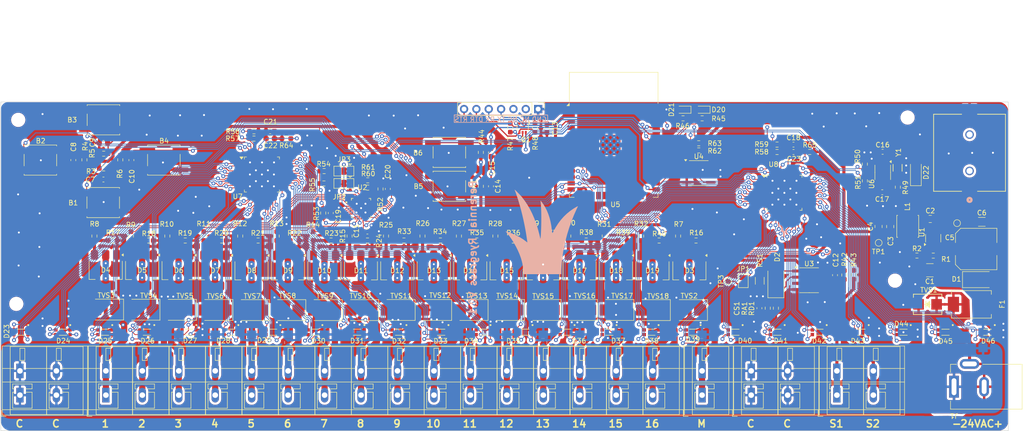
<source format=kicad_pcb>
(kicad_pcb (version 20240108) (generator "pcbnew") (generator_version "8.0")
  (title_block (rev "1"))
  (layers (0 "F.Cu" signal "Front") (31 "B.Cu" signal "Back") (34 "B.Paste" user) (35 "F.Paste" user) (36 "B.SilkS" user "B.Silkscreen") (37 "F.SilkS" user "F.Silkscreen") (38 "B.Mask" user) (39 "F.Mask" user) (44 "Edge.Cuts" user))
  (net 0 "")
  (net 1 "Net-(B7-Pad1)")
  (net 2 "RESET")
  (net 3 "Vrect")
  (net 4 "+3V3")
  (net 5 "DADC")
  (net 6 "Net-(U1-BST)")
  (net 7 "Net-(U1-SW)")
  (net 8 "ACRet")
  (net 9 "Net-(D3-G)")
  (net 10 "Net-(D4-G)")
  (net 11 "Net-(D5-G)")
  (net 12 "Net-(D6-G)")
  (net 13 "Net-(D7-G)")
  (net 14 "Net-(D8-G)")
  (net 15 "Net-(D9-G)")
  (net 16 "Net-(D10-G)")
  (net 17 "S1")
  (net 18 "S2")
  (net 19 "DTR")
  (net 20 "Net-(Q1A-B1)")
  (net 21 "RTS")
  (net 22 "Net-(Q1B-B2)")
  (net 23 "ESP_0")
  (net 24 "P1")
  (net 25 "ESP_13")
  (net 26 "CH340-TX")
  (net 27 "CH340-RX")
  (net 28 "GND")
  (net 29 "Net-(U1-EN)")
  (net 30 "ESP_22{slash}TP_SCL")
  (net 31 "ESP_21{slash}TP_SDA")
  (net 32 "ESP_36{slash}TP_A4")
  (net 33 "ESP_39{slash}TP_A3")
  (net 34 "ESP_34{slash}TP_A2")
  (net 35 "ESP_35{slash}TP_A5")
  (net 36 "ESP_32{slash}GPIO5")
  (net 37 "ESP_33{slash}GPIO3")
  (net 38 "ESP_25{slash}TP_A1")
  (net 39 "ESP_26{slash}TP_A0")
  (net 40 "ESP_27{slash}GPIO2")
  (net 41 "ESP_14")
  (net 42 "ESP_12")
  (net 43 "ESP_15")
  (net 44 "ESP_2")
  (net 45 "ESP_4")
  (net 46 "ESP_16{slash}TP_RX")
  (net 47 "ESP_17{slash}TP_TX")
  (net 48 "ESP_5")
  (net 49 "ESP_18{slash}TP_SCK")
  (net 50 "ESP_19{slash}TP_POCI")
  (net 51 "ESP_23{slash}TP_PICO")
  (net 52 "COMMON")
  (net 53 "P0")
  (net 56 "LED2")
  (net 57 "LED3")
  (net 58 "LED1")
  (net 59 "LED6")
  (net 60 "LED5")
  (net 61 "LED4")
  (net 62 "LED9")
  (net 63 "LED8")
  (net 64 "LED7")
  (net 65 "LED11")
  (net 66 "LED12")
  (net 67 "LED10")
  (net 68 "LED14")
  (net 69 "LED15")
  (net 70 "LED13")
  (net 71 "LED17")
  (net 72 "LED18")
  (net 73 "LED16")
  (net 74 "LED21")
  (net 75 "LED20")
  (net 76 "LED19")
  (net 77 "LED22")
  (net 78 "LED24")
  (net 79 "Net-(U7-R_EXT)")
  (net 80 "LED23")
  (net 81 "LED26")
  (net 82 "LED25")
  (net 83 "LED27")
  (net 84 "LED28")
  (net 85 "LED29")
  (net 86 "P8")
  (net 87 "LED30")
  (net 88 "P9")
  (net 89 "LED33")
  (net 90 "LED31")
  (net 91 "LED32")
  (net 92 "LED36")
  (net 94 "LED35")
  (net 95 "LED34")
  (net 96 "LED15_1")
  (net 97 "P13")
  (net 98 "P15")
  (net 99 "P12")
  (net 100 "P10")
  (net 101 "P11")
  (net 102 "P14")
  (net 103 "Pump")
  (net 104 "Zone 1")
  (net 105 "Zone 2")
  (net 106 "Zone 3")
  (net 107 "Zone 4")
  (net 108 "Zone 5")
  (net 109 "Zone 6")
  (net 110 "Zone 7")
  (net 111 "Zone 8")
  (net 112 "Zone 9")
  (net 113 "Zone 10")
  (net 114 "Zone 11")
  (net 115 "Zone 12")
  (net 116 "Zone 13")
  (net 117 "Zone 14")
  (net 118 "Zone 15")
  (net 119 "Zone 16")
  (net 120 "LED16_1")
  (net 121 "LED2_1")
  (net 122 "LED5_1")
  (net 123 "LED8_1")
  (net 124 "LED20_1")
  (net 125 "LED23_1")
  (net 126 "LED10_1")
  (net 127 "LED19_1")
  (net 128 "LED29_1")
  (net 129 "LED33_1")
  (net 130 "LED31_1")
  (net 131 "LED24_1")
  (net 132 "LED34_1")
  (net 133 "LED13_1")
  (net 134 "LED27_1")
  (net 135 "Net-(D2-A)")
  (net 136 "Net-(D2-K)")
  (net 137 "Net-(D11-G)")
  (net 138 "Net-(D12-G)")
  (net 139 "Net-(D13-G)")
  (net 140 "Net-(D14-G)")
  (net 141 "Net-(D15-G)")
  (net 142 "Net-(D16-G)")
  (net 143 "Net-(D17-G)")
  (net 144 "Net-(D18-G)")
  (net 145 "Net-(D19-G)")
  (net 146 "Net-(D20-A)")
  (net 147 "Net-(D21-A)")
  (net 148 "Net-(D22-K)")
  (net 149 "LED22_1")
  (net 150 "LED28_1")
  (net 151 "LED14_1")
  (net 152 "LED30_1")
  (net 153 "LED3_1")
  (net 154 "LED1_1")
  (net 155 "LED18_1")
  (net 156 "LED35_1")
  (net 157 "LED7_1")
  (net 158 "LED17_1")
  (net 159 "LED9_1")
  (net 160 "LED36_1")
  (net 161 "LED26_1")
  (net 162 "LED21_1")
  (net 163 "LED32_1")
  (net 164 "LED11_1")
  (net 165 "LED25_1")
  (net 166 "LED12_1")
  (net 167 "LED4_1")
  (net 168 "LED6_1")
  (net 177 "Net-(U6-OSCI)")
  (net 179 "Net-(U6-OSCO)")
  (net 180 "P2")
  (net 181 "Net-(U8-R_EXT)")
  (net 182 "P3")
  (net 183 "P4")
  (net 184 "P5")
  (net 186 "!Zone Reset")
  (net 187 "!INT")
  (net 188 "Net-(JP3-B)")
  (net 189 "Net-(JP2-B)")
  (net 190 "ADDR0")
  (net 191 "ADDR1")
  (net 192 "OSCIO")
  (net 193 "P6")
  (net 194 "P7")
  (net 195 "/Power/COM")
  (footprint "Capacitor_SMD:C_Elec_8x10.2" (layer "F.Cu") (at 232.6708 95.8)
    (property "Reference" "C5")
    (property "Value" "100uF" (hide yes))
  )
  (footprint "Resistor_SMD:R_1206_3216Metric_Pad1.30x1.75mm_HandSolder" (layer "F.Cu") (at 188.1378 102.348 90)
    (property "Reference" "RS1")
    (property "Value" "0.2" (hide yes))
  )
  (footprint "Resistor_SMD:R_0603_1608Metric_Pad0.98x0.95mm_HandSolder" (layer "F.Cu") (at 118.7458 93.13 90)
    (property "Reference" "R26")
    (property "Value" "390")
  )
  (footprint "Resistor_SMD:R_0603_1608Metric_Pad0.98x0.95mm_HandSolder" (layer "F.Cu") (at 216.5534 83.0606 90)
    (property "Reference" "R49")
    (property "Value" "10K" (hide yes))
  )
  (footprint "Resistor_SMD:R_0603_1608Metric_Pad0.98x0.95mm_HandSolder" (layer "F.Cu") (at 69.9333 94.05 180)
    (property "Reference" "R19")
    (property "Value" "10K")
  )
  (footprint "Package_QFP:TQFP-48-1EP_7x7mm_P0.5mm_EP4.11x4.11mm" (layer "F.Cu") (at 193.2208 84.2125)
    (property "Reference" "U8")
    (property "Value" "IS31FL3236A-TQ" (hide yes))
  )
  (footprint "LED:LED_EASR3212RGBA0" (layer "F.Cu") (at 209.060208 112.9446 -90)
    (property "Reference" "D43")
    (property "Value" "LED_ARGB" (hide yes))
  )
  (footprint "Resistor_SMD:R_0603_1608Metric_Pad0.98x0.95mm_HandSolder" (layer "F.Cu") (at 137.4333 94.05 180)
    (property "Reference" "R36")
    (property "Value" "10K")
  )
  (footprint "Package_TO_SOT_SMD:SOT-223" (layer "F.Cu") (at 53.5647 100.15 -90)
    (property "Reference" "D4")
    (property "Value" "BT1380W" (hide yes))
  )
  (footprint "Diode_SMD:D_SMB" (layer "F.Cu") (at 166.0797 108.3804 180)
    (property "Reference" "TVS18")
    (property "Value" "SMBJ43CA")
  )
  (footprint "LED:LED_EASR3212RGBA0" (layer "F.Cu") (at 174.472776 112.9446 -90)
    (property "Reference" "D39")
    (property "Value" "LED_ARGB" (hide yes))
  )
  (footprint "Resistor_SMD:R_0603_1608Metric_Pad0.98x0.95mm_HandSolder" (layer "F.Cu") (at 209.7645 81.7656 90)
    (property "Reference" "R51")
    (property "Value" "1K" (hide yes))
  )
  (footprint "Diode_SMD:D_SMB" (layer "F.Cu") (at 128.5797 108.3567 180)
    (property "Reference" "TVS13")
    (property "Value" "SMBJ43CA")
  )
  (footprint "Package_TO_SOT_SMD:SOT-223" (layer "F.Cu") (at 143.5647 100.252 -90)
    (property "Reference" "D16")
    (property "Value" "BT1380W")
  )
  (footprint "Fiducial:Fiducial_0.5mm_Mask1.5mm" (layer "F.Cu") (at 222.5958 67.45)
    (property "Reference" "FID2" (hide yes))
    (property "Value" "Fiducial" (hide yes))
  )
  (footprint "TerminalBlock_WAGO:TerminalBlock_WAGO_236-502_1x02_P7.50mm_45Degree" (layer "F.Cu") (at 35.9208 120.9)
    (property "Reference" "J2" (hide yes))
    (property "Value" "Screw_Terminal_01x02" (hide yes))
  )
  (footprint "Capacitor_SMD:C_0603_1608Metric_Pad1.08x0.95mm_HandSolder" (layer "F.Cu") (at 213.3459 84.1024)
    (property "Reference" "C17")
    (property "Value" "0.1uF" (hide yes))
  )
  (footprint "Capacitor_SMD:C_1210_3225Metric_Pad1.33x2.70mm_HandSolder" (layer "F.Cu") (at 223.1458 100.175 180)
    (property "Reference" "C1")
    (property "Value" "10uF" (hide yes))
  )
  (footprint "Resistor_SMD:R_0603_1608Metric_Pad0.98x0.95mm_HandSolder" (layer "F.Cu") (at 107.4833 83.15 180)
    (property "Reference" "R60")
    (property "Value" "10K")
  )
  (footprint "Resistor_SMD:R_0603_1608Metric_Pad0.98x0.95mm_HandSolder" (layer "F.Cu") (at 152.4333 94.05 180)
    (property "Reference" "R38")
    (property "Value" "10K")
  )
  (footprint "Capacitor_SMD:C_0603_1608Metric_Pad1.08x0.95mm_HandSolder" (layer "F.Cu") (at 87.4208 73.05)
    (property "Reference" "C22")
    (property "Value" "10uF" (hide yes))
  )
  (footprint "Diode_SMD:D_SMA" (layer "F.Cu") (at 233.3708 102.1)
    (property "Reference" "D1")
    (property "Value" "M7" (hide yes))
  )
  (footprint "Capacitor_SMD:C_0603_1608Metric_Pad1.08x0.95mm_HandSolder" (layer "F.Cu") (at 195.0833 74.29)
    (property "Reference" "C18")
    (property "Value" "10uF" (hide yes))
  )
  (footprint "Package_TO_SOT_SMD:SOT-223" (layer "F.Cu") (at 68.5647 100.202 -90)
    (property "Reference" "D6")
    (property "Value" "BT1380W" (hide yes))
  )
  (footprint "Button_Switch_SMD:SW_SPST_EVQQ2" (layer "F.Cu") (at 53.1078 69.183 180)
    (property "Reference" "B3")
    (property "Value" "SPST_TACTEVQQ2" (hide yes))
  )
  (footprint "Package_QFP:TQFP-48-1EP_7x7mm_P0.5mm_EP4.11x4.11mm" (layer "F.Cu") (at 85.7083 80.45)
    (property "Reference" "U7")
    (property "Value" "IS31FL3236A-TQ")
  )
  (footprint "Package_SO:MSOP-8_3x3mm_P0.65mm" (layer "F.Cu") (at 213.4475 80.013 -90)
    (property "Reference" "U6")
    (property "Value" "PCF8563TS" (hide yes))
  )
  (footprint "Resistor_SMD:R_0603_1608Metric_Pad0.98x0.95mm_HandSolder" (layer "F.Cu") (at 175.5921 75.4888 180)
    (property "Reference" "R62")
    (property "Value" "10K" (hide yes))
  )
  (footprint "LED:LED_EASR3212RGBA0" (layer "F.Cu") (at 62.063622 112.9446 -90)
    (property "Reference" "D26")
    (property "Value" "LED_ARGB" (hide yes))
  )
  (footprint "Package_TO_SOT_SMD:SOT-223" (layer "F.Cu") (at 106.0647 100.254 -90)
    (property "Reference" "D11")
    (property "Value" "BT1380W")
  )
  (footprint "Diode_SMD:D_SMB" (layer "F.Cu") (at 113.5797 108.3567 180)
    (property "Reference" "TVS11")
    (property "Value" "SMBJ43CA")
  )
  (footprint "Inductor_SMD:L_Abracon_ASPI-0425" (layer "F.Cu") (at 218.5908 91.13 -90)
    (property "Reference" "L1")
    (property "Value" "4.7uH" (hide yes))
  )
  (footprint "LED:LED_EASR3212RGBA0" (layer "F.Cu") (at 53.416764 112.9446 -90)
    (property "Reference" "D25")
    (property "Value" "LED_ARGB" (hide yes))
  )
  (footprint "Capacitor_SMD:C_0603_1608Metric_Pad1.08x0.95mm_HandSolder" (layer "F.Cu") (at 132.8408 82.879058 -90)
    (property "Reference" "C14")
    (property "Value" "10uF")
  )
  (footprint "Connector_BarrelJack:BarrelJack_Kycon_KLDX-0202-xC_Horizontal" (layer "F.Cu") (at 228.1101 124.1696 180)
    (property "Reference" "J1")
    (property "Value" "PJ-202AH" (hide yes))
  )
  (footprint "MountingHole:MountingHole_2.7mm" (layer "F.Cu") (at 218.5601 68.7196)
    (property "Reference" "H3" (hide yes))
    (property "Value" "MountingHole" (hide yes))
  )
  (footprint "LED:LED_EASR3212RGBA0" (layer "F.Cu") (at 70.71048 112.9446 -90)
    (property "Reference" "D27")
    (property "Value" "LED_ARGB" (hide yes))
  )
  (footprint "ESC_OSC:XTAL_ECS-31B_ECS" (layer "F.Cu") (at 216.5026 79.0728 90)
    (property "Reference" "Y1")
    (property "Value" "32.768kHz" (hide yes))
  )
  (footprint "MountingHole:MountingHole_2.7mm" (layer "F.Cu") (at 35.5708 69.2)
    (property "Reference" "H2" (hide yes))
    (property "Value" "MountingHole" (hide yes))
  )
  (footprint "Connector_PinHeader_2.54mm:PinHeader_1x07_P2.54mm_Vertical" (layer "F.Cu") (at 142.5394 66.9692 -90)
    (property "Reference" "U$1" (hide yes))
    (property "Value" "GOLDFINGER_2X3" (hide yes))
  )
  (footprint "Resistor_SMD:R_0603_1608Metric_Pad0.98x0.95mm_HandSolder" (layer "F.Cu") (at 133.7458 93.13 90)
    (property "Reference" "R28")
    (property "Value" "390")
  )
  (footprint "Capacitor_SMD:C_0603_1608Metric_Pad1.08x0.95mm_HandSolder" (layer "F.Cu") (at 132.8408 75.896839 -90)
    (property "Reference" "C15")
    (property "Value" "10uF")
  )
  (footprint "Package_TO_SOT_SMD:SOT-223" (layer "F.Cu") (at 173.6608 100.252 -90)
    (property "Reference" "D3")
    (property "Value" "BT1380W" (hide yes))
  )
  (footprint "Fuse:Fuse_Bourns_MF-SM_7.98x5.44mm" (layer "F.Cu") (at 231.6908 107.2)
    (property "Reference" "F1")
    (property "Value" "PTCSMD" (hide yes))
  )
  (footprint "Resistor_SMD:R_0603_1608Metric_Pad0.98x0.95mm_HandSolder" (layer "F.Cu") (at 110.109 83.4371 -90)
    (property "Reference" "R52")
    (property "Value" "10K")
  )
  (footprint "Fiducial:Fiducial_0.5mm_Mask1.5mm" (layer "F.Cu") (at 236.8101 117.2196)
    (property "Reference" "FID4" (hide yes))
    (property "Value" "Fiducial" (hide yes))
  )
  (footprint "Diode_SMD:D_SMB" (layer "F.Cu") (at 53.5797 108.2784 180)
    (property "Reference" "TVS3")
    (property "Value" "SMBJ43CA" (hide yes))
  )
  (footprint "Capacitor_SMD:C_0603_1608Metric_Pad1.08x0.95mm_HandSolder" (layer "F.Cu") (at 144.3508 70.9425 -90)
    (property "Reference" "C13")
    (property "Value" "0.1uF" (hide yes))
  )
  (footprint "Capacitor_SMD:C_0603_1608Metric_Pad1.08x0.95mm_HandSolder" (layer "F.Cu") (at 53.1018 81.484279 180)
    (property "Reference" "C7")
    (property "Value" "10uF" (hide yes))
  )
  (footprint "SMBJ43CA:SMBJSeries_LTF" (layer "F.Cu") (at 222.6766 107.2)
    (property "Reference" "TVS1")
    (property "Value" "SMBJ43CA" (hide yes))
  )
  (footprint "LED:LED_EASR3212RGBA0" (layer "F.Cu") (at 165.825918 112.9446 -90)
    (property "Reference" "D38")
    (property "Value" "LED_ARGB" (hide yes))
  )
  (footprint "Jumper:SolderJumper-3_P1.3mm_Bridged2Bar12_Pad1.0x1.5mm" (layer "F.Cu") (at 102.5708 79.75 180)
    (property "Reference" "JP3")
    (property "Value" "SolderJumper_3_Bridged12" (hide yes))
  )
  (footprint "Capacitor_SMD:C_1206_3216Metric_Pad1.33x1.80mm_HandSolder" (layer "F.Cu") (at 233.8333 90.2)
    (property "Reference" "C6")
    (property "Value" "0.1uF" (hide yes))
  )
  (footprint "LED_SMD:LED_0603_1608Metric_Pad1.05x0.95mm_HandSolder" (layer "F.Cu") (at 172.3317 67.1 180)
    (property "Reference" "D21")
    (property "Value" "LED" (hide yes))
  )
  (footprint "Resistor_SMD:R_0603_1608Metric_Pad0.98x0.95mm_HandSolder" (layer "F.Cu") (at 141.8908 70.8633 90)
    (property "Reference" "R48")
    (property "Value" "10K" (hide yes))
  )
  (footprint "Resistor_SMD:R_0603_1608Metric_Pad0.98x0.95mm_HandSolder" (layer "F.Cu") (at 107.4833 81.65 180)
    (property "Reference" "R61")
    (property "Value" "10K")
  )
  (footprint "LED:LED_EASR3212RGBA0" (layer "F.Cu") (at 96.651054 112.9446 -90)
    (property "Reference" "D30")
    (property "Value" "LED_ARGB" (hide yes))
  )
  (footprint "Resistor_SMD:R_0603_1608Metric_Pad0.98x0.95mm_HandSolder" (layer "F.Cu") (at 126.2458 93.13 90)
    (property "Reference" "R27")
    (property "Value" "390")
  )
  (footprint "Package_TO_SOT_SMD:SOT-223" (layer "F.Cu") (at 158.5647 100.252 -90)
    (property "Reference" "D18")
    (property "Value" "BT1380W")
  )
  (footprint "Capacitor_SMD:C_0603_1608Metric_Pad1.08x0.95mm_HandSolder" (layer "F.Cu") (at 213.4221 75.7712 180)
    (property "Reference" "C16")
    (property "Value" "10uF")
  )
  (footprint "TestPoint:TestPoint_Pad_D1.0mm" (layer "F.Cu") (at 212.6108 94.52)
    (property "Reference" "TP1")
    (property "Value" "TestPoint" (hide yes))
  )
  (footprint "Resistor_SMD:R_0603_1608Metric_Pad0.98x0.95mm_HandSolder" (layer "F.Cu") (at 66.2458 93.13 90)
    (property "Reference" "R10")
    (property "Value" "390")
  )
  (footprint "Resistor_SMD:R_0603_1608Metric_Pad0.98x0.95mm_HandSolder" (layer "F.Cu") (at 198.4248 75.81)
    (property "Reference" "R65")
    (property "Value" "3.3K" (hide yes))
  )
  (footprint "Jumper:SolderJumper-2_P1.3mm_Open_Pad1.0x1.5mm" (layer "F.Cu") (at 184.7586 102.348 -90)
    (property "Reference" "JP1")
    (property "Value" "SolderJumper_2_Open" (hide yes))
  )
  (footprint "Resistor_SMD:R_0603_1608Metric_Pad0.98x0.95mm_HandSolder" (layer "F.Cu") (at 209.7645 78.3112 -90)
    (property "Reference" "R50")
    (property "Value" "1K" (hide yes))
  )
  (footprint "Resistor_SMD:R_0603_1608Metric_Pad0.98x0.95mm_HandSolder" (layer "F.Cu") (at 114.9333 94.05 180)
    (property "Reference" "R33")
    (property "Value" "10K")
  )
  (footprint "Capacitor_SMD:C_0805_2012Metric_Pad1.18x1.45mm_HandSolder" (layer "F.Cu") (at 212.5808 91.16 90)
    (property "Reference" "C4")
    (property "Value" "22uF" (hide yes))
  )
  (footprint "Package_SO:SOIC-8_3.9x4.9mm_P1.27mm" (layer "F.Cu") (at 175.5958 80.155)
    (property "Reference" "U4")
    (property "Value" "M24C02-FMN" (hide yes))
  )
  (footprint "MountingHole:MountingHole_2.7mm" (layer "F.Cu") (at 215.9708 102.32)
    (property "Reference" "H4" (hide yes))
    (property "Value" "MountingHole" (hide yes))
  )
  (footprint "Resistor_SMD:R_0603_1608Metric_Pad0.98x0.95mm_HandSolder" (layer "F.Cu") (at 49.1878 77.433 90)
    (property "Reference" "R4")
    (property "Value" "10K" (hide yes))
  )
  (footprint "Resistor_SMD:R_0603_1608Metric_Pad0.98x0.95mm_HandSolder" (layer "F.Cu") (at 51.2458 93.13 90)
    (property "Reference" "R8")
    (property "Value" "390")
  )
  (footprint "Package_TO_SOT_SMD:SOT-223" (layer "F.Cu") (at 98.5647 100.254 -90)
    (property "Reference" "D10")
    (property "Value" "BT1380W")
  )
  (footprint "Resistor_SMD:R_0603_1608Metric_Pad0.98x0.95mm_HandSolder" (layer "F.Cu") (at 107.4333 94.05 180)
    (property "Reference" "R24")
    (property "Value" "10K")
  )
  (footprint "Resistor_SMD:R_0603_1608Metric_Pad0.98x0.95mm_HandSolder" (layer "F.Cu") (at 159.9333 94.05 180)
    (property "Reference" "R39")
    (property "Value" "10K")
  )
  (footprint "Resistor_SMD:R_0603_1608Metric_Pad0.98x0.95mm_HandSolder" (layer "F.Cu") (at 99.9333 94.05 180)
    (property "Reference" "R23")
    (property "Value" "10K" (hide yes))
  )
  (footprint "TerminalBlock_WAGO:TerminalBlock_WAGO_236-502_1x02_P7.50mm_45Degree" (layer "F.Cu") (at 186.3808 120.9)
    (property "Reference" "J4" (hide yes))
    (property "Value" "Screw_Terminal_01x02" (hide yes))
  )
  (footprint "Jumper:SolderJumper-3_P1.3mm_Bridged2Bar12_Pad1.0x1.5mm" (layer "F.Cu") (at 102.5708 82.2925 180)
    (property "Reference" "JP2")
    (property "Value" "SolderJumper_3_Bridged12" (hide yes))
  )
  (footprint "Capacitor_SMD:C_0603_1608Metric_Pad1.08x0.95mm_HandSolder" (layer "F.Cu") (at 58.8518 77.483 -90)
    (property "Reference" "C10")
    (property "Value" "10uF" (hide yes))
  )
  (footprint "Resistor_SMD:R_0603_1608Metric_Pad0.98x0.95mm_HandSolder" (layer "F.Cu") (at 122.4333 94.05 180)
    (property "Reference" "R34")
    (property "Value" "10K")
  )
  (footprint "Resistor_SMD:R_0603_1608Metric_Pad0.98x0.95mm_HandSolder" (layer "F.Cu") (at 130.7536 82.879058 90)
    (property "Reference" "R41")
    (property "Value" "10K")
  )
  (footprint "Capacitor_SMD:C_0603_1608Metric_Pad1.08x0.95mm_HandSolder" (layer "F.Cu") (at 111.609 83.4246 90)
    (property "Reference" "C20")
    (property "Value" "0.1uF")
  )
  (footprint "Capacitor_SMD:C_0603_1608Metric_Pad1.08x0.95mm_HandSolder" (layer "F.Cu") (at 46.9018 77.483 -90)
    (property "Reference" "C8")
    (property "Value" "10uF" (hide yes))
  )
  (footprint "LED:LED_EASR3212RGBA0" (layer "F.Cu") (at 105.297912 112.9446 -90)
    (property "Reference" "D31")
    (property "Value" "LED_ARGB" (hide yes))
  )
  (footprint "LED:LED_EASR3212RGBA0" (layer "F.Cu") (at 217.707066 112.9446 -90)
    (property "Reference" "D44")
    (property "Value" "LED_ARGB" (hide yes))
  )
  (footprint "Resistor_SMD:R_0603_1608Metric_Pad0.98x0.95mm_HandSolder" (layer "F.Cu") (at 167.4333 94.05 180)
    (property "Reference" "R40")
    (property "Value" "10K")
  )
  (footprint "Resistor_SMD:R_0603_1608Metric_Pad0.98x0.95mm_HandSolder" (layer "F.Cu") (at 176.2883 68.88)
    (property "Reference" "R45")
    (property "Value" "10K" (hide yes))
  )
  (footprint "Resistor_SMD:R_0603_1608Metric_Pad0.98x0.95mm_HandSolder" (layer "F.Cu") (at 175.0294 94.05 180)
    (property "Reference" "R16")
    (property "Value" "10K")
  )
  (footprint "Resistor_SMD:R_0603_1608Metric_Pad0.98x0.95mm_HandSolder" (layer "F.Cu") (at 163.7458 93.13 90)
    (property "Reference" "R32")
    (property "Value" "390")
  )
  (footprint "Diode_SMD:D_SMB" (layer "F.Cu") (at 76.0797 108.3564 180)
    (property "Reference" "TVS6")
    (property "Value" "SMBJ43CA" (hide yes))
  )
  (footprint "Package_TO_SOT_SMD:SOT-223" (layer "F.Cu") (at 76.0647 100.228 -90)
    (property "Reference" "D7")
    (property "Value" "BT1380W")
  )
  (footprint "Resistor_SMD:R_0603_1608Metric_Pad0.98x0.95mm_HandSolder" (layer "F.Cu") (at 73.7458 93.13 90)
    (property "Reference" "R11")
    (property "Value" "390")
  )
  (footprint "Capacitor_SMD:C_0603_1608Metric_Pad1.08x0.95mm_HandSolder" (layer "F.Cu") (at 188.0708 107.9897 -90)
    (property "Reference" "CS1")
    (property "Value" "10uF" (hide yes))
  )
  (footprint "Resistor_SMD:R_0603_1608Metric_Pad0.98x0.95mm_HandSolder" (layer "F.Cu") (at 90.7383 73.05 180)
    (property "Reference" "R64")
    (property "Value" "3.3K" (hide yes))
  )
  (footprint "Resistor_SMD:R_0603_1608Metric_Pad0.98x0.95mm_HandSolder" (layer "F.Cu") (at 207.4926 101.1148 90)
    (property "Reference" "R43")
    (property "Value" "10K" (hide yes))
  )
  (footprint "Diode_SMD:D_SMB" (layer "F.Cu") (at 173.7208 108.3804 180)
    (property "Reference" "TVS2")
    (property "Value" "SMBJ43CA")
  )
  (footprint "LED:LED_EASR3212RGBA0" (layer "F.Cu") (at 139.885344 112.9446 -90)
    (property "Reference" "D35")
    (property "Value" "LED_ARGB" (hide yes))
  )
  (footprint "Package_TO_SOT_SMD:SOT-223" (layer "F.Cu") (at 91.0647 100.254 -90)
    (property "Reference" "D9")
    (property "Value" "BT1380W" (hide yes))
  )
  (footprint "Fiducial:Fiducial_0.5mm_Mask1.5mm" (layer "F.Cu") (at 33.7708 131.725)
    (property "Reference" "FID3" (hide yes))
    (property "Value" "Fiducial" (hide yes))
  )
  (footprint "Package_TO_SOT_SMD:SOT-223" (layer "F.Cu") (at 121.0647 100.252 -90)
    (property "Reference" "D13")
    (property "Value" "BT1380W")
  )
  (footprint "Resistor_SMD:R_0603_1608Metric_Pad0.98x0.95mm_HandSolder" (layer "F.Cu") (at 129.9333 94.05 180)
    (property "Reference" "R35")
    (property "Value" "10K")
  )
  (footprint "Resistor_SMD:R_0603_1608Metric_Pad0.98x0.95mm_HandSolder" (layer "F.Cu") (at 191.6983 74.29 180)
    (property "Reference" "R59")
    (property "Value" "4.7K" (hide yes))
  )
  (footprint "LED:LED_EASR3212RGBA0" (layer "F.Cu") (at 183.119634 112.9446 -90)
    (property "Reference" "D40")
    (property "Value" "LED_ARGB" (hide yes))
  )
  (footprint "1056_Battery:1048P_KEY" (layer "F.Cu") (at 231.3101 75.9696 90)
    (property "Reference" "B7" (hide yes))
    (property "Value" "1056" (hide yes))
  )
  (footprint "Diode_SMD:D_SMA" (layer "F.Cu") (at 191.4642 102.3255 90)
    (property "Reference" "D2")
    (property "Value" "M7" (hide yes))
  )
  (footprint "Package_SO:SOIC-8_3.9x4.9mm_P1.27mm" (layer "F.Cu") (at 198.3032 102.233)
    (property "Reference" "U3")
    (property "Value" "LM358" (hide yes))
  )
  (footprint "Resistor_SMD:R_0603_1608Metric_Pad0.98x0.95mm_HandSolder" (layer "F.Cu") (at 156.2458 93.13 90)
    (property "Reference" "R31")
    (property "Value" "390")
  )
  (footprint "Resistor_SMD:R_0603_1608Metric_Pad0.98x0.95mm_HandSolder" (layer "F.Cu") (at 171.3419 93.13 90)
    (property "Reference" "R7")
    (property "Value" "390")
  )
  (footprint "Package_TO_SOT_SMD:SOT-363_SC-70-6" (layer "F.Cu") (at 139.3508 70.8309 -90)
    (property "Reference" "Q1")
    (property "Value" "MBT2222ADW1T1" (hide yes))
  )
  (footprint "Resistor_SMD:R_0603_1608Metric_Pad0.98x0.95mm_HandSolder" (layer "F.Cu") (at 144.9333 94.05 180)
    (property "Reference" "R37")
    (property "Value" "10K")
  )
  (footprint "Resistor_SMD:R_0603_1608Metric_Pad0.98x0.95mm_HandSolder" (layer "F.Cu") (at 148.7458 93.13 90)
    (property "Reference" "R30")
    (property "Value" "390")
  )
  (footprint "TerminalBlock_WAGO:TerminalBlock_WAGO_236-516_1x16_P7.50mm_45Degree" (layer "F.Cu") (at 53.6022 120.9)
    (property "Reference" "J6" (hide yes))
    (property "Value" "Screw_Terminal_01x16" (hide yes))
  )
  (footprint "Capacitor_SMD:C_0805_2012Metric_Pad1.18x1.45mm_HandSolder" (layer "F.Cu") (at 223.2233 89.61)
    (property "Reference" "C2")
    (property "Value" "0.1uF" (hide yes))
  )
  (footprint "Diode_SMD:D_SMB" (layer "F.Cu") (at 136.0797 108.3567 180)
    (property "Reference" "TVS14")
    (property "Value" "SMBJ43CA")
  )
  (footprint "LED:LED_EASR3212RGBA0" (layer "F.Cu") (at 157.17906 112.9446 -90)
    (property "Reference" "D37")
    (property "Value" "LED_ARGB" (hide yes))
  )
  (footprint "Diode_SMD:D_SMB" (layer "F.Cu") (at 151.0797 108.3567 180)
    (property "Reference" "TVS16")
    (property "Value" "SMBJ43CA")
  )
  (footprint "Diode_SMD:D_SMB" (layer "F.Cu") (at 83.5797 108.3824 180)
    (property "Reference" "TVS7")
    (property "Value" "SMBJ43CA" (hide yes))
  )
  (footprint "Capacitor_SMD:C_0603_1608Metric_Pad1.08x0.95mm_HandSolder" (layer "F.Cu") (at 107.4083 92.2)
    (property "Reference" "C11")
    (property "Value" "0.1uF")
  )
  (footprint "Resistor_SMD:R_0603_1608Metric_Pad0.98x0.95mm_HandSolder" (layer "F.Cu") (at 55.0019 94.05 180)
    (property "Reference" "R17")
    (property "Value" "10K")
  )
  (footprint "Button_Switch_SMD:SW_SPST_EVQQ2" (layer "F.Cu") (at 124.281046 75.896839)
    (property "Reference" "B6")
    (property "Value" "SPST_TACTEVQQ2" (hide yes))
  )
  (footprint "LED:LED_EASR3212RGBA0" (layer "F.Cu") (at 88.004196 112.9446 -90)
    (property "Reference" "D29")
    (property "Value" "LED_ARGB" (hide yes))
  )
  (footprint "Resistor_SMD:R_0603_1608Metric_Pad0.98x0.95mm_HandSolder" (layer "F.Cu") (at 81.2458 93.13 90)
    (property "Reference" "R12")
    (property "Value" "390")
  )
  (footprint "Package_TO_SOT_SMD:SOT-223" (layer "F.Cu") (at 151.0647 100.252 -90)
    (property "Reference" "D17")
    (property "Value" "BT1380W")
  )
  (footprint "TestPoint:TestPoint_Pad_D1.0mm" (layer "F.Cu") (at 228.7408 90.47)
    (property "Reference" "TP2" (hide yes))
    (property "Value" "TestPoint" (hide yes))
  )
  (footprint "TerminalBlock_WAGO:TerminalBlock_WAGO_236-502_1x02_P7.50mm_45Degree" (layer "F.Cu") (at 204.0101 120.9)
    (property "Reference" "J3" (hide yes))
    (property "Value" "Screw_Terminal_01x03" (hide yes))
  )
  (footprint "Resistor_SMD:R_0603_1608Metric_Pad0.98x0.95mm_HandSolder" (layer "F.Cu") (at 205.543 101.1495 90)
    (property "Reference" "R42")
    (property "Value" "10K" (hide yes))
  )
  (footprint "Button_Switch_SMD:SW_SPST_EVQQ2" (layer "F.Cu") (at 40.1328 77.483)
    (property "Reference" "B2")
    (property "Value" "SPST_TACTEVQQ2" (hide yes))
  )
  (footprint "TerminalBlock_WAGO:TerminalBlock_WAGO_236-501_1x01_P7.50mm_45Degree" (layer "F.Cu") (at 176.2708 120.9)
    (property "Reference" "J5" (hide yes))
    (property "Value" "Screw_Terminal_01x01" (hide yes))
  )
  (footprint "Diode_SMD:D_SMB" (layer "F.Cu") (at 106.0797 108.3824 180)
    (property "Reference" "TVS10")
    (property "Value" "SMBJ43CA" (hide yes))
  )
  (footprint "Package_TO_SOT_SMD:TSOT-23-6" (layer "F.Cu") (at 223.8308 93.5725 90)
    (property "Reference" "U1")
    (property "Value" "AP63203WU" (hide yes))
  )
  (footprint "Resistor_SMD:R_0603_1608Metric_Pad0.98x0.95mm_HandSolder" (layer "F.Cu") (at 130.7536 75.896839 90)
    (property "Reference" "R44")
    (property "Value" "10K")
  )
  (footprint "Resistor_SMD:R_0603_1608Metric_Pad0.98x0.95mm_HandSolder" (layer "F.Cu") (at 136.8108 70.8125 -90)
    (property "Reference" "R47")
    (property "Value" "10K" (hide yes))
  )
  (footprint "Resistor_SMD:R_0603_1608Metric_Pad0.98x0.95mm_HandSolder" (layer "F.Cu") (at 53.1518 79.2)
    (property "Reference" "R3")
    (property "Value" "10K" (hide yes))
  )
  (footprint "LED:LED_EASR3212RGBA0" (layer "F.Cu") (at 200.41335 112.9446 -90)
    (property "Reference" "D42")
    (property "Value" "LED_ARGB" (hide yes))
  )
  (footprint "Resistor_SMD:R_0603_1608Metric_Pad0.98x0.95mm_HandSolder" (layer "F.Cu") (at 172.3542 68.88 180)
    (property "Reference" "R46")
    (property "Value" "10K" (hide yes))
  )
  (footprint "Diode_SMD:D_MiniMELF" (layer "F.Cu") (at 220.2608 80.09 90)
    (property "Reference" "D22")
    (property "Value" "LL4148" (hide yes))
  )
  (footprint "LED_SMD:LED_0603_1608Metric_Pad1.05x0.95mm_HandSolder" (layer "F.Cu") (at 176.2658 67.1 180)
    (property "Reference" "D20")
    (property "Value" "LED" (hide yes))
  )
  (footprint "LED:LED_EASR3212RGBA0" (layer "F.Cu") (at 226.353924 112.9446 -90)
    (property "Reference" "D45")
    (property "Value" "LED_ARGB" (hide yes))
  )
  (footprint "Resistor_SMD:R_0603_1608Metric_Pad0.98x0.95mm_HandSolder" (layer "F.Cu") (at 62.4333 94.05 180)
    (property "Reference" "R18")
    (property "Value" "10K" (hide yes))
  )
  (footprint "Resistor_SMD:R_0603_1608Metric_Pad0.98x0.95mm_HandSolder" (layer "F.Cu") (at 111.2458 93.13 90)
    (property "Reference" "R25")
    (property "Value" "390")
  )
  (footprint "Resistor_SMD:R_0603_1608Metric_Pad0.98x0.95mm_HandSolder" (layer "F.Cu") (at 141.2458 93.13 90)
    (property "Reference" "R29")
    (property "Value" "390")
  )
  (footprint "Button_Switch_SMD:SW_SPST_EVQQ2" (layer "F.Cu") (at 53.0542 86.2328)
    (property "Reference" "B1")
    (property "Value" "SPST_TACTEVQQ2" (hide yes))
  )
  (footprint "Diode_SMD:D_SMB" (layer "F.Cu") (at 98.5797 108.3824 180)
    (property "Reference" "TVS9")
    (property "Value" "SMBJ43CA" (hide yes))
  )
  (footprint "RF_Module:ESP32-WROOM-32" (layer "F.Cu") (at 158.0901 75.2696)
    (property "Reference" "U5")
    (property "Value" "ESP32-WROOM-32" (hide yes))
  )
  (footprint "Resistor_SMD:R_0603_1608Metric_Pad0.98x0.95mm_HandSolder" (layer "F.Cu") (at 191.6983 75.82)
    (property "Reference" "R58")
    (property "Value" "4.7K" (hide yes))
  )
  (footprint "Resistor_SMD:R_0603_1608Metric_Pad0.98x0.95mm_HandSolder" (layer "F.Cu") (at 58.7519 93.13 90)
    (property "Reference" "R9")
    (property "Value" "390")
  )
  (footprint "Diode_SMD:D_SMB" (layer "F.Cu") (at 143.5797 108.3567 180)
    (property "Reference" "TVS15")
    (property "Value" "SMBJ43CA")
  )
  (footprint "LED:LED_EASR3212RGBA0" (layer "F.Cu") (at 122.591628 112.9446 -90)
    (property "Reference" "D33")
    (property "Value" "LED_ARGB")
  )
  (footprint "Capacitor_SMD:C_0603_1608Metric_Pad1.08x0.95mm_HandSolder" (layer "F.Cu") (at 53.1018 73.956921 180)
    (property "Reference" "C9")
    (property "Value" "10uF" (hide yes))
  )
  (footprint "Resistor_SMD:R_0603_1608Metric_Pad0.98x0.95mm_HandSolder" (layer "F.Cu") (at 53.1518 76.156921)
    (property "Reference" "R5")
    (property "Value" "10K" (hide yes))
  )
  (footprint "Capacitor_SMD:C_0603_1608Metric_Pad1.08x0.95mm_HandSolder" (layer "F.Cu") (at 87.4083 71.55)
    (property "Reference" "C21")
    (property "Value" "10uF" (hide yes))
  )
  (footprint "Resistor_SMD:R_0603_1608Metric_Pad0.98x0.95mm_HandSolder" (layer "F.Cu") (at 84.0708 73.05 180)
    (property "Reference" "R57")
    (property "Value" "4.7K" (hide yes))
  )
  (footprint "Button_Switch_SMD:SW_SPST_EVQQ2" (layer "F.Cu") (at 65.5328 77.483)
    (property "Reference" "B4")
    (property "Value" "SPST_TACTEVQQ2" (hide yes))
  )
  (footprint "Package_TO_SOT_SMD:SOT-223" (layer "F.Cu") (at 113.5647 100.252 -90)
    (property "Reference" "D12")
    (property "Value" "BT1380W" (hide yes))
  )
  (footprint "Fiducial:Fiducial_0.5mm_Mask1.5mm" (layer "F.Cu") (at 43.3958 67.875)
    (property "Reference" "FID1" (hide yes))
    (property "Value" "Fiducial" (hide yes))
  )
  (footprint "Diode_SMD:D_SMB" (layer "F.Cu") (at 158.5797 108.3567 180)
    (property "Reference" "TVS17")
    (property "Value" "SMBJ43CA")
  )
  (footprint "Resistor_SMD:R_0603_1608Metric_Pad0.98x0.95mm_HandSolder" (layer "F.Cu") (at 84.9333 94.05 180)
    (property "Reference" "R21")
    (property "Value" "10K")
  )
  (footprint "Resistor_SMD:R_0603_1608Metric_Pad0.98x0.95mm_HandSolder" (layer "F.Cu") (at 88.7458 93.13 90)
    (property "Reference" "R13")
    (property "Value" "390")
  )
  (footprint "Resistor_SMD:R_0603_1608Metric_Pad0.98x0.95mm_HandSolder" (layer "F.Cu") (at 191.4642 107.9897 90)
    (property "Reference" "RD1")
    (property "Value" "100K" (hide yes))
  )
  (footprint "Capacitor_SMD:C_0603_1608Metric_Pad1.08x0.95mm_HandSolder" (layer "F.Cu") (at 203.6308 101.1825 -90)
    (property "Reference" "C12")
    (property "Value" "0.1uF" (hide yes))
  )
  (footprint "Resistor_SMD:R_0603_1608Metric_Pad0.98x0.95mm_HandSolder" (layer "F.Cu") (at 223.8433 97.16)
    (property "Reference" "R1")
    (property "Value" "100K" (hide yes))
  )
  (footprint "Capacitor_SMD:C_0805_2012Metric_Pad1.18x1.45mm_HandSolder" (layer "F.Cu") (at 214.9808 91.1725 90)
    (property "Reference" "C3")
    (property "Value" "22uF" (hide yes))
  )
  (footprint "Resistor_SMD:R_0603_1608Metric_Pad0.98x0.95mm_HandSolder" (layer "F.Cu") (at 56.5658 77.433 90)
    (property "Reference" "R6")
    (property "Value" "10K" (hide yes))
  )
  (footprint "Diode_SMD:D_SMB" (layer "F.Cu") (at 68.5797 108.3304 180)
    (property "Reference" "TVS5")
    (property "Value" "SMBJ43CA" (hide yes))
  )
  (footprint "Resistor_SMD:R_0603_1608Metric_Pad0.98x0.95mm_HandSolder" (layer "F.Cu") (at 92.4333 94.05 180)
    (property "Reference" "R22")
    (property "Value" "10K")
  )
  (footprint "Resistor_SMD:R_0603_1608Metric_Pad0.98x0.95mm_HandSolder" (layer "F.Cu") (at 84.0708 71.55)
    (property "Reference" "R56")
    (property "Value" "4.7K" (hide yes))
  )
  (footprint "Resistor_SMD:R_0603_1608Metric_Pad0.98x0.95mm_HandSolder" (layer "F.Cu") (at 98.5083 79.75)
    (property "Reference" "R54")
    (property "Value" "10K" (hide yes))
  )
  (footprint "Resistor_SMD:R_0603_1608Metric_Pad0.98x0.95mm_HandSolder" (layer "F.Cu") (at 77.4333 94.05 180)
    (property "Reference" "R20")
    (property "Value" "10K")
  )
  (footprint "Resistor_SMD:R_0603_1608Metric_Pad0.98x0.95mm_HandSolder" (layer "F.Cu") (at 98.4708 82.3)
    (property "Reference" "R55")
    (property "Value" "10K" (hide yes))
  )
  (footprint "LED:LED_EASR3212RGBA0" (layer "F.Cu") (at 235.0008 112.9446 -90)
    (property "Reference" "D46")
    (property "Value" "LED_ARGB")
  )
  (footprint "LED:LED_EASR3212RGBA0" (layer "F.Cu") (at 191.766492 112.9446 -90)
    (property "Reference" "D41")
    (property "Value" "LED_ARGB" (hide yes))
  )
  (footprint "Capacitor_SMD:C_0603_1608Metric_Pad1.08x0.95mm_HandSolder" (layer "F.Cu") (at 195.0883 75.82)
    (property "Reference" "C23")
    (property "Value" "10uF" (hide yes))
  )
  (footprint "Diode_SMD:D_SMB" (layer "F.Cu") (at 91.0797 108.3824 180)
    (property "Reference" "TVS8")
    (property "Value" "SMBJ43CA" (hide yes))
  )
  (footprint "Resistor_SMD:R_0603_1608Metric_Pad0.98x0.95mm_HandSolder" (layer "F.Cu") (at 98.3234 88.389 -90)
    (property "Reference" "R53")
    (property "Value" "10K" (hide yes))
  )
  (footprint "LED:LED_EASR3212RGBA0" (layer "F.Cu") (at 44.769906 112.9446 -90)
    (property "Reference" "D24")
    (property "Value" "LED_ARGB" (hide yes))
  )
  (footprint "Resistor_SMD:R_0603_1608Metric_Pad0.98x0.95mm_HandSolder" (layer "F.Cu") (at 103.7458 93.13 90)
    (property "Reference" "R15")
    (property "Value" "390")
  )
  (footprint "Button_Switch_SMD:SW_SPST_EVQQ2" (layer "F.Cu") (at 124.281046 82.879058)
    (property "Reference" "B5")
    (property "Value" "SPST_TACTEVQQ2" (hide yes))
  )
  (footprint "LED:LED_EASR3212RGBA0" (layer "F.Cu") (at 148.532202 112.9446 -90)
    (property "Reference" "D36")
    (property "Value" "LED_ARGB")
  )
  (footprint "Resistor_SMD:R_0603_1608Metric_Pad0.98x0.95mm_HandSolder" (layer "F.Cu") (at 189.7888 107.9897 90)
    (property "Reference" "RA1")
    (property "Value" "100" (hide yes))
  )
  (footprint "Capacitor_SMD:C_0603_1608Metric_Pad1.08x0.95mm_HandSolder" (layer "F.Cu") (at 99.8728 88.3909 90)
    (property "Reference" "C19")
    (property "Value" "0.1uF" (hide yes))
  )
  (footprint "Diode_SMD:D_SMB" (layer "F.Cu") (at 61.072644 108.3044 180)
    (property "Reference" "TVS4")
    (property "Value" "SMBJ43CA" (hide yes))
  )
  (footprint "LED:LED_EASR3212RGBA0" (layer "F.Cu") (at 113.94477 112.9446 -90)
    (property "Reference" "D32")
    (property "Value" "LED_ARGB" (hide yes))
  )
  (footprint "Package_TO_SOT_SMD:SOT-223" (layer "F.Cu") (at 166.0647 100.252 -90)
    (property "Reference" "D19")
    (property "Value" "BT1380W")
  )
  (footprint "SX1509BIULTRT:QFN40P400X400X60-29N" (layer "F.Cu") (at 106.1022 87.3696)
    (property "Reference" "U2")
    (property "Value" "SX1509")
  )
  (footprint "Package_TO_SOT_SMD:SOT-223" (layer "F.Cu") (at 136.0647 100.252 -90)
    (property "Reference" "D15")
    (property "Value" "BT1380W")
  )
  (footprint "Resistor_SMD:R_0603_1608Metric_Pad0.98x0.95mm_HandSolder" (layer "F.Cu") (at 96.2458 93.13 90)
    (property "Reference" "R14")
    (property "Value" "390")
  )
  (footprint "Package_TO_SOT_SMD:SOT-223" (layer "F.Cu") (at 83.5647 100.254 -90)
    (property "Reference" "D8")
    (property "Value" "BT1380W")
  )
  (footprint "LED:LED_EASR3212RGBA0" (layer "F.Cu") (at 79.357338 112.9446 -90)
    (property "Reference" "D28")
    (property "Value" "LED_ARGB" (hide yes))
  )
  (footprint "Resistor_SMD:R_0603_1608Metric_Pad0.98x0.95mm_HandSolder" (layer "F.Cu") (at 175.5884 74.0156 180)
    (property "Reference" "R63")
    (property "Value" "10K" (hide yes))
  )
  (footprint "MountingHole:MountingHole_2.7mm" (layer "F.Cu") (at 35.1708 107.1)
    (property "Reference" "H1" (hide yes))
    (property "Value" "MountingHole" (hide yes))
  )
  (footprint "Package_TO_SOT_SMD:SOT-223" (layer "F.Cu") (at 128.5647 100.252 -90)
    (property "Reference" "D14")
    (property "Value" "BT1380W")
  )
  (footprint "Package_TO_SOT_SMD:SOT-223" (layer "F.Cu") (at 61.0647 100.176 -90)
    (property "Reference" "D5")
    (property "Value" "BT1380W" (hide yes))
  )
  (footprint "Resistor_SMD:R_0603_1608Metric_Pad0.98x0.95mm_HandSolder" (layer "F.Cu") (at 220.4833 97.15)
    (property "Reference" "R2")
    (property "Value" "100K" (hide yes))
  )
  (footprint "TestPoint:TestPoint_Pad_D1.0mm" (layer "F.Cu") (at 181.61 102.4636 90)
    (property "Reference" "TP3")
    (property "Value" "TestPoint" (hide yes))
  )
  (footprint "LED:LED_EASR3212RGBA0" (layer "F.Cu") (at 36.123048 112.9446 -90)
    (property "Reference" "D23")
    (property "Value" "LED_ARGB" (hide yes))
  )
  (footprint "LED:LED_EASR3212RGBA0" (layer "F.Cu") (at 131.238486 112.9446 -90)
    (property "Reference" "D34")
    (property "Value" "LED_ARGB" (hide yes))
  )
  (footprint "Diode_SMD:D_SMB" (layer "F.Cu") (at 121.0797 108.3567 180)
    (property "Reference" "TVS12")
    (property "Value" "SMBJ43CA")
  )
  (footprint "SparkGap:Sparkgap" (layer "B.Cu") (at 53.6022 115.075088 90)
    (property "Reference" "SP3" (hide yes))
    (property "Value" "PCB-SGAP")
  )
  (footprint "SparkGap:Sparkgap" (layer "B.Cu") (at 158.6022 115.075088 90)
    (property "Reference" "SP17" (hide yes))
    (property "Value" "PCB-SGAP")
  )
  (footprint "SparkGap:Sparkgap" (layer "B.Cu") (at 234.0911 114.5518 -90)
    (property "Reference" "SP1" (hide yes))
    (property "Value" "PCB-SGAP")
  )
  (footprint "SparkGap:Sparkgap" (layer "B.Cu") (at 166.1022 115.075088 90)
    (property "Reference" "SP18" (hide yes))
    (property "Value" "PCB-SGAP")
  )
  (footprint "SparkGap:Sparkgap" (layer "B.Cu") (at 91.1022 115.075088 90)
    (property "Reference" "SP8" (hide yes))
    (property "Value" "PCB-SGAP")
  )
  (footprint "SparkGap:Sparkgap" (layer "B.Cu") (at 76.1022 115.075088 90)
    (property "Reference" "SP6" (hide yes))
    (property "Value" "PCB-SGAP")
  )
  (footprint "SparkGap:Sparkgap" (layer "B.Cu") (at 98.6022 115.075088 90)
    (property "Reference" "SP9" (hide yes))
    (property "Value" "PCB-SGAP")
  )
  (footprint "SparkGap:Sparkgap" (layer "B.Cu") (at 68.6022 115.075088 90)
    (property "Reference" "SP5" (hide yes))
    (property "Value" "PCB-SGAP")
  )
  (footprint "SparkGap:Sparkgap" (layer "B.Cu") (at 136.1022 115.075088 90)
    (property "Reference" "SP14" (hide yes))
    (property "Value" "PCB-SGAP")
  )
  (footprint "SparkGap:Sparkgap" (layer "B.Cu") (at 83.6022 115.075088 90)
    (property "Reference" "SP7" (hide yes))
    (property "Value" "PCB-SGAP")
  )
  (footprint "SparkGap:Sparkgap" (layer "B.Cu") (at 128.6022 115.075088 90)
    (property "Reference" "SP13" (hide yes))
    (property "Value" "PCB-SGAP")
  )
  (footprint "SparkGap:Sparkgap" (layer "B.Cu") (at 143.6022 115.075088 90)
    (property "Reference" "SP15" (hide yes))
    (property "Value" "PCB-SGAP")
  )
  (footprint "LawnLog:Lawlog" (layer "B.Cu") (at 143.3101 92.2494 180)
    (property "Reference" "G***" (hide yes))
    (property "Value" "LOGO" (hide yes))
  )
  (footprint "SparkGap:Sparkgap" (layer "B.Cu") (at 106.1022 115.075088 90)
    (property "Reference" "SP10" (hide yes))
    (property "Value" "PCB-SGAP")
  )
  (footprint "SparkGap:Sparkgap" (layer "B.Cu") (at 151.1022 115.075088 90)
    (property "Reference" "SP16" (hide yes))
    (property "Value" "PCB-SGAP")
  )
  (footprint "SparkGap:Sparkgap" (layer "B.Cu") (at 61.1022 115.075088 90)
    (property "Reference" "SP4" (hide yes))
    (property "Value" "PCB-SGAP")
  )
  (footprint "SparkGap:Sparkgap" (layer "B.Cu") (at 113.6022 115.075088 90)
    (property "Reference" "SP11" (hide yes))
    (property "Value" "PCB-SGAP")
  )
  (footprint "SparkGap:Sparkgap" (layer "B.Cu") (at 121.1022 115.075088 90)
    (property "Reference" "SP12" (hide yes))
    (property "Value" "PCB-SGAP")
  )
  (footprint "SparkGap:Sparkgap" (layer "B.Cu") (at 176.2708 115.075088 90)
    (property "Reference" "SP2" (hide yes))
    (property "Value" "PCB-SGAP")
  )
  (gr_line (start 125.2862 69.6829) (end 125.2862 68.1843) (stroke (width 0.15)) (layer "B.SilkS"))
  (gr_line (start 144.4854 68.196) (end 125.2862 68.196) (stroke (width 0.15)) (layer "B.SilkS"))
  (gr_line (start 144.5108 68.2468) (end 144.5108 69.72) (stroke (width 0.15)) (layer "B.SilkS"))
  (gr_line (start 125.2862 69.72) (end 144.4346 69.72) (stroke (width 0.15)) (layer "B.SilkS"))
  (gr_rect (start 32 65.5062) (end 239.2708 133.233) (stroke (width 0.1)) (fill none) (layer "Edge.Cuts"))
  (gr_text "RX\n" (at 133.74238 69.6692 0) (layer "B.SilkS") (effects (font (size 0.992 0.992)) (justify left bottom mirror)))
  (gr_text "Perennial Ryegrass V0.1" (at 129.9765 81.5318 90) (layer "B.SilkS") (effects (font (size 1.5 1.5) (thickness 0.3) (bold yes)) (justify left bottom mirror)))
  (gr_text "DTR" (at 131.342414 69.6692 0) (layer "B.SilkS") (effects (font (size 0.992 0.992)) (justify left bottom mirror)))
  (gr_text "GND\n" (at 144.381486 69.6692 0) (layer "B.SilkS") (effects (font (size 0.992 0.992)) (justify left bottom mirror)))
  (gr_text "TX" (at 135.906156 69.6692 0) (layer "B.SilkS") (effects (font (size 0.992 0.992)) (justify left bottom mirror)))
  (gr_text "NC" (at 138.400598 69.6692 0) (layer "B.SilkS") (effects (font (size 0.992 0.992)) (justify left bottom mirror)))
  (gr_text "NC\n" (at 140.89504 69.6692 0) (layer "B.SilkS") (effects (font (size 0.992 0.992)) (justify left bottom mirror)))
  (gr_text "RTS" (at 128.1394 69.6692 0) (layer "B.SilkS") (effects (font (size 0.992 0.992)) (justify left bottom mirror)))
  (gr_text "+" (at 236.0723 132.662 0) (layer "F.SilkS") (effects (font (size 1.5 1.5) (thickness 0.3) (bold yes)) (justify left bottom)))
  (gr_text "2" (at 60.087915 132.662 0) (layer "F.SilkS") (effects (font (size 1.5 1.5) (thickness 0.3) (bold yes)) (justify left bottom)))
  (gr_text "C" (at 34.8708 132.662 0) (layer "F.SilkS") (effects (font (size 1.5 1.5) (thickness 0.3) (bold yes)) (justify left bottom)))
  (gr_text "6" (at 90.087915 132.662 0) (layer "F.SilkS") (effects (font (size 1.5 1.5) (thickness 0.3) (bold yes)) (justify left bottom)))
  (gr_text "M" (at 175.113657 132.662 0) (layer "F.SilkS") (effects (font (size 1.5 1.5) (thickness 0.3) (bold yes)) (justify left bottom)))
  (gr_text "13" (at 141.873629 132.662 0) (layer "F.SilkS") (effects (font (size 1.5 1.5) (thickness 0.3) (bold yes)) (justify left bottom)))
  (gr_text "8" (at 105.087915 132.662 0) (layer "F.SilkS") (effects (font (size 1.5 1.5) (thickness 0.3) (bold yes)) (justify left bottom)))
  (gr_text "S2" (at 209.781529 132.662 0) (layer "F.SilkS") (effects (font (size 1.5 1.5) (thickness 0.3) (bold yes)) (justify left bottom)))
  (gr_text "3" (at 67.587915 132.662 0) (layer "F.SilkS") (effects (font (size 1.5 1.5) (thickness 0.3) (bold yes)) (justify left bottom)))
  (gr_text "15" (at 156.873629 132.662 0) (layer "F.SilkS") (effects (font (size 1.5 1.5) (thickness 0.3) (bold yes)) (justify left bottom)))
  (gr_text "4" (at 75.087915 132.662 0) (layer "F.SilkS") (effects (font (size 1.5 1.5) (thickness 0.3) (bold yes)) (justify left bottom)))
  (gr_text "S1" (at 202.281529 132.662 0) (layer "F.SilkS") (effects (font (size 1.5 1.5) (thickness 0.3) (bold yes)) (justify left bottom)))
  (gr_text "5" (at 82.587915 132.662 0) (layer "F.SilkS") (effects (font (size 1.5 1.5) (thickness 0.3) (bold yes)) (justify left bottom)))
  (gr_text "14" (at 149.373629 132.662 0) (layer "F.SilkS") (effects (font (size 1.5 1.5) (thickness 0.3) (bold yes)) (justify left bottom)))
  (gr_text "24VAC" (at 229.2397 132.662 0) (layer "F.SilkS") (effects (font (size 1.5 1.5) (thickness 0.3) (bold yes)) (justify left bottom)))
  (gr_text "10" (at 119.373629 132.662 0) (layer "F.SilkS") (effects (font (size 1.5 1.5) (thickness 0.3) (bold yes)) (justify left bottom)))
  (gr_text "C" (at 192.8308 132.662 0) (layer "F.SilkS") (effects (font (size 1.5 1.5) (thickness 0.3) (bold yes)) (justify left bottom)))
  (gr_text "9" (at 112.587915 132.662 0) (layer "F.SilkS") (effects (font (size 1.5 1.5) (thickness 0.3) (bold yes)) (justify left bottom)))
  (gr_text "C" (at 185.3308 132.662 0) (layer "F.SilkS") (effects (font (size 1.5 1.5) (thickness 0.3) (bold yes)) (justify left bottom)))
  (gr_text "16" (at 164.373629 132.662 0) (layer "F.SilkS") (effects (font (size 1.5 1.5) (thickness 0.3) (bold yes)) (justify left bottom)))
  (gr_text "12" (at 134.373629 132.662 0) (layer "F.SilkS") (effects (font (size 1.5 1.5) (thickness 0.3) (bold yes)) (justify left bottom)))
  (gr_text "7" (at 97.587915 132.662 0) (layer "F.SilkS") (effects (font (size 1.5 1.5) (thickness 0.3) (bold yes)) (justify left bottom)))
  (gr_text "11" (at 126.873629 132.662 0) (layer "F.SilkS") (effects (font (size 1.5 1.5) (thickness 0.3) (bold yes)) (justify left bottom)))
  (gr_text "1" (at 52.587915 132.662 0) (layer "F.SilkS") (effects (font (size 1.5 1.5) (thickness 0.3) (bold yes)) (justify left bottom)))
  (gr_text "-" (at 227.5379 132.662 0) (layer "F.SilkS") (effects (font (size 1.5 1.5) (thickness 0.3) (bold yes)) (justify left bottom)))
  (gr_text "C" (at 42.3708 132.662 0) (layer "F.SilkS") (effects (font (size 1.5 1.5) (thickness 0.3) (bold yes)) (justify left bottom)))
  (segment (start 216.6575 83.869) (end 216.5534 83.9731) (width 0.254) (layer "F.Cu") (net 1))
  (segment (start 231.3101 83.869) (end 216.6575 83.869) (width 0.254) (layer "F.Cu") (net 1))
  (segment (start 138.7008 69.8809) (end 137.9917 69.8809) (width 0.254) (layer "F.Cu") (net 2))
  (segment (start 137.9917 69.8809) (end 137.9908 69.88) (width 0.254) (layer "F.Cu") (net 2))
  (segment (start 132.8408 72.741139) (end 132.842 72.739939) (width 0.254) (layer "F.Cu") (net 2))
  (segment (start 132.7908 74.984339) (end 132.8408 75.034339) (width 0.254) (layer "F.Cu") (net 2))
  (segment (start 148.2012 69.5596) (end 149.3401 69.5596) (width 0.254) (layer "F.Cu") (net 2))
  (segment (start 130.7536 74.2928) (end 130.7536 74.984339) (width 0.254) (layer "F.Cu") (net 2))
  (segment (start 132.8408 73.3914) (end 132.8408 72.741139) (width 0.254) (layer "F.Cu") (net 2))
  (segment (start 147.2508 70.51) (end 148.2012 69.5596) (width 0.254) (layer "F.Cu") (net 2))
  (segment (start 130.357639 73.896839) (end 130.7536 74.2928) (width 0.254) (layer "F.Cu") (net 2))
  (segment (start 132.8408 75.034339) (end 132.8408 73.3914) (width 0.254) (layer "F.Cu") (net 2))
  (segment (start 147.0908 70.51) (end 147.2508 70.51) (width 0.254) (layer "F.Cu") (net 2))
  (segment (start 120.881046 73.896839) (end 127.681046 73.896839) (width 0.254) (layer "F.Cu") (net 2))
  (segment (start 127.681046 73.896839) (end 130.357639 73.896839) (width 0.254) (layer "F.Cu") (net 2))
  (segment (start 133.096 74.779139) (end 132.8408 75.034339) (width 0.254) (layer "F.Cu") (net 2))
  (segment (start 130.7536 74.984339) (end 132.7908 74.984339) (width 0.254) (layer "F.Cu") (net 2))
  (via (at 132.842 72.739939) (size 0.8) (drill 0.4) (layers "F.Cu" "B.Cu") (net 2))
  (via (at 137.9908 69.88) (size 0.8) (drill 0.4) (layers "F.Cu" "B.Cu") (net 2))
  (via (at 147.0908 70.51) (size 0.8) (drill 0.4) (layers "F.Cu" "B.Cu") (net 2))
  (segment (start 138.8858 70.775) (end 140.462 70.775) (width 0.254) (layer "B.Cu") (net 2))
  (segment (start 146.8258 70.775) (end 147.0908 70.51) (width 0.254) (layer "B.Cu") (net 2))
  (segment (start 132.842 72.739939) (end 132.842 72.0852) (width 0.254) (layer "B.Cu") (net 2))
  (segment (start 134.1522 70.775) (end 140.462 70.775) (width 0.254) (layer "B.Cu") (net 2))
  (segment (start 132.842 72.0852) (end 134.1522 70.775) (width 0.254) (layer "B.Cu") (net 2))
  (segment (start 137.9908 69.88) (end 138.8858 70.775) (width 0.254) (layer "B.Cu") (net 2))
  (segment (start 140.462 70.775) (end 146.8258 70.775) (width 0.254) (layer "B.Cu") (net 2))
  (segment (start 130.7536 83.7228) (end 129.4008 82.37) (width 0.635) (layer "F.Cu") (net 4))
  (segment (start 99.0854 87.9602) (end 98.6017 87.4765) (width 0.1524) (layer "F.Cu") (net 4))
  (segment (start 150.175087 90.8063) (end 149.632294 90.263506) (width 0.635) (layer "F.Cu") (net 4))
  (segment (start 199.134 100.328) (end 200.7782 100.328) (width 0.635) (layer "F.Cu") (net 4))
  (segment (start 197.9676 97.2566) (end 197.9676 99.1616) (width 0.635) (layer "F.Cu") (net 4))
  (segment (start 112.37913 85.69167) (end 112.37913 84.9122) (width 0.1524) (layer "F.Cu") (net 4))
  (segment (start 203.6228 100.328) (end 203.6308 100.32) (width 0.25) (layer "F.Cu") (net 4))
  (segment (start 202.2553 75.8493) (end 196.2021 69.7961) (width 0.635) (layer "F.Cu") (net 4))
  (segment (start 200.7782 100.328) (end 203.6228 100.328) (width 0.25) (layer "F.Cu") (net 4))
  (segment (start 209.7645 82.6781) (end 209.7645 83.5037) (width 0.635) (layer "F.Cu") (net 4))
  (segment (start 86.5583 74.4125) (end 86.5583 73.05) (width 0.1524) (layer "F.Cu") (net 4))
  (segment (start 204.5508 92.1975) (end 205.4508 92.1975) (width 0.635) (layer "F.Cu") (net 4))
  (segment (start 194.2208 75.815) (end 194.2258 75.82) (width 0.254) (layer "F.Cu") (net 4))
  (segment (start 97.5583 82.3) (end 97.5583 79.7875) (width 0.1524) (layer "F.Cu") (net 4))
  (segment (start 54.736916 77.176116) (end 54.606916 77.176116) (width 0.635) (layer "F.Cu") (net 4))
  (segment (start 177.1068 78.25) (end 176.5046 77.6478) (width 0.635) (layer "F.Cu") (net 4))
  (segment (start 193.9708 77.56) (end 194.2258 77.305) (width 0.1524) (layer "F.Cu") (net 4))
  (segment (start 130.7592 77.9272) (end 130.7592 76.814939) (width 0.635) (layer "F.Cu") (net 4))
  (segment (start 169.672 90.8304) (end 169.6479 90.8063) (width 0.635) (layer "F.Cu") (net 4))
  (segment (start 216.2008 92.21) (end 214.9808 92.21) (width 0.635) (layer "F.Cu") (net 4))
  (segment (start 55.0693 76.713733) (end 54.606916 77.176116) (width 0.635) (layer "F.Cu") (net 4))
  (segment (start 103.106095 87.3696) (end 101.222295 89.2534) (width 0.1524) (layer "F.Cu") (net 4))
  (segment (start 103.2883 70.5575) (end 97.4852 70.5575) (width 0.635) (layer "F.Cu") (net 4))
  (segment (start 197.9676 99.1616) (end 199.134 100.328) (width 0.635) (layer "F.Cu") (net 4))
  (segment (start 130.7536 87.95) (end 130.7536 88.6828) (width 0.635) (layer "F.Cu") (net 4))
  (segment (start 182.118 97.2566) (end 175.6918 90.8304) (width 0.635) (layer "F.Cu") (net 4))
  (segment (start 220.0614 92.655) (end 222.123 94.7166) (width 0.635) (layer "F.Cu") (net 4))
  (segment (start 214.9808 92.21) (end 212.5933 92.21) (width 0.635) (layer "F.Cu") (net 4))
  (segment (start 115.6308 85.69) (end 115.6308 84.43) (width 0.635) (layer "F.Cu") (net 4))
  (segment (start 205.5289 82.6781) (end 205.4508 82.6) (width 0.635) (layer "F.Cu") (net 4))
  (segment (start 107.1372 90.9574) (end 107.188 90.9066) (width 0.1524) (layer "F.Cu") (net 4))
  (segment (start 214.2846 74.9038) (end 214.2846 75.7712) (width 0.635) (layer "F.Cu") (net 4))
  (segment (start 218.5908 92.655) (end 216.6458 92.655) (width 0.635) (layer "F.Cu") (net 4))
  (segment (start 86.4608 70.5575) (end 86.5458 70.6425) (width 0.635) (layer "F.Cu") (net 4))
  (segment (start 108.0372 87.3696) (end 110.649372 87.3696) (width 0.1524) (layer "F.Cu") (net 4))
  (segment (start 55.0693 75.8815) (end 55.0693 76.713733) (width 0.635) (layer "F.Cu") (net 4))
  (segment (start 148.466886 89.098098) (end 149.632294 90.263506) (width 0.635) (layer "F.Cu") (net 4))
  (segment (start 107.3736 74.6428) (end 108.3958 75.665) (width 0.635) (layer "F.Cu") (net 4))
  (segment (start 97.5583 82.3) (end 97.5583 83.42205) (width 0.1524) (layer "F.Cu") (net 4))
  (segment (start 106.5022 90.329769) (end 106.5022 89.3046) (width 0.1524) (layer "F.Cu") (net 4))
  (segment (start 194.2208 74.29) (end 192.6108 74.29) (width 0.254) (layer "F.Cu") (net 4))
  (segment (start 99.8728 89.2534) (end 99.5404 89.2534) (width 0.1524) (layer "F.Cu") (net 4))
  (segment (start 176.5046 74.0193) (end 176.5009 74.0156) (width 0.635) (layer "F.Cu") (net 4))
  (segment (start 202.2553 75.8493) (end 199.2024 72.7964) (width 0.635) (layer "F.Cu") (net 4))
  (segment (start 130.7536 83.791558) (end 130.7536 83.7228) (width 0.635) (layer "F.Cu") (net 4))
  (segment (start 55.9063 78.3455) (end 54.736916 77.176116) (width 0.635) (layer "F.Cu") (net 4))
  (segment (start 205.4508 92.1975) (end 205.4508 82.6) (width 0.635) (layer "F.Cu") (net 4))
  (segment (start 205.4508 82.6) (end 205.4508 79.0448) (width 0.635) (layer "F.Cu") (net 4))
  (segment (start 115.6308 84.43) (end 115.6308 82.9) (width 0.635) (layer "F.Cu") (net 4))
  (segment (start 106.575815 90.403384) (end 106.5022 90.329769) (width 0.1524) (layer "F.Cu") (net 4))
  (segment (start 112.37913 84.9122) (end 112.37913 84.35377) (width 0.1524) (layer "F.Cu") (net 4))
  (segment (start 117.6433 87.7025) (end 115.6308 85.69) (width 0.635) (layer "F.Cu") (net 4))
  (segment (start 86.4583 74.5125) (end 86.5583 74.4125) (width 0.1524) (layer "F.Cu") (net 4))
  (segment (start 218.5808 74.49) (end 220.2608 76.17) (width 0.635) (layer "F.Cu") (net 4))
  (segment (start 146.0708 89.098098) (end 148.466886 89.098098) (width 0.635) (layer "F.Cu") (net 4))
  (segment (start 52.1008 77.72) (end 51.5108 77.72) (width 0.635) (layer "F.Cu") (net 4))
  (segment (start 110.109 82.5246) (end 110.109 82.7786) (width 0.254) (layer "F.Cu") (net 4))
  (segment (start 169.6479 90.8063) (end 150.175087 90.8063) (width 0.635) (layer "F.Cu") (net 4))
  (segment (start 207.3258 76.175) (end 209.0108 74.49) (width 0.635) (layer "F.Cu") (net 4))
  (segment (start 97.5958 70.6681) (end 97.4852 70.5575) (width 0.1524) (layer "F.Cu") (net 4))
  (segment (start 199.4917 97.2566) (end 203.51755 93.23075) (width 0.635) (layer "F.Cu") (net 4))
  (segment (start 194.2208 73.5714) (end 194.2208 74.29) (width 0.635) (layer "F.Cu") (net 4))
  (segment (start 51.5108 77.72) (end 50.8853 78.3455) (width 0.635) (layer "F.Cu") (net 4))
  (segment (start 214.2408 74.49) (end 214.2408 74.86) (width 0.635) (layer "F.Cu") (net 4))
  (segment (start 97.5958 79.75) (end 97.5958 70.6681) (width 0.1524) (layer "F.Cu") (net 4))
  (segment (start 86.5458 71.55) (end 86.5458 73.0375) (width 0.635) (layer "F.Cu") (net 4))
  (segment (start 97.4852 70.5575) (end 86.4608 70.5575) (width 0.635) (layer "F.Cu") (net 4))
  (segment (start 212.5933 92.21) (end 212.5808 92.1975) (width 0.635) (layer "F.Cu") (net 4))
  (segment (start 205.4508 78.05) (end 207.3258 76.175) (width 0.635) (layer "F.Cu") (net 4))
  (segment (start 86.5458 73.0375) (end 86.5583 73.05) (width 0.635) (layer "F.Cu") (net 4))
  (segment (start 210.3632 84.1024) (end 212.4834 84.1024) (width 0.635) (layer "F.Cu") (net 4))
  (segment (start 86.4583 76.2875) (end 86.4583 74.5125) (width 0.1524) (layer "F.Cu") (net 4))
  (segment (start 106.5022 89.3046) (end 106.5022 90.3314) (width 0.1524) (layer "F.Cu") (net 4))
  (segment (start 85.0008 70.5575) (end 60.3933 70.5575) (width 0.635) (layer "F.Cu") (net 4))
  (segment (start 52.2393 76.156921) (end 52.2393 77.5815) (width 0.635) (layer "F.Cu") (net 4))
  (segment (start 186.4106 97.2566) (end 197.9676 97.2566) (width 0.635) (layer "F.Cu") (net 4))
  (segment (start 194.9958 72.7964) (end 194.2208 73.5714) (width 0.635) (layer "F.Cu") (net 4))
  (segment (start 112.37913 84.9122) (end 112.37913 84.37283) (width 0.1524) (layer "F.Cu") (net 4))
  (segment (start 97.5583 83.42205) (end 97.80385 83.6676) (width 0.1524) (layer "F.Cu") (net 4))
  (segment (start 180.4193 69.7961) (end 176.5009 73.7145) (width 0.635) (layer "F.Cu") (net 4))
  (segment (start 196.2021 69.7961) (end 180.4193 69.7961) (width 0.635) (layer "F.Cu") (net 4))
  (segment (start 209.7645 83.5037) (end 210.3632 84.1024) (width 0.635) (layer "F.Cu") (net 4))
  (segment (start 85.0008 70.5575) (end 84.9833 70.575) (width 0.635) (layer "F.Cu") (net 4))
  (segment (start 214.2408 74.49) (end 218.5808 74.49) (width 0.635) (layer "F.Cu") (net 4))
  (segment (start 214.2408 74.86) (end 214.2846 74.9038) (width 0.635) (layer "F.Cu") (net 4))
  (segment (start 146.1208 70.1239) (end 146.0769 70.08) (width 0.635) (layer "F.Cu") (net 4))
  (segment (start 110.649372 87.3696) (end 111.023186 87.743414) (width 0.1524) (layer "F.Cu") (net 4))
  (segment (start 207.3258 76.175) (end 208.5495 77.3987) (width 0.635) (layer "F.Cu") (net 4))
  (segment (start 197.9676 97.2566) (end 199.4917 97.2566) (width 0.635) (layer "F.Cu") (net 4))
  (segment (start 106.575815 92.169985) (end 106.575815 90.9574) (width 0.1524) (layer "F.Cu") (net 4))
  (segment (start 104.1672 87.3696) (end 103.106095 87.3696) (width 0.1524) (layer "F.Cu") (net 4))
  (segment (start 186.4106 97.2566) (end 182.118 97.2566) (width 0.635) (layer "F.Cu") (net 4))
  (segment (start 176.5046 75.4888) (end 176.5046 74.0193) (width 0.635) (layer "F.Cu") (net 4))
  (segment (start 106.5458 92.2) (end 106.575815 92.169985) (width 0.1524) (layer "F.Cu") (net 4))
  (segment (start 86.4608 70.5575) (end 85.0008 70.5575) (width 0.635) (layer "F.Cu") (net 4))
  (segment (start 50.8853 78.3455) (end 49.1878 78.3455) (width 0.635) (layer "F.Cu") (net 4))
  (segment (start 205.4508 92.1975) (end 212.5808 92.1975) (width 0.635) (layer "F.Cu") (net 4))
  (segment (start 54.606916 77.176116) (end 54.063033 77.72) (width 0.635) (layer "F.Cu") (net 4))
  (segment (start 130.6458 89.098098) (end 146.0708 89.098098) (width 0.635) (layer "F.Cu") (net 4))
  (segment (start 205.4508 79.0448) (end 202.2553 75.8493) (width 0.635) (layer "F.Cu") (net 4))
  (segment (start 101.222295 89.2534) (end 99.8728 89.2534) (width 0.1524) (layer "F.Cu") (net 4))
  (segment (start 220.2608 76.17) (end 220.2608 78.34) (width 0.635) (layer "F.Cu") (net 4))
  (segment (start 176.5009 73.7145) (end 176.5009 74.0156) (width 0.635) (layer "F.Cu") (net 4))
  (segment (start 98.3234 87.4765) (end 98.3234 86.6394) (width 0.1524) (layer "F.Cu") (net 4))
  (segment (start 212.5808 94.49) (end 212.6108 94.52) (width 0.635) (layer "F.Cu") (net 4))
  (segment (start 203.51755 93.23075) (end 204.5508 92.1975) (width 0.635) (layer "F.Cu") (net 4))
  (segment (start 117.6433 87.7025) (end 119.038898 89.098098) (width 0.635) (layer "F.Cu") (net 4))
  (segment (start 86.5458 70.6425) (end 86.5458 71.55) (width 0.635) (layer "F.Cu") (net 4))
  (segment (start 178.0708 78.25) (end 177.1068 78.25) (width 0.635) (layer "F.Cu") (net 4))
  (segment (start 130.7536 88.6828) (end 130.7708 88.7) (width 0.635) (layer "F.Cu") (net 4))
  (segment (start 98.3234 86.6394) (end 97.9932 86.3092) (width 0.1524) (layer "F.Cu") (net 4))
  (segment (start 106.575815 90.9574) (end 106.575815 90.403384) (width 0.1524) (layer "F.Cu") (net 4))
  (segment (start 146.1208 89.048098) (end 146.0708 89.098098) (width 0.635) (layer "F.Cu") (net 4))
  (segment (start 130.7536 87.95) (end 130.7536 88.990298) (width 0.635) (layer "F.Cu") (net 4))
  (segment (start 108.3958 75.665) (end 108.3958 81.65) (width 0.635) (layer "F.Cu") (net 4))
  (segment (start 130.7536 88.990298) (end 130.6458 89.098098) (width 0.635) (layer "F.Cu") (net 4))
  (segment (start 52.2393 79.2) (end 52.2393 77.8585) (width 0.635) (layer "F.Cu") (net 4))
  (segment (start 208.5495 77.3987) (end 209.7645 77.3987) (width 0.635) (layer "F.Cu") (net 4))
  (segment (start 193.9708 80.05) (end 193.9708 77.56) (width 0.1524) (layer "F.Cu") (net 4))
  (segment (start 176.5046 77.6478) (end 176.5046 75.4888) (width 0.635) (layer "F.Cu") (net 4))
  (segment (start 192.6108 74.29) (end 192.6108 75.82) (width 0.254) (layer "F.Cu") (net 4))
  (segment (start 119.038898 89.098098) (end 130.6458 89.098098) (width 0.635) (layer "F.Cu") (net 4))
  (segment (start 60.3933 70.5575) (end 55.0693 75.8815) (width 0.635) (layer "F.Cu") (net 4))
  (segment (start 97.5583 79.7875) (end 97.5958 79.75) (width 0.1524) (layer "F.Cu") (net 4))
  (segment (start 107.3736 74.6428) (end 103.2883 70.5575) (width 0.635) (layer "F.Cu") (net 4))
  (segment (start 130.7592 76.814939) (end 130.7536 76.809339) (width 0.635) (layer "F.Cu") (net 4))
  (segment (start 84.9833 71.55) (end 84.9833 73.05) (width 0.635) (layer "F.Cu") (net 4))
  (segment (start 115.6308 84.43) (end 115.4879 84.2871) (width 0.635) (layer "F.Cu") (net 4))
  (segment (start 222.8808 94.71) (end 222.2566 94.71) (width 0.635) (layer "F.Cu") (net 4))
  (segment (start 218.5908 92.655) (end 220.0614 92.655) (width 0.635) (layer "F.Cu") (net 4))
  (segment (start 212.5808 92.1975) (end 212.5808 94.49) (width 0.635) (layer "F.Cu") (net 4))
  (segment (start 130.7536 83.791558) (end 130.7536 87.95) (width 0.635) (layer "F.Cu") (net 4))
  (segment (start 175.6918 90.8304) (end 169.672 90.8304) (width 0.635) (layer "F.Cu") (net 4))
  (segment (start 209.7645 82.6781) (end 205.5289 82.6781) (width 0.635) (layer "F.Cu") (net 4))
  (segment (start 106.575815 90.9574) (end 107.1372 90.9574) (width 0.1524) (layer "F.Cu") (net 4))
  (segment (start 112.4458 84.2871) (end 111.609 84.2871) (width 0.635) (layer "F.Cu") (net 4))
  (segment (start 108.3958 83.15) (end 108.3958 81.65) (width 0.254) (layer "F.Cu") (net 4))
  (segment (start 111.609 84.2786) (end 111.609 84.2871) (width 0.254) (layer "F.Cu") (net 4))
  (segment (start 222.25 94.7166) (end 222.2566 94.71) (width 0.635) (layer "F.Cu") (net 4))
  (segment (start 84.9833 70.575) (end 84.9833 71.55) (width 0.635) (layer "F.Cu") (net 4))
  (segment (start 112.37913 84.35377) (end 112.4458 84.2871) (width 0.1524) (layer "F.Cu") (net 4))
  (segment (start 205.4508 79.0448) (end 205.4508 78.05) (width 0.635) (layer "F.Cu") (net 4))
  (segment (start 110.109 82.7786) (end 111.609 84.2786) (width 0.254) (layer "F.Cu") (net 4))
  (segment (start 146.0769 70.08) (end 144.3508 70.08) (width 0.635) (layer "F.Cu") (net 4))
  (segment (start 146.1208 70.1239) (end 146.1208 89.048098) (width 0.635) (layer "F.Cu") (net 4))
  (segment (start 99.0854 88.7984) (end 99.0854 87.9602) (width 0.1524) (layer "F.Cu") (net 4))
  (segment (start 147.9551 68.2896) (end 146.1208 70.1239) (width 0.635) (layer "F.Cu") (net 4))
  (segment (start 111.8958 79.165) (end 107.3736 74.6428) (width 0.635) (layer "F.Cu") (net 4))
  (segment (start 199.2024 72.7964) (end 194.9958 72.7964) (width 0.635) (layer "F.Cu") (net 4))
  (segment (start 115.6308 82.9) (end 111.8958 79.165) (width 0.635) (layer "F.Cu") (net 4))
  (segment (start 216.6458 92.655) (end 216.2008 92.21) (width 0.635) (layer "F.Cu") (net 4))
  (segment (start 118.6408 88.7) (end 117.6433 87.7025) (width 0.635) (layer "F.Cu") (net 4))
  (segment (start 115.4879 84.2871) (end 112.4458 84.2871) (width 0.635) (layer "F.Cu") (net 4))
  (segment (start 98.6017 87.4765) (end 98.3234 87.4765) (width 0.1524) (layer "F.Cu") (net 4))
  (segment (start 194.2258 77.305) (end 194.2258 75.82) (width 0.1524) (layer "F.Cu") (net 4))
  (segment (start 56.5658 78.3455) (end 55.9063 78.3455) (width 0.635) (layer "F.Cu") (net 4))
  (segment (start 54.063033 77.72) (end 52.1008 77.72) (width 0.635) (layer "F.Cu") (net 4))
  (segment (start 209.0108 74.49) (end 214.2408 74.49) (width 0.635) (layer "F.Cu") (net 4))
  (segment (start 99.5404 89.2534) (end 99.0854 88.7984) (width 0.1524) (layer "F.Cu") (net 4))
  (segment (start 52.2393 77.8585) (end 52.1008 77.72) (width 0.635) (layer "F.Cu") (net 4))
  (segment (start 222.123 94.7166) (end 222.25 94.7166) (width 0.635) (layer "F.Cu") (net 4))
  (segment (start 149.3401 68.2896) (end 147.9551 68.2896) (width 0.635) (layer "F.Cu") (net 4))
  (segment (start 194.2208 74.29) (end 194.2208 75.815) (width 0.254) (layer "F.Cu") (net 4))
  (segment (start 52.2393 77.5815) (end 52.1008 77.72) (width 0.635) (layer "F.Cu") (net 4))
  (via (at 130.7592 77.9272) (size 0.8) (drill 0.4) (layers "F.Cu" "B.Cu") (net 4))
  (via (at 112.37913 85.69167) (size 0.8) (drill 0.4) (layers "F.Cu" "B.Cu") (net 4))
  (via (at 129.4008 82.37) (size 0.8) (drill 0.4) (layers "F.Cu" "B.Cu") (net 4))
  (via (at 97.9932 86.3092) (size 0.8) (drill 0.4) (layers "F.Cu" "B.Cu") (net 4))
  (via (at 97.80385 83.6676) (size 0.8) (drill 0.4) (layers "F.Cu" "B.Cu") (net 4))
  (via (at 111.023186 87.743414) (size 0.8) (drill 0.4) (layers "F.Cu" "B.Cu") (net 4))
  (via (at 107.188 90.9066) (size 0.8) (drill 0.4) (layers "F.Cu" "B.Cu") (net 4))
  (segment (start 130.7592 79.0956) (end 130.7592 77.9272) (width 0.635) (layer "B.Cu") (net 4))
  (segment (start 111.023186 87.743414) (end 112.37913 86.38747) (width 0.1524) (layer "B.Cu") (net 4))
  (segment (start 110.351186 87.743414) (end 111.023186 87.743414) (width 0.1524) (layer "B.Cu") (net 4))
  (segment (start 130.7592 80.0416) (end 130.7592 79.0956) (width 0.635) (layer "B.Cu") (net 4))
  (segment (start 129.4008 82.37) (end 129.4008 81.4) (width 0.635) (layer "B.Cu") (net 4))
  (segment (start 97.80385 83.6676) (end 97.9932 83.85695) (width 0.1524) (layer "B.Cu") (net 4))
  (segment (start 130.2416 80.5592) (end 130.6108 80.19) (width 0.635) (layer "B.Cu") (net 4))
  (segment (start 107.188 90.9066) (end 110.351186 87.743414) (width 0.1524) (layer "B.Cu") (net 4))
  (segment (start 130.2416 80.5592) (end 130.7592 80.0416) (width 0.635) (layer "B.Cu") (net 4))
  (segment (start 129.4008 81.4) (end 130.2416 80.5592) (width 0.635) (layer "B.Cu") (net 4))
  (segment (start 97.9932 83.85695) (end 97.9932 86.3092) (width 0.1524) (layer "B.Cu") (net 4))
  (segment (start 112.37913 86.38747) (end 112.37913 85.69167) (width 0.1524) (layer "B.Cu") (net 4))
  (segment (start 183.5414 102.998) (end 184.7586 102.998) (width 0.254) (layer "F.Cu") (net 5))
  (segment (start 183.007 102.4636) (end 183.5414 102.998) (width 0.254) (layer "F.Cu") (net 5))
  (segment (start 185.9434 107.1272) (end 184.7586 105.9424) (width 0.254) (layer "F.Cu") (net 5))
  (segment (start 184.786067 103.349833) (end 184.7586 103.3773) (width 0.1524) (layer "F.Cu") (net 5))
  (segment (start 189.7888 107.0772) (end 188.39 107.0772) (width 0.254) (layer "F.Cu") (net 5))
  (segment (start 181.61 102.4636) (end 183.007 102.4636) (width 0.254) (layer "F.Cu") (net 5))
  (segment (start 188.34 107.1272) (end 185.9434 107.1272) (width 0.254) (layer "F.Cu") (net 5))
  (segment (start 184.7586 105.9424) (end 184.7586 102.998) (width 0.254) (layer "F.Cu") (net 5))
  (segment (start 222.8808 91.43) (end 222.1858 90.735) (width 0.635) (layer "F.Cu") (net 6))
  (segment (start 222.8808 92.435) (end 222.8808 91.43) (width 0.635) (layer "F.Cu") (net 6))
  (segment (start 222.1858 90.735) (end 222.1858 89.61) (width 0.635) (layer "F.Cu") (net 6))
  (segment (start 224.2608 88.59) (end 223.9908 88.32) (width 0.635) (layer "F.Cu") (net 7))
  (segment (start 223.8308 91.31) (end 224.2608 90.88) (width 0.635) (layer "F.Cu") (net 7))
  (segment (start 223.9433 88.3675) (end 218.9533 88.3675) (width 0.635) (layer "F.Cu") (net 7))
  (segment (start 218.5908 88.73) (end 218.5908 89.605) (width 0.635) (layer "F.Cu") (net 7))
  (segment (start 223.8308 92.435) (end 223.8308 91.31) (width 0.635) (layer "F.Cu") (net 7))
  (segment (start 223.9908 88.32) (end 223.9433 88.3675) (width 0.635) (layer "F.Cu") (net 7))
  (segment (start 224.2608 90.88) (end 224.2608 89.61) (width 0.635) (layer "F.Cu") (net 7))
  (segment (start 224.2608 89.61) (end 224.2608 88.59) (width 0.635) (layer "F.Cu") (net 7))
  (segment (start 218.9533 88.3675) (end 218.5908 88.73) (width 0.635) (layer "F.Cu") (net 7))
  (segment (start 63.3647 97.026) (end 63.3647 94.0689) (width 0.635) (layer "F.Cu") (net 8))
  (segment (start 93.3647 97.104) (end 93.3647 94.0689) (width 0.635) (layer "F.Cu") (net 8))
  (segment (start 145.8647 94.0689) (end 145.8458 94.05) (width 0.635) (layer "F.Cu") (net 8))
  (segment (start 175.9608 94.0689) (end 175.9419 94.05) (width 0.635) (layer "F.Cu") (net 8))
  (segment (start 115.8647 97.102) (end 115.8647 94.0689) (width 0.635) (layer "F.Cu") (net 8))
  (segment (start 195.514944 98.0916) (end 188.2394 98.0916) (width 0.635) (layer "F.Cu") (net 8))
  (segment (start 78.3647 97.078) (end 78.3647 94.0689) (width 0.635) (layer "F.Cu") (net 8))
  (segment (start 180.782532 97.102) (end 175.9608 97.102) (width 0.635) (layer "F.Cu") (net 8))
  (segment (start 153.3647 97.102) (end 153.3647 94.0689) (width 0.635) (layer "F.Cu") (net 8))
  (segment (start 108.3647 94.0689) (end 108.3458 94.05) (width 0.635) (layer "F.Cu") (net 8))
  (segment (start 70.8647 94.0689) (end 70.8458 94.05) (width 0.635) (layer "F.Cu") (net 8))
  (segment (start 100.8647 94.0689) (end 100.8458 94.05) (width 0.635) (layer "F.Cu") (net 8))
  (segment (start 93.3647 94.0689) (end 93.3458 94.05) (width 0.635) (layer "F.Cu") (net 8))
  (segment (start 70.8647 97.052) (end 70.8647 94.0689) (width 0.635) (layer "F.Cu") (net 8))
  (segment (start 130.8647 97.102) (end 130.8647 94.0689) (width 0.635) (layer "F.Cu") (net 8))
  (segment (start 100.8647 97.104) (end 100.8647 94.0689) (width 0.635) (layer "F.Cu") (net 8))
  (segment (start 188.2394 98.0916) (end 181.772132 98.0916) (width 0.635) (layer "F.Cu") (net 8))
  (segment (start 123.3647 94.0689) (end 123.3458 94.05) (width 0.635) (layer "F.Cu") (net 8))
  (segment (start 197.3207 99.897356) (end 195.514944 98.0916) (width 0.635) (layer "F.Cu") (net 8))
  (segment (start 78.3647 94.0689) (end 78.3458 94.05) (width 0.635) (layer "F.Cu") (net 8))
  (segment (start 160.8647 97.102) (end 160.8647 94.0689) (width 0.635) (layer "F.Cu") (net 8))
  (segment (start 85.8647 94.0689) (end 85.8458 94.05) (width 0.635) (layer "F.Cu") (net 8))
  (segment (start 115.8647 94.0689) (end 115.8458 94.05) (width 0.635) (layer "F.Cu") (net 8))
  (segment (start 153.3647 94.0689) (end 153.3458 94.05) (width 0.635) (layer "F.Cu") (net 8))
  (segment (start 123.3647 97.102) (end 123.3647 94.0689) (width 0.635) (layer "F.Cu") (net 8))
  (segment (start 181.772132 98.0916) (end 180.782532 97.102) (width 0.635) (layer "F.Cu") (net 8))
  (segment (start 188.1378 98.5012) (end 188.1378 100.798) (width 0.635) (layer "F.Cu") (net 8))
  (segment (start 168.3647 94.0689) (end 168.3458 94.05) (width 0.635) (layer "F.Cu") (net 8))
  (segment (start 195.8282 102.868) (end 196.803199 102.868) (width 0.635) (layer "F.Cu") (net 8))
  (segment (start 108.3647 97.104) (end 108.3647 94.0689) (width 0.635) (layer "F.Cu") (net 8))
  (segment (start 138.3647 94.0689) (end 138.3458 94.05) (width 0.635) (layer "F.Cu") (net 8))
  (segment (start 85.8647 97.104) (end 85.8647 94.0689) (width 0.635) (layer "F.Cu") (net 8))
  (segment (start 63.3647 94.0689) (end 63.3458 94.05) (width 0.635) (layer "F.Cu") (net 8))
  (segment (start 145.8647 97.102) (end 145.8647 94.0689) (width 0.635) (layer "F.Cu") (net 8))
  (segment (start 55.9144 96.9503) (end 55.8647 97) (width 0.635) (layer "F.Cu") (net 8))
  (segment (start 138.3647 97.102) (end 138.3647 94.0689) (width 0.635) (layer "F.Cu") (net 8))
  (segment (start 197.3207 102.350499) (end 197.3207 99.897356) (width 0.635) (layer "F.Cu") (net 8))
  (segment (start 168.3647 97.102) (end 168.3647 94.0689) (width 0.635) (layer "F.Cu") (net 8))
  (segment (start 130.8647 94.0689) (end 130.8458 94.05) (width 0.635) (layer "F.Cu") (net 8))
  (segment (start 188.1378 100.798) (end 188.1378 98.182786) (width 0.635) (layer "F.Cu") (net 8))
  (segment (start 175.9608 97.102) (end 175.9608 94.0689) (width 0.635) (layer "F.Cu") (net 8))
  (segment (start 55.9144 94.05) (end 55.9144 96.9503) (width 0.635) (layer "F.Cu") (net 8))
  (segment (start 197.0004 102.868) (end 195.8282 102.868) (width 0.635) (layer "F.Cu") (net 8))
  (segment (start 188.1378 98.182786) (end 188.140482 98.180104) (width 0.635) (layer "F.Cu") (net 8))
  (segment (start 196.803199 102.868) (end 197.3207 102.350499) (width 0.635) (layer "F.Cu") (net 8))
  (segment (start 160.8647 94.0689) (end 160.8458 94.05) (width 0.635) (layer "F.Cu") (net 8))
  (segment (start 171.3419 94.0425) (end 174.1094 94.0425) (width 0.635) (layer "F.Cu") (net 9))
  (segment (start 171.3608 94.0614) (end 171.3419 94.0425) (width 0.635) (layer "F.Cu") (net 9))
  (segment (start 174.1094 94.0425) (end 174.1169 94.05) (width 0.635) (layer "F.Cu") (net 9))
  (segment (start 171.3608 97.102) (end 171.3608 94.0614) (width 0.635) (layer "F.Cu") (net 9))
  (segment (start 51.2458 94.0425) (end 51.2458 96.9811) (width 0.635) (layer "F.Cu") (net 10))
  (segment (start 54.0819 94.0425) (end 54.0894 94.05) (width 0.635) (layer "F.Cu") (net 10))
  (segment (start 51.2458 96.9811) (end 51.2647 97) (width 0.635) (layer "F.Cu") (net 10))
  (segment (start 51.2458 94.0425) (end 54.0819 94.0425) (width 0.635) (layer "F.Cu") (net 10))
  (segment (start 58.7647 94.0553) (end 58.7519 94.0425) (width 0.635) (layer "F.Cu") (net 11))
  (segment (start 61.5133 94.0425) (end 61.5208 94.05) (width 0.635) (layer "F.Cu") (net 11))
  (segment (start 58.7647 97.026) (end 58.7647 94.0553) (width 0.635) (layer "F.Cu") (net 11))
  (segment (start 58.7519 94.0425) (end 61.5133 94.0425) (width 0.635) (layer "F.Cu") (net 11))
  (segment (start 66.2647 94.0614) (end 66.2458 94.0425) (width 0.635) (layer "F.Cu") (net 12))
  (segment (start 66.2647 97.052) (end 66.2647 94.0614) (width 0.635) (layer "F.Cu") (net 12))
  (segment (start 66.2458 94.0425) (end 69.0133 94.0425) (width 0.635) (layer "F.Cu") (net 12))
  (segment (start 69.0133 94.0425) (end 69.0208 94.05) (width 0.635) (layer "F.Cu") (net 12))
  (segment (start 73.7647 94.0614) (end 73.7458 94.0425) (width 0.635) (layer "F.Cu") (net 13))
  (segment (start 73.7647 97.078) (end 73.7647 94.0614) (width 0.635) (layer "F.Cu") (net 13))
  (segment (start 73.7458 94.0425) (end 76.5133 94.0425) (width 0.635) (layer "F.Cu") (net 13))
  (segment (start 76.5133 94.0425) (end 76.5208 94.05) (width 0.635) (layer "F.Cu") (net 13))
  (segment (start 84.0133 94.0425) (end 84.0208 94.05) (width 0.635) (layer "F.Cu") (net 14))
  (segment (start 81.2647 94.0614) (end 81.2458 94.0425) (width 0.635) (layer "F.Cu") (net 14))
  (segment (start 81.2647 97.104) (end 81.2647 94.0614) (width 0.635) (layer "F.Cu") (net 14))
  (segment (start 81.2458 94.0425) (end 84.0133 94.0425) (width 0.635) (layer "F.Cu") (net 14))
  (segment (start 91.5133 94.0425) (end 91.5208 94.05) (width 0.635) (layer "F.Cu") (net 15))
  (segment (start 88.7647 97.104) (end 88.7647 94.0614) (width 0.635) (layer "F.Cu") (net 15))
  (segment (start 88.7647 94.0614) (end 88.7458 94.0425) (width 0.635) (layer "F.Cu") (net 15))
  (segment (start 88.7458 94.0425) (end 91.5133 94.0425) (width 0.635) (layer "F.Cu") (net 15))
  (segment (start 96.2647 94.0614) (end 96.2458 94.0425) (width 0.635) (layer "F.Cu") (net 16))
  (segment (start 99.0133 94.0425) (end 99.0208 94.05) (width 0.635) (layer "F.Cu") (net 16))
  (segment (start 96.2458 94.0425) (end 99.0133 94.0425) (width 0.635) (layer "F.Cu") (net 16))
  (segment (start 96.2647 97.104) (end 96.2647 94.0614) (width 0.635) (layer "F.Cu") (net 16))
  (segment (start 205.543 104.6671) (end 204.0101 106.2) (width 0.635) (layer "F.Cu") (net 17))
  (segment (start 204.0101 106.2) (end 204.0101 120.9196) (width 0.635) (layer "F.Cu") (net 17))
  (segment (start 205.543 102.062) (end 205.543 104.6671) (width 0.635) (layer "F.Cu") (net 17))
  (segment (start 204.0101 125.9196) (end 204.0101 120.9196) (width 1.27) (layer "B.Cu") (net 17))
  (segment (start 204.8451 106.6351) (end 207.4926 103.9876) (width 0.635) (layer "F.Cu") (net 18))
  (segment (start 211.5101 120.9196) (end 211.5101 119.054492) (width 0.635) (layer "F.Cu") (net 18))
  (segment (start 204.8451 112.389492) (end 204.8451 106.6351) (width 0.635) (layer "F.Cu") (net 18))
  (segment (start 211.5101 119.054492) (end 204.8451 112.389492) (width 0.635) (layer "F.Cu") (net 18))
  (segment (start 207.4926 103.9876) (end 207.4926 102.0273) (width 0.635) (layer "F.Cu") (net 18))
  (segment (start 211.5101 125.9196) (end 211.5101 120.9196) (width 1.27) (layer "B.Cu") (net 18))
  (segment (start 140.0008 70.205899) (end 139.546699 70.66) (width 0.254) (layer "F.Cu") (net 19))
  (segment (start 133.9868 69.556) (end 131.1208 69.556) (width 0.254) (layer "F.Cu") (net 19))
  (segment (start 139.546699 70.66) (end 137.5708 70.66) (width 0.254) (layer "F.Cu") (net 19))
  (segment (start 129.8394 68.2746) (end 129.8394 66.9692) (width 0.254) (layer "F.Cu") (net 19))
  (segment (start 140.0008 69.8809) (end 140.0008 70.205899) (width 0.254) (layer "F.Cu") (net 19))
  (segment (start 137.5708 70.66) (end 136.8108 69.9) (width 0.254) (layer "F.Cu") (net 19))
  (segment (start 131.1208 69.556) (end 129.8394 68.2746) (width 0.254) (layer "F.Cu") (net 19))
  (segment (start 134.3308 69.9) (end 133.9868 69.556) (width 0.254) (layer "F.Cu") (net 19))
  (segment (start 136.8108 69.9) (end 134.3308 69.9) (width 0.254) (layer "F.Cu") (net 19))
  (segment (start 139.3508 69.8809) (end 139.3508 69.555901) (width 0.254) (layer "F.Cu") (net 20))
  (segment (start 141.8908 69.33) (end 141.8908 69.9508) (width 0.254) (layer "F.Cu") (net 20))
  (segment (start 141.5808 69.02) (end 141.8908 69.33) (width 0.254) (layer "F.Cu") (net 20))
  (segment (start 139.3508 69.555901) (end 139.886701 69.02) (width 0.254) (layer "F.Cu") (net 20))
  (segment (start 139.886701 69.02) (end 141.5808 69.02) (width 0.254) (layer "F.Cu") (net 20))
  (segment (start 133.7108 70.01) (end 129.0008 70.01) (width 0.254) (layer "F.Cu") (net 21))
  (segment (start 141.2439 71.1289) (end 138.9819 71.1289) (width 0.254) (layer "F.Cu") (net 21))
  (segment (start 138.7008 71.41) (end 138.7008 71.7809) (width 0.254) (layer "F.Cu") (net 21))
  (segment (start 136.2403 72.5395) (end 133.7108 70.01) (width 0.254) (layer "F.Cu") (net 21))
  (segment (start 138.9819 71.1289) (end 138.7008 71.41) (width 0.254) (layer "F.Cu") (net 21))
  (segment (start 141.8908 71.7758) (end 141.2439 71.1289) (width 0.254) (layer "F.Cu") (net 21))
  (segment (start 138.7008 71.7809) (end 137.9422 72.5395) (width 0.254) (layer "F.Cu") (net 21))
  (segment (start 137.9422 72.5395) (end 136.2403 72.5395) (width 0.254) (layer "F.Cu") (net 21))
  (segment (start 127.2994 68.3086) (end 127.2994 66.9692) (width 0.254) (layer "F.Cu") (net 21))
  (segment (start 129.0008 70.01) (end 127.2994 68.3086) (width 0.254) (layer "F.Cu") (net 21))
  (segment (start 138.769895 72.739939) (end 139.180861 72.739939) (width 0.254) (layer "F.Cu") (net 22))
  (segment (start 137.728566 71.725) (end 137.797493 71.656073) (width 0.254) (layer "F.Cu") (net 22))
  (segment (start 139.180861 72.739939) (end 139.3508 72.57) (width 0.254) (layer "F.Cu") (net 22))
  (segment (start 139.3508 72.57) (end 139.3508 71.7809) (width 0.254) (layer "F.Cu") (net 22))
  (segment (start 136.8108 71.725) (end 137.728566 71.725) (width 0.254) (layer "F.Cu") (net 22))
  (via (at 138.769895 72.739939) (size 0.8) (drill 0.4) (layers "F.Cu" "B.Cu") (net 22))
  (via (at 137.797493 71.656073) (size 0.8) (drill 0.4) (layers "F.Cu" "B.Cu") (net 22))
  (segment (start 137.797493 71.656073) (end 137.797493 71.767537) (width 0.254) (layer "B.Cu") (net 22))
  (segment (start 137.797493 71.767537) (end 138.769895 72.739939) (width 0.254) (layer "B.Cu") (net 22))
  (segment (start 120.881046 80.879058) (end 127.681046 80.879058) (width 0.254) (layer "F.Cu") (net 23))
  (segment (start 130.499858 80.879058) (end 130.7536 81.1328) (width 0.254) (layer "F.Cu") (net 23))
  (segment (start 132.8608 80.3) (end 132.8608 81.996558) (width 0.254) (layer "F.Cu") (net 23))
  (segment (start 130.7536 81.966558) (end 132.7908 81.966558) (width 0.254) (layer "F.Cu") (net 23))
  (segment (start 127.681046 80.879058) (end 130.499858 80.879058) (width 0.254) (layer "F.Cu") (net 23))
  (segment (start 166.8401 83.5296) (end 165.3604 83.5296) (width 0.254) (layer "F.Cu") (net 23))
  (segment (start 165.3604 83.5296) (end 165.0508 83.22) (width 0.254) (layer "F.Cu") (net 23))
  (segment (start 132.8608 81.996558) (end 132.8408 82.016558) (width 0.254) (layer "F.Cu") (net 23))
  (segment (start 140.0008 75.307) (end 140.0048 75.311) (width 0.25) (layer "F.Cu") (net 23))
  (segment (start 130.7536 81.966558) (end 130.7536 81.1328) (width 0.254) (layer "F.Cu") (net 23))
  (segment (start 132.7908 81.966558) (end 132.8408 82.016558) (width 0.254) (layer "F.Cu") (net 23))
  (segment (start 140.0008 71.7809) (end 140.0008 75.307) (width 0.25) (layer "F.Cu") (net 23))
  (via (at 165.0508 83.22) (size 0.8) (drill 0.4) (layers "F.Cu" "B.Cu") (net 23))
  (via (at 132.8608 80.3) (size 0.8) (drill 0.4) (layers "F.Cu" "B.Cu") (net 23))
  (via (at 140.0048 75.311) (size 0.8) (drill 0.4) (layers "F.Cu" "B.Cu") (net 23))
  (segment (start 132.8608 76.5876) (end 132.8608 78.1812) (width 0.254) (layer "B.Cu") (net 23))
  (segment (start 140.4366 73.098105) (end 140.498552 73.036152) (width 0.254) (layer "B.Cu") (net 23))
  (segment (start 140.0048 74.8284) (end 140.0048 73.529904) (width 0.25) (layer "B.Cu") (net 23))
  (segment (start 132.8608 78.1812) (end 132.8608 78.8924) (width 0.254) (layer "B.Cu") (net 23))
  (segment (start 139.362966 74.171739) (end 140.117552 73.417152) (width 0.254) (layer "B.Cu") (net 23))
  (segment (start 134.8518 74.5966) (end 133.7596 75.6888) (width 0.254) (layer "B.Cu") (net 23))
  (segment (start 140.0048 75.311) (end 140.0048 74.8284) (width 0.25) (layer "B.Cu") (net 23))
  (segment (start 161.419822 70.3118) (end 163.4617 72.353678) (width 0.254) (layer "B.Cu") (net 23))
  (segment (start 132.8608 78.8924) (end 132.8608 76.5876) (width 0.254) (layer "B.Cu") (net 23))
  (segment (start 132.8608 78.8924) (end 132.8608 80.3) (width 0.254) (layer "B.Cu") (net 23))
  (segment (start 133.7596 75.6888) (end 135.276661 74.171739) (width 0.254) (layer "B.Cu") (net 23))
  (segment (start 165.0508 83.1358) (end 165.0508 83.22) (width 0.254) (layer "B.Cu") (net 23))
  (segment (start 133.7596 75.6888) (end 132.8608 76.5876) (width 0.254) (layer "B.Cu") (net 23))
  (segment (start 163.4617 81.5467) (end 165.0508 83.1358) (width 0.254) (layer "B.Cu") (net 23))
  (segment (start 141.461504 72.0732) (end 147.55247 72.0732) (width 0.254) (layer "B.Cu") (net 23))
  (segment (start 132.8608 78.01) (end 132.8608 78.1812) (width 0.254) (layer "B.Cu") (net 23))
  (segment (start 147.55247 72.0732) (end 149.31387 70.3118) (width 0.254) (layer "B.Cu") (net 23))
  (segment (start 140.117552 73.417152) (end 140.4366 73.098105) (width 0.254) (layer "B.Cu") (net 23))
  (segment (start 140.498552 73.036152) (end 141.461504 72.0732) (width 0.254) (layer "B.Cu") (net 23))
  (segment (start 135.276661 74.171739) (end 139.362966 74.171739) (width 0.254) (layer "B.Cu") (net 23))
  (segment (start 149.31387 70.3118) (end 161.419822 70.3118) (width 0.254) (layer "B.Cu") (net 23))
  (segment (start 132.8608 76.5876) (end 135.276661 74.171739) (width 0.254) (layer "B.Cu") (net 23))
  (segment (start 140.0048 74.8284) (end 140.0048 74.622) (width 0.25) (layer "B.Cu") (net 23))
  (segment (start 163.4617 72.353678) (end 163.4617 81.5467) (width 0.254) (layer "B.Cu") (net 23))
  (segment (start 140.0048 73.529904) (end 140.117552 73.417152) (width 0.25) (layer "B.Cu") (net 23))
  (segment (start 67.674831 91.0476) (end 67.322432 91.4) (width 0.1524) (layer "F.Cu") (net 24))
  (segment (start 87.074832 90.7452) (end 80.178863 90.7452) (width 0.1524) (layer "F.Cu") (net 24))
  (segment (start 60.4208 91.4) (end 59.6033 92.2175) (width 0.1524) (layer "F.Cu") (net 24))
  (segment (start 79.876463 91.0476) (end 67.674831 91.0476) (width 0.1524) (layer "F.Cu") (net 24))
  (segment (start 104.079613 84.917013) (end 92.903017 84.917013) (width 0.1524) (layer "F.Cu") (net 24))
  (segment (start 80.178863 90.7452) (end 79.876463 91.0476) (width 0.1524) (layer "F.Cu") (net 24))
  (segment (start 92.903017 84.917013) (end 91.475415 86.344615) (width 0.1524) (layer "F.Cu") (net 24))
  (segment (start 67.322432 91.4) (end 60.4208 91.4) (width 0.1524) (layer "F.Cu") (net 24))
  (segment (start 91.475415 86.344615) (end 91.475415 86.344617) (width 0.1524) (layer "F.Cu") (net 24))
  (segment (start 59.6033 92.2175) (end 58.7519 92.2175) (width 0.1524) (layer "F.Cu") (net 24))
  (segment (start 104.9022 85.4346) (end 104.5972 85.4346) (width 0.1524) (layer "F.Cu") (net 24))
  (segment (start 104.5972 85.4346) (end 104.079613 84.917013) (width 0.1524) (layer "F.Cu") (net 24))
  (segment (start 91.475415 86.344617) (end 87.074832 90.7452) (width 0.1524) (layer "F.Cu") (net 24))
  (segment (start 46.9018 76.6205) (end 49.0878 76.6205) (width 0.254) (layer "F.Cu") (net 25))
  (segment (start 111.25966 71.886276) (end 112.1803 72.806916) (width 0.1524) (layer "F.Cu") (net 25))
  (segment (start 45.0538 75.483) (end 46.1913 76.6205) (width 0.254) (layer "F.Cu") (net 25))
  (segment (start 112.1803 73.297872) (end 114.549898 75.66747) (width 0.1524) (layer "F.Cu") (net 25))
  (segment (start 115.040854 75.66747) (end 116.202554 76.82917) (width 0.1524) (layer "F.Cu") (net 25))
  (segment (start 153.6501 83.6422) (end 153.6501 84.7796) (width 0.1524) (layer "F.Cu") (net 25))
  (segment (start 114.549898 75.66747) (end 115.040854 75.66747) (width 0.1524) (layer "F.Cu") (net 25))
  (segment (start 49.0878 76.6205) (end 49.1878 76.5205) (width 0.254) (layer "F.Cu") (net 25))
  (segment (start 43.5328 75.483) (end 45.0538 75.483) (width 0.254) (layer "F.Cu") (net 25))
  (segment (start 116.202554 76.82917) (end 116.202554 77.548726) (width 0.1524) (layer "F.Cu") (net 25))
  (segment (start 152.328927 82.321027) (end 151.0792 82.321027) (width 0.1524) (layer "F.Cu") (net 25))
  (segment (start 153.6501 83.6422) (end 152.328927 82.321027) (width 0.1524) (layer "F.Cu") (net 25))
  (segment (start 36.7328 75.483) (end 43.5328 75.483) (width 0.254) (layer "F.Cu") (net 25))
  (segment (start 110.13354 71.886276) (end 111.25966 71.886276) (width 0.1524) (layer "F.Cu") (net 25))
  (segment (start 36.7328 74.288) (end 37.0808 73.94) (width 0.254) (layer "F.Cu") (net 25))
  (segment (start 36.7328 75.483) (end 36.7328 74.288) (width 0.254) (layer "F.Cu") (net 25))
  (segment (start 112.1803 72.806916) (end 112.1803 73.297872) (width 0.1524) (layer "F.Cu") (net 25))
  (segment (start 109.369708 72.650108) (end 110.13354 71.886276) (width 0.1524) (layer "F.Cu") (net 25))
  (segment (start 46.1913 76.6205) (end 46.9018 76.6205) (width 0.254) (layer "F.Cu") (net 25))
  (via (at 151.0792 82.321027) (size 0.8) (drill 0.4) (layers "F.Cu" "B.Cu") (net 25))
  (via (at 109.369708 72.650108) (size 0.8) (drill 0.4) (layers "F.Cu" "B.Cu") (net 25))
  (via (at 37.0808 73.94) (size 0.8) (drill 0.4) (layers "F.Cu" "B.Cu") (net 25))
  (via (at 116.202554 77.548726) (size 0.8) (drill 0.4) (layers "F.Cu" "B.Cu") (net 25))
  (segment (start 147.180681 82.321027) (end 151.0792 82.321027) (width 0.1524) (layer "B.Cu") (net 25))
  (segment (start 123.648704 85.4528) (end 144.048908 85.4528) (width 0.1524) (layer "B.Cu") (net 25))
  (segment (start 109.043216 72.9766) (end 109.369708 72.650108) (width 0.1524) (layer "B.Cu") (net 25))
  (segment (start 76.184 74.184) (end 81.52 68.848) (width 0.1524) (layer "B.Cu") (net 25))
  (segment (start 101.07012 71.49748) (end 102.54924 72.9766) (width 0.1524) (layer "B.Cu") (net 25))
  (segment (start 98.627074 69.054431) (end 101.07012 71.497478) (width 0.1524) (layer "B.Cu") (net 25))
  (segment (start 52.356492 74.184) (end 76.184 74.184) (width 0.1524) (layer "B.Cu") (net 25))
  (segment (start 144.048908 85.4528) (end 147.180681 82.321027) (width 0.1524) (layer "B.Cu") (net 25))
  (segment (start 98.420643 68.848) (end 98.627074 69.054431) (width 0.1524) (layer "B.Cu") (net 25))
  (segment (start 116.202554 77.548726) (end 116.202554 78.00665) (width 0.1524) (layer "B.Cu") (net 25))
  (segment (start 102.54924 72.9766) (end 109.043216 72.9766) (width 0.1524) (layer "B.Cu") (net 25))
  (segment (start 39.1388 71.882) (end 50.054492 71.882) (width 0.1524) (layer "B.Cu") (net 25))
  (segment (start 101.07012 71.497478) (end 101.07012 71.49748) (width 0.1524) (layer "B.Cu") (net 25))
  (segment (start 37.0808 73.94) (end 39.1388 71.882) (width 0.1524) (layer "B.Cu") (net 25))
  (segment (start 50.054492 71.882) (end 52.356492 74.184) (width 0.1524) (layer "B.Cu") (net 25))
  (segment (start 116.202554 78.00665) (end 123.648704 85.4528) (width 0.1524) (layer "B.Cu") (net 25))
  (segment (start 81.52 68.848) (end 98.420643 68.848) (width 0.1524) (layer "B.Cu") (net 25))
  (segment (start 165.322266 72.0996) (end 163.998268 70.775602) (width 0.254) (layer "F.Cu") (net 26))
  (segment (start 166.8401 72.0996) (end 165.322266 72.0996) (width 0.254) (layer "F.Cu") (net 26))
  (segment (start 163.998268 70.775602) (end 163.998268 70.1874) (width 0.254) (layer "F.Cu") (net 26))
  (via (at 163.998268 70.1874) (size 0.8) (drill 0.4) (layers "F.Cu" "B.Cu") (net 26))
  (segment (start 146.061748 69.867) (end 147.229748 68.699) (width 0.254) (layer "B.Cu") (net 26))
  (segment (start 134.9194 68.1986) (end 135.4198 68.699) (width 0.254) (layer "B.Cu") (net 26))
  (segment (start 163.599052 70.1874) (end 163.998268 70.1874) (width 0.254) (layer "B.Cu") (net 26))
  (segment (start 134.9194 66.9692) (end 134.9194 68.1986) (width 0.254) (layer "B.Cu") (net 26))
  (segment (start 162.110652 68.699) (end 163.599052 70.1874) (width 0.254) (layer "B.Cu") (net 26))
  (segment (start 139.647986 69.867) (end 146.061748 69.867) (width 0.254) (layer "B.Cu") (net 26))
  (segment (start 147.229748 68.699) (end 162.110652 68.699) (width 0.254) (layer "B.Cu") (net 26))
  (segment (start 138.479986 68.699) (end 139.647986 69.867) (width 0.254) (layer "B.Cu") (net 26))
  (segment (start 135.4198 68.699) (end 138.479986 68.699) (width 0.254) (layer "B.Cu") (net 26))
  (segment (start 165.724 70.8296) (end 165.5358 70.6414) (width 0.254) (layer "F.Cu") (net 27))
  (segment (start 164.9222 70.6414) (end 165.5358 70.6414) (width 0.254) (layer "F.Cu") (net 27))
  (segment (start 166.8401 70.8296) (end 165.724 70.8296) (width 0.254) (layer "F.Cu") (net 27))
  (via (at 164.9222 70.6414) (size 0.8) (drill 0.4) (layers "F.Cu" "B.Cu") (net 27))
  (segment (start 139.459934 70.321) (end 138.291934 69.153) (width 0.254) (layer "B.Cu") (net 27))
  (segment (start 163.684 70.9144) (end 161.9226 69.153) (width 0.254) (layer "B.Cu") (net 27))
  (segment (start 164.9222 70.6414) (end 164.6492 70.9144) (width 0.254) (layer "B.Cu") (net 27))
  (segment (start 138.291934 69.153) (end 132.9338 69.153) (width 0.254) (layer "B.Cu") (net 27))
  (segment (start 164.6492 70.9144) (end 163.684 70.9144) (width 0.254) (layer "B.Cu") (net 27))
  (segment (start 161.9226 69.153) (end 147.4178 69.153) (width 0.254) (layer "B.Cu") (net 27))
  (segment (start 132.3794 68.5986) (end 132.3794 66.9692) (width 0.254) (layer "B.Cu") (net 27))
  (segment (start 147.4178 69.153) (end 146.2498 70.321) (width 0.254) (layer "B.Cu") (net 27))
  (segment (start 132.9338 69.153) (end 132.3794 68.5986) (width 0.254) (layer "B.Cu") (net 27))
  (segment (start 146.2498 70.321) (end 139.459934 70.321) (width 0.254) (layer "B.Cu") (net 27))
  (segment (start 193.4708 81.31) (end 193.7208 81.56) (width 0.1524) (layer "F.Cu") (net 28))
  (segment (start 195.8133 82.9625) (end 195.6808 82.83) (width 0.1524) (layer "F.Cu") (net 28))
  (segment (start 88.0908 79.2) (end 88.0208 79.27) (width 0.1524) (layer "F.Cu") (net 28))
  (segment (start 86.9583 77.8325) (end 86.8308 77.96) (width 0.1524) (layer "F.Cu") (net 28))
  (segment (start 86.9583 75.0683) (end 87.4522 74.5744) (width 0.1524) (layer "F.Cu") (net 28))
  (segment (start 194.4708 81.61) (end 194.5008 81.64) (width 0.1524) (layer "F.Cu") (net 28))
  (segment (start 225.5983 91.6175) (end 225.5983 87.8375) (width 0.635) (layer "F.Cu") (net 28))
  (segment (start 193.4708 87.15) (end 193.8008 86.82) (width 0.1524) (layer "F.Cu") (net 28))
  (segment (start 85.4583 77.6725) (end 85.2208 77.91) (width 0.1524) (layer "F.Cu") (net 28))
  (segment (start 83.1908 79.2) (end 83.2008 79.19) (width 0.1524) (layer "F.Cu") (net 28))
  (segment (start 85.9583 82.8525) (end 86.1108 82.7) (width 0.1524) (layer "F.Cu") (net 28))
  (segment (start 106.505922 87.7696) (end 106.114141 87.377819) (width 0.1524) (layer "F.Cu") (net 28))
  (segment (start 192.9708 81.28) (end 192.6608 81.59) (width 0.1524) (layer "F.Cu") (net 28))
  (segment (start 197.3833 82.9625) (end 195.8133 82.9625) (width 0.1524) (layer "F.Cu") (net 28))
  (segment (start 194.4708 80.05) (end 194.4708 81.61) (width 0.1524) (layer "F.Cu") (net 28))
  (segment (start 192.9708 80.05) (end 192.9708 81.28) (width 0.1524) (layer "F.Cu") (net 28))
  (segment (start 86.9583 76.2875) (end 86.9583 75.0683) (width 0.1524) (layer "F.Cu") (net 28))
  (segment (start 104.1672 86.9696) (end 105.7022 86.9696) (width 0.1524) (layer "F.Cu") (net 28))
  (segment (start 193.4708 88.375) (end 193.4708 87.15) (width 0.1524) (layer "F.Cu") (net 28))
  (segment (start 85.4583 76.2875) (end 85.4583 77.6725) (width 0.1524) (layer "F.Cu") (net 28))
  (segment (start 108.0372 87.7696) (end 106.505922 87.7696) (width 0.1524) (layer "F.Cu") (net 28))
  (segment (start 104.1672 86.9696) (end 103.6574 86.9696) (width 0.1524) (layer "F.Cu") (net 28))
  (segment (start 85.4608 83.12) (end 85.3008 82.96) (width 0.1524) (layer "F.Cu") (net 28))
  (segment (start 89.8708 79.2) (end 88.0908 79.2) (width 0.1524) (layer "F.Cu") (net 28))
  (segment (start 227.803924 112.4696) (end 229.8404 112.4696) (width 0.635) (layer "F.Cu") (net 28))
  (segment (start 85.9583 84.6125) (end 85.9583 82.8525) (width 0.1524) (layer "F.Cu") (net 28))
  (segment (start 192.9708 87.16) (end 192.6208 86.81) (width 0.1524) (layer "F.Cu") (net 28))
  (segment (start 85.4583 83.807236) (end 85.4608 83.804736) (width 0.1524) (layer "F.Cu") (net 28))
  (segment (start 101.8286 86.9696) (end 101.5238 87.2744) (width 0.1524) (layer "F.Cu") (net 28))
  (segment (start 231.3101 113.9393) (end 231.3101 119.4696) (width 0.635) (layer "F.Cu") (net 28))
  (segment (start 103.6574 86.9696) (end 101.8286 86.9696) (width 0.1524) (layer "F.Cu") (net 28))
  (segment (start 190.6583 82.9625) (end 190.8008 82.82) (width 0.1524) (layer "F.Cu") (net 28))
  (segment (start 193.4708 80.05) (end 193.4708 81.31) (width 0.1524) (layer "F.Cu") (net 28))
  (segment (start 105.7022 86.9696) (end 106.1022 87.3696) (width 0.1524) (layer "F.Cu") (net 28))
  (segment (start 192.9708 88.375) (end 192.9708 87.16) (width 0.1524) (layer "F.Cu") (net 28))
  (segment (start 103.6574 86.9696) (end 101.943337 86.9696) (width 0.1524) (layer "F.Cu") (net 28))
  (segment (start 225.5983 87.8375) (end 225.3008 87.54) (width 0.635) (layer "F.Cu") (net 28))
  (segment (start 85.4608 83.804736) (end 85.4608 83.5) (width 0.1524) (layer "F.Cu") (net 28))
  (segment (start 224.7808 92.435) (end 225.5983 91.6175) (width 0.635) (layer "F.Cu") (net 28))
  (segment (start 108.0372 87.7696) (end 109.5904 87.7696) (width 0.1524) (layer "F.Cu") (net 28))
  (segment (start 111.7208 82.5375) (end 111.7208 82.8) (width 0.254) (layer "F.Cu") (net 28))
  (segment (start 81.5458 79.2) (end 83.1908 79.2) (width 0.1524) (layer "F.Cu") (net 28))
  (segment (start 229.8404 112.4696) (end 231.3101 113.9393) (width 0.635) (layer "F.Cu") (net 28))
  (segment (start 85.9583 76.2875) (end 85.9583 77.6175) (width 0.1524) (layer "F.Cu") (net 28))
  (segment (start 109.5904 87.7696) (end 110.6708 88.85) (width 0.1524) (layer "F.Cu") (net 28))
  (segment (start 86.9583 76.2875) (end 86.9583 77.8325) (width 0.1524) (layer "F.Cu") (net 28))
  (segment (start 85.9583 77.6175) (end 86.1808 77.84) (width 0.1524) (layer "F.Cu") (net 28))
  (segment (start 85.4608 83.5) (end 85.4608 83.12) (width 0.1524) (layer "F.Cu") (net 28))
  (segment (start 189.0583 82.9625) (end 190.6583 82.9625) (width 0.1524) (layer "F.Cu") (net 28))
  (segment (start 85.4583 84.6125) (end 85.4583 83.807236) (width 0.1524) (layer "F.Cu") (net 28))
  (via (at 108.2548 90.932) (size 0.8) (drill 0.4) (layers "F.Cu" "B.Cu") (net 28))
  (via (at 109.7708 92.15) (size 0.8) (drill 0.4) (layers "F.Cu" "B.Cu") (net 28))
  (via (at 238.2708 112.5) (size 0.8) (drill 0.4) (layers "F.Cu" "B.Cu") (net 28))
  (via (at 85.7108 82.89) (size 0.8) (drill 0.4) (layers "F.Cu" "B.Cu") (net 28))
  (via (at 73.4822 112.3188) (size 0.8) (drill 0.4) (layers "F.Cu" "B.Cu") (net 28))
  (via (at 57.1708 105.4) (size 0.8) (drill 0.4) (layers "F.Cu" "B.Cu") (net 28))
  (via (at 39.8008 101.47) (size 0.8) (drill 0.4) (layers "F.Cu" "B.Cu") (net 28))
  (via (at 180.0606 80.8482) (size 0.8) (drill 0.4) (layers "F.Cu" "B.Cu") (net 28))
  (via (at 110.0708 105) (size 0.8) (drill 0.4) (layers "F.Cu" "B.Cu") (net 28))
  (via (at 61.595 111.3028) (size 0.8) (drill 0.4) (layers "F.Cu" "B.Cu") (net 28))
  (via (at 71.5958 88.35) (size 0.8) (drill 0.4) (layers "F.Cu" "B.Cu") (net 28))
  (via (at 135.1534 110.6932) (size 0.8) (drill 0.4) (layers "F.Cu" "B.Cu") (net 28))
  (via (at 193.2108 86.67) (size 0.8) (drill 0.4) (layers "F.Cu" "B.Cu") (net 28))
  (via (at 74.8708 87) (size 0.8) (drill 0.4) (layers "F.Cu" "B.Cu") (net 28))
  (via (at 95.0458 72.425) (size 0.8) (drill 0.4) (layers "F.Cu" "B.Cu") (net 28))
  (via (at 40.2208 77.525) (size 0.8) (drill 0.4) (layers "F.Cu" "B.Cu") (net 28))
  (via (at 99.1208 75.025) (size 0.8) (drill 0.4) (layers "F.Cu" "B.Cu") (net 28))
  (via (at 216.1458 86.95) (size 0.8) (drill 0.4) (layers "F.Cu" "B.Cu") (net 28))
  (via (at 200.7708 93.375) (size 0.8) (drill 0.4) (layers "F.Cu" "B.Cu") (net 28))
  (via (at 73.4822 113.538) (size 0.8) (drill 0.4) (layers "F.Cu" "B.Cu") (net 28))
  (via (at 60.4708 83.575) (size 0.8) (drill 0.4) (layers "F.Cu" "B.Cu") (net 28))
  (via (at 220.1458 103.05) (size 0.8) (drill 0.4) (layers "F.Cu" "B.Cu") (net 28))
  (via (at 88.1808 82.89) (size 0.8) (drill 0.4) (layers "F.Cu" "B.Cu") (net 28))
  (via (at 143.5862 110.7948) (size 0.8) (drill 0.4) (layers "F.Cu" "B.Cu") (net 28))
  (via (at 110.6932 81.2546) (size 0.8) (drill 0.4) (layers "F.Cu" "B.Cu") (net 28))
  (via (at 149.0708 105.5) (size 0.8) (drill 0.4) (layers "F.Cu" "B.Cu") (net 28))
  (via (at 100.8888 76.6064) (size 0.8) (drill 0.4) (layers "F.Cu" "B.Cu") (net 28))
  (via (at 125.9958 87.675) (size 0.8) (drill 0.4) (layers "F.Cu" "B.Cu") (net 28))
  (via (at 112.5982 110.3884) (size 0.8) (drill 0.4) (layers "F.Cu" "B.Cu") (net 28))
  (via (at 190.7408 86.67) (size 0.8) (drill 0.4) (layers "F.Cu" "B.Cu") (net 28))
  (via (at 220.6458 113.875) (size 0.8) (drill 0.4) (layers "F.Cu" "B.Cu") (net 28))
  (via (at 114.817336 87.274864) (size 0.8) (drill 0.4) (layers "F.Cu" "B.Cu") (net 28))
  (via (at 218.2708 78.6) (size 0.8) (drill 0.4) (layers "F.Cu" "B.Cu") (net 28))
  (via (at 207.6958 67.875) (size 0.8) (drill 0.4) (layers "F.Cu" "B.Cu") (net 28))
  (via (at 218.2708 80.1) (size 0.8) (drill 0.4) (layers "F.Cu" "B.Cu") (net 28))
  (via (at 40.5708 111.65) (size 0.8) (drill 0.4) (layers "F.Cu" "B.Cu") (net 28))
  (via (at 179.4708 99.8) (size 0.8) (drill 0.4) (layers "F.Cu" "B.Cu") (net 28))
  (via (at 88.2958 105.775) (size 0.8) (drill 0.4) (layers "F.Cu" "B.Cu") (net 28))
  (via (at 53.1458 86.125) (size 0.8) (drill 0.4) (layers "F.Cu" "B.Cu") (net 28))
  (via (at 61.9958 72.25) (size 0.8) (drill 0.4) (layers "F.Cu" "B.Cu") (net 28))
  (via (at 35.6458 99.2) (size 0.8) (drill 0.4) (layers "F.Cu" "B.Cu") (net 28))
  (via (at 104.7242 111.0234) (size 0.8) (drill 0.4) (layers "F.Cu" "B.Cu") (net 28))
  (via (at 190.7383 84.23) (size 0.8) (drill 0.4) (layers "F.Cu" "B.Cu") (net 28))
  (via (at 84.4708 81.82) (size 0.8) (drill 0.4) (layers "F.Cu" "B.Cu") (net 28))
  (via (at 210.0458 70.525) (size 0.8) (drill 0.4) (layers "F.Cu" "B.Cu") (net 28))
  (via (at 120.5738 110.2868) (size 0.8) (drill 0.4) (layers "F.Cu" "B.Cu") (net 28))
  (via (at 45.9208 106.45) (size 0.8) (drill 0.4) (layers "F.Cu" "B.Cu") (net 28))
  (via (at 187.2708 112.8) (size 0.8) (drill 0.4) (layers "F.Cu" "B.Cu") (net 28))
  (via (at 132.7658 110.744) (size 0.8) (drill 0.4) (layers "F.Cu" "B.Cu") (net 28))
  (via (at 123.0958 70.8) (size 0.8) (drill 0.4) (layers "F.Cu" "B.Cu") (net 28))
  (via (at 217.707066 112.9446) (size 0.8) (drill 0.4) (layers "F.Cu" "B.Cu") (net 28))
  (via (at 217.6708 107.3) (size 0.8) (drill 0.4) (layers "F.Cu" "B.Cu") (net 28))
  (via (at 177.9958 102.85) (size 0.8) (drill 0.4) (layers "F.Cu" "B.Cu") (net 28))
  (via (at 95.9458 74.475) (size 0.8) (drill 0.4) (layers "F.Cu" "B.Cu") (net 28))
  (via (at 84.4708 79.59) (size 0.8) (drill 0.4) (layers "F.Cu" "B.Cu") (net 28))
  (via (at 213.4958 86.975) (size 0.8) (drill 0.4) (layers "F.Cu" "B.Cu") (net 28))
  (via (at 73.4822 111.1758) (size 0.8) (drill 0.4) (layers "F.Cu" "B.Cu") (net 28))
  (via (at 88.7984 110.8964) (size 0.8) (drill 0.4) (layers "F.Cu" "B.Cu") (net 28))
  (via (at 68.8708 68.25) (size 0.8) (drill 0.4) (layers "F.Cu" "B.Cu") (net 28))
  (via (at 195.9608 113.06) (size 0.8) (drill 0.4) (layers "F.Cu" "B.Cu") (net 28))
  (via (at 200.5608 110.83) (size 0.8) (drill 0.4) (layers "F.Cu" "B.Cu") (net 28))
  (via (at 184.8708 89.675) (size 0.8) (drill 0.4) (layers "F.Cu" "B.Cu") (net 28))
  (via (at 193.2083 84.23) (size 0.8) (drill 0.4) (layers "F.Cu" "B.Cu") (net 28))
  (via (at 221.0958 72.2) (size 0.8) (drill 0.4) (layers "F.Cu" "B.Cu") (net 28))
  (via (at 123.586799 104.95347) (size 0.8) (drill 0.4) (layers "F.Cu" "B.Cu") (net 28))
  (via (at 106.114141 87.377819) (size 0.8) (drill 0.4) (layers "F.Cu" "B.Cu") (net 28))
  (via (at 65.0708 105.6) (size 0.8) (drill 0.4) (layers "F.Cu" "B.Cu") (net 28))
  (via (at 165.3032 111.2012) (size 0.8) (drill 0.4) (layers "F.Cu" "B.Cu") (net 28))
  (via (at 88.1783 80.45) (size 0.8) (drill 0.4) (layers "F.Cu" "B.Cu") (net 28))
  (via (at 117.3708 84.825) (size 0.8) (drill 0.4) (layers "F.Cu" "B.Cu") (net 28))
  (via (at 45.9208 109.65) (size 0.8) (drill 0.4) (layers "F.Cu" "B.Cu") (net 28))
  (via (at 197.7208 93.675) (size 0.8) (drill 0.4) (layers "F.Cu" "B.Cu") (net 28))
  (via (at 211.1708 77.2) (size 0.8) (drill 0.4) (layers "F.Cu" "B.Cu") (net 28))
  (via (at 121.713199 110.312517) (size 0.8) (drill 0.4) (layers "F.Cu" "B.Cu") (net 28))
  (via (at 62.6208 68.3) (size 0.8) (drill 0.4) (layers "F.Cu" "B.Cu") (net 28))
  (via (at 85.7308 77.96) (size 0.8) (drill 0.4) (layers "F.Cu" "B.Cu") (net 28))
  (via (at 218.2708 77.1) (size 0.8) (drill 0.4) (layers "F.Cu" "B.Cu") (net 28))
  (via (at 99.6208 83.8) (size 0.8) (drill 0.4) (layers "F.Cu" "B.Cu") (net 28))
  (via (at 140.7008 81.11) (size 0.8) (drill 0.4) (layers "F.Cu" "B.Cu") (net 28))
  (via (at 88.2008 77.96) (size 0.8) (drill 0.4) (layers "F.Cu" "B.Cu") (net 28))
  (via (at 212.7208 67.8) (size 0.8) (drill 0.4) (layers "F.Cu" "B.Cu") (net 28))
  (via (at 65.3458 77.975) (size 0.8) (drill 0.4) (layers "F.Cu" "B.Cu") (net 28))
  (via (at 174.2958 87.55) (size 0.8) (drill 0.4) (layers "F.Cu" "B.Cu") (net 28))
  (via (at 119.2784 105.5116) (size 0.8) (drill 0.4) (layers "F.Cu" "B.Cu") (net 28))
  (via (at 193.2308 81.74) (size 0.8) (drill 0.4) (layers "F.Cu" "B.Cu") (net 28))
  (via (at 212.8458 98.6) (size 0.8) (drill 0.4) (layers "F.Cu" "B.Cu") (net 28))
  (via (at 150.622 110.9218) (size 0.8) (drill 0.4) (layers "F.Cu" "B.Cu") (net 28))
  (via (at 133.9596 110.744) (size 0.8) (drill 0.4) (layers "F.Cu" "B.Cu") (net 28))
  (via (at 164.6428 106.0196) (size 0.8) (drill 0.4) (layers "F.Cu" "B.Cu") (net 28))
  (via (at 186.270434 105.534808) (size 0.8) (drill 0.4) (layers "F.Cu" "B.Cu") (net 28))
  (via (at 90.7708 90.65) (size 0.8) (drill 0.4) (layers "F.Cu" "B.Cu") (net 28))
  (via (at 191.9708 85.6) (size 0.8) (drill 0.4) (layers "F.Cu" "B.Cu") (net 28))
  (via (at 114.2746 111.252) (size 0.8) (drill 0.4) (layers "F.Cu" "B.Cu") (net 28))
  (via (at 67.4708 105.6) (size 0.8) (drill 0.4) (layers "F.Cu" "B.Cu") (net 28))
  (via (at 201.2958 70.575) (size 0.8) (drill 0.4) (layers "F.Cu" "B.Cu") (net 28))
  (via (at 68.4708 87.925) (size 0.8) (drill 0.4) (layers "F.Cu" "B.Cu") (net 28))
  (via (at 182.8708 92.775) (size 0.8) (drill 0.4) (layers "F.Cu" "B.Cu") (net 28))
  (via (at 45.9208 108.1) (size 0.8) (drill 0.4) (layers "F.Cu" "B.Cu") (net 28))
  (via (at 68.4208 72.45) (size 0.8) (drill 0.4) (layers "F.Cu" "B.Cu") (net 28))
  (via (at 136.8458 87.75) (size 0.8) (drill 0.4) (layers "F.Cu" "B.Cu") (net 28))
  (via (at 105.214141 86.477819) (size 0.8) (drill 0.4) (layers "F.Cu" "B.Cu") (net 28))
  (via (at 158.5722 109.3724) (size 0.8) (drill 0.4) (layers "F.Cu" "B.Cu") (net 28))
  (via (at 73.7958 68.2) (size 0.8) (drill 0.4) (layers "F.Cu" "B.Cu") (net 28))
  (via (at 231.8458 76) (size 0.8) (drill 0.4) (layers "F.Cu" "B.Cu") (net 28))
  (via (at 87.9958 67) (size 0.8) (drill 0.4) (layers "F.Cu" "B.Cu") (net 28))
  (via (at 105.8164 111.379) (size 0.8) (drill 0.4) (layers "F.Cu" "B.Cu") (net 28))
  (via (at 200.1208 98.575) (size 0.8) (drill 0.4) (layers "F.Cu" "B.Cu") (net 28))
  (via (at 39.9208 95.375) (size 0.8) (drill 0.4) (layers "F.Cu" "B.Cu") (net 28))
  (via (at 195.6808 86.67) (size 0.8) (drill 0.4) (layers "F.Cu" "B.Cu") (net 28))
  (via (at 194.4408 83.37) (size 0.8) (drill 0.4) (layers "F.Cu" "B.Cu") (net 28))
  (via (at 220.6244 112.395) (size 0.8) (drill 0.4) (layers "F.Cu" "B.Cu") (net 28))
  (via (at 83.1208 66.95) (size 0.8) (drill 0.4) (layers "F.Cu" "B.Cu") (net 28))
  (via (at 90.7708 89.3) (size 0.8) (drill 0.4) (layers "F.Cu" "B.Cu") (net 28))
  (via (at 127.003364 105.669847) (size 0.8) (drill 0.4) (layers "F.Cu" "B.Cu") (net 28))
  (via (at 190.7608 81.74) (size 0.8) (drill 0.4) (layers "F.Cu" "B.Cu") (net 28))
  (via (at 85.7083 80.45) (size 0.8) (drill 0.4) (layers "F.Cu" "B.Cu") (net 28))
  (via (at 187.53855 105.544953) (size 0.8) (drill 0.4) (layers "F.Cu" "B.Cu") (net 28))
  (via (at 105.164141 88.277819) (size 0.8) (drill 0.4) (layers "F.Cu" "B.Cu") (net 28))
  (via (at 199.9208 90.7) (size 0.8) (drill 0.4) (layers "F.Cu" "B.Cu") (net 28))
  (via (at 104.6734 77.0128) (size 0.8) (drill 0.4) (layers "F.Cu" "B.Cu") (net 28))
  (via (at 123.8958 82.9) (size 0.8) (drill 0.4) (layers "F.Cu" "B.Cu") (net 28))
  (via (at 66.3708 105.6) (size 0.8) (drill 0.4) (layers "F.Cu" "B.Cu") (net 28))
  (via (at 112.8208 68.325) (size 0.8) (drill 0.4) (layers "F.Cu" "B.Cu") (net 28))
  (via (at 132.6958 87.775) (size 0.8) (drill 0.4) (layers "F.Cu" "B.Cu") (net 28))
  (via (at 201.5208 106.725) (size 0.8) (drill 0.4) (layers "F.Cu" "B.Cu") (net 28))
  (via (at 122.6458 87.675) (size 0.8) (drill 0.4) (layers "F.Cu" "B.Cu") (net 28))
  (via (at 197.9958 106.775) (size 0.8) (drill 0.4) (layers "F.Cu" "B.Cu") (net 28))
  (via (at 83.2608 77.96) (size 0.8) (drill 0.4) (layers "F.Cu" "B.Cu") (net 28))
  (via (at 202.0708 98.625) (size 0.8) (drill 0.4) (layers "F.Cu" "B.Cu") (net 28))
  (via (at 188.796521 105.544953) (size 0.8) (drill 0.4) (layers "F.Cu" "B.Cu") (net 28))
  (via (at 195.6783 84.23) (size 0.8) (drill 0.4) (layers "F.Cu" "B.Cu") (net 28))
  (via (at 115.1708 70.975) (size 0.8) (drill 0.4) (layers "F.Cu" "B.Cu") (net 28))
  (via (at 86.9408 79.59) (size 0.8) (drill 0.4) (layers "F.Cu" "B.Cu") (net 28))
  (via (at 179.3208 88.275) (size 0.8) (drill 0.4) (layers "F.Cu" "B.Cu") (net 28))
  (via (at 142.4432 110.7694) (size 0.8) (drill 0.4) (layers "F.Cu" "B.Cu") (net 28))
  (via (at 158.75 110.871) (size 0.8) (drill 0.4) (layers "F.Cu" "B.Cu") (net 28))
  (via (at 158.5468 107.0864) (size 0.8) (drill 0.4) (layers "F.Cu" "B.Cu") (net 28))
  (via (at 91.1458 110.075) (size 0.8) (drill 0.4) (layers "F.Cu" "B.Cu") (net 28))
  (via (at 210.5914 109.9566) (size 0.8) (drill 0.4) (layers "F.Cu" "B.Cu") (net 28))
  (via (at 35.5458 84.55) (size 0.8) (drill 0.4) (layers "F.Cu" "B.Cu") (net 28))
  (via (at 186.9458 110.775) (size 0.8) (drill 0.4) (layers "F.Cu" "B.Cu") (net 28))
  (via (at 156.9212 105.8164) (size 0.8) (drill 0.4) (layers "F.Cu" "B.Cu") (net 28))
  (via (at 227.0208 76.125) (size 0.8) (drill 0.4) (layers "F.Cu" "B.Cu") (net 28))
  (via (at 93.8458 74.425) (size 0.8) (drill 0.4) (layers "F.Cu" "B.Cu") (net 28))
  (via (at 209.6708 75.9) (size 0.8) (drill 0.4) (layers "F.Cu" "B.Cu") (net 28))
  (via (at 73.3208 72.45) (size 0.8) (drill 0.4) (layers "F.Cu" "B.Cu") (net 28))
  (via (at 195.7008 81.74) (size 0.8) (drill 0.4) (layers "F.Cu" "B.Cu") (net 28))
  (via (at 141.224 110.7948) (size 0.8) (drill 0.4) (layers "F.Cu" "B.Cu") (net 28))
  (via (at 113.7666 110.3884) (size 0.8) (drill 0.4) (layers "F.Cu" "B.Cu") (net 28))
  (via (at 149.4536 110.8964) (size 0.8) (drill 0.4) (layers "F.Cu" "B.Cu") (net 28))
  (via (at 115.4458 80.6) (size 0.8) (drill 0.4) (layers "F.Cu" "B.Cu") (net 28))
  (via (at 175.9712 110.9726) (size 0.8) (drill 0.4) (layers "F.Cu" "B.Cu") (net 28))
  (via (at 117.8458 68.25) (size 0.8) (drill 0.4) (layers "F.Cu" "B.Cu") (net 28))
  (via (at 86.9408 81.82) (size 0.8) (drill 0.4) (layers "F.Cu" "B.Cu") (net 28))
  (via (at 62.5348 111.3028) (size 0.8) (drill 0.4) (layers "F.Cu" "B.Cu") (net 28))
  (via (at 82.5246 110.8202) (size 0.8) (drill 0.4) (layers "F.Cu" "B.Cu") (net 28))
  (via (at 83.2383 80.45) (size 0.8) (drill 0.4) (layers "F.Cu" "B.Cu") (net 28))
  (via (at 194.4408 85.6) (size 0.8) (drill 0.4) (layers "F.Cu" "B.Cu") (net 28))
  (via (at 212.6958 112.1506) (size 0.8) (drill 0.4) (layers "F.Cu" "B.Cu") (net 28))
  (via (at 101.5238 87.2744) (size 0.8) (drill 0.4) (layers "F.Cu" "B.Cu") (net 28))
  (via (at 80.264 110.7948) (size 0.8) (drill 0.4) (layers "F.Cu" "B.Cu") (net 28))
  (via (at 35.6958 92.4) (size 0.8) (drill 0.4) (layers "F.Cu" "B.Cu") (net 28))
  (via (at 238.2708 111.2) (size 0.8) (drill 0.4) (layers "F.Cu" "B.Cu") (net 28))
  (via (at 156.8958 114.1476) (size 0.8) (drill 0.4) (layers "F.Cu" "B.Cu") (net 28))
  (via (at 112.1664 81.28) (size 0.8) (drill 0.4) (layers "F.Cu" "B.Cu") (net 28))
  (via (at 107.014141 86.477819) (size 0.8) (drill 0.4) (layers "F.Cu" "B.Cu") (net 28))
  (via (at 204.6958 94.65) (size 0.8) (drill 0.4) (layers "F.Cu" "B.Cu") (net 28))
  (via (at 94.9208 66.95) (size 0.8) (drill 0.4) (layers "F.Cu" "B.Cu") (net 28))
  (via (at 210.9708 75.9) (size 0.8) (drill 0.4) (layers "F.Cu" "B.Cu") (net 28))
  (via (at 151.6634 110.871) (size 0.8) (drill 0.4) (layers "F.Cu" "B.Cu") (net 28))
  (via (at 218.9208 99.4) (size 0.8) (drill 0.4) (layers "F.Cu" "B.Cu") (net 28))
  (via (at 117.3458 75.625) (size 0.8) (drill 0.4) (layers "F.Cu" "B.Cu") (net 28))
  (via (at 107.7208 68.3) (size 0.8) (drill 0.4) (layers "F.Cu" "B.Cu") (net 28))
  (via (at 180.0352 79.5274) (size 0.8) (drill 0.4) (layers "F.Cu" "B.Cu") (net 28))
  (via (at 203.9708 67.85) (size 0.8) (drill 0.4) (layers "F.Cu" "B.Cu") (net 28))
  (via (at 210.2208 86.875) (size 0.8) (drill 0.4) (layers "F.Cu" "B.Cu") (net 28))
  (via (at 212.6958 113.7) (size 0.8) (drill 0.4) (layers "F.Cu" "B.Cu") (net 28))
  (via (at 107.014141 88.277819) (size 0.8) (drill 0.4) (layers "F.Cu" "B.Cu") (net 28))
  (via (at 236.1208 75.975) (size 0.8) (drill 0.4) (layers "F.Cu" "B.Cu") (net 28))
  (via (at 119.8958 87.375) (size 0.8) (drill 0.4) (layers "F.Cu" "B.Cu") (net 28))
  (via (at 170.9928 105.8164) (size 0.8) (drill 0.4) (layers "F.Cu" "B.Cu") (net 28))
  (via (at 191.9708 83.37) (size 0.8) (drill 0.4) (layers "F.Cu" "B.Cu") (net 28))
  (via (at 122.870423 110.891129) (size 0.8) (drill 0.4) (layers "F.Cu" "B.Cu") (net 28))
  (via (at 176.403 79.502) (size 0.8) (drill 0.4) (layers "F.Cu" "B.Cu") (net 28))
  (via (at 216.9708 96.425) (size 0.8) (drill 0.4) (layers "F.Cu" "B.Cu") (net 28))
  (via (at 111.7708 89.35) (size 0.8) (drill 0.4) (layers "F.Cu" "B.Cu") (net 28))
  (via (at 168.9354 67.056) (size 0.8) (drill 0.4) (layers "F.Cu" "B.Cu") (net 28))
  (via (at 124.1458 76) (size 0.8) (drill 0.4) (layers "F.Cu" "B.Cu") (net 28))
  (via (at 72.0958 85.05) (size 0.8) (drill 0.4) (layers "F.Cu" "B.Cu") (net 28))
  (via (at 59.8708 105.4) (size 0.8) (drill 0.4) (layers "F.Cu" "B.Cu") (net 28))
  (via (at 238.2708 114) (size 0.8) (drill 0.4) (layers "F.Cu" "B.Cu") (net 28))
  (via (at 40.5708 110.1) (size 0.8) (drill 0.4) (layers "F.Cu" "B.Cu") (net 28))
  (via (at 40.5708 68) (size 0.8) (drill 0.4) (layers "F.Cu" "B.Cu") (net 28))
  (via (at 127.953941 106.372447) (size 0.8) (drill 0.4) (layers "F.Cu" "B.Cu") (net 28))
  (via (at 81.407 110.7948) (size 0.8) (drill 0.4) (layers "F.Cu" "B.Cu") (net 28))
  (via (at 83.2408 82.89) (size 0.8) (drill 0.4) (layers "F.Cu" "B.Cu") (net 28))
  (via (at 39.9708 88.45) (size 0.8) (drill 0.4) (layers "F.Cu" "B.Cu") (net 28))
  (via (at 198.9458 67.925) (size 0.8) (drill 0.4) (layers "F.Cu" "B.Cu") (net 28))
  (via (at 58.5708 105.4) (size 0.8) (drill 0.4) (layers "F.Cu" "B.Cu") (net 28))
  (segment (start 222.9208 97.15) (end 222.9308 97.16) (width 0.635) (layer "F.Cu") (net 29))
  (segment (start 223.8308 94.71) (end 223.8308 95.372499) (width 0.635) (layer "F.Cu") (net 29))
  (segment (start 223.8308 95.372499) (end 222.993299 96.21) (width 0.635) (layer "F.Cu") (net 29))
  (segment (start 221.3958 97.15) (end 222.9208 97.15) (width 0.635) (layer "F.Cu") (net 29))
  (segment (start 222.9308 96.21) (end 222.9308 97.16) (width 0.635) (layer "F.Cu") (net 29))
  (segment (start 222.993299 96.21) (end 222.9308 96.21) (width 0.635) (layer "F.Cu") (net 29))
  (segment (start 106.5708 81.65) (end 106.5708 77) (width 0.1524) (layer "F.Cu") (net 30))
  (segment (start 169.0878 69.977) (end 169.0878 70.4088) (width 0.1524) (layer "F.Cu") (net 30))
  (segment (start 166.8401 69.5596) (end 168.6704 69.5596) (width 0.1524) (layer "F.Cu") (net 30))
  (segment (start 83.1583 73.415869) (end 83.1583 73.05) (width 0.1524) (layer "F.Cu") (net 30))
  (segment (start 106.0208 81.65) (end 106.5708 81.65) (width 0.1524) (layer "F.Cu") (net 30))
  (segment (start 175.2568 77.016) (end 175.7372 76.5356) (width 0.1524) (layer "F.Cu") (net 30))
  (segment (start 81.8508 73.05) (end 83.1583 73.05) (width 0.1524) (layer "F.Cu") (net 30))
  (segment (start 175.8368 80.79) (end 175.2568 80.21) (width 0.1524) (layer "F.Cu") (net 30))
  (segment (start 211.9345 79.2237) (end 213.1225 80.4117) (width 0.254) (layer "F.Cu") (net 30))
  (segment (start 168.6704 69.5596) (end 169.0878 69.977) (width 0.1524) (layer "F.Cu") (net 30))
  (segment (start 190.7858 76.033369) (end 190.7858 75.82) (width 0.1524) (layer "F.Cu") (net 30))
  (segment (start 105.7708 83.570562) (end 105.7708 81.9) (width 0.1524) (layer "F.Cu") (net 30))
  (segment (start 175.7372 76.5356) (end 175.7372 74.0156) (width 0.1524) (layer "F.Cu") (net 30))
  (segment (start 106.5708 77) (end 104.2808 74.71) (width 0.1524) (layer "F.Cu") (net 30))
  (segment (start 191.4708 80.05) (end 191.4708 76.718369) (width 0.1524) (layer "F.Cu") (net 30))
  (segment (start 208.610792 79.2237) (end 209.7645 79.2237) (width 0.1524) (layer "F.Cu") (net 30))
  (segment (start 174.6504 72.4516) (end 175.7372 73.5384) (width 0.1524) (layer "F.Cu") (net 30))
  (segment (start 209.7645 79.2237) (end 211.9345 79.2237) (width 0.254) (layer "F.Cu") (net 30))
  (segment (start 208.253946 78.866854) (end 208.610792 79.2237) (width 0.1524) (layer "F.Cu") (net 30))
  (segment (start 105.7708 81.9) (end 106.0208 81.65) (width 0.1524) (layer "F.Cu") (net 30))
  (segment (start 83.9583 74.215869) (end 83.1583 73.415869) (width 0.1524) (layer "F.Cu") (net 30))
  (segment (start 189.6872 75.3618) (end 190.1454 75.82) (width 0.1524) (layer "F.Cu") (net 30))
  (segment (start 191.4708 76.718369) (end 190.7858 76.033369) (width 0.1524) (layer "F.Cu") (net 30))
  (segment (start 213.1225 80.4117) (end 213.1225 82.1255) (width 0.254) (layer "F.Cu") (net 30))
  (segment (start 83.9583 76.2875) (end 83.9583 74.215869) (width 0.1524) (layer "F.Cu") (net 30))
  (segment (start 106.1022 85.4346) (end 106.1022 83.901962) (width 0.1524) (layer "F.Cu") (net 30))
  (segment (start 81.8508 73.05) (end 81.6108 72.81) (width 0.1524) (layer "F.Cu") (net 30))
  (segment (start 175.7372 74.0156) (end 174.6759 74.0156) (width 0.1524) (layer "F.Cu") (net 30))
  (segment (start 190.1454 75.82) (end 190.7858 75.82) (width 0.1524) (layer "F.Cu") (net 30))
  (segment (start 189.6872 70.7136) (end 189.6872 75.3618) (width 0.1524) (layer "F.Cu") (net 30))
  (segment (start 175.7372 73.5384) (end 175.7372 74.0156) (width 0.1524) (layer "F.Cu") (net 30))
  (segment (start 178.0708 80.79) (end 175.8368 80.79) (width 0.1524) (layer "F.Cu") (net 30))
  (segment (start 174.6504 70.739) (end 174.6504 72.4516) (width 0.1524) (layer "F.Cu") (net 30))
  (segment (start 106.1022 83.901962) (end 105.7708 83.570562) (width 0.1524) (layer "F.Cu") (net 30))
  (segment (start 175.2568 80.21) (end 175.2568 77.016) (width 0.1524) (layer "F.Cu") (net 30))
  (via (at 104.2808 74.71) (size 0.8) (drill 0.4) (layers "F.Cu" "B.Cu") (net 30))
  (via (at 208.253946 78.866854) (size 0.8) (drill 0.4) (layers "F.Cu" "B.Cu") (net 30))
  (via (at 169.0878 70.4088) (size 0.8) (drill 0.4) (layers "F.Cu" "B.Cu") (net 30))
  (via (at 81.6108 72.81) (size 0.8) (drill 0.4) (layers "F.Cu" "B.Cu") (net 30))
  (via (at 189.6872 70.7136) (size 0.8) (drill 0.4) (layers "F.Cu" "B.Cu") (net 30))
  (via (at 174.6504 70.739) (size 0.8) (drill 0.4) (layers "F.Cu" "B.Cu") (net 30))
  (segment (start 112.014 75.3576) (end 104.2708 75.3576) (width 0.1524) (layer "B.Cu") (net 30))
  (segment (start 102.936768 75.3576) (end 104.2708 75.3576) (width 0.1524) (layer "B.Cu") (net 30))
  (segment (start 174.625 70.7644) (end 174.6504 70.739) (width 0.1524) (layer "B.Cu") (net 30))
  (segment (start 81.6108 72.81) (end 81.1446 72.3438) (width 0.1524) (layer "B.Cu") (net 30))
  (segment (start 174.3202 71.3176) (end 174.625 71.3176) (width 0.1524) (layer "B.Cu") (net 30))
  (segment (start 82.166908 70.2576) (end 97.836768 70.2576) (width 0.1524) (layer "B.Cu") (net 30))
  (segment (start 207.8442 79.2766) (end 208.253946 78.866854) (width 0.1524) (layer "B.Cu") (net 30))
  (segment (start 169.0878 71.3176) (end 169.0878 70.4088) (width 0.1524) (layer "B.Cu") (net 30))
  (segment (start 169.0878 71.3176) (end 165.5318 71.3176) (width 0.1524) (layer "B.Cu") (net 30))
  (segment (start 139.049987 73.416139) (end 113.955461 73.416139) (width 0.1524) (layer "B.Cu") (net 30))
  (segment (start 169.2148 71.3176) (end 169.0878 71.3176) (width 0.1524) (layer "B.Cu") (net 30))
  (segment (start 97.836768 70.2576) (end 102.936768 75.3576) (width 0.1524) (layer "B.Cu") (net 30))
  (segment (start 174.625 71.3176) (end 174.625 70.7644) (width 0.1524) (layer "B.Cu") (net 30))
  (segment (start 104.2808 75.3476) (end 104.2708 75.3576) (width 0.1524) (layer "B.Cu") (net 30))
  (segment (start 165.5318 71.3176) (end 163.4942 71.3176) (width 0.1524) (layer "B.Cu") (net 30))
  (segment (start 146.5834 71.3176) (end 141.148526 71.3176) (width 0.1524) (layer "B.Cu") (net 30))
  (segment (start 149.000892 69.5562) (end 147.239492 71.3176) (width 0.1524) (layer "B.Cu") (net 30))
  (segment (start 189.6872 71.3176) (end 189.6872 70.7136) (width 0.1524) (layer "B.Cu") (net 30))
  (segment (start 81.1446 71.279908) (end 82.166908 70.2576) (width 0.1524) (layer "B.Cu") (net 30))
  (segment (start 147.239492 71.3176) (end 146.5834 71.3176) (width 0.1524) (layer "B.Cu") (net 30))
  (segment (start 141.148526 71.3176) (end 139.049987 73.416139) (width 0.1524) (layer "B.Cu") (net 30))
  (segment (start 204.3462 79.2766) (end 207.8442 79.2766) (width 0.1524) (layer "B.Cu") (net 30))
  (segment (start 189.6872 71.3176) (end 196.3872 71.3176) (width 0.1524) (layer "B.Cu") (net 30))
  (segment (start 81.1446 72.3438) (end 81.1446 71.279908) (width 0.1524) (layer "B.Cu") (net 30))
  (segment (start 163.4942 71.3176) (end 161.7328 69.5562) (width 0.1524) (layer "B.Cu") (net 30))
  (segment (start 196.3872 71.3176) (end 204.3462 79.2766) (width 0.1524) (layer "B.Cu") (net 30))
  (segment (start 174.625 71.3176) (end 189.6872 71.3176) (width 0.1524) (layer "B.Cu") (net 30))
  (segment (start 113.1803 74.1913) (end 112.014 75.3576) (width 0.1524) (layer "B.Cu") (net 30))
  (segment (start 113.5592 73.8124) (end 113.1803 74.1913) (width 0.1524) (layer "B.Cu") (net 30))
  (segment (start 169.2148 71.3176) (end 174.3202 71.3176) (width 0.1524) (layer "B.Cu") (net 30))
  (segment (start 113.955461 73.416139) (end 113.1803 74.1913) (width 0.1524) (layer "B.Cu") (net 30))
  (segment (start 104.2808 74.71) (end 104.2808 75.3476) (width 0.1524) (layer "B.Cu") (net 30))
  (segment (start 161.7328 69.5562) (end 149.000892 69.5562) (width 0.1524) (layer "B.Cu") (net 30))
  (segment (start 83.1583 71.55) (end 81.8308 71.55) (width 0.1524) (layer "F.Cu") (net 31))
  (segment (start 173.9122 75.4888) (end 173.9122 76.0206) (width 0.1524) (layer "F.Cu") (net 31))
  (segment (start 107.3345 81.0913) (end 106.9232 80.68) (width 0.1524) (layer "F.Cu") (net 31))
  (segment (start 106.5708 83.15) (end 107.3345 82.3863) (width 0.1524) (layer "F.Cu") (net 31))
  (segment (start 190.7858 74.29) (end 190.7858 72.5996) (width 0.1524) (layer "F.Cu") (net 31))
  (segment (start 174.3456 76.454) (end 174.3837 76.4921) (width 0.1524) (layer "F.Cu") (net 31))
  (segment (start 174.9044 77.0128) (end 174.9044 80.355968) (width 0.1524) (layer "F.Cu") (net 31))
  (segment (start 209.0539 80.8531) (end 209.7645 80.8531) (width 0.1524) (layer "F.Cu") (net 31))
  (segment (start 166.8401 73.3696) (end 165.564132 73.3696) (width 0.1524) (layer "F.Cu") (net 31))
  (segment (start 209.7645 80.8531) (end 212.1639 80.8531) (width 0.254) (layer "F.Cu") (net 31))
  (segment (start 84.4583 76.2875) (end 84.4583 74.2175) (width 0.1524) (layer "F.Cu") (net 31))
  (segment (start 191.7208 74.67) (end 191.3408 74.29) (width 0.1524) (layer "F.Cu") (net 31))
  (segment (start 174.9044 80.355968) (end 176.608432 82.06) (width 0.1524) (layer "F.Cu") (net 31))
  (segment (start 84.1108 73.87) (end 84.1108 72.29) (width 0.1524) (layer "F.Cu") (net 31))
  (segment (start 173.9122 72.3154) (end 173.9138 72.3138) (width 0.1524) (layer "F.Cu") (net 31))
  (segment (start 106.5022 85.4346) (end 106.5022 83.2186) (width 0.1524) (layer "F.Cu") (net 31))
  (segment (start 208.2908 80.09) (end 209.0539 80.8531) (width 0.1524) (layer "F.Cu") (net 31))
  (segment (start 84.1108 72.29) (end 84.1408 72.26) (width 0.1524) (layer "F.Cu") (net 31))
  (segment (start 212.1639 80.8531) (end 212.4725 81.1617) (width 0.254) (layer "F.Cu") (net 31))
  (segment (start 106.9232 76.396108) (end 106.743946 76.216854) (width 0.1524) (layer "F.Cu") (net 31))
  (segment (start 84.1408 72.26) (end 83.7108 71.83) (width 0.1524) (layer "F.Cu") (net 31))
  (segment (start 174.3837 76.4921) (end 174.6758 76.7842) (width 0.1524) (layer "F.Cu") (net 31))
  (segment (start 191.9708 80.05) (end 191.9708 76.72) (width 0.1524) (layer "F.Cu") (net 31))
  (segment (start 81.8308 71.55) (end 81.8208 71.56) (width 0.1524) (layer "F.Cu") (net 31))
  (segment (start 173.9122 76.0206) (end 174.3456 76.454) (width 0.1524) (layer "F.Cu") (net 31))
  (segment (start 84.4583 74.2175) (end 84.1108 73.87) (width 0.1524) (layer "F.Cu") (net 31))
  (segment (start 165.564132 73.3696) (end 164.778766 72.584234) (width 0.1524) (layer "F.Cu") (net 31))
  (segment (start 174.3837 76.4921) (end 174.9044 77.0128) (width 0.1524) (layer "F.Cu") (net 31))
  (segment (start 173.9122 75.4888) (end 174.6796 75.4888) (width 0.1524) (layer "F.Cu") (net 31))
  (segment (start 106.9232 80.68) (end 106.9232 76.396108) (width 0.1524) (layer "F.Cu") (net 31))
  (segment (start 106.5022 83.2186) (end 106.5708 83.15) (width 0.1524) (layer "F.Cu") (net 31))
  (segment (start 83.7108 71.83) (end 83.1583 71.83) (width 0.1524) (layer "F.Cu") (net 31))
  (segment (start 107.3345 82.3863) (end 107.3345 81.0913) (width 0.1524) (layer "F.Cu") (net 31))
  (segment (start 191.9708 76.72) (end 191.7208 76.47) (width 0.1524) (layer "F.Cu") (net 31))
  (segment (start 191.3408 74.29) (end 190.7858 74.29) (width 0.1524) (layer "F.Cu") (net 31))
  (segment (start 173.9122 73.558738) (end 173.9122 73.6854) (width 0.1524) (layer "F.Cu") (net 31))
  (segment (start 212.4725 81.1617) (end 212.4725 82.1255) (width 0.254) (layer "F.Cu") (net 31))
  (segment (start 190.7858 72.5996) (end 190.754 72.5678) (width 0.1524) (layer "F.Cu") (net 31))
  (segment (start 191.7208 76.47) (end 191.7208 74.67) (width 0.1524) (layer "F.Cu") (net 31))
  (segment (start 173.9122 73.6854) (end 173.9122 75.4888) (width 0.1524) (layer "F.Cu") (net 31))
  (segment (start 173.9122 73.6854) (end 173.9122 72.3154) (width 0.1524) (layer "F.Cu") (net 31))
  (segment (start 176.608432 82.06) (end 178.0708 82.06) (width 0.1524) (layer "F.Cu") (net 31))
  (via (at 106.743946 76.216854) (size 0.8) (drill 0.4) (layers "F.Cu" "B.Cu") (net 31))
  (via (at 81.8208 71.56) (size 0.8) (drill 0.4) (layers "F.Cu" "B.Cu") (net 31))
  (via (at 173.9138 72.3138) (size 0.8) (drill 0.4) (layers "F.Cu" "B.Cu") (net 31))
  (via (at 208.2908 80.09) (size 0.8) (drill 0.4) (layers "F.Cu" "B.Cu") (net 31))
  (via (at 164.778766 72.584234) (size 0.8) (drill 0.4) (layers "F.Cu" "B.Cu") (net 31))
  (via (at 190.754 72.5678) (size 0.8) (drill 0.4) (layers "F.Cu" "B.Cu") (net 31))
  (segment (start 82.3908 70.61) (end 81.8208 71.18) (width 0.1524) (layer "B.Cu") (net 31))
  (segment (start 173.9138 71.67) (end 175.1076 71.67) (width 0.1524) (layer "B.Cu") (net 31))
  (segment (start 139.641947 73.322548) (end 139.195956 73.768539) (width 0.1524) (layer "B.Cu") (net 31))
  (segment (start 173.9138 72.3138) (end 173.9138 71.67) (width 0.1524) (layer "B.Cu") (net 31))
  (segment (start 145.4912 71.67) (end 147.38546 71.67) (width 0.1524) (layer "B.Cu") (net 31))
  (segment (start 139.195956 73.768539) (end 114.101429 73.768539) (width 0.1524) (layer "B.Cu") (net 31))
  (segment (start 114.101429 73.768539) (end 113.048484 74.821484) (width 0.1524) (layer "B.Cu") (net 31))
  (segment (start 81.8208 71.18) (end 81.8208 71.56) (width 0.1524) (layer "B.Cu") (net 31))
  (segment (start 207.8298 79.629) (end 208.2908 80.09) (width 0.1524) (layer "B.Cu") (net 31))
  (segment (start 164.4142 71.67) (end 164.5666 71.67) (width 0.1524) (layer "B.Cu") (net 31))
  (segment (start 175.3108 71.67) (end 175.8862 71.67) (width 0.1524) (layer "B.Cu") (net 31))
  (segment (start 163.348231 71.67) (end 164.4142 71.67) (width 0.1524) (layer "B.Cu") (net 31))
  (segment (start 161.586832 69.9086) (end 162.641016 70.962784) (width 0.1524) (layer "B.Cu") (net 31))
  (segment (start 106.743946 76.216854) (end 106.237092 75.71) (width 0.1524) (layer "B.Cu") (net 31))
  (segment (start 113.048484 74.821484) (end 113.048484 74.821485) (width 0.1524) (layer "B.Cu") (net 31))
  (segment (start 113.048484 74.821485) (end 112.159969 75.71) (width 0.1524) (layer "B.Cu") (net 31))
  (segment (start 190.754 71.67) (end 196.2316 71.67) (width 0.1524) (layer "B.Cu") (net 31))
  (segment (start 141.294494 71.67) (end 139.641947 73.322547) (width 0.1524) (layer "B.Cu") (net 31))
  (segment (start 204.1906 79.629) (end 207.8298 79.629) (width 0.1524) (layer "B.Cu") (net 31))
  (segment (start 97.6908 70.61) (end 82.3908 70.61) (width 0.1524) (layer "B.Cu") (net 31))
  (segment (start 164.778766 72.584234) (end 164.4142 72.219668) (width 0.1524) (layer "B.Cu") (net 31))
  (segment (start 139.641947 73.322547) (end 139.641947 73.322548) (width 0.1524) (layer "B.Cu") (net 31))
  (segment (start 102.7908 75.71) (end 97.6908 70.61) (width 0.1524) (layer "B.Cu") (net 31))
  (segment (start 162.641016 70.962784) (end 162.641016 70.962785) (width 0.1524) (layer "B.Cu") (net 31))
  (segment (start 162.641016 70.962785) (end 163.348231 71.67) (width 0.1524) (layer "B.Cu") (net 31))
  (segment (start 190.754 72.5678) (end 190.754 71.67) (width 0.1524) (layer "B.Cu") (net 31))
  (segment (start 105.7908 75.71) (end 102.7908 75.71) (width 0.1524) (layer "B.Cu") (net 31))
  (segment (start 164.4142 72.219668) (end 164.4142 71.67) (width 0.1524) (layer "B.Cu") (net 31))
  (segment (start 147.38546 71.67) (end 149.14686 69.9086) (width 0.1524) (layer "B.Cu") (net 31))
  (segment (start 190.754 71.67) (end 173.9138 71.67) (width 0.1524) (layer "B.Cu") (net 31))
  (segment (start 175.1076 71.67) (end 175.3108 71.67) (width 0.1524) (layer "B.Cu") (net 31))
  (segment (start 106.237092 75.71) (end 105.7908 75.71) (width 0.1524) (layer "B.Cu") (net 31))
  (segment (start 149.14686 69.9086) (end 161.586832 69.9086) (width 0.1524) (layer "B.Cu") (net 31))
  (segment (start 145.4912 71.67) (end 141.294494 71.67) (width 0.1524) (layer "B.Cu") (net 31))
  (segment (start 173.9138 71.67) (end 164.5666 71.67) (width 0.1524) (layer "B.Cu") (net 31))
  (segment (start 196.2316 71.67) (end 204.1906 79.629) (width 0.1524) (layer "B.Cu") (net 31))
  (segment (start 112.159969 75.71) (end 105.7908 75.71) (width 0.1524) (layer "B.Cu") (net 31))
  (segment (start 157.229903 88.692173) (end 157.229903 89.150097) (width 0.1524) (layer "F.Cu") (net 34))
  (segment (start 168.085983 89.241417) (end 168.352366 89.5078) (width 0.1524) (layer "F.Cu") (net 34))
  (segment (start 157.229903 89.150097) (end 165.566013 89.150097) (width 0.1524) (layer "F.Cu") (net 34))
  (segment (start 184.7586 101.698) (end 185.6014 101.698) (width 0.1524) (layer "F.Cu") (net 34))
  (segment (start 166.500245 88.5078) (end 167.352366 88.5078) (width 0.1524) (layer "F.Cu") (net 34))
  (segment (start 152.460907 80.560814) (end 152.457195 80.564526) (width 0.1524) (layer "F.Cu") (net 34))
  (segment (start 156.131896 87.900166) (end 156.437896 87.900166) (width 0.1524) (layer "F.Cu") (net 34))
  (segment (start 176.2234 89.5078) (end 178.308 91.5924) (width 0.1524) (layer "F.Cu") (net 34))
  (segment (start 190.860834 95.9581) (end 191.184634 95.6343) (width 0.1524) (layer "F.Cu") (net 34))
  (segment (start 165.566013 89.150097) (end 165.712055 89.004055) (width 0.1524) (layer "F.Cu") (net 34))
  (segment (start 178.5366 91.821) (end 179.48496 92.76936) (width 0.1524) (layer "F.Cu") (net 34))
  (segment (start 167.352366 88.5078) (end 168.085983 89.241417) (width 0.1524) (layer "F.Cu") (net 34))
  (segment (start 190.3222 95.9581) (end 190.860834 95.9581) (width 0.1524) (layer "F.Cu") (net 34))
  (segment (start 185.6014 101.698) (end 186.259267 101.040133) (width 0.1524) (layer "F.Cu") (net 34))
  (segment (start 178.308 91.5924) (end 178.5366 91.821) (width 0.1524) (layer "F.Cu") (net 34))
  (segment (start 182.6737 95.9581) (end 184.6834 95.9581) (width 0.1524) (layer "F.Cu") (net 34))
  (segment (start 184.6834 95.9581) (end 190.3222 95.9581) (width 0.1524) (layer "F.Cu") (net 34))
  (segment (start 168.352366 89.5078) (end 175.3362 89.5078) (width 0.1524) (layer "F.Cu") (net 34))
  (segment (start 186.259267 101.040133) (end 186.259267 100.559667) (width 0.1524) (layer "F.Cu") (net 34))
  (segment (start 152.460907 75.588007) (end 152.460907 80.560814) (width 0.1524) (layer "F.Cu") (net 34))
  (segment (start 149.3401 73.3696) (end 150.2425 73.3696) (width 0.1524) (layer "F.Cu") (net 34))
  (segment (start 178.5366 91.821) (end 182.6737 95.9581) (width 0.1524) (layer "F.Cu") (net 34))
  (segment (start 175.3362 89.5078) (end 176.2234 89.5078) (width 0.1524) (layer "F.Cu") (net 34))
  (segment (start 165.712055 89.004055) (end 166.20831 88.5078) (width 0.1524) (layer "F.Cu") (net 34))
  (segment (start 150.2425 73.3696) (end 152.460907 75.588007) (width 0.1524) (layer "F.Cu") (net 34))
  (segment (start 166.20831 88.5078) (end 166.500245 88.5078) (width 0.1524) (layer "F.Cu") (net 34))
  (segment (start 156.437896 87.900166) (end 157.229903 88.692173) (width 0.1524) (layer "F.Cu") (net 34))
  (via (at 191.184634 95.6343) (size 0.8) (drill 0.4) (layers "F.Cu" "B.Cu") (net 34))
  (via (at 156.131896 87.900166) (size 0.8) (drill 0.4) (layers "F.Cu" "B.Cu") (net 34))
  (via (at 186.259267 100.559667) (size 0.8) (drill 0.4) (layers "F.Cu" "B.Cu") (net 34))
  (via (at 152.457195 80.564526) (size 0.8) (drill 0.4) (layers "F.Cu" "B.Cu") (net 34))
  (segment (start 152.457195 80.564526) (end 152.457195 81.006995) (width 0.1524) (layer "B.Cu") (net 34))
  (segment (start 152.794573 81.344373) (end 153.67 81.344373) (width 0.1524) (layer "B.Cu") (net 34))
  (segment (start 186.309705 100.051305) (end 186.259267 100.101743) (width 0.1524) (layer "B.Cu") (net 34))
  (segment (start 155.808096 86.8426) (end 155.808096 87.576366) (width 0.1524) (layer "B.Cu") (net 34))
  (segment (start 153.67 81.344373) (end 154.759961 81.344373) (width 0.1524) (layer "B.Cu") (net 34))
  (segment (start 190.857734 95.9612) (end 190.39981 95.9612) (width 0.1524) (layer "B.Cu") (net 34))
  (segment (start 155.808096 82.392507) (end 155.808096 86.8426) (width 0.1524) (layer "B.Cu") (net 34))
  (segment (start 186.259267 100.101743) (end 186.259267 100.559667) (width 0.1524) (layer "B.Cu") (net 34))
  (segment (start 155.427395 82.011806) (end 155.808096 82.392507) (width 0.1524) (layer "B.Cu") (net 34))
  (segment (start 155.427394 82.011806) (end 155.427395 82.011806) (width 0.1524) (layer "B.Cu") (net 34))
  (segment (start 152.457195 81.006995) (end 152.794573 81.344373) (width 0.1524) (layer "B.Cu") (net 34))
  (segment (start 155.808096 87.576366) (end 156.131896 87.900166) (width 0.1524) (layer "B.Cu") (net 34))
  (segment (start 154.759961 81.344373) (end 155.427394 82.011806) (width 0.1524) (layer "B.Cu") (net 34))
  (segment (start 190.39981 95.9612) (end 186.309705 100.051305) (width 0.1524) (layer "B.Cu") (net 34))
  (segment (start 191.184634 95.6343) (end 190.857734 95.9612) (width 0.1524) (layer "B.Cu") (net 34))
  (segment (start 197.787257 96.3105) (end 198.111057 95.9867) (width 0.1524) (layer "F.Cu") (net 38))
  (segment (start 204.442621 96.238621) (end 207.4926 99.2886) (width 0.1524) (layer "F.Cu") (net 38))
  (segment (start 182.509888 96.3105) (end 197.787257 96.3105) (width 0.1524) (layer "F.Cu") (net 38))
  (segment (start 168.206398 89.8602) (end 167.206398 88.8602) (width 0.1524) (layer "F.Cu") (net 38))
  (segment (start 165.706678 89.5078) (end 157.089238 89.5078) (width 0.1524) (layer "F.Cu") (net 38))
  (segment (start 151.765 79.121) (end 151.0936 78.4496) (width 0.1524) (layer "F.Cu") (net 38))
  (segment (start 176.059588 89.8602) (end 168.206398 89.8602) (width 0.1524) (layer "F.Cu") (net 38))
  (segment (start 151.784707 79.824415) (end 151.765 79.804708) (width 0.1524) (layer "F.Cu") (net 38))
  (segment (start 166.177139 89.037339) (end 165.706678 89.5078) (width 0.1524) (layer "F.Cu") (net 38))
  (segment (start 207.4926 99.2886) (end 207.4926 100.2023) (width 0.1524) (layer "F.Cu") (net 38))
  (segment (start 176.059588 89.8602) (end 182.509888 96.3105) (width 0.1524) (layer "F.Cu") (net 38))
  (segment (start 176.059588 89.8602) (end 176.290119 90.090731) (width 0.1524) (layer "F.Cu") (net 38))
  (segment (start 176.290119 90.090731) (end 182.509888 96.3105) (width 0.1524) (layer "F.Cu") (net 38))
  (segment (start 201.941179 96.238621) (end 204.442621 96.238621) (width 0.1524) (layer "F.Cu") (net 38))
  (segment (start 166.354277 88.8602) (end 166.177139 89.037339) (width 0.1524) (layer "F.Cu") (net 38))
  (segment (start 149.3401 78.4496) (end 150.0886 78.4496) (width 0.1524) (layer "F.Cu") (net 38))
  (segment (start 151.0936 78.4496) (end 150.0886 78.4496) (width 0.1524) (layer "F.Cu") (net 38))
  (segment (start 151.765 79.804708) (end 151.765 79.121) (width 0.1524) (layer "F.Cu") (net 38))
  (segment (start 167.206398 88.8602) (end 166.354277 88.8602) (width 0.1524) (layer "F.Cu") (net 38))
  (segment (start 157.089238 89.5078) (end 156.441638 88.8602) (width 0.1524) (layer "F.Cu") (net 38))
  (via (at 201.941179 96.238621) (size 0.8) (drill 0.4) (layers "F.Cu" "B.Cu") (net 38))
  (via (at 156.441638 88.8602) (size 0.8) (drill 0.4) (layers "F.Cu" "B.Cu") (net 38))
  (via (at 198.111057 95.9867) (size 0.8) (drill 0.4) (layers "F.Cu" "B.Cu") (net 38))
  (via (at 151.784707 79.824415) (size 0.8) (drill 0.4) (layers "F.Cu" "B.Cu") (net 38))
  (segment (start 151.7618 80.772) (end 151.7618 79.847322) (width 0.1524) (layer "B.Cu") (net 38))
  (segment (start 155.074994 82.157774) (end 154.73062 81.8134) (width 0.1524) (layer "B.Cu") (net 38))
  (segment (start 155.740732 88.505668) (end 156.095264 88.8602) (width 0.1524) (layer "B.Cu") (net 38))
  (segment (start 154.322058 81.696773) (end 152.427509 81.696773) (width 0.1524) (layer "B.Cu") (net 38))
  (segment (start 151.7618 79.847322) (end 151.784707 79.824415) (width 0.1524) (layer "B.Cu") (net 38))
  (segment (start 155.455696 88.220632) (end 155.740732 88.505668) (width 0.1524) (layer "B.Cu") (net 38))
  (segment (start 154.613994 81.696773) (end 154.322058 81.696773) (width 0.1524) (layer "B.Cu") (net 38))
  (segment (start 152.427509 81.696773) (end 152.025952 81.295216) (width 0.1524) (layer "B.Cu") (net 38))
  (segment (start 156.095264 88.8602) (end 156.441638 88.8602) (width 0.1524) (layer "B.Cu") (net 38))
  (segment (start 155.455696 83.185) (end 155.455696 87.376) (width 0.1524) (layer "B.Cu") (net 38))
  (segment (start 199.390692 95.6629) (end 198.434857 95.6629) (width 0.1524) (layer "B.Cu") (net 38))
  (segment (start 199.618913 95.891121) (end 199.390692 95.6629) (width 0.1524) (layer "B.Cu") (net 38))
  (segment (start 201.593679 95.891121) (end 199.618913 95.891121) (width 0.1524) (layer "B.Cu") (net 38))
  (segment (start 152.025952 81.295216) (end 151.7618 81.031064) (width 0.1524) (layer "B.Cu") (net 38))
  (segment (start 151.7618 81.031064) (end 151.7618 80.772) (width 0.1524) (layer "B.Cu") (net 38))
  (segment (start 155.455696 87.376) (end 155.455696 88.220632) (width 0.1524) (layer "B.Cu") (net 38))
  (segment (start 155.455696 83.185) (end 155.455696 82.538476) (width 0.1524) (layer "B.Cu") (net 38))
  (segment (start 154.73062 81.8134) (end 154.613994 81.696773) (width 0.1524) (layer "B.Cu") (net 38))
  (segment (start 201.941179 96.238621) (end 201.593679 95.891121) (width 0.1524) (layer "B.Cu") (net 38))
  (segment (start 198.434857 95.6629) (end 198.111057 95.9867) (width 0.1524) (layer "B.Cu") (net 38))
  (segment (start 155.455696 82.538476) (end 155.074994 82.157774) (width 0.1524) (layer "B.Cu") (net 38))
  (segment (start 204.296653 96.591021) (end 202.545071 96.591021) (width 0.1524) (layer "F.Cu") (net 39))
  (segment (start 175.937719 90.2367) (end 174.8028 90.2367) (width 0.1524) (layer "F.Cu") (net 39))
  (segment (start 166.388223 89.324623) (end 166.388223 89.324624) (width 0.1524) (layer "F.Cu") (net 39))
  (segment (start 167.06043 89.2126) (end 166.500246 89.2126) (width 0.1524) (layer "F.Cu") (net 39))
  (segment (start 168.06043 90.2126) (end 167.06043 89.2126) (width 0.1524) (layer "F.Cu") (net 39))
  (segment (start 165.852647 89.8602) (end 156.004022 89.8602) (width 0.1524) (layer "F.Cu") (net 39))
  (segment (start 166.500246 89.2126) (end 166.388223 89.324623) (width 0.1524) (layer "F.Cu") (net 39))
  (segment (start 199.1106 96.3391) (end 198.7868 96.6629) (width 0.1524) (layer "F.Cu") (net 39))
  (segment (start 182.363918 96.6629) (end 180.162909 94.461891) (width 0.1524) (layer "F.Cu") (net 39))
  (segment (start 174.8028 90.2367) (end 174.7787 90.2126) (width 0.1524) (layer "F.Cu") (net 39))
  (segment (start 205.543 97.837368) (end 204.296653 96.591021) (width 0.1524) (layer "F.Cu") (net 39))
  (segment (start 150.7236 79.7196) (end 149.3401 79.7196) (width 0.1524) (layer "F.Cu") (net 39))
  (segment (start 166.388223 89.324624) (end 165.852647 89.8602) (width 0.1524) (layer "F.Cu") (net 39))
  (segment (start 198.7868 96.6629) (end 182.363918 96.6629) (width 0.1524) (layer "F.Cu") (net 39))
  (segment (start 174.7787 90.2126) (end 168.06043 90.2126) (width 0.1524) (layer "F.Cu") (net 39))
  (segment (start 202.545071 96.591021) (end 202.221271 96.914821) (width 0.1524) (layer "F.Cu") (net 39))
  (segment (start 156.004022 89.8602) (end 155.680222 89.5364) (width 0.1524) (layer "F.Cu") (net 39))
  (segment (start 180.162909 94.46189) (end 175.937719 90.2367) (width 0.1524) (layer "F.Cu") (net 39))
  (segment (start 202.221271 96.914821) (end 201.131021 96.914821) (width 0.1524) (layer "F.Cu") (net 39))
  (segment (start 205.543 100.237) (end 205.543 97.837368) (width 0.1524) (layer "F.Cu") (net 39))
  (via (at 155.680222 89.5364) (size 0.8) (drill 0.4) (layers "F.Cu" "B.Cu") (net 39))
  (via (at 199.1106 96.3391) (size 0.8) (drill 0.4) (layers "F.Cu" "B.Cu") (net 39))
  (via (at 150.7236 79.7196) (size 0.8) (drill 0.4) (layers "F.Cu" "B.Cu") (net 39))
  (via (at 201.131021 96.914821) (size 0.8) (drill 0.4) (layers "F.Cu" "B.Cu") (net 39))
  (segment (start 154.929026 82.510174) (end 154.827426 82.408574) (width 0.1524) (layer "B.Cu") (net 39))
  (segment (start 151.879984 81.647616) (end 151.4094 81.177032) (width 0.1524) (layer "B.Cu") (net 39))
  (segment (start 155.103296 82.684444) (end 154.929026 82.510174) (width 0.1524) (layer "B.Cu") (net 39))
  (segment (start 151.0339 80.0299) (end 150.7236 79.7196) (width 0.1524) (layer "B.Cu") (net 39))
  (segment (start 154.814726 82.395873) (end 154.468026 82.049173) (width 0.1524) (layer "B.Cu") (net 39))
  (segment (start 152.281541 82.049173) (end 151.879984 81.647616) (width 0.1524) (layer "B.Cu") (net 39))
  (segment (start 154.929026 82.510174) (end 154.687726 82.268874) (width 0.1524) (layer "B.Cu") (net 39))
  (segment (start 154.827426 82.408574) (end 154.674457 82.255604) (width 0.1524) (layer "B.Cu") (net 39))
  (segment (start 154.827426 82.408574) (end 154.814726 82.395873) (width 0.1524) (layer "B.Cu") (net 39))
  (segment (start 201.131021 96.914821) (end 201.004021 96.914821) (width 0.1524) (layer "B.Cu") (net 39))
  (segment (start 151.4094 81.177032) (end 151.4094 80.4054) (width 0.1524) (layer "B.Cu") (net 39))
  (segment (start 155.680222 88.943526) (end 155.103296 88.3666) (width 0.1524) (layer "B.Cu") (net 39))
  (segment (start 155.103296 88.3666) (end 155.103296 82.684444) (width 0.1524) (layer "B.Cu") (net 39))
  (segment (start 154.468026 82.049173) (end 152.281541 82.049173) (width 0.1524) (layer "B.Cu") (net 39))
  (segment (start 151.4094 80.4054) (end 151.0339 80.0299) (width 0.1524) (layer "B.Cu") (net 39))
  (segment (start 201.004021 96.914821) (end 200.4283 96.3391) (width 0.1524) (layer "B.Cu") (net 39))
  (segment (start 151.0339 80.0299) (end 151.3998 80.3958) (width 0.1524) (layer "B.Cu") (net 39))
  (segment (start 200.4283 96.3391) (end 199.1106 96.3391) (width 0.1524) (layer "B.Cu") (net 39))
  (segment (start 155.680222 89.5364) (end 155.680222 88.943526) (width 0.1524) (layer "B.Cu") (net 39))
  (segment (start 165.998615 90.2126) (end 166.116707 90.094507) (width 0.1524) (layer "F.Cu") (net 40))
  (segment (start 166.780338 89.8888) (end 166.322415 89.8888) (width 0.1524) (layer "F.Cu") (net 40))
  (segment (start 168.1226 92.1766) (end 168.1635 92.2175) (width 0.1524) (layer "F.Cu") (net 40))
  (segment (start 154.7368 89.2048) (end 154.7368 89.6366) (width 0.1524) (layer "F.Cu") (net 40))
  (segment (start 166.322415 89.8888) (end 166.116707 90.094507) (width 0.1524) (layer "F.Cu") (net 40))
  (segment (start 155.3128 90.2126) (end 165.998615 90.2126) (width 0.1524) (layer "F.Cu") (net 40))
  (segment (start 168.1635 92.2175) (end 171.3419 92.2175) (width 0.1524) (layer "F.Cu") (net 40))
  (segment (start 149.3401 80.9896) (end 150.7236 80.9896) (width 0.1524) (layer "F.Cu") (net 40))
  (segment (start 154.7368 89.6366) (end 155.3128 90.2126) (width 0.1524) (layer "F.Cu") (net 40))
  (segment (start 171.0789 92.2175) (end 171.3419 92.2175) (width 0.1524) (layer "F.Cu") (net 40))
  (via (at 168.1226 92.1766) (size 0.8) (drill 0.4) (layers "F.Cu" "B.Cu") (net 40))
  (via (at 150.7236 80.9896) (size 0.8) (drill 0.4) (layers "F.Cu" "B.Cu") (net 40))
  (via (at 166.780338 89.8888) (size 0.8) (drill 0.4) (layers "F.Cu" "B.Cu") (net 40))
  (via (at 154.7368 89.2048) (size 0.8) (drill 0.4) (layers "F.Cu" "B.Cu") (net 40))
  (segment (start 166.780338 90.834338) (end 168.1226 92.1766) (width 0.1524) (layer "B.Cu") (net 40))
  (segment (start 166.780338 89.8888) (end 166.780338 90.834338) (width 0.1524) (layer "B.Cu") (net 40))
  (segment (start 154.7368 89.2048) (end 154.750896 89.190704) (width 0.1524) (layer "B.Cu") (net 40))
  (segment (start 154.750896 89.190704) (end 154.750896 82.830412) (width 0.1524) (layer "B.Cu") (net 40))
  (segment (start 154.750896 82.830412) (end 154.322057 82.401573) (width 0.1524) (layer "B.Cu") (net 40))
  (segment (start 152.135573 82.401573) (end 150.7236 80.9896) (width 0.1524) (layer "B.Cu") (net 40))
  (segment (start 154.322057 82.401573) (end 152.135573 82.401573) (width 0.1524) (layer "B.Cu") (net 40))
  (segment (start 54.0643 76.156921) (end 54.0643 74.056921) (width 0.254) (layer "F.Cu") (net 41))
  (segment (start 111.8279 73.44384) (end 114.40393 76.01987) (width 0.1524) (layer "F.Cu") (net 41))
  (segment (start 110.413633 72.562476) (end 111.40446 72.562476) (width 0.1524) (layer "F.Cu") (net 41))
  (segment (start 147.460773 82.997227) (end 148.1984 82.2596) (width 0.1524) (layer "F.Cu") (net 41))
  (segment (start 49.784 72.5678) (end 49.784 71.2592) (width 0.1524) (layer "F.Cu") (net 41))
  (segment (start 114.40393 76.01987) (end 114.861854 76.01987) (width 0.1524) (layer "F.Cu") (net 41))
  (segment (start 115.307524 76.46554) (end 115.307524 77.064903) (width 0.1524) (layer "F.Cu") (net 41))
  (segment (start 53.9643 73.956921) (end 54.613879 73.956921) (width 0.254) (layer "F.Cu") (net 41))
  (segment (start 114.861854 76.01987) (end 115.307524 76.46554) (width 0.1524) (layer "F.Cu") (net 41))
  (segment (start 148.1984 82.2596) (end 149.3401 82.2596) (width 0.1524) (layer "F.Cu") (net 41))
  (segment (start 111.8279 72.985916) (end 111.8279 73.44384) (width 0.1524) (layer "F.Cu") (net 41))
  (segment (start 54.0643 74.056921) (end 53.9643 73.956921) (width 0.254) (layer "F.Cu") (net 41))
  (segment (start 54.613879 73.956921) (end 56.5078 72.063) (width 0.254) (layer "F.Cu") (net 41))
  (segment (start 111.40446 72.562476) (end 111.8279 72.985916) (width 0.1524) (layer "F.Cu") (net 41))
  (segment (start 56.5078 72.063) (end 56.5078 71.183) (width 0.254) (layer "F.Cu") (net 41))
  (segment (start 49.7078 71.183) (end 56.5078 71.183) (width 0.254) (layer "F.Cu") (net 41))
  (via (at 115.307524 77.064903) (size 0.8) (drill 0.4) (layers "F.Cu" "B.Cu") (net 41))
  (via (at 49.784 72.5678) (size 0.8) (drill 0.4) (layers "F.Cu" "B.Cu") (net 41))
  (via (at 110.413633 72.562476) (size 0.8) (drill 0.4) (layers "F.Cu" "B.Cu") (net 41))
  (via (at 147.460773 82.997227) (size 0.8) (drill 0.4) (layers "F.Cu" "B.Cu") (net 41))
  (segment (start 109.647109 73.329) (end 102.403272 73.329) (width 0.1524) (layer "B.Cu") (net 41))
  (segment (start 52.210524 74.5364) (end 50.241924 72.5678) (width 0.1524) (layer "B.Cu") (net 41))
  (segment (start 98.712736 69.638464) (end 98.289272 69.215) (width 0.1524) (layer "B.Cu") (net 41))
  (segment (start 98.712736 69.638464) (end 98.712736 69.638462) (width 0.1524) (layer "B.Cu") (net 41))
  (segment (start 50.241924 72.5678) (end 49.784 72.5678) (width 0.1524) (layer "B.Cu") (net 41))
  (segment (start 81.710632 69.2004) (end 76.374632 74.5364) (width 0.1524) (layer "B.Cu") (net 41))
  (segment (start 147.002849 82.997227) (end 147.460773 82.997227) (width 0.1524) (layer "B.Cu") (net 41))
  (segment (start 98.712736 69.638462) (end 98.274674 69.2004) (width 0.1524) (layer "B.Cu") (net 41))
  (segment (start 102.403272 73.329) (end 98.712736 69.638464) (width 0.1524) (layer "B.Cu") (net 41))
  (segment (start 144.194876 85.8052) (end 147.002849 82.997227) (width 0.1524) (layer "B.Cu") (net 41))
  (segment (start 115.307524 77.609988) (end 123.502736 85.8052) (width 0.1524) (layer "B.Cu") (net 41))
  (segment (start 115.307524 77.064903) (end 115.307524 77.609988) (width 0.1524) (layer "B.Cu") (net 41))
  (segment (start 123.502736 85.8052) (end 144.194876 85.8052) (width 0.1524) (layer "B.Cu") (net 41))
  (segment (start 110.413633 72.562476) (end 109.647109 73.329) (width 0.1524) (layer "B.Cu") (net 41))
  (segment (start 76.374632 74.5364) (end 52.210524 74.5364) (width 0.1524) (layer "B.Cu") (net 41))
  (segment (start 98.274674 69.2004) (end 81.710632 69.2004) (width 0.1524) (layer "B.Cu") (net 41))
  (segment (start 111.1517 73.266008) (end 112.745046 74.859354) (width 0.1524) (layer "F.Cu") (net 42))
  (segment (start 114.371105 76.485413) (end 114.371105 76.714013) (width 0.1524) (layer "F.Cu") (net 42))
  (segment (start 49.6542 84.2328) (end 56.4542 84.2328) (width 0.254) (layer "F.Cu") (net 42))
  (segment (start 53.9143 79.25) (end 53.9643 79.2) (width 0.254) (layer "F.Cu") (net 42))
  (segment (start 112.745046 74.859354) (end 114.371105 76.485413) (width 0.1524) (layer "F.Cu") (net 42))
  (segment (start 49.6542 84.2328) (end 49.6542 82.6166) (width 0.254) (layer "F.Cu") (net 42))
  (segment (start 49.6542 82.6166) (end 49.6808 82.59) (width 0.254) (layer "F.Cu") (net 42))
  (segment (start 147.5808 83.99) (end 148.0412 83.5296) (width 0.1524) (layer "F.Cu") (net 42))
  (segment (start 54.862 81.4912) (end 56.4542 83.0834) (width 0.254) (layer "F.Cu") (net 42))
  (segment (start 111.390963 73.505271) (end 112.745046 74.859354) (width 0.1524) (layer "F.Cu") (net 42))
  (segment (start 53.9143 81.484279) (end 53.9143 79.25) (width 0.254) (layer "F.Cu") (net 42))
  (segment (start 148.0412 83.5296) (end 149.3401 83.5296) (width 0.1524) (layer "F.Cu") (net 42))
  (segment (start 56.4542 83.0834) (end 56.4542 84.2328) (width 0.254) (layer "F.Cu") (net 42))
  (segment (start 53.9143 81.4912) (end 54.862 81.4912) (width 0.254) (layer "F.Cu") (net 42))
  (via (at 111.1517 73.266008) (size 0.8) (drill 0.4) (layers "F.Cu" "B.Cu") (net 42))
  (via (at 114.371105 76.714013) (size 0.8) (drill 0.4) (layers "F.Cu" "B.Cu") (net 42))
  (via (at 49.6808 82.59) (size 0.8) (drill 0.4) (layers "F.Cu" "B.Cu") (net 42))
  (via (at 147.5808 83.99) (size 0.8) (drill 0.4) (layers "F.Cu" "B.Cu") (net 42))
  (segment (start 110.208469 73.266008) (end 109.793077 73.6814) (width 0.1524) (layer "B.Cu") (net 42))
  (segment (start 144.340844 86.1576) (end 146.508444 83.99) (width 0.1524) (layer "B.Cu") (net 42))
  (segment (start 114.371105 76.714013) (end 114.371105 77.171937) (width 0.1524) (layer "B.Cu") (net 42))
  (segment (start 98.335137 69.759231) (end 98.128706 69.5528) (width 0.1524) (layer "B.Cu") (net 42))
  (segment (start 81.8566 69.5528) (end 76.5206 74.8888) (width 0.1524) (layer "B.Cu") (net 42))
  (segment (start 123.356768 86.1576) (end 144.340844 86.1576) (width 0.1524) (layer "B.Cu") (net 42))
  (segment (start 111.1517 73.266008) (end 110.208469 73.266008) (width 0.1524) (layer "B.Cu") (net 42))
  (segment (start 100.506636 71.930732) (end 100.506636 71.930731) (width 0.1524) (layer "B.Cu") (net 42))
  (segment (start 114.371105 77.171937) (end 123.356768 86.1576) (width 0.1524) (layer "B.Cu") (net 42))
  (segment (start 56.6816 74.8888) (end 49.6808 81.8896) (width 0.1524) (layer "B.Cu") (net 42))
  (segment (start 109.793077 73.6814) (end 102.257304 73.6814) (width 0.1524) (layer "B.Cu") (net 42))
  (segment (start 100.506636 71.930731) (end 98.335137 69.759231) (width 0.1524) (layer "B.Cu") (net 42))
  (segment (start 102.257304 73.6814) (end 100.506636 71.930732) (width 0.1524) (layer "B.Cu") (net 42))
  (segment (start 98.128706 69.5528) (end 81.8566 69.5528) (width 0.1524) (layer "B.Cu") (net 42))
  (segment (start 49.6808 81.8896) (end 49.6808 82.59) (width 0.1524) (layer "B.Cu") (net 42))
  (segment (start 146.508444 83.99) (end 147.5808 83.99) (width 0.1524) (layer "B.Cu") (net 42))
  (segment (start 76.5206 74.8888) (end 56.6816 74.8888) (width 0.1524) (layer "B.Cu") (net 42))
  (segment (start 110.488572 73.942208) (end 111.329532 73.942208) (width 0.1524) (layer "F.Cu") (net 43))
  (segment (start 62.1328 75.483) (end 59.3878 75.483) (width 0.254) (layer "F.Cu") (net 43))
  (segment (start 58.8518 76.019) (end 58.8518 76.6205) (width 0.254) (layer "F.Cu") (net 43))
  (segment (start 111.329532 73.942208) (end 113.3508 75.963476) (width 0.1524) (layer "F.Cu") (net 43))
  (segment (start 71.419 75.483) (end 68.9328 75.483) (width 0.1524) (layer "F.Cu") (net 43))
  (segment (start 154.074696 83.110504) (end 161.774304 83.110504) (width 0.1524) (layer "F.Cu") (net 43))
  (segment (start 162.5401 84.7796) (end 162.5401 83.8763) (width 0.1524) (layer "F.Cu") (net 43))
  (segment (start 113.3508 75.963476) (end 113.3508 76.63) (width 0.1524) (layer "F.Cu") (net 43))
  (segment (start 71.501 75.565) (end 71.419 75.483) (width 0.1524) (layer "F.Cu") (net 43))
  (segment (start 59.3878 75.483) (end 58.8518 76.019) (width 0.254) (layer "F.Cu") (net 43))
  (segment (start 162.5401 83.8763) (end 162.179 83.5152) (width 0.1524) (layer "F.Cu") (net 43))
  (segment (start 56.6658 76.6205) (end 56.5658 76.5205) (width 0.254) (layer "F.Cu") (net 43))
  (segment (start 58.8518 76.6205) (end 56.6658 76.6205) (width 0.254) (layer "F.Cu") (net 43))
  (segment (start 110.451158 73.979622) (end 110.488572 73.942208) (width 0.1524) (layer "F.Cu") (net 43))
  (segment (start 62.1328 75.483) (end 68.9328 75.483) (width 0.254) (layer "F.Cu") (net 43))
  (segment (start 161.774304 83.110504) (end 162.179 83.5152) (width 0.1524) (layer "F.Cu") (net 43))
  (via (at 71.501 75.565) (size 0.8) (drill 0.4) (layers "F.Cu" "B.Cu") (net 43))
  (via (at 154.074696 83.110504) (size 0.8) (drill 0.4) (layers "F.Cu" "B.Cu") (net 43))
  (via (at 113.3508 76.63) (size 0.8) (drill 0.4) (layers "F.Cu" "B.Cu") (net 43))
  (via (at 110.451158 73.979622) (size 0.8) (drill 0.4) (layers "F.Cu" "B.Cu") (net 43))
  (segment (start 71.8248 75.2412) (end 71.501 75.565) (width 0.1524) (layer "B.Cu") (net 43))
  (segment (start 142.9258 86.51) (end 144.486812 86.51) (width 0.1524) (layer "B.Cu") (net 43))
  (segment (start 146.397412 84.6662) (end 146.364012 84.6328) (width 0.1524) (layer "B.Cu") (net 43))
  (segment (start 145.343406 85.653406) (end 146.364012 84.6328) (width 0.1524) (layer "B.Cu") (net 43))
  (segment (start 154.072992 83.1088) (end 154.074696 83.110504) (width 0.1524) (layer "B.Cu") (net 43))
  (segment (start 110.39698 74.0338) (end 102.111336 74.0338) (width 0.1524) (layer "B.Cu") (net 43))
  (segment (start 100.360668 72.283132) (end 98.189168 70.111631) (width 0.1524) (layer "B.Cu") (net 43))
  (segment (start 102.111336 74.0338) (end 100.360668 72.283132) (width 0.1524) (layer "B.Cu") (net 43))
  (segment (start 144.486812 86.51) (end 145.343406 85.653406) (width 0.1524) (layer "B.Cu") (net 43))
  (segment (start 148.7344 84.6662) (end 146.397412 84.6662) (width 0.1524) (layer "B.Cu") (net 43))
  (segment (start 123.2108 86.51) (end 142.9258 86.51) (width 0.1524) (layer "B.Cu") (net 43))
  (segment (start 150.2918 83.1088) (end 148.7344 84.6662) (width 0.1524) (layer "B.Cu") (net 43))
  (segment (start 97.982737 69.9052) (end 82.02094 69.9052) (width 0.1524) (layer "B.Cu") (net 43))
  (segment (start 82.02094 69.9052) (end 76.68494 75.2412) (width 0.1524) (layer "B.Cu") (net 43))
  (segment (start 150.2918 83.1088) (end 154.072992 83.1088) (width 0.1524) (layer "B.Cu") (net 43))
  (segment (start 110.451158 73.979622) (end 110.39698 74.0338) (width 0.1524) (layer "B.Cu") (net 43))
  (segment (start 98.189168 70.111631) (end 97.982737 69.9052) (width 0.1524) (layer "B.Cu") (net 43))
  (segment (start 76.68494 75.2412) (end 71.8248 75.2412) (width 0.1524) (layer "B.Cu") (net 43))
  (segment (start 113.3508 76.65) (end 123.2108 86.51) (width 0.1524) (layer "B.Cu") (net 43))
  (segment (start 113.3508 76.63) (end 113.3508 76.65) (width 0.1524) (layer "B.Cu") (net 43))
  (segment (start 175.3908 68.865) (end 175.3758 68.88) (width 0.25) (layer "F.Cu") (net 45))
  (segment (start 171.584884 72.347084) (end 171.584885 72.347084) (width 0.1524) (layer "F.Cu") (net 45))
  (segment (start 166.8401 82.2596) (end 167.7425 82.2596) (width 0.1524) (layer "F.Cu") (net 45))
  (segment (start 175.3758 69.6326) (end 175.3758 68.88) (width 0.1524) (layer "F.Cu") (net 45))
  (segment (start 170.761 79.2411) (end 170.761 73.170968) (width 0.1524) (layer "F.Cu") (net 45))
  (segment (start 171.584885 72.347084) (end 173.439085 70.492885) (width 0.1524) (layer "F.Cu") (net 45))
  (segment (start 173.439085 70.492885) (end 173.86917 70.0628) (width 0.1524) (layer "F.Cu") (net 45))
  (segment (start 173.86917 70.0628) (end 174.5234 70.0628) (width 0.1524) (layer "F.Cu") (net 45))
  (segment (start 174.9456 70.0628) (end 175.3758 69.6326) (width 0.1524) (layer "F.Cu") (net 45))
  (segment (start 167.7425 82.2596) (end 170.761 79.2411) (width 0.1524) (layer "F.Cu") (net 45))
  (segment (start 174.5234 70.0628) (end 174.9456 70.0628) (width 0.1524) (layer "F.Cu") (net 45))
  (segment (start 170.761 73.170968) (end 171.584884 72.347084) (width 0.1524) (layer "F.Cu") (net 45))
  (segment (start 173.2667 68.88) (end 173.2667 70.1669) (width 0.1524) (layer "F.Cu") (net 48))
  (segment (start 170.4086 73.025) (end 170.4086 77.5716) (width 0.1524) (layer "F.Cu") (net 48))
  (segment (start 173.2667 70.1669) (end 170.4086 73.025) (width 0.1524) (layer "F.Cu") (net 48))
  (segment (start 169.5306 78.4496) (end 166.8401 78.4496) (width 0.1524) (layer "F.Cu") (net 48))
  (segment (start 170.4086 77.5716) (end 169.5306 78.4496) (width 0.1524) (layer "F.Cu") (net 48))
  (segment (start 103.0478 84.550816) (end 103.034003 84.564613) (width 0.1524) (layer "F.Cu") (net 53))
  (segment (start 67.528862 90.6952) (end 67.176462 91.0476) (width 0.1524) (layer "F.Cu") (net 53))
  (segment (start 86.928863 90.3928) (end 80.032894 90.3928) (width 0.1524) (layer "F.Cu") (net 53))
  (segment (start 52.2033 92.2175) (end 51.2458 92.2175) (width 0.1524) (layer "F.Cu") (net 53))
  (segment (start 59.922431 91.4) (end 53.0208 91.4) (width 0.1524) (layer "F.Cu") (net 53))
  (segment (start 79.730495 90.6952) (end 80.032894 90.3928) (width 0.1524) (layer "F.Cu") (net 53))
  (segment (start 103.034003 84.564613) (end 92.757049 84.564613) (width 0.1524) (layer "F.Cu") (net 53))
  (segment (start 67.176462 91.0476) (end 60.274831 91.0476) (width 0.1524) (layer "F.Cu") (net 53))
  (segment (start 79.730495 90.6952) (end 67.528862 90.6952) (width 0.1524) (layer "F.Cu") (net 53))
  (segment (start 105.3022 84.91934) (end 104.933676 84.550816) (width 0.1524) (layer "F.Cu") (net 53))
  (segment (start 104.933676 84.550816) (end 103.0478 84.550816) (width 0.1524) (layer "F.Cu") (net 53))
  (segment (start 53.0208 91.4) (end 52.2033 92.2175) (width 0.1524) (layer "F.Cu") (net 53))
  (segment (start 60.274831 91.0476) (end 59.922431 91.4) (width 0.1524) (layer "F.Cu") (net 53))
  (segment (start 105.3022 85.4346) (end 105.3022 84.91934) (width 0.1524) (layer "F.Cu") (net 53))
  (segment (start 86.928863 90.3928) (end 87.281262 90.0404) (width 0.1524) (layer "F.Cu") (net 53))
  (segment (start 92.757049 84.564613) (end 87.281262 90.0404) (width 0.1524) (layer "F.Cu") (net 53))
  (segment (start 82.9583 75.23) (end 82.533901 74.805601) (width 0.1524) (layer "F.Cu") (net 56))
  (segment (start 34.6958 114.575) (end 34.6958 113.442352) (width 0.1524) (layer "F.Cu") (net 56))
  (segment (start 34.6958 113.442352) (end 34.673048 113.4196) (width 0.1524) (layer "F.Cu") (net 56))
  (segment (start 82.9583 75.23) (end 82.9583 76.2875) (width 0.1524) (layer "F.Cu") (net 56))
  (segment (start 82.533901 74.805601) (end 82.217197 74.805601) (width 0.1524) (layer "F.Cu") (net 56))
  (via (at 82.217197 74.805601) (size 0.8) (drill 0.4) (layers "F.Cu" "B.Cu") (net 56))
  (via (at 34.6958 114.575) (size 0.8) (drill 0.4) (layers "F.Cu" "B.Cu") (net 56))
  (segment (start 37.194984 110.524184) (end 37.1434 110.575767) (width 0.1524) (layer "B.Cu") (net 56))
  (segment (start 68.512884 79.206284) (end 37.369984 110.349184) (width 0.1524) (layer "B.Cu") (net 56))
  (segment (start 82.217197 74.805601) (end 81.652564 74.240968) (width 0.1524) (layer "B.Cu") (net 56))
  (segment (start 37.369984 110.349184) (end 36.397 111.322168) (width 0.1524) (layer "B.Cu") (net 56))
  (segment (start 37.369984 110.349184) (end 37.244984 110.474184) (width 0.1524) (layer "B.Cu") (net 56))
  (segment (start 36.0434 113.2274) (end 34.6958 114.575) (width 0.1524) (layer "B.Cu") (net 56))
  (segment (start 37.244984 110.474184) (end 37.194984 110.524184) (width 0.1524) (layer "B.Cu") (net 56))
  (segment (start 37.244984 110.474184) (end 37.1434 110.575767) (width 0.1524) (layer "B.Cu") (net 56))
  (segment (start 36.249831 111.469336) (end 36.0434 111.675767) (width 0.1524) (layer "B.Cu") (net 56))
  (segment (start 36.397 111.322168) (end 36.249831 111.469336) (width 0.1524) (layer "B.Cu") (net 56))
  (segment (start 36.0434 111.675767) (end 36.0434 113.2274) (width 0.1524) (layer "B.Cu") (net 56))
  (segment (start 68.935967 78.7832) (end 68.512884 79.206284) (width 0.1524) (layer "B.Cu") (net 56))
  (segment (start 78.681909 74.240968) (end 74.139677 78.7832) (width 0.1524) (layer "B.Cu") (net 56))
  (segment (start 81.652564 74.240968) (end 78.681909 74.240968) (width 0.1524) (layer "B.Cu") (net 56))
  (segment (start 74.139677 78.7832) (end 68.935967 78.7832) (width 0.1524) (layer "B.Cu") (net 56))
  (segment (start 81.5458 76.675) (end 81.7708 76.45) (width 0.1524) (layer "F.Cu") (net 57))
  (segment (start 81.7708 75.51) (end 81.2308 74.97) (width 0.1524) (layer "F.Cu") (net 57))
  (segment (start 37.573048 113.4196) (end 37.573048 114.347752) (width 0.1524) (layer "F.Cu") (net 57))
  (segment (start 81.7708 76.45) (end 81.7708 75.51) (width 0.1524) (layer "F.Cu") (net 57))
  (segment (start 37.573048 114.347752) (end 37.4958 114.425) (width 0.1524) (layer "F.Cu") (net 57))
  (segment (start 81.5458 77.7) (end 81.5458 76.675) (width 0.1524) (layer "F.Cu") (net 57))
  (via (at 81.2308 74.97) (size 0.8) (drill 0.4) (layers "F.Cu" "B.Cu") (net 57))
  (via (at 37.4958 114.425) (size 0.8) (drill 0.4) (layers "F.Cu" "B.Cu") (net 57))
  (segment (start 36.3958 113.325) (end 37.4958 114.425) (width 0.1524) (layer "B.Cu") (net 57))
  (segment (start 69.081935 79.1356) (end 68.698568 79.518967) (width 0.1524) (layer "B.Cu") (net 57))
  (segment (start 78.827877 74.593368) (end 74.285645 79.1356) (width 0.1524) (layer "B.Cu") (net 57))
  (segment (start 81.2308 74.97) (end 80.854168 74.593368) (width 0.1524) (layer "B.Cu") (net 57))
  (segment (start 74.285645 79.1356) (end 69.081935 79.1356) (width 0.1524) (layer "B.Cu") (net 57))
  (segment (start 36.3958 111.821736) (end 36.3958 113.325) (width 0.1524) (layer "B.Cu") (net 57))
  (segment (start 68.698568 79.518967) (end 68.698568 79.518968) (width 0.1524) (layer "B.Cu") (net 57))
  (segment (start 80.854168 74.593368) (end 78.827877 74.593368) (width 0.1524) (layer "B.Cu") (net 57))
  (segment (start 68.698568 79.518968) (end 36.3958 111.821736) (width 0.1524) (layer "B.Cu") (net 57))
  (segment (start 34.673048 111.347752) (end 34.6958 111.325) (width 0.1524) (layer "F.Cu") (net 58))
  (segment (start 34.673048 112.4696) (end 34.673048 111.347752) (width 0.1524) (layer "F.Cu") (net 58))
  (segment (start 83.4583 74.699611) (end 83.106005 74.347316) (width 0.1524) (layer "F.Cu") (net 58))
  (segment (start 83.4583 76.2875) (end 83.4583 74.699611) (width 0.1524) (layer "F.Cu") (net 58))
  (segment (start 34.692648 112.45) (end 34.673048 112.4696) (width 0.1524) (layer "F.Cu") (net 58))
  (via (at 34.6958 111.325) (size 0.8) (drill 0.4) (layers "F.Cu" "B.Cu") (net 58))
  (via (at 83.106005 74.347316) (size 0.8) (drill 0.4) (layers "F.Cu" "B.Cu") (net 58))
  (segment (start 68.789998 78.4308) (end 73.993709 78.4308) (width 0.1524) (layer "B.Cu") (net 58))
  (segment (start 78.535941 73.888568) (end 82.647257 73.888568) (width 0.1524) (layer "B.Cu") (net 58))
  (segment (start 68.2637 78.9571) (end 68.789998 78.4308) (width 0.1524) (layer "B.Cu") (net 58))
  (segment (start 37.5583 109.6625) (end 68.2637 78.9571) (width 0.1524) (layer "B.Cu") (net 58))
  (segment (start 35.8958 111.325) (end 37.5583 109.6625) (width 0.1524) (layer "B.Cu") (net 58))
  (segment (start 82.647257 73.888568) (end 83.106005 74.347316) (width 0.1524) (layer "B.Cu") (net 58))
  (segment (start 34.6958 111.325) (end 35.8958 111.325) (width 0.1524) (layer "B.Cu") (net 58))
  (segment (start 37.4208 109.8) (end 37.5583 109.6625) (width 0.1524) (layer "B.Cu") (net 58))
  (segment (start 37.4208 109.8) (end 36.9833 110.2375) (width 0.1524) (layer "B.Cu") (net 58))
  (segment (start 73.993709 78.4308) (end 78.535941 73.888568) (width 0.1524) (layer "B.Cu") (net 58))
  (segment (start 78.347746 79.176946) (end 77.281513 79.176946) (width 0.1524) (layer "F.Cu") (net 59))
  (segment (start 78.8708 79.7) (end 81.5458 79.7) (width 0.1524) (layer "F.Cu") (net 59))
  (segment (start 78.347746 79.176946) (end 78.7458 79.575) (width 0.1524) (layer "F.Cu") (net 59))
  (segment (start 78.8708 79.7) (end 78.347746 79.176946) (width 0.1524) (layer "F.Cu") (net 59))
  (segment (start 47.5012 113.4196) (end 47.5208 113.4) (width 0.1524) (layer "F.Cu") (net 59))
  (segment (start 46.219906 113.4196) (end 47.5012 113.4196) (width 0.1524) (layer "F.Cu") (net 59))
  (segment (start 78.7458 79.575) (end 78.8708 79.7) (width 0.1524) (layer "F.Cu") (net 59))
  (via (at 77.281513 79.176946) (size 0.8) (drill 0.4) (layers "F.Cu" "B.Cu") (net 59))
  (via (at 47.5208 113.4) (size 0.8) (drill 0.4) (layers "F.Cu" "B.Cu") (net 59))
  (segment (start 75.209171 79.707179) (end 74.867375 80.048975) (width 0.1524) (layer "B.Cu") (net 59))
  (segment (start 45.2446 104.46804) (end 45.2446 106.8988) (width 0.1524) (layer "B.Cu") (net 59))
  (segment (start 45.2446 106.8988) (end 45.2458 106.9) (width 0.1524) (layer "B.Cu") (net 59))
  (segment (start 45.2458 106.9) (end 45.2446 106.9012) (width 0.1524) (layer "B.Cu") (net 59))
  (segment (start 76.804454 79.176946) (end 76.480654 79.500746) (width 0.1524) (layer "B.Cu") (net 59))
  (segment (start 69.24172 80.47092) (end 45.2446 104.46804) (width 0.1524) (layer "B.Cu") (net 59))
  (segment (start 69.519838 80.1928) (end 69.24172 80.47092) (width 0.1524) (layer "B.Cu") (net 59))
  (segment (start 46.6208 113.4) (end 47.5208 113.4) (width 0.1524) (layer "B.Cu") (net 59))
  (segment (start 45.2446 112.0238) (end 46.6208 113.4) (width 0.1524) (layer "B.Cu") (net 59))
  (segment (start 74.723549 80.1928) (end 69.519838 80.1928) (width 0.1524) (layer "B.Cu") (net 59))
  (segment (start 77.281513 79.176946) (end 76.804454 79.176946) (width 0.1524) (layer "B.Cu") (net 59))
  (segment (start 74.867375 80.048975) (end 74.723549 80.1928) (width 0.1524) (layer "B.Cu") (net 59))
  (segment (start 75.415602 79.500746) (end 75.209171 79.707177) (width 0.1524) (layer "B.Cu") (net 59))
  (segment (start 45.2446 106.9012) (end 45.2446 112.0238) (width 0.1524) (layer "B.Cu") (net 59))
  (segment (start 75.209171 79.707177) (end 75.209171 79.707179) (width 0.1524) (layer "B.Cu") (net 59))
  (segment (start 76.480654 79.500746) (end 75.415602 79.500746) (width 0.1524) (layer "B.Cu") (net 59))
  (segment (start 42.0708 113.35) (end 43.250306 113.35) (width 0.1524) (layer "F.Cu") (net 60))
  (segment (start 79.525424 78.7) (end 81.5458 78.7) (width 0.1524) (layer "F.Cu") (net 60))
  (segment (start 43.250306 113.35) (end 43.319906 113.4196) (width 0.1524) (layer "F.Cu") (net 60))
  (segment (start 79.525424 78.7) (end 79.201624 79.0238) (width 0.1524) (layer "F.Cu") (net 60))
  (via (at 79.201624 79.0238) (size 0.8) (drill 0.4) (layers "F.Cu" "B.Cu") (net 60))
  (via (at 42.0708 113.35) (size 0.8) (drill 0.4) (layers "F.Cu" "B.Cu") (net 60))
  (segment (start 42.377092 113.35) (end 42.0708 113.35) (width 0.1524) (layer "B.Cu") (net 60))
  (segment (start 45.342536 103.871736) (end 45.280035 103.934236) (width 0.1524) (layer "B.Cu") (net 60))
  (segment (start 74.577581 79.8404) (end 69.373872 79.8404) (width 0.1524) (layer "B.Cu") (net 60))
  (segment (start 45.280035 103.934236) (end 44.8922 104.322071) (width 0.1524) (layer "B.Cu") (net 60))
  (segment (start 75.917235 78.500746) (end 74.577581 79.8404) (width 0.1524) (layer "B.Cu") (net 60))
  (segment (start 44.8922 104.322071) (end 44.8922 108.75) (width 0.1524) (layer "B.Cu") (net 60))
  (segment (start 69.373872 79.8404) (end 45.342536 103.871736) (width 0.1524) (layer "B.Cu") (net 60))
  (segment (start 44.8922 110.834892) (end 42.377092 113.35) (width 0.1524) (layer "B.Cu") (net 60))
  (segment (start 77.561605 78.500746) (end 75.917235 78.500746) (width 0.1524) (layer "B.Cu") (net 60))
  (segment (start 78.084659 79.0238) (end 77.561605 78.500746) (width 0.1524) (layer "B.Cu") (net 60))
  (segment (start 79.201624 79.0238) (end 78.084659 79.0238) (width 0.1524) (layer "B.Cu") (net 60))
  (segment (start 44.8922 108.75) (end 44.8922 110.834892) (width 0.1524) (layer "B.Cu") (net 60))
  (segment (start 78.546949 78.2) (end 78.399349 78.3476) (width 0.1524) (layer "F.Cu") (net 61))
  (segment (start 42.2654 112.4696) (end 42.0958 112.3) (width 0.1524) (layer "F.Cu") (net 61))
  (segment (start 81.5458 78.2) (end 80.7708 78.2) (width 0.1524) (layer "F.Cu") (net 61))
  (segment (start 43.319906 112.4696) (end 42.2654 112.4696) (width 0.1524) (layer "F.Cu") (net 61))
  (segment (start 80.7708 78.2) (end 78.546949 78.2) (width 0.1524) (layer "F.Cu") (net 61))
  (via (at 78.399349 78.3476) (size 0.8) (drill 0.4) (layers "F.Cu" "B.Cu") (net 61))
  (via (at 42.0958 112.3) (size 0.8) (drill 0.4) (layers "F.Cu" "B.Cu") (net 61))
  (segment (start 44.5398 110.125) (end 44.5398 109.6) (width 0.1524) (layer "B.Cu") (net 61))
  (segment (start 78.399349 78.3476) (end 78.200095 78.148346) (width 0.1524) (layer "B.Cu") (net 61))
  (segment (start 44.5398 104.176103) (end 44.5398 109.25) (width 0.1524) (layer "B.Cu") (net 61))
  (segment (start 45.080852 103.635052) (end 44.5398 104.176103) (width 0.1524) (layer "B.Cu") (net 61))
  (segment (start 69.227904 79.488) (end 45.080852 103.635052) (width 0.1524) (layer "B.Cu") (net 61))
  (segment (start 44.5398 110.125) (end 44.5398 110.231) (width 0.1524) (layer "B.Cu") (net 61))
  (segment (start 44.5398 109.6) (end 44.5398 110.688924) (width 0.1524) (layer "B.Cu") (net 61))
  (segment (start 42.753724 112.475) (end 42.2708 112.475) (width 0.1524) (layer "B.Cu") (net 61))
  (segment (start 74.431613 79.488) (end 69.227904 79.488) (width 0.1524) (layer "B.Cu") (net 61))
  (segment (start 44.5398 110.688924) (end 42.753724 112.475) (width 0.1524) (layer "B.Cu") (net 61))
  (segment (start 75.771267 78.148346) (end 74.431613 79.488) (width 0.1524) (layer "B.Cu") (net 61))
  (segment (start 42.2708 112.475) (end 42.0958 112.3) (width 0.1524) (layer "B.Cu") (net 61))
  (segment (start 78.200095 78.148346) (end 75.771267 78.148346) (width 0.1524) (layer "B.Cu") (net 61))
  (segment (start 44.5398 109.6) (end 44.5398 109.25) (width 0.1524) (layer "B.Cu") (net 61))
  (segment (start 54.866764 113.954036) (end 54.866764 113.4196) (width 0.1524) (layer "F.Cu") (net 62))
  (segment (start 50.9208 114.475) (end 54.3458 114.475) (width 0.1524) (layer "F.Cu") (net 62))
  (segment (start 54.3458 114.475) (end 54.866764 113.954036) (width 0.1524) (layer "F.Cu") (net 62))
  (segment (start 54.866764 113.4196) (end 54.866764 113.845964) (width 0.1524) (layer "F.Cu") (net 62))
  (segment (start 78.312748 81.2) (end 78.033919 81.478829) (width 0.1524) (layer "F.Cu") (net 62))
  (segment (start 78.033919 81.478829) (end 76.899629 81.478829) (width 0.1524) (layer "F.Cu") (net 62))
  (segment (start 76.899629 81.478829) (end 76.6708 81.25) (width 0.1524) (layer "F.Cu") (net 62))
  (segment (start 81.5458 81.2) (end 78.312748 81.2) (width 0.1524) (layer "F.Cu") (net 62))
  (via (at 76.6708 81.25) (size 0.8) (drill 0.4) (layers "F.Cu" "B.Cu") (net 62))
  (via (at 50.9208 114.475) (size 0.8) (drill 0.4) (layers "F.Cu" "B.Cu") (net 62))
  (segment (start 55.872523 107.696645) (end 53.782484 109.786684) (width 0.1524) (layer "B.Cu") (net 62))
  (segment (start 55.872523 105.6) (end 55.872523 107.696645) (width 0.1524) (layer "B.Cu") (net 62))
  (segment (start 55.872523 95.335221) (end 55.872523 105.6) (width 0.1524) (layer "B.Cu") (net 62))
  (segment (start 69.957744 81.25) (end 55.872523 95.335221) (width 0.1524) (layer "B.Cu") (net 62))
  (segment (start 52.2982 111.270968) (end 52.2982 112) (width 0.1524) (layer "B.Cu") (net 62))
  (segment (start 52.2982 112) (end 52.2982 113.0976) (width 0.1524) (layer "B.Cu") (net 62))
  (segment (start 53.782484 109.786684) (end 52.2982 111.270968) (width 0.1524) (layer "B.Cu") (net 62))
  (segment (start 52.2982 113.0976) (end 50.9208 114.475) (width 0.1524) (layer "B.Cu") (net 62))
  (segment (start 76.6708 81.25) (end 69.957744 81.25) (width 0.1524) (layer "B.Cu") (net 62))
  (segment (start 77.856456 80.7) (end 81.5458 80.7) (width 0.1524) (layer "F.Cu") (net 63))
  (segment (start 51.947164 113.4) (end 51.966764 113.4196) (width 0.1524) (layer "F.Cu") (net 63))
  (segment (start 77.753827 80.802629) (end 77.856456 80.7) (width 0.1524) (layer "F.Cu") (net 63))
  (segment (start 50.7708 113.4) (end 51.947164 113.4) (width 0.1524) (layer "F.Cu") (net 63))
  (via (at 77.753827 80.802629) (size 0.8) (drill 0.4) (layers "F.Cu" "B.Cu") (net 63))
  (via (at 50.7708 113.4) (size 0.8) (drill 0.4) (layers "F.Cu" "B.Cu") (net 63))
  (segment (start 51.9458 112.225) (end 50.7708 113.4) (width 0.1524) (layer "B.Cu") (net 63))
  (segment (start 75.707539 80.205546) (end 75.015485 80.8976) (width 0.1524) (layer "B.Cu") (net 63))
  (segment (start 75.015485 80.8976) (end 69.811775 80.8976) (width 0.1524) (layer "B.Cu") (net 63))
  (segment (start 55.726555 94.982821) (end 55.726554 94.982821) (width 0.1524) (layer "B.Cu") (net 63))
  (segment (start 69.811775 80.8976) (end 69.165088 81.544287) (width 0.1524) (layer "B.Cu") (net 63))
  (segment (start 55.520123 104.65) (end 55.520123 105.175677) (width 0.1524) (layer "B.Cu") (net 63))
  (segment (start 69.165088 81.544288) (end 55.726555 94.982821) (width 0.1524) (layer "B.Cu") (net 63))
  (segment (start 69.165088 81.544287) (end 69.165088 81.544288) (width 0.1524) (layer "B.Cu") (net 63))
  (segment (start 55.726554 94.982821) (end 55.520123 95.189252) (width 0.1524) (layer "B.Cu") (net 63))
  (segment (start 55.520123 104.65) (end 55.520123 107.550677) (width 0.1524) (layer "B.Cu") (net 63))
  (segment (start 77.753827 80.802629) (end 77.156744 80.205546) (width 0.1524) (layer "B.Cu") (net 63))
  (segment (start 55.520123 107.550677) (end 51.9458 111.125) (width 0.1524) (layer "B.Cu") (net 63))
  (segment (start 77.156744 80.205546) (end 75.707539 80.205546) (width 0.1524) (layer "B.Cu") (net 63))
  (segment (start 55.520123 95.189252) (end 55.520123 104.65) (width 0.1524) (layer "B.Cu") (net 63))
  (segment (start 51.9458 111.125) (end 51.9458 112.225) (width 0.1524) (layer "B.Cu") (net 63))
  (segment (start 78.067654 79.853146) (end 78.414508 80.2) (width 0.1524) (layer "F.Cu") (net 64))
  (segment (start 51.8973 112.400136) (end 51.966764 112.4696) (width 0.1524) (layer "F.Cu") (net 64))
  (segment (start 50.754169 112.400136) (end 51.8973 112.400136) (width 0.1524) (layer "F.Cu") (net 64))
  (segment (start 78.414508 80.2) (end 81.5458 80.2) (width 0.1524) (layer "F.Cu") (net 64))
  (via (at 50.754169 112.400136) (size 0.8) (drill 0.4) (layers "F.Cu" "B.Cu") (net 64))
  (via (at 78.067654 79.853146) (size 0.8) (drill 0.4) (layers "F.Cu" "B.Cu") (net 64))
  (segment (start 55.167723 105.029709) (end 55.167723 104.75) (width 0.1524) (layer "B.Cu") (net 64))
  (segment (start 51.5934 110.979031) (end 51.5934 111.575) (width 0.1524) (layer "B.Cu") (net 64))
  (segment (start 55.167723 107.404709) (end 55.167723 104.75) (width 0.1524) (layer "B.Cu") (net 64))
  (segment (start 51.579306 111.575) (end 51.5934 111.575) (width 0.1524) (layer "B.Cu") (net 64))
  (segment (start 55.167723 104.75) (end 55.167723 95.043283) (width 0.1524) (layer "B.Cu") (net 64))
  (segment (start 56.7284 93.482604) (end 56.728404 93.482604) (width 0.1524) (layer "B.Cu") (net 64))
  (segment (start 51.050053 112.104253) (end 51.579306 111.575) (width 0.1524) (layer "B.Cu") (net 64))
  (segment (start 75.561571 79.853146) (end 78.067654 79.853146) (width 0.1524) (layer "B.Cu") (net 64))
  (segment (start 74.869517 80.5452) (end 75.561571 79.853146) (width 0.1524) (layer "B.Cu") (net 64))
  (segment (start 69.665806 80.5452) (end 74.869517 80.5452) (width 0.1524) (layer "B.Cu") (net 64))
  (segment (start 55.167723 95.043283) (end 55.374153 94.836853) (width 0.1524) (layer "B.Cu") (net 64))
  (segment (start 69.459375 80.751633) (end 69.459375 80.751631) (width 0.1524) (layer "B.Cu") (net 64))
  (segment (start 55.374153 94.836851) (end 56.7284 93.482604) (width 0.1524) (layer "B.Cu") (net 64))
  (segment (start 51.050053 112.104253) (end 50.754169 112.400136) (width 0.1524) (layer "B.Cu") (net 64))
  (segment (start 69.459375 80.751631) (end 69.665806 80.5452) (width 0.1524) (layer "B.Cu") (net 64))
  (segment (start 53.159116 109.413316) (end 53.309116 109.263316) (width 0.1524) (layer "B.Cu") (net 64))
  (segment (start 56.728404 93.482604) (end 69.459375 80.751633) (width 0.1524) (layer "B.Cu") (net 64))
  (segment (start 53.309115 109.263316) (end 51.5934 110.979031) (width 0.1524) (layer "B.Cu") (net 64))
  (segment (start 53.309116 109.263316) (end 53.309115 109.263316) (width 0.1524) (layer "B.Cu") (net 64))
  (segment (start 53.309116 109.263316) (end 55.167723 107.404709) (width 0.1524) (layer "B.Cu") (net 64))
  (segment (start 55.374153 94.836853) (end 55.374153 94.836851) (width 0.1524) (layer "B.Cu") (net 64))
  (segment (start 76.898691 82.831229) (end 76.346062 82.2786) (width 0.1524) (layer "F.Cu") (net 65))
  (segment (start 77.458875 82.831229) (end 76.898691 82.831229) (width 0.1524) (layer "F.Cu") (net 65))
  (segment (start 76.346062 82.2786) (end 75.741454 82.2786) (width 0.1524) (layer "F.Cu") (net 65))
  (segment (start 59.5904 113.4196) (end 58.6208 112.45) (width 0.1524) (layer "F.Cu") (net 65))
  (segment (start 81.5458 82.2) (end 78.090104 82.2) (width 0.1524) (layer "F.Cu") (net 65))
  (segment (start 60.613622 113.4196) (end 59.5904 113.4196) (width 0.1524) (layer "F.Cu") (net 65))
  (segment (start 78.090104 82.2) (end 77.458875 82.831229) (width 0.1524) (layer "F.Cu") (net 65))
  (via (at 58.6208 112.45) (size 0.8) (drill 0.4) (layers "F.Cu" "B.Cu") (net 65))
  (via (at 75.741454 82.2786) (size 0.8) (drill 0.4) (layers "F.Cu" "B.Cu") (net 65))
  (segment (start 75.741454 82.2786) (end 75.637854 82.175) (width 0.1524) (layer "B.Cu") (net 65))
  (segment (start 59.822 111.397168) (end 59.822 111.855092) (width 0.1524) (layer "B.Cu") (net 65))
  (segment (start 75.637854 82.175) (end 75.4208 82.175) (width 0.1524) (layer "B.Cu") (net 65))
  (segment (start 75.4208 82.175) (end 75.2006 81.9548) (width 0.1524) (layer "B.Cu") (net 65))
  (segment (start 63.5232 107.695968) (end 59.822 111.397168) (width 0.1524) (layer "B.Cu") (net 65))
  (segment (start 59.227092 112.45) (end 58.6208 112.45) (width 0.1524) (layer "B.Cu") (net 65))
  (segment (start 63.5232 88.68128) (end 63.5232 107.695968) (width 0.1524) (layer "B.Cu") (net 65))
  (segment (start 75.2006 81.9548) (end 70.24968 81.9548) (width 0.1524) (layer "B.Cu") (net 65))
  (segment (start 70.24968 81.9548) (end 63.5232 88.68128) (width 0.1524) (layer "B.Cu") (net 65))
  (segment (start 59.822 111.855092) (end 59.227092 112.45) (width 0.1524) (layer "B.Cu") (net 65))
  (segment (start 63.1708 114.325) (end 63.513622 113.982178) (width 0.1524) (layer "F.Cu") (net 66))
  (segment (start 81.5458 82.7) (end 78.547 82.7) (width 0.1524) (layer "F.Cu") (net 66))
  (segment (start 78.547 82.7) (end 78.3708 82.8762) (width 0.1524) (layer "F.Cu") (net 66))
  (segment (start 63.513622 113.982178) (end 63.513622 113.4196) (width 0.1524) (layer "F.Cu") (net 66))
  (segment (start 59.0458 114.325) (end 63.1708 114.325) (width 0.1524) (layer "F.Cu") (net 66))
  (via (at 59.0458 114.325) (size 0.8) (drill 0.4) (layers "F.Cu" "B.Cu") (net 66))
  (via (at 78.3708 82.8762) (size 0.8) (drill 0.4) (layers "F.Cu" "B.Cu") (net 66))
  (segment (start 78.2922 82.9548) (end 75.4434 82.9548) (width 0.1524) (layer "B.Cu") (net 66))
  (segment (start 63.8756 106.375) (end 63.8756 107.841936) (width 0.1524) (layer "B.Cu") (net 66))
  (segment (start 75.4434 82.9548) (end 74.7958 82.3072) (width 0.1524) (layer "B.Cu") (net 66))
  (segment (start 78.3708 82.8762) (end 78.2922 82.9548) (width 0.1524) (layer "B.Cu") (net 66))
  (segment (start 60.1744 111.543136) (end 60.1744 112.00106) (width 0.1524) (layer "B.Cu") (net 66))
  (segment (start 59.61063 112.56483) (end 59.0458 113.12966) (width 0.1524) (layer "B.Cu") (net 66))
  (segment (start 70.395648 82.3072) (end 63.8756 88.827248) (width 0.1524) (layer "B.Cu") (net 66))
  (segment (start 74.7958 82.3072) (end 70.395648 82.3072) (width 0.1524) (layer "B.Cu") (net 66))
  (segment (start 59.0458 113.12966) (end 59.0458 114.325) (width 0.1524) (layer "B.Cu") (net 66))
  (segment (start 62.269168 109.448368) (end 60.1744 111.543136) (width 0.1524) (layer "B.Cu") (net 66))
  (segment (start 63.8756 107.841936) (end 62.269168 109.448368) (width 0.1524) (layer "B.Cu") (net 66))
  (segment (start 60.1744 112.00106) (end 59.61063 112.56483) (width 0.1524) (layer "B.Cu") (net 66))
  (segment (start 63.8756 88.827248) (end 63.8756 106.375) (width 0.1524) (layer "B.Cu") (net 66))
  (segment (start 78.179888 81.831229) (end 77.502583 81.831229) (width 0.1524) (layer "F.Cu") (net 67))
  (segment (start 81.5458 81.7) (end 78.311117 81.7) (width 0.1524) (layer "F.Cu") (net 67))
  (segment (start 78.311117 81.7) (end 78.179888 81.831229) (width 0.1524) (layer "F.Cu") (net 67))
  (segment (start 59.1458 111.975) (end 59.1458 111.575) (width 0.1524) (layer "F.Cu") (net 67))
  (segment (start 77.502583 81.831229) (end 77.178783 82.155029) (width 0.1524) (layer "F.Cu") (net 67))
  (segment (start 60.613622 112.4696) (end 59.6404 112.4696) (width 0.1524) (layer "F.Cu") (net 67))
  (segment (start 59.1458 111.975) (end 59.6404 112.4696) (width 0.1524) (layer "F.Cu") (net 67))
  (via (at 77.178783 82.155029) (size 0.8) (drill 0.4) (layers "F.Cu" "B.Cu") (net 67))
  (via (at 59.1458 111.575) (size 0.8) (drill 0.4) (layers "F.Cu" "B.Cu") (net 67))
  (segment (start 76.0458 81.6024) (end 70.103712 81.6024) (width 0.1524) (layer "B.Cu") (net 67))
  (segment (start 76.3696 81.9262) (end 76.0458 81.6024) (width 0.1524) (layer "B.Cu") (net 67))
  (segment (start 63.1708 107.55) (end 59.1458 111.575) (width 0.1524) (layer "B.Cu") (net 67))
  (segment (start 70.103712 81.6024) (end 63.1708 88.535312) (width 0.1524) (layer "B.Cu") (net 67))
  (segment (start 63.1708 88.535312) (end 63.1708 107.55) (width 0.1524) (layer "B.Cu") (net 67))
  (segment (start 76.949954 81.9262) (end 76.3696 81.9262) (width 0.1524) (layer "B.Cu") (net 67))
  (segment (start 77.178783 82.155029) (end 76.949954 81.9262) (width 0.1524) (layer "B.Cu") (net 67))
  (segment (start 69.26048 113.4196) (end 69.76288 113.4196) (width 0.1524) (layer "F.Cu") (net 68))
  (segment (start 69.76288 113.4196) (end 70.59698 112.5855) (width 0.1524) (layer "F.Cu") (net 68))
  (segment (start 82.9583 84.6125) (end 82.9583 85.4875) (width 0.1524) (layer "F.Cu") (net 68))
  (segment (start 82.5458 85.9) (end 81.9708 85.9) (width 0.1524) (layer "F.Cu") (net 68))
  (segment (start 82.9583 85.4875) (end 82.5458 85.9) (width 0.1524) (layer "F.Cu") (net 68))
  (segment (start 70.59698 112.5855) (end 70.59698 111.405113) (width 0.1524) (layer "F.Cu") (net 68))
  (via (at 81.9708 85.9) (size 0.8) (drill 0.4) (layers "F.Cu" "B.Cu") (net 68))
  (via (at 70.59698 111.405113) (size 0.8) (drill 0.4) (layers "F.Cu" "B.Cu") (net 68))
  (segment (start 81.9708 85.9) (end 80.624831 85.9) (width 0.1524) (layer "B.Cu") (net 68))
  (segment (start 80.624831 85.9) (end 80.076024 86.448807) (width 0.1524) (layer "B.Cu") (net 68))
  (segment (start 80.076024 86.448808) (end 76.447816 90.077016) (width 0.1524) (layer "B.Cu") (net 68))
  (segment (start 76.447816 90.077016) (end 72.524831 94) (width 0.1524) (layer "B.Cu") (net 68))
  (segment (start 72.524831 94) (end 72.3184 94.206431) (width 0.1524) (layer "B.Cu") (net 68))
  (segment (start 80.076024 86.448807) (end 80.076024 86.448808) (width 0.1524) (layer "B.Cu") (net 68))
  (segment (start 71.013287 111.405113) (end 70.59698 111.405113) (width 0.1524) (layer "B.Cu") (net 68))
  (segment (start 72.3184 110.1) (end 71.013287 111.405113) (width 0.1524) (layer "B.Cu") (net 68))
  (segment (start 72.3184 94.206431) (end 72.3184 110.1) (width 0.1524) (layer "B.Cu") (net 68))
  (segment (start 72.16588 113.425) (end 72.16048 113.4196) (width 0.1524) (layer "F.Cu") (net 69))
  (segment (start 82.349392 86.594776) (end 81.25157 86.594776) (width 0.1524) (layer "F.Cu") (net 69))
  (segment (start 72.16048 113.4196) (end 71.1032 113.4196) (width 0.1524) (layer "F.Cu") (net 69))
  (segment (start 71.1032 113.4196) (end 71.0184 113.3348) (width 0.1524) (layer "F.Cu") (net 69))
  (segment (start 83.4583 85.485868) (end 82.349392 86.594776) (width 0.1524) (layer "F.Cu") (net 69))
  (segment (start 83.4583 84.6125) (end 83.4583 85.485868) (width 0.1524) (layer "F.Cu") (net 69))
  (via (at 81.25157 86.594776) (size 0.8) (drill 0.4) (layers "F.Cu" "B.Cu") (net 69))
  (via (at 71.0184 113.3348) (size 0.8) (drill 0.4) (layers "F.Cu" "B.Cu") (net 69))
  (segment (start 80.428424 86.594776) (end 81.25157 86.594776) (width 0.1524) (layer "B.Cu") (net 69))
  (segment (start 72.6708 94.3524) (end 80.428424 86.594776) (width 0.1524) (layer "B.Cu") (net 69))
  (segment (start 71.0184 113.3348) (end 72.6708 111.6824) (width 0.1524) (layer "B.Cu") (net 69))
  (segment (start 72.6708 111.6824) (end 72.6708 94.3524) (width 0.1524) (layer "B.Cu") (net 69))
  (segment (start 79.2188 83.4062) (end 79.425 83.2) (width 0.1524) (layer "F.Cu") (net 70))
  (segment (start 69.26048 112.4696) (end 69.26048 111.78532) (width 0.1524) (layer "F.Cu") (net 70))
  (segment (start 69.26048 111.78532) (end 70.6458 110.4) (width 0.1524) (layer "F.Cu") (net 70))
  (segment (start 79.425 83.2) (end 81.5458 83.2) (width 0.1524) (layer "F.Cu") (net 70))
  (via (at 70.6458 110.4) (size 0.8) (drill 0.4) (layers "F.Cu" "B.Cu") (net 70))
  (via (at 79.2188 83.4062) (size 0.8) (drill 0.4) (layers "F.Cu" "B.Cu") (net 70))
  (segment (start 77.898631 88.127832) (end 77.898632 88.127832) (width 0.1524) (layer "B.Cu") (net 70))
  (segment (start 78.7979 83.8271) (end 79.2188 83.4062) (width 0.1524) (layer "B.Cu") (net 70))
  (segment (start 71.966 109.954032) (end 71.966 94.060462) (width 0.1524) (layer "B.Cu") (net 70))
  (segment (start 77.898632 88.127832) (end 78.7979 87.228564) (width 0.1524) (layer "B.Cu") (net 70))
  (segment (start 72.172431 93.854031) (end 77.898631 88.127832) (width 0.1524) (layer "B.Cu") (net 70))
  (segment (start 70.6458 110.4) (end 71.520032 110.4) (width 0.1524) (layer "B.Cu") (net 70))
  (segment (start 71.520032 110.4) (end 71.966 109.954032) (width 0.1524) (layer "B.Cu") (net 70))
  (segment (start 71.966 94.060462) (end 72.172431 93.854031) (width 0.1524) (layer "B.Cu") (net 70))
  (segment (start 78.7979 87.228564) (end 78.7979 83.8271) (width 0.1524) (layer "B.Cu") (net 70))
  (segment (start 84.4583 84.6125) (end 84.4583 86.398452) (width 0.1524) (layer "F.Cu") (net 71))
  (segment (start 78.8708 113.425) (end 77.912738 113.425) (width 0.1524) (layer "F.Cu") (net 71))
  (segment (start 77.912738 113.425) (end 77.907338 113.4196) (width 0.1524) (layer "F.Cu") (net 71))
  (segment (start 84.4583 86.398452) (end 83.135416 87.721336) (width 0.1524) (layer "F.Cu") (net 71))
  (via (at 78.8708 113.425) (size 0.8) (drill 0.4) (layers "F.Cu" "B.Cu") (net 71))
  (via (at 83.135416 87.721336) (size 0.8) (drill 0.4) (layers "F.Cu" "B.Cu") (net 71))
  (segment (start 78.6232 110.646108) (end 78.736446 110.759354) (width 0.1524) (layer "B.Cu") (net 71))
  (segment (start 79.2934 111.475) (end 79.2934 113.0024) (width 0.1524) (layer "B.Cu") (net 71))
  (segment (start 82.677492 87.721336) (end 78.6232 91.775628) (width 0.1524) (layer "B.Cu") (net 71))
  (segment (start 79.2934 113.0024) (end 78.8708 113.425) (width 0.1524) (layer "B.Cu") (net 71))
  (segment (start 79.2934 111.316308) (end 79.2934 111.475) (width 0.1524) (layer "B.Cu") (net 71))
  (segment (start 83.135416 87.721336) (end 82.677492 87.721336) (width 0.1524) (layer "B.Cu") (net 71))
  (segment (start 78.736446 110.759354) (end 79.2934 111.316308) (width 0.1524) (layer "B.Cu") (net 71))
  (segment (start 78.6232 91.775628) (end 78.6232 110.646108) (width 0.1524) (layer "B.Cu") (net 71))
  (segment (start 80.7958 114.2) (end 80.7958 114) (width 0.1524) (layer "F.Cu") (net 72))
  (segment (start 80.3708 114.625) (end 80.7958 114.2) (width 0.1524) (layer "F.Cu") (net 72))
  (segment (start 83.174978 88.638066) (end 82.735902 88.638066) (width 0.1524) (layer "F.Cu") (net 72))
  (segment (start 83.8708 87.942244) (end 83.174978 88.638066) (width 0.1524) (layer "F.Cu") (net 72))
  (segment (start 84.9583 86.4625) (end 83.8708 87.55) (width 0.1524) (layer "F.Cu") (net 72))
  (segment (start 80.7958 114) (end 80.807338 113.988462) (width 0.1524) (layer "F.Cu") (net 72))
  (segment (start 80.807338 113.988462) (end 80.807338 113.4196) (width 0.1524) (layer "F.Cu") (net 72))
  (segment (start 83.8708 87.55) (end 83.8708 87.942244) (width 0.1524) (layer "F.Cu") (net 72))
  (segment (start 84.9583 84.6125) (end 84.9583 86.4625) (width 0.1524) (layer "F.Cu") (net 72))
  (via (at 82.735902 88.638066) (size 0.8) (drill 0.4) (layers "F.Cu" "B.Cu") (net 72))
  (via (at 80.3708 114.625) (size 0.8) (drill 0.4) (layers "F.Cu" "B.Cu") (net 72))
  (segment (start 82.25913 88.638066) (end 78.9756 91.921596) (width 0.1524) (layer "B.Cu") (net 72))
  (segment (start 79.6458 111.17034) (end 79.6458 113.9) (width 0.1524) (layer "B.Cu") (net 72))
  (segment (start 82.735902 88.638066) (end 82.25913 88.638066) (width 0.1524) (layer "B.Cu") (net 72))
  (segment (start 79.6458 113.9) (end 80.3708 114.625) (width 0.1524) (layer "B.Cu") (net 72))
  (segment (start 78.9756 91.921596) (end 78.9756 110.50014) (width 0.1524) (layer "B.Cu") (net 72))
  (segment (start 78.9756 110.50014) (end 79.6458 111.17034) (width 0.1524) (layer "B.Cu") (net 72))
  (segment (start 77.907338 111.913462) (end 77.907338 112.4696) (width 0.1524) (layer "F.Cu") (net 73))
  (segment (start 83.9583 85.94216) (end 83.23563 86.66483) (width 0.1524) (layer "F.Cu") (net 73))
  (segment (start 78.2708 111.25) (end 78.2708 111.55) (width 0.1524) (layer "F.Cu") (net 73))
  (segment (start 78.2708 111.55) (end 77.907338 111.913462) (width 0.1524) (layer "F.Cu") (net 73))
  (segment (start 83.9583 84.6125) (end 83.9583 85.94216) (width 0.1524) (layer "F.Cu") (net 73))
  (via (at 78.2708 111.25) (size 0.8) (drill 0.4) (layers "F.Cu" "B.Cu") (net 73))
  (via (at 83.23563 86.66483) (size 0.8) (drill 0.4) (layers "F.Cu" "B.Cu") (net 73))
  (segment (start 83.23563 86.66483) (end 78.2708 91.62966) (width 0.1524) (layer "B.Cu") (net 73))
  (segment (start 78.2708 110.4) (end 78.2708 111.25) (width 0.1524) (layer "B.Cu") (net 73))
  (segment (start 78.2708 91.62966) (end 78.2708 110.4) (width 0.1524) (layer "B.Cu") (net 73))
  (segment (start 87.4583 84.6125) (end 87.4583 88.274609) (width 0.1524) (layer "F.Cu") (net 74))
  (segment (start 87.4583 88.274609) (end 87.6345 88.450809) (width 0.1524) (layer "F.Cu") (net 74))
  (segment (start 89.454196 113.891604) (end 88.7458 114.6) (width 0.1524) (layer "F.Cu") (net 74))
  (segment (start 89.454196 113.4196) (end 89.454196 113.891604) (width 0.1524) (layer "F.Cu") (net 74))
  (via (at 87.6345 88.450809) (size 0.8) (drill 0.4) (layers "F.Cu" "B.Cu") (net 74))
  (via (at 88.7458 114.6) (size 0.8) (drill 0.4) (layers "F.Cu" "B.Cu") (net 74))
  (segment (start 87.7494 113.6036) (end 87.7494 110.47394) (width 0.1524) (layer "B.Cu") (net 74))
  (segment (start 86.926393 90.270969) (end 87.572298 89.625064) (width 0.1524) (layer "B.Cu") (net 74))
  (segment (start 86.926393 109.650933) (end 86.926393 90.270969) (width 0.1524) (layer "B.Cu") (net 74))
  (segment (start 87.572298 89.625064) (end 87.572298 88.513011) (width 0.1524) (layer "B.Cu") (net 74))
  (segment (start 88.7458 114.6) (end 87.7494 113.6036) (width 0.1524) (layer "B.Cu") (net 74))
  (segment (start 86.926393 109.650933) (end 87.7494 110.47394) (width 0.1524) (layer "B.Cu") (net 74))
  (segment (start 87.572298 88.513011) (end 87.6345 88.450809) (width 0.1524) (layer "B.Cu") (net 74))
  (segment (start 86.9583 88.766533) (end 86.896098 88.828735) (width 0.1524) (layer "F.Cu") (net 75))
  (segment (start 86.9583 84.6125) (end 86.9583 88.766533) (width 0.1524) (layer "F.Cu") (net 75))
  (segment (start 86.896098 88.828735) (end 86.896098 89.302149) (width 0.1524) (layer "F.Cu") (net 75))
  (segment (start 86.9458 114.425) (end 87.0958 114.575) (width 0.1524) (layer "F.Cu") (net 75))
  (segment (start 86.554196 113.4196) (end 86.554196 114.033396) (width 0.1524) (layer "F.Cu") (net 75))
  (segment (start 87.0958 114.575) (end 87.2458 114.575) (width 0.1524) (layer "F.Cu") (net 75))
  (segment (start 86.554196 114.033396) (end 86.9458 114.425) (width 0.1524) (layer "F.Cu") (net 75))
  (via (at 87.2458 114.575) (size 0.8) (drill 0.4) (layers "F.Cu" "B.Cu") (net 75))
  (via (at 86.896098 89.302149) (size 0.8) (drill 0.4) (layers "F.Cu" "B.Cu") (net 75))
  (segment (start 86.573993 89.624254) (end 86.896098 89.302149) (width 0.1524) (layer "B.Cu") (net 75))
  (segment (start 87.397 114.4238) (end 87.397 110.619908) (width 0.1524) (layer "B.Cu") (net 75))
  (segment (start 86.573993 109.8) (end 86.573993 89.624254) (width 0.1524) (layer "B.Cu") (net 75))
  (segment (start 86.577092 109.8) (end 86.573993 109.8) (width 0.1524) (layer "B.Cu") (net 75))
  (segment (start 87.2458 114.575) (end 87.397 114.4238) (width 0.1524) (layer "B.Cu") (net 75))
  (segment (start 87.397 110.619908) (end 86.577092 109.8) (width 0.1524) (layer "B.Cu") (net 75))
  (segment (start 86.7208 111.475) (end 86.7458 111.5) (width 0.1524) (layer "F.Cu") (net 76))
  (segment (start 86.4583 88.310241) (end 86.219168 88.549373) (width 0.1524) (layer "F.Cu") (net 76))
  (segment (start 86.4583 84.6125) (end 86.4583 88.310241) (width 0.1524) (layer "F.Cu") (net 76))
  (segment (start 86.7458 111.5) (end 86.554196 111.691604) (width 0.1524) (layer "F.Cu") (net 76))
  (segment (start 86.7208 110.9) (end 86.7208 111.475) (width 0.1524) (layer "F.Cu") (net 76))
  (segment (start 86.554196 111.691604) (end 86.554196 112.4696) (width 0.1524) (layer "F.Cu") (net 76))
  (via (at 86.219168 88.549373) (size 0.8) (drill 0.4) (layers "F.Cu" "B.Cu") (net 76))
  (via (at 86.7208 110.9) (size 0.8) (drill 0.4) (layers "F.Cu" "B.Cu") (net 76))
  (segment (start 86.221593 89.35) (end 86.221593 110.400793) (width 0.1524) (layer "B.Cu") (net 76))
  (segment (start 86.219168 88.549373) (end 86.219168 89.347575) (width 0.1524) (layer "B.Cu") (net 76))
  (segment (start 86.221593 110.400793) (end 86.7208 110.9) (width 0.1524) (layer "B.Cu") (net 76))
  (segment (start 86.219168 89.347575) (end 86.221593 89.35) (width 0.1524) (layer "B.Cu") (net 76))
  (segment (start 95.201054 110.780254) (end 95.201054 112.4696) (width 0.1524) (layer "F.Cu") (net 77))
  (segment (start 87.9583 84.6125) (end 87.9583 87.34095) (width 0.1524) (layer "F.Cu") (net 77))
  (segment (start 87.9583 87.34095) (end 88.1345 87.51715) (width 0.1524) (layer "F.Cu") (net 77))
  (segment (start 95.0208 110.6) (end 95.201054 110.780254) (width 0.1524) (layer "F.Cu") (net 77))
  (via (at 95.0208 110.6) (size 0.8) (drill 0.4) (layers "F.Cu" "B.Cu") (net 77))
  (via (at 88.1345 87.51715) (size 0.8) (drill 0.4) (layers "F.Cu" "B.Cu") (net 77))
  (segment (start 88.675187 89.053605) (end 88.675187 88.057837) (width 0.1524) (layer "B.Cu") (net 77))
  (segment (start 87.278793 90.45) (end 88.675187 89.053605) (width 0.1524) (layer "B.Cu") (net 77))
  (segment (start 88.675187 88.057837) (end 88.1345 87.51715) (width 0.1524) (layer "B.Cu") (net 77))
  (segment (start 87.278793 102.857993) (end 87.278793 90.45) (width 0.1524) (layer "B.Cu") (net 77))
  (segment (start 95.0208 110.6) (end 87.278793 102.857993) (width 0.1524) (layer "B.Cu") (net 77))
  (segment (start 89.9208 84.725) (end 89.8708 84.675) (width 0.1524) (layer "F.Cu") (net 78))
  (segment (start 96.814338 113.4196) (end 95.570733 114.663205) (width 0.1524) (layer "F.Cu") (net 78))
  (segment (start 89.8708 84.675) (end 89.8708 83.2) (width 0.1524) (layer "F.Cu") (net 78))
  (segment (start 98.101054 113.4196) (end 96.814338 113.4196) (width 0.1524) (layer "F.Cu") (net 78))
  (via (at 89.9208 84.725) (size 0.8) (drill 0.4) (layers "F.Cu" "B.Cu") (net 78))
  (via (at 95.570733 114.663205) (size 0.8) (drill 0.4) (layers "F.Cu" "B.Cu") (net 78))
  (segment (start 95.657485 114.086684) (end 96.0494 113.694769) (width 0.1524) (layer "B.Cu") (net 78))
  (segment (start 94.988936 109.5714) (end 87.983593 102.566057) (width 0.1524) (layer "B.Cu") (net 78))
  (segment (start 95.570733 114.663205) (end 95.570733 114.173435) (width 0.1524) (layer "B.Cu") (net 78))
  (segment (start 96.0494 110.173939) (end 95.446861 109.5714) (width 0.1524) (layer "B.Cu") (net 78))
  (segment (start 95.446861 109.5714) (end 94.988936 109.5714) (width 0.1524) (layer "B.Cu") (net 78))
  (segment (start 96.0494 113.694769) (end 96.0494 110.173939) (width 0.1524) (layer "B.Cu") (net 78))
  (segment (start 89.379987 89.374575) (end 89.379987 85.265813) (width 0.1524) (layer "B.Cu") (net 78))
  (segment (start 87.983593 102.566057) (end 87.983593 90.770969) (width 0.1524) (layer "B.Cu") (net 78))
  (segment (start 95.570733 114.173435) (end 95.657484 114.086684) (width 0.1524) (layer "B.Cu") (net 78))
  (segment (start 89.379987 85.265813) (end 89.9208 84.725) (width 0.1524) (layer "B.Cu") (net 78))
  (segment (start 87.983593 90.770969) (end 89.379987 89.374575) (width 0.1524) (layer "B.Cu") (net 78))
  (segment (start 95.657484 114.086684) (end 95.657485 114.086684) (width 0.1524) (layer "B.Cu") (net 78))
  (segment (start 84.9583 75.1725) (end 85.4208 74.71) (width 0.1524) (layer "F.Cu") (net 79))
  (segment (start 84.9583 76.2875) (end 84.9583 75.1725) (width 0.1524) (layer "F.Cu") (net 79))
  (segment (start 91.6508 73.05) (end 92.8508 73.05) (width 0.1524) (layer "F.Cu") (net 79))
  (segment (start 92.8508 73.05) (end 92.8908 73.01) (width 0.1524) (layer "F.Cu") (net 79))
  (via (at 85.4208 74.71) (size 0.8) (drill 0.4) (layers "F.Cu" "B.Cu") (net 79))
  (via (at 92.8908 73.01) (size 0.8) (drill 0.4) (layers "F.Cu" "B.Cu") (net 79))
  (segment (start 86.6508 73.01) (end 85.4208 74.24) (width 0.1524) (layer "B.Cu") (net 79))
  (segment (start 92.8908 73.01) (end 86.6508 73.01) (width 0.1524) (layer "B.Cu") (net 79))
  (segment (start 85.4208 74.24) (end 85.4208 74.71) (width 0.1524) (layer "B.Cu") (net 79))
  (segment (start 88.4583 86.406207) (end 88.4583 84.6125) (width 0.1524) (layer "F.Cu") (net 80))
  (segment (start 88.703787 86.651694) (end 88.4583 86.406207) (width 0.1524) (layer "F.Cu") (net 80))
  (segment (start 95.201054 114.044746) (end 94.5708 114.675) (width 0.1524) (layer "F.Cu") (net 80))
  (segment (start 95.201054 113.4196) (end 95.201054 114.044746) (width 0.1524) (layer "F.Cu") (net 80))
  (via (at 88.703787 86.651694) (size 0.8) (drill 0.4) (layers "F.Cu" "B.Cu") (net 80))
  (via (at 94.5708 114.675) (size 0.8) (drill 0.4) (layers "F.Cu" "B.Cu") (net 80))
  (segment (start 94.5708 114.675) (end 95.697 113.5488) (width 0.1524) (layer "B.Cu") (net 80))
  (segment (start 95.300892 109.9238) (end 94.842968 109.9238) (width 0.1524) (layer "B.Cu") (net 80))
  (segment (start 95.697 113.5488) (end 95.697 110.319908) (width 0.1524) (layer "B.Cu") (net 80))
  (segment (start 89.027587 86.975494) (end 88.703787 86.651694) (width 0.1524) (layer "B.Cu") (net 80))
  (segment (start 95.697 110.319908) (end 95.300892 109.9238) (width 0.1524) (layer "B.Cu") (net 80))
  (segment (start 87.631193 102.712025) (end 87.631193 90.625) (width 0.1524) (layer "B.Cu") (net 80))
  (segment (start 94.842968 109.9238) (end 87.631193 102.712025) (width 0.1524) (layer "B.Cu") (net 80))
  (segment (start 89.027587 89.228606) (end 89.027587 86.975494) (width 0.1524) (layer "B.Cu") (net 80))
  (segment (start 87.631193 90.625) (end 89.027587 89.228606) (width 0.1524) (layer "B.Cu") (net 80))
  (segment (start 102.9904 113.4196) (end 101.9708 112.4) (width 0.1524) (layer "F.Cu") (net 81))
  (segment (start 92.63225 82.358713) (end 92.473537 82.2) (width 0.1524) (layer "F.Cu") (net 81))
  (segment (start 103.847912 113.4196) (end 103.3262 113.4196) (width 0.1524) (layer "F.Cu") (net 81))
  (segment (start 103.847912 113.4196) (end 102.9904 113.4196) (width 0.1524) (layer "F.Cu") (net 81))
  (segment (start 101.9708 111.5) (end 101.9708 112.4) (width 0.1524) (layer "F.Cu") (net 81))
  (segment (start 92.473537 82.2) (end 89.8708 82.2) (width 0.1524) (layer "F.Cu") (net 81))
  (via (at 101.9708 111.5) (size 0.8) (drill 0.4) (layers "F.Cu" "B.Cu") (net 81))
  (via (at 92.63225 82.358713) (size 0.8) (drill 0.4) (layers "F.Cu" "B.Cu") (net 81))
  (segment (start 92.63225 82.358713) (end 92.697 82.423463) (width 0.1524) (layer "B.Cu") (net 81))
  (segment (start 103.197 110.9) (end 102.597 111.5) (width 0.1524) (layer "B.Cu") (net 81))
  (segment (start 102.8732 109.946108) (end 103.197 110.269908) (width 0.1524) (layer "B.Cu") (net 81))
  (segment (start 100.405369 105.6362) (end 101.257884 106.488715) (width 0.1524) (layer "B.Cu") (net 81))
  (segment (start 95.236468 102.6629) (end 98.209768 105.6362) (width 0.1524) (layer "B.Cu") (net 81))
  (segment (start 101.257884 106.488715) (end 101.257884 106.488716) (width 0.1524) (layer "B.Cu") (net 81))
  (segment (start 98.209768 105.6362) (end 100.405369 105.6362) (width 0.1524) (layer "B.Cu") (net 81))
  (segment (start 102.597 111.5) (end 101.9708 111.5) (width 0.1524) (layer "B.Cu") (net 81))
  (segment (start 92.6232 83.503892) (end 92.6232 93.549136) (width 0.1524) (layer "B.Cu") (net 81))
  (segment (start 101.257884 106.488716) (end 102.8732 108.104032) (width 0.1524) (layer "B.Cu") (net 81))
  (segment (start 103.197 110.269908) (end 103.197 110.9) (width 0.1524) (layer "B.Cu") (net 81))
  (segment (start 92.697 83.430092) (end 92.6232 83.503892) (width 0.1524) (layer "B.Cu") (net 81))
  (segment (start 92.6232 93.549136) (end 95.236468 96.162404) (width 0.1524) (layer "B.Cu") (net 81))
  (segment (start 92.697 82.423463) (end 92.697 83.430092) (width 0.1524) (layer "B.Cu") (net 81))
  (segment (start 95.236468 96.162404) (end 95.236468 102.6629) (width 0.1524) (layer "B.Cu") (net 81))
  (segment (start 102.8732 108.104032) (end 102.8732 109.946108) (width 0.1524) (layer "B.Cu") (net 81))
  (segment (start 89.8708 82.7) (end 91.5708 82.7) (width 0.1524) (layer "F.Cu") (net 82))
  (segment (start 102.5208 110.55) (end 103.847912 111.877112) (width 0.1524) (layer "F.Cu") (net 82))
  (segment (start 103.847912 111.877112) (end 103.847912 112.4696) (width 0.1524) (layer "F.Cu") (net 82))
  (segment (start 91.5708 82.7) (end 92.0208 83.15) (width 0.1524) (layer "F.Cu") (net 82))
  (via (at 102.5208 110.55) (size 0.8) (drill 0.4) (layers "F.Cu" "B.Cu") (net 82))
  (via (at 92.0208 83.15) (size 0.8) (drill 0.4) (layers "F.Cu" "B.Cu") (net 82))
  (segment (start 98.0638 105.9886) (end 100.2594 105.9886) (width 0.1524) (layer "B.Cu") (net 82))
  (segment (start 92.2708 93.695104) (end 94.884068 96.308372) (width 0.1524) (layer "B.Cu") (net 82))
  (segment (start 92.2708 83.4) (end 92.2708 93.695104) (width 0.1524) (layer "B.Cu") (net 82))
  (segment (start 92.0208 83.15) (end 92.2708 83.4) (width 0.1524) (layer "B.Cu") (net 82))
  (segment (start 94.884068 102.808868) (end 98.0638 105.9886) (width 0.1524) (layer "B.Cu") (net 82))
  (segment (start 102.5208 108.25) (end 102.5208 110.55) (width 0.1524) (layer "B.Cu") (net 82))
  (segment (start 100.2594 105.9886) (end 102.5208 108.25) (width 0.1524) (layer "B.Cu") (net 82))
  (segment (start 94.884068 96.308372) (end 94.884068 102.808868) (width 0.1524) (layer "B.Cu") (net 82))
  (segment (start 89.8708 81.7) (end 89.888287 81.682513) (width 0.1524) (layer "F.Cu") (net 83))
  (segment (start 93.30845 82.078621) (end 93.30845 82.969923) (width 0.1524) (layer "F.Cu") (net 83))
  (segment (start 92.912342 81.682513) (end 93.30845 82.078621) (width 0.1524) (layer "F.Cu") (net 83))
  (segment (start 93.30845 82.969923) (end 93.3732 83.034673) (width 0.1524) (layer "F.Cu") (net 83))
  (segment (start 108.0708 112.6) (end 108.0708 111.488632) (width 0.1524) (layer "F.Cu") (net 83))
  (segment (start 89.888287 81.682513) (end 92.912342 81.682513) (width 0.1524) (layer "F.Cu") (net 83))
  (segment (start 106.747912 113.4196) (end 107.2512 113.4196) (width 0.1524) (layer "F.Cu") (net 83))
  (segment (start 107.3185 110.699037) (end 106.994809 110.375346) (width 0.1524) (layer "F.Cu") (net 83))
  (segment (start 108.0708 111.488632) (end 107.3185 110.736332) (width 0.1524) (layer "F.Cu") (net 83))
  (segment (start 107.2512 113.4196) (end 108.0708 112.6) (width 0.1524) (layer "F.Cu") (net 83))
  (segment (start 107.3185 110.736332) (end 107.3185 110.699037) (width 0.1524) (layer "F.Cu") (net 83))
  (via (at 93.3732 83.034673) (size 0.8) (drill 0.4) (layers "F.Cu" "B.Cu") (net 83))
  (via (at 106.994809 110.375346) (size 0.8) (drill 0.4) (layers "F.Cu" "B.Cu") (net 83))
  (segment (start 95.588868 102.516932) (end 98.355736 105.2838) (width 0.1524) (layer "B.Cu") (net 83))
  (segment (start 98.355736 105.2838) (end 100.551337 105.2838) (width 0.1524) (layer "B.Cu") (net 83))
  (segment (start 101.062568 105.795032) (end 105.642883 110.375346) (width 0.1524) (layer "B.Cu") (net 83))
  (segment (start 93.3732 83.034673) (end 93.3732 83.2726) (width 0.1524) (layer "B.Cu") (net 83))
  (segment (start 105.642883 110.375346) (end 106.994809 110.375346) (width 0.1524) (layer "B.Cu") (net 83))
  (segment (start 93.3732 83.2726) (end 92.9756 83.6702) (width 0.1524) (layer "B.Cu") (net 83))
  (segment (start 92.9756 83.6702) (end 92.9756 93.403168) (width 0.1524) (layer "B.Cu") (net 83))
  (segment (start 100.551337 105.2838) (end 101.062568 105.795032) (width 0.1524) (layer "B.Cu") (net 83))
  (segment (start 95.588868 96.016436) (end 95.588868 102.516932) (width 0.1524) (layer "B.Cu") (net 83))
  (segment (start 92.9756 93.403168) (end 95.588868 96.016436) (width 0.1524) (layer "B.Cu") (net 83))
  (segment (start 110.6804 112.4696) (end 112.49477 112.4696) (width 0.1524) (layer "F.Cu") (net 84))
  (segment (start 92.928197 81.2) (end 93.874048 82.145851) (width 0.1524) (layer "F.Cu") (net 84))
  (segment (start 89.8708 81.2) (end 92.928197 81.2) (width 0.1524) (layer "F.Cu") (net 84))
  (segment (start 93.874048 82.145851) (end 93.98465 82.145851) (width 0.1524) (layer "F.Cu") (net 84))
  (segment (start 110.6058 112.395) (end 110.6804 112.4696) (width 0.1524) (layer "F.Cu") (net 84))
  (via (at 110.6058 112.395) (size 0.8) (drill 0.4) (layers "F.Cu" "B.Cu") (net 84))
  (via (at 93.98465 82.145851) (size 0.8) (drill 0.4) (layers "F.Cu" "B.Cu") (net 84))
  (segment (start 110.2106 111.0488) (end 110.2106 111.9998) (width 0.1524) (layer "B.Cu") (net 84))
  (segment (start 97.3555 97.284701) (end 98.165399 98.0946) (width 0.1524) (layer "B.Cu") (net 84))
  (segment (start 105.784864 104.013) (end 105.864132 104.092268) (width 0.1524) (layer "B.Cu") (net 84))
  (segment (start 94.0494 83.314765) (end 93.328 84.036165) (width 0.1524) (layer "B.Cu") (net 84))
  (segment (start 93.328 93.2572) (end 97.2793 97.2085) (width 0.1524) (layer "B.Cu") (net 84))
  (segment (start 101.542864 98.0946) (end 101.874716 98.426452) (width 0.1524) (layer "B.Cu") (net 84))
  (segment (start 101.874716 101.798516) (end 104.0892 104.013) (width 0.1524) (layer "B.Cu") (net 84))
  (segment (start 105.864132 104.092268) (end 110.2106 108.438736) (width 0.1524) (layer "B.Cu") (net 84))
  (segment (start 101.874716 98.426452) (end 101.874716 101.798516) (width 0.1524) (layer "B.Cu") (net 84))
  (segment (start 110.2106 108.438736) (end 110.2106 111.0488) (width 0.1524) (layer "B.Cu") (net 84))
  (segment (start 98.165399 98.0946) (end 101.542864 98.0946) (width 0.1524) (layer "B.Cu") (net 84))
  (segment (start 97.2793 97.2085) (end 97.3555 97.284701) (width 0.1524) (layer "B.Cu") (net 84))
  (segment (start 104.0892 104.013) (end 105.784864 104.013) (width 0.1524) (layer "B.Cu") (net 84))
  (segment (start 94.0494 82.210601) (end 94.0494 83.314765) (width 0.1524) (layer "B.Cu") (net 84))
  (segment (start 93.98465 82.145851) (end 94.0494 82.210601) (width 0.1524) (layer "B.Cu") (net 84))
  (segment (start 110.2106 111.9998) (end 110.6058 112.395) (width 0.1524) (layer "B.Cu") (net 84))
  (segment (start 93.328 84.036165) (end 93.328 93.2572) (width 0.1524) (layer "B.Cu") (net 84))
  (segment (start 112.46077 113.3856) (end 112.49477 113.4196) (width 0.1524) (layer "F.Cu") (net 85))
  (segment (start 111.252 113.3856) (end 112.46077 113.3856) (width 0.1524) (layer "F.Cu") (net 85))
  (segment (start 89.8708 80.7) (end 93.384489 80.7) (width 0.1524) (layer "F.Cu") (net 85))
  (segment (start 93.384489 80.7) (end 93.80319 81.118701) (width 0.1524) (layer "F.Cu") (net 85))
  (via (at 93.80319 81.118701) (size 0.8) (drill 0.4) (layers "F.Cu" "B.Cu") (net 85))
  (via (at 111.252 113.3856) (size 0.8) (drill 0.4) (layers "F.Cu" "B.Cu") (net 85))
  (segment (start 111.282 112.114908) (end 110.571492 111.4044) (width 0.1524) (layer "B.Cu") (net 85))
  (segment (start 111.252 113.3856) (end 111.282 113.3556) (width 0.1524) (layer "B.Cu") (net 85))
  (segment (start 93.913792 81.118701) (end 94.66085 81.865758) (width 0.1524) (layer "B.Cu") (net 85))
  (segment (start 110.240817 107.970584) (end 110.240816 107.970584) (width 0.1524) (layer "B.Cu") (net 85))
  (segment (start 94.66085 83.29455) (end 93.6804 84.275) (width 0.1524) (layer "B.Cu") (net 85))
  (segment (start 110.563 111.4044) (end 110.563 108.292767) (width 0.1524) (layer "B.Cu") (net 85))
  (segment (start 110.563 108.292767) (end 110.240817 107.970584) (width 0.1524) (layer "B.Cu") (net 85))
  (segment (start 102.227116 101.652548) (end 104.235168 103.6606) (width 0.1524) (layer "B.Cu") (net 85))
  (segment (start 102.227116 98.280484) (end 102.227116 101.652548) (width 0.1524) (layer "B.Cu") (net 85))
  (segment (start 105.930832 103.6606) (end 110.240816 107.970584) (width 0.1524) (layer "B.Cu") (net 85))
  (segment (start 94.66085 81.865758) (end 94.66085 83.29455) (width 0.1524) (layer "B.Cu") (net 85))
  (segment (start 93.80319 81.118701) (end 93.913792 81.118701) (width 0.1524) (layer "B.Cu") (net 85))
  (segment (start 111.282 113.3556) (end 111.282 112.114908) (width 0.1524) (layer "B.Cu") (net 85))
  (segment (start 110.571492 111.4044) (end 110.563 111.4044) (width 0.1524) (layer "B.Cu") (net 85))
  (segment (start 93.6804 84.275) (end 93.6804 93.111232) (width 0.1524) (layer "B.Cu") (net 85))
  (segment (start 104.235168 103.6606) (end 105.930832 103.6606) (width 0.1524) (layer "B.Cu") (net 85))
  (segment (start 93.6804 93.111232) (end 98.311368 97.7422) (width 0.1524) (layer "B.Cu") (net 85))
  (segment (start 98.311368 97.7422) (end 101.688832 97.7422) (width 0.1524) (layer "B.Cu") (net 85))
  (segment (start 101.688832 97.7422) (end 102.227116 98.280484) (width 0.1524) (layer "B.Cu") (net 85))
  (segment (start 106.9022 89.9314) (end 107.0708 90.1) (width 0.1524) (layer "F.Cu") (net 86))
  (segment (start 111.2458 91.973368) (end 111.2458 92.2175) (width 0.1524) (layer "F.Cu") (net 86))
  (segment (start 106.9022 89.3046) (end 106.9022 89.9314) (width 0.1524) (layer "F.Cu") (net 86))
  (segment (start 109.372432 90.1) (end 111.2458 91.973368) (width 0.1524) (layer "F.Cu") (net 86))
  (segment (start 107.0708 90.1) (end 109.372432 90.1) (width 0.1524) (layer "F.Cu") (net 86))
  (segment (start 89.8708 80.2) (end 93.697051 80.2) (width 0.1524) (layer "F.Cu") (net 87))
  (segment (start 114.0546 113.4196) (end 114.8588 113.4196) (width 0.1524) (layer "F.Cu") (net 87))
  (segment (start 93.697051 80.2) (end 93.778036 80.119015) (width 0.1524) (layer "F.Cu") (net 87))
  (segment (start 113.2078 111.93023) (end 113.2078 112.4204) (width 0.1524) (layer "F.Cu") (net 87))
  (segment (start 112.656509 111.378939) (end 113.2078 111.93023) (width 0.1524) (layer "F.Cu") (net 87))
  (segment (start 113.2078 112.5728) (end 114.0546 113.4196) (width 0.1524) (layer "F.Cu") (net 87))
  (segment (start 113.2078 112.4204) (end 113.2078 112.5728) (width 0.1524) (layer "F.Cu") (net 87))
  (segment (start 114.8588 113.4196) (end 114.6654 113.4196) (width 0.1524) (layer "F.Cu") (net 87))
  (segment (start 111.502323 111.378939) (end 112.656509 111.378939) (width 0.1524) (layer "F.Cu") (net 87))
  (segment (start 115.39477 113.4196) (end 114.8588 113.4196) (width 0.1524) (layer "F.Cu") (net 87))
  (via (at 93.778036 80.119015) (size 0.8) (drill 0.4) (layers "F.Cu" "B.Cu") (net 87))
  (via (at 111.502323 111.378939) (size 0.8) (drill 0.4) (layers "F.Cu" "B.Cu") (net 87))
  (segment (start 98.032699 96.886901) (end 98.535598 97.3898) (width 0.1524) (layer "B.Cu") (net 87))
  (segment (start 110.083601 107.315) (end 110.708969 107.940367) (width 0.1524) (layer "B.Cu") (net 87))
  (segment (start 110.0836 107.315) (end 110.5281 107.7595) (width 0.1524) (layer "B.Cu") (net 87))
  (segment (start 104.6036 103.3082) (end 106.0768 103.3082) (width 0.1524) (layer "B.Cu") (net 87))
  (segment (start 110.0836 107.315) (end 110.083601 107.315) (width 0.1524) (layer "B.Cu") (net 87))
  (segment (start 101.8348 97.3898) (end 102.7938 98.3488) (width 0.1524) (layer "B.Cu") (net 87))
  (segment (start 110.5281 107.7595) (end 110.528101 107.7595) (width 0.1524) (layer "B.Cu") (net 87))
  (segment (start 110.708969 107.940367) (end 110.9154 108.146798) (width 0.1524) (layer "B.Cu") (net 87))
  (segment (start 96.1531 95.007301) (end 98.032699 96.886901) (width 0.1524) (layer "B.Cu") (net 87))
  (segment (start 96.1531 95.0073) (end 96.1531 95.007301) (width 0.1524) (layer "B.Cu") (net 87))
  (segment (start 110.9154 110.792016) (end 111.502323 111.378939) (width 0.1524) (layer "B.Cu") (net 87))
  (segment (start 94.0328 92.887) (end 96.1531 95.0073) (width 0.1524) (layer "B.Cu") (net 87))
  (segment (start 98.535598 97.3898) (end 101.8348 97.3898) (width 0.1524) (layer "B.Cu") (net 87))
  (segment (start 102.7938 101.4984) (end 104.6036 103.3082) (width 0.1524) (layer "B.Cu") (net 87))
  (segment (start 95.01325 81.354229) (end 95.01325 83.440519) (width 0.1524) (layer "B.Cu") (net 87))
  (segment (start 102.7938 98.3488) (end 102.7938 101.4984) (width 0.1524) (layer "B.Cu") (net 87))
  (segment (start 106.0768 103.3082) (end 110.0836 107.315) (width 0.1524) (layer "B.Cu") (net 87))
  (segment (start 93.778036 80.119015) (end 95.01325 81.354229) (width 0.1524) (layer "B.Cu") (net 87))
  (segment (start 110.5281 107.7595) (end 110.5916 107.823) (width 0.1524) (layer "B.Cu") (net 87))
  (segment (start 110.9154 108.146798) (end 110.9154 110.3122) (width 0.1524) (layer "B.Cu") (net 87))
  (segment (start 110.9154 110.3122) (end 110.9154 110.792016) (width 0.1524) (layer "B.Cu") (net 87))
  (segment (start 94.0328 84.420968) (end 94.0328 92.887) (width 0.1524) (layer "B.Cu") (net 87))
  (segment (start 95.01325 83.440519) (end 94.0328 84.420968) (width 0.1524) (layer "B.Cu") (net 87))
  (segment (start 112.6283 92.2175) (end 118.7458 92.2175) (width 0.1524) (layer "F.Cu") (net 88))
  (segment (start 111.7608 91.35) (end 112.6283 92.2175) (width 0.1524) (layer "F.Cu") (net 88))
  (segment (start 109.0754 89.3046) (end 111.1208 91.35) (width 0.1524) (layer "F.Cu") (net 88))
  (segment (start 107.3022 89.3046) (end 109.0754 89.3046) (width 0.1524) (layer "F.Cu") (net 88))
  (segment (start 111.1208 91.35) (end 111.7608 91.35) (width 0.1524) (layer "F.Cu") (net 88))
  (segment (start 119.1058 114.35) (end 123.5208 114.35) (width 0.1524) (layer "F.Cu") (net 89))
  (segment (start 89.8708 78.2) (end 92.713106 78.2) (width 0.1524) (layer "F.Cu") (net 89))
  (segment (start 124.041628 113.829172) (end 124.041628 113.4196) (width 0.1524) (layer "F.Cu") (net 89))
  (segment (start 92.713106 78.2) (end 92.889306 78.0238) (width 0.1524) (layer "F.Cu") (net 89))
  (segment (start 123.5208 114.35) (end 124.041628 113.829172) (width 0.1524) (layer "F.Cu") (net 89))
  (via (at 92.889306 78.0238) (size 0.8) (drill 0.4) (layers "F.Cu" "B.Cu") (net 89))
  (via (at 119.1058 114.35) (size 0.8) (drill 0.4) (layers "F.Cu" "B.Cu") (net 89))
  (segment (start 95.09 92.449096) (end 95.09 84.858872) (width 0.1524) (layer "B.Cu") (net 89))
  (segment (start 94.297318 78.685268) (end 94.297318 78.486523) (width 0.1524) (layer "B.Cu") (net 89))
  (segment (start 117.2464 105.24594) (end 117.2464 99.023968) (width 0.1524) (layer "B.Cu") (net 89))
  (segment (start 98.259552 95.618648) (end 95.09 92.449096) (width 0.1524) (layer "B.Cu") (net 89))
  (segment (start 95.126426 79.514375) (end 95.126425 79.514375) (width 0.1524) (layer "B.Cu") (net 89))
  (segment (start 96.07045 83.878423) (end 96.07045 80.458399) (width 0.1524) (layer "B.Cu") (net 89))
  (segment (start 98.973503 96.3326) (end 98.767072 96.126169) (width 0.1524) (layer "B.Cu") (net 89))
  (segment (start 96.07045 80.458399) (end 95.126426 79.514375) (width 0.1524) (layer "B.Cu") (net 89))
  (segment (start 94.297318 78.486523) (end 93.834595 78.0238) (width 0.1524) (layer "B.Cu") (net 89))
  (segment (start 98.767072 96.126169) (end 98.259552 95.618648) (width 0.1524) (layer "B.Cu") (net 89))
  (segment (start 117.2464 99.023968) (end 114.555032 96.3326) (width 0.1524) (layer "B.Cu") (net 89))
  (segment (start 95.126425 79.514375) (end 94.297318 78.685268) (width 0.1524) (layer "B.Cu") (net 89))
  (segment (start 93.834595 78.0238) (end 92.889306 78.0238) (width 0.1524) (layer "B.Cu") (net 89))
  (segment (start 95.522337 84.426536) (end 96.07045 83.878423) (width 0.1524) (layer "B.Cu") (net 89))
  (segment (start 119.1058 114.35) (end 119.781999 113.673801) (width 0.1524) (layer "B.Cu") (net 89))
  (segment (start 95.522336 84.426536) (end 95.522337 84.426536) (width 0.1524) (layer "B.Cu") (net 89))
  (segment (start 119.781999 113.673801) (end 119.781999 107.781539) (width 0.1524) (layer "B.Cu") (net 89))
  (segment (start 114.555032 96.3326) (end 98.973503 96.3326) (width 0.1524) (layer "B.Cu") (net 89))
  (segment (start 95.09 84.858872) (end 95.522336 84.426536) (width 0.1524) (layer "B.Cu") (net 89))
  (segment (start 119.781999 107.781539) (end 117.2464 105.24594) (width 0.1524) (layer "B.Cu") (net 89))
  (segment (start 92.753153 79.7) (end 92.929353 79.5238) (width 0.1524) (layer "F.Cu") (net 90))
  (segment (start 119.886852 112.4696) (end 121.141628 112.4696) (width 0.1524) (layer "F.Cu") (net 90))
  (segment (start 89.8708 79.7) (end 92.753153 79.7) (width 0.1524) (layer "F.Cu") (net 90))
  (segment (start 118.753399 111.336147) (end 119.886852 112.4696) (width 0.1524) (layer "F.Cu") (net 90))
  (via (at 118.753399 111.336147) (size 0.8) (drill 0.4) (layers "F.Cu" "B.Cu") (net 90))
  (via (at 92.929353 79.5238) (size 0.8) (drill 0.4) (layers "F.Cu" "B.Cu") (net 90))
  (segment (start 116.5416 99.315904) (end 116.5416 105.5434) (width 0.1524) (layer "B.Cu") (net 90))
  (segment (start 98.040584 96.396417) (end 98.681567 97.0374) (width 0.1524) (layer "B.Cu") (net 90))
  (segment (start 93.010338 79.442815) (end 94.058128 79.442815) (width 0.1524) (layer "B.Cu") (net 90))
  (segment (start 98.681567 97.0374) (end 114.263096 97.0374) (width 0.1524) (layer "B.Cu") (net 90))
  (segment (start 119.077199 111.175) (end 118.914546 111.175) (width 0.1524) (layer "B.Cu") (net 90))
  (segment (start 117.3595 106.3613) (end 118.0084 107.0102) (width 0.1524) (layer "B.Cu") (net 90))
  (segment (start 92.929353 79.5238) (end 93.010338 79.442815) (width 0.1524) (layer "B.Cu") (net 90))
  (segment (start 97.913584 96.269416) (end 98.040584 96.396417) (width 0.1524) (layer "B.Cu") (net 90))
  (segment (start 94.3852 84.566936) (end 94.3852 92.741032) (width 0.1524) (layer "B.Cu") (net 90))
  (segment (start 116.5416 105.5434) (end 117.3595 106.3613) (width 0.1524) (layer "B.Cu") (net 90))
  (segment (start 94.3852 92.741032) (end 97.913584 96.269416) (width 0.1524) (layer "B.Cu") (net 90))
  (segment (start 119.077199 108.073475) (end 119.077199 108.5) (width 0.1524) (layer "B.Cu") (net 90))
  (segment (start 118.914546 111.175) (end 118.753399 111.336147) (width 0.1524) (layer "B.Cu") (net 90))
  (segment (start 117.477524 106.4738) (end 119.077199 108.073475) (width 0.1524) (layer "B.Cu") (net 90))
  (segment (start 114.263096 97.0374) (end 116.5416 99.315904) (width 0.1524) (layer "B.Cu") (net 90))
  (segment (start 95.36565 83.586486) (end 94.3852 84.566936) (width 0.1524) (layer "B.Cu") (net 90))
  (segment (start 119.077199 108.5) (end 119.077199 111.175) (width 0.1524) (layer "B.Cu") (net 90))
  (segment (start 95.36565 80.750337) (end 95.36565 83.586486) (width 0.1524) (layer "B.Cu") (net 90))
  (segment (start 94.058128 79.442815) (end 95.36565 80.750337) (width 0.1524) (layer "B.Cu") (net 90))
  (segment (start 117.3595 106.3613) (end 117.472 106.4738) (width 0.1524) (layer "B.Cu") (net 90))
  (segment (start 117.472 106.4738) (end 117.477524 106.4738) (width 0.1524) (layer "B.Cu") (net 90))
  (segment (start 119.105799 113.063543) (end 119.461856 113.4196) (width 0.1524) (layer "F.Cu") (net 91))
  (segment (start 89.8708 78.7) (end 93.554503 78.7) (width 0.1524) (layer "F.Cu") (net 91))
  (segment (start 93.554503 78.7) (end 93.621118 78.766615) (width 0.1524) (layer "F.Cu") (net 91))
  (segment (start 119.461856 113.4196) (end 121.141628 113.4196) (width 0.1524) (layer "F.Cu") (net 91))
  (via (at 93.621118 78.766615) (size 0.8) (drill 0.4) (layers "F.Cu" "B.Cu") (net 91))
  (via (at 119.105799 113.063543) (size 0.8) (drill 0.4) (layers "F.Cu" "B.Cu") (net 91))
  (segment (start 119.429599 107.927507) (end 119.429599 112.739743) (width 0.1524) (layer "B.Cu") (net 91))
  (segment (start 94.204096 79.090415) (end 95.71805 80.604368) (width 0.1524) (layer "B.Cu") (net 91))
  (segment (start 95.71805 83.732454) (end 94.7376 84.712904) (width 0.1524) (layer "B.Cu") (net 91))
  (segment (start 114.409064 96.685) (end 116.894 99.169936) (width 0.1524) (layer "B.Cu") (net 91))
  (segment (start 119.429599 112.739743) (end 119.105799 113.063543) (width 0.1524) (layer "B.Cu") (net 91))
  (segment (start 94.7376 92.595064) (end 98.827536 96.685) (width 0.1524) (layer "B.Cu") (net 91))
  (segment (start 116.894 99.169936) (end 116.894 105.391908) (width 0.1524) (layer "B.Cu") (net 91))
  (segment (start 95.71805 80.604368) (end 95.71805 83.732454) (width 0.1524) (layer "B.Cu") (net 91))
  (segment (start 93.944918 79.090415) (end 94.204096 79.090415) (width 0.1524) (layer "B.Cu") (net 91))
  (segment (start 94.7376 84.712904) (end 94.7376 92.595064) (width 0.1524) (layer "B.Cu") (net 91))
  (segment (start 116.894 105.391908) (end 119.429599 107.927507) (width 0.1524) (layer "B.Cu") (net 91))
  (segment (start 93.621118 78.766615) (end 93.944918 79.090415) (width 0.1524) (layer "B.Cu") (net 91))
  (segment (start 98.827536 96.685) (end 114.409064 96.685) (width 0.1524) (layer "B.Cu") (net 91))
  (segment (start 132.7208 114.7) (end 132.7208 113.451914) (width 0.1524) (layer "F.Cu") (net 92))
  (segment (start 87.9583 76.2875) (end 87.9583 75.550001) (width 0.1524) (layer "F.Cu") (net 92))
  (segment (start 132.7208 113.451914) (end 132.688486 113.4196) (width 0.1524) (layer "F.Cu") (net 92))
  (segment (start 87.9583 75.550001) (end 88.383301 75.125) (width 0.1524) (layer "F.Cu") (net 92))
  (segment (start 88.383301 75.125) (end 89.0595 75.125) (width 0.1524) (layer "F.Cu") (net 92))
  (segment (start 89.0595 75.125) (end 89.8696 75.9351) (width 0.1524) (layer "F.Cu") (net 92))
  (segment (start 94.20056 75.9351) (end 89.8696 75.9351) (width 0.1524) (layer "F.Cu") (net 92))
  (segment (start 94.574636 76.309176) (end 94.20056 75.9351) (width 0.1524) (layer "F.Cu") (net 92))
  (via (at 132.7208 114.7) (size 0.8) (drill 0.4) (layers "F.Cu" "B.Cu") (net 92))
  (via (at 94.574636 76.309176) (size 0.8) (drill 0.4) (layers "F.Cu" "B.Cu") (net 92))
  (segment (start 97.12765 84.316327) (end 97.12765 80.81) (width 0.1524) (layer "B.Cu") (net 92))
  (segment (start 97.12765 79.791936) (end 97.12765 80.81) (width 0.1524) (layer "B.Cu") (net 92))
  (segment (start 131.7708 113.75) (end 131.7708 111.595338) (width 0.1524) (layer "B.Cu") (net 92))
  (segment (start 97.12765 80.81) (end 97.12765 79.82175) (width 0.1524) (layer "B.Cu") (net 92))
  (segment (start 95.250836 77.944936) (end 95.250836 77.029087) (width 0.1524) (layer "B.Cu") (net 92))
  (segment (start 122.682 95.2754) (end 99.411408 95.2754) (width 0.1524) (layer "B.Cu") (net 92))
  (segment (start 132.7208 114.7) (end 131.7708 113.75) (width 0.1524) (layer "B.Cu") (net 92))
  (segment (start 94.854728 76.632979) (end 94.854728 76.589268) (width 0.1524) (layer "B.Cu") (net 92))
  (segment (start 95.250836 77.029087) (end 94.854728 76.632979) (width 0.1524) (layer "B.Cu") (net 92))
  (segment (start 125.250968 105.075506) (end 125.250968 98.174568) (width 0.1524) (layer "B.Cu") (net 92))
  (segment (start 94.854728 76.589268) (end 94.574636 76.309176) (width 0.1524) (layer "B.Cu") (net 92))
  (segment (start 125.2474 97.8408) (end 122.682 95.2754) (width 0.1524) (layer "B.Cu") (net 92))
  (segment (start 125.250968 98.174568) (end 125.2474 98.171) (width 0.1524) (layer "B.Cu") (net 92))
  (segment (start 96.1472 92.011192) (end 96.1472 85.296777) (width 0.1524) (layer "B.Cu") (net 92))
  (segment (start 99.411408 95.2754) (end 96.1472 92.011192) (width 0.1524) (layer "B.Cu") (net 92))
  (segment (start 131.7708 111.595338) (end 125.250968 105.075506) (width 0.1524) (layer "B.Cu") (net 92))
  (segment (start 96.1472 85.296777) (end 97.12765 84.316327) (width 0.1524) (layer "B.Cu") (net 92))
  (segment (start 97.12765 79.82175) (end 95.250836 77.944936) (width 0.1524) (layer "B.Cu") (net 92))
  (segment (start 125.2474 98.171) (end 125.2474 97.8408) (width 0.1524) (layer "B.Cu") (net 92))
  (segment (start 129.788486 113.917686) (end 130.3208 114.45) (width 0.1524) (layer "F.Cu") (net 94))
  (segment (start 129.788486 113.4196) (end 129.788486 113.917686) (width 0.1524) (layer "F.Cu") (net 94))
  (segment (start 130.4958 114.625) (end 130.5458 114.625) (width 0.1524) (layer "F.Cu") (net 94))
  (segment (start 93.552957 76.2875) (end 94.574636 77.309179) (width 0.1524) (layer "F.Cu") (net 94))
  (segment (start 88.4583 76.2875) (end 88.6408 76.2875) (width 0.1524) (layer "F.Cu") (net 94))
  (segment (start 130.3208 114.45) (end 130.4958 114.625) (width 0.1524) (layer "F.Cu") (net 94))
  (segment (start 88.6408 76.2875) (end 93.552957 76.2875) (width 0.1524) (layer "F.Cu") (net 94))
  (via (at 94.574636 77.309179) (size 0.8) (drill 0.4) (layers "F.Cu" "B.Cu") (net 94))
  (via (at 130.5458 114.625) (size 0.8) (drill 0.4) (layers "F.Cu" "B.Cu") (net 94))
  (segment (start 96.77525 79.967718) (end 94.574636 77.767104) (width 0.1524) (layer "B.Cu") (net 94))
  (segment (start 131.4184 113.9274) (end 131.4184 111.741308) (width 0.1524) (layer "B.Cu") (net 94))
  (segment (start 96.320706 84.624904) (end 96.77525 84.17036) (width 0.1524) (layer "B.Cu") (net 94))
  (segment (start 124.895 97.986768) (end 122.536032 95.6278) (width 0.1524) (layer "B.Cu") (net 94))
  (segment (start 96.77525 84.17036) (end 96.77525 79.967718) (width 0.1524) (layer "B.Cu") (net 94))
  (segment (start 95.7948 85.150809) (end 96.320705 84.624904) (width 0.1524) (layer "B.Cu") (net 94))
  (segment (start 124.895 105.217907) (end 124.895 97.986768) (width 0.1524) (layer "B.Cu") (net 94))
  (segment (start 125.104999 105.427906) (end 124.895 105.217907) (width 0.1524) (layer "B.Cu") (net 94))
  (segment (start 130.7208 114.625) (end 131.4184 113.9274) (width 0.1524) (layer "B.Cu") (net 94))
  (segment (start 94.574636 77.767104) (end 94.574636 77.309179) (width 0.1524) (layer "B.Cu") (net 94))
  (segment (start 122.536032 95.6278) (end 99.26544 95.6278) (width 0.1524) (layer "B.Cu") (net 94))
  (segment (start 95.7948 92.15716) (end 95.7948 85.150809) (width 0.1524) (layer "B.Cu") (net 94))
  (segment (start 130.911446 111.234354) (end 125.104999 105.427906) (width 0.1524) (layer "B.Cu") (net 94))
  (segment (start 96.320705 84.624904) (end 96.320706 84.624904) (width 0.1524) (layer "B.Cu") (net 94))
  (segment (start 131.4184 111.741308) (end 130.911446 111.234354) (width 0.1524) (layer "B.Cu") (net 94))
  (segment (start 99.26544 95.6278) (end 95.7948 92.15716) (width 0.1524) (layer "B.Cu") (net 94))
  (segment (start 130.5458 114.625) (end 130.7208 114.625) (width 0.1524) (layer "B.Cu") (net 94))
  (segment (start 93.459242 77.3476) (end 93.541284 77.265558) (width 0.1524) (layer "F.Cu") (net 95))
  (segment (start 130.738488 112.917202) (end 130.738488 113.425) (width 0.1524) (layer "F.Cu") (net 95))
  (segment (start 129.769077 112.450191) (end 129.788486 112.4696) (width 0.1524) (layer "F.Cu") (net 95))
  (segment (start 89.8708 77.7) (end 92.2508 77.7) (width 0.1524) (layer "F.Cu") (net 95))
  (segment (start 129.788486 112.4696) (end 130.290886 112.4696) (width 0.1524) (layer "F.Cu") (net 95))
  (segment (start 92.2808 77.67) (end 92.6032 77.3476) (width 0.1524) (layer "F.Cu") (net 95))
  (segment (start 130.290886 112.4696) (end 130.738488 112.917202) (width 0.1524) (layer "F.Cu") (net 95))
  (segment (start 92.6032 77.3476) (end 93.459242 77.3476) (width 0.1524) (layer "F.Cu") (net 95))
  (segment (start 92.2508 77.7) (end 92.2808 77.67) (width 0.1524) (layer "F.Cu") (net 95))
  (via (at 130.738488 113.425) (size 0.8) (drill 0.4) (layers "F.Cu" "B.Cu") (net 95))
  (via (at 93.541284 77.265558) (size 0.8) (drill 0.4) (layers "F.Cu" "B.Cu") (net 95))
  (segment (start 93.574722 77.265558) (end 93.541284 77.265558) (width 0.1524) (layer "B.Cu") (net 95))
  (segment (start 96.42285 80.113686) (end 93.574722 77.265558) (width 0.1524) (layer "B.Cu") (net 95))
  (segment (start 124.5426 105.363876) (end 124.5426 98.132736) (width 0.1524) (layer "B.Cu") (net 95))
  (segment (start 131.066 111.887276) (end 124.5426 105.363876) (width 0.1524) (layer "B.Cu") (net 95))
  (segment (start 99.119472 95.9802) (end 95.4424 92.303128) (width 0.1524) (layer "B.Cu") (net 95))
  (segment (start 96.42285 84.024391) (end 96.42285 80.113686) (width 0.1524) (layer "B.Cu") (net 95))
  (segment (start 122.390064 95.9802) (end 99.119472 95.9802) (width 0.1524) (layer "B.Cu") (net 95))
  (segment (start 130.738488 113.425) (end 131.066 113.097488) (width 0.1524) (layer "B.Cu") (net 95))
  (segment (start 124.5426 98.132736) (end 122.390064 95.9802) (width 0.1524) (layer "B.Cu") (net 95))
  (segment (start 95.4424 85.004841) (end 96.42285 84.024391) (width 0.1524) (layer "B.Cu") (net 95))
  (segment (start 95.4424 92.303128) (end 95.4424 85.004841) (width 0.1524) (layer "B.Cu") (net 95))
  (segment (start 131.066 113.097488) (end 131.066 111.887276) (width 0.1524) (layer "B.Cu") (net 95))
  (segment (start 172.312827 115.189956) (end 174.555844 115.189956) (width 0.1524) (layer "F.Cu") (net 96))
  (segment (start 174.555844 115.189956) (end 175.922776 113.823024) (width 0.1524) (layer "F.Cu") (net 96))
  (segment (start 190.9708 88.375) (end 190.9708 89.84) (width 0.1524) (layer "F.Cu") (net 96))
  (segment (start 190.9708 89.84) (end 190.3708 90.44) (width 0.1524) (layer "F.Cu") (net 96))
  (segment (start 190.3708 90.44) (end 190.3708 90.93) (width 0.1524) (layer "F.Cu") (net 96))
  (segment (start 175.922776 113.823024) (end 175.922776 113.4196) (width 0.1524) (layer "F.Cu") (net 96))
  (via (at 190.3708 90.93) (size 0.8) (drill 0.4) (layers "F.Cu" "B.Cu") (net 96))
  (via (at 172.312827 115.189956) (size 0.8) (drill 0.4) (layers "F.Cu" "B.Cu") (net 96))
  (segment (start 189.7856 94.581938) (end 187.573569 96.793969) (width 0.1524) (layer "B.Cu") (net 96))
  (segment (start 190.209647 92.419647) (end 190.209646 92.419647) (width 0.1524) (layer "B.Cu") (net 96))
  (segment (start 190.3708 92.258494) (end 190.209647 92.419647) (width 0.1524) (layer "B.Cu") (net 96))
  (segment (start 190.209646 92.419647) (end 189.7856 92.843693) (width 0.1524) (layer "B.Cu") (net 96))
  (segment (start 190.3708 90.93) (end 190.3708 92.258494) (width 0.1524) (layer "B.Cu") (net 96))
  (segment (start 181.031668 103.335868) (end 180.790151 103.577384) (width 0.1524) (layer "B.Cu") (net 96))
  (segment (start 181.031668 103.335868) (end 180.931668 103.435868) (width 0.1524) (layer "B.Cu") (net 96))
  (segment (start 172.8744 111.493134) (end 172.8744 114.628383) (width 0.1524) (layer "B.Cu") (net 96))
  (segment (start 180.681667 103.685867) (end 172.8744 111.493134) (width 0.1524) (layer "B.Cu") (net 96))
  (segment (start 187.573569 96.793969) (end 187.314169 97.053368) (width 0.1524) (layer "B.Cu") (net 96))
  (segment (start 172.8744 114.628383) (end 172.312827 115.189956) (width 0.1524) (layer "B.Cu") (net 96))
  (segment (start 187.314168 97.053368) (end 181.031668 103.335868) (width 0.1524) (layer "B.Cu") (net 96))
  (segment (start 189.7856 92.843693) (end 189.7856 94.581938) (width 0.1524) (layer "B.Cu") (net 96))
  (segment (start 180.931668 103.435868) (end 180.790151 103.577384) (width 0.1524) (layer "B.Cu") (net 96))
  (segment (start 180.790151 103.577384) (end 180.681667 103.685867) (width 0.1524) (layer "B.Cu") (net 96))
  (segment (start 187.314169 97.053368) (end 187.314168 97.053368) (width 0.1524) (layer "B.Cu") (net 96))
  (segment (start 148.7458 92.2175) (end 142.8883 92.2175) (width 0.1524) (layer "F.Cu") (net 97))
  (segment (start 111.304032 86.5696) (end 108.0372 86.5696) (width 0.1524) (layer "F.Cu") (net 97))
  (segment (start 134.670569 91.1014) (end 127.738936 91.1014) (width 0.1524) (layer "F.Cu") (net 97))
  (segment (start 142.1246 91.4538) (end 135.022968 91.4538) (width 0.1524) (layer "F.Cu") (net 97))
  (segment (start 134.670569 91.1014) (end 135.022968 91.4538) (width 0.1524) (layer "F.Cu") (net 97))
  (segment (start 115.131032 90.3966) (end 111.304032 86.5696) (width 0.1524) (layer "F.Cu") (net 97))
  (segment (start 119.640568 90.3966) (end 115.131032 90.3966) (width 0.1524) (layer "F.Cu") (net 97))
  (segment (start 142.8883 92.2175) (end 142.1246 91.4538) (width 0.1524) (layer "F.Cu") (net 97))
  (segment (start 127.569168 90.931632) (end 127.569168 90.931631) (width 0.1524) (layer "F.Cu") (net 97))
  (segment (start 127.569168 90.931631) (end 127.332737 90.6952) (width 0.1524) (layer "F.Cu") (net 97))
  (segment (start 127.332737 90.6952) (end 119.939167 90.6952) (width 0.1524) (layer "F.Cu") (net 97))
  (segment (start 127.738936 91.1014) (end 127.569168 90.931632) (width 0.1524) (layer "F.Cu") (net 97))
  (segment (start 119.640568 90.3966) (end 119.939167 90.6952) (width 0.1524) (layer "F.Cu") (net 97))
  (segment (start 149.630568 91.1014) (end 142.768937 91.1014) (width 0.1524) (layer "F.Cu") (net 98))
  (segment (start 120.231106 89.9904) (end 119.93251 89.691802) (width 0.1524) (layer "F.Cu") (net 98))
  (segment (start 163.7458 92.2175) (end 162.8383 92.2175) (width 0.1524) (layer "F.Cu") (net 98))
  (segment (start 162.0208 91.4) (end 149.929168 91.4) (width 0.1524) (layer "F.Cu") (net 98))
  (segment (start 135.314907 90.749) (end 134.962507 90.3966) (width 0.1524) (layer "F.Cu") (net 98))
  (segment (start 162.8383 92.2175) (end 162.0208 91.4) (width 0.1524) (layer "F.Cu") (net 98))
  (segment (start 119.348634 89.691798) (end 115.422968 89.6918) (width 0.1524) (layer "F.Cu") (net 98))
  (segment (start 115.422968 89.6918) (end 111.165768 85.4346) (width 0.1524) (layer "F.Cu") (net 98))
  (segment (start 142.768937 91.1014) (end 142.416537 90.749) (width 0.1524) (layer "F.Cu") (net 98))
  (segment (start 127.7246 89.9904) (end 120.231106 89.9904) (width 0.1524) (layer "F.Cu") (net 98))
  (segment (start 142.416537 90.749) (end 135.314907 90.749) (width 0.1524) (layer "F.Cu") (net 98))
  (segment (start 149.929168 91.4) (end 149.630568 91.1014) (width 0.1524) (layer "F.Cu") (net 98))
  (segment (start 119.93251 89.691802) (end 119.348634 89.691798) (width 0.1524) (layer "F.Cu") (net 98))
  (segment (start 111.165768 85.4346) (end 107.3022 85.4346) (width 0.1524) (layer "F.Cu") (net 98))
  (segment (start 134.962507 90.3966) (end 128.1308 90.3966) (width 0.1524) (layer "F.Cu") (net 98))
  (segment (start 128.1308 90.3966) (end 127.7246 89.9904) (width 0.1524) (layer "F.Cu") (net 98))
  (segment (start 135.2883 92.2175) (end 134.5246 91.4538) (width 0.1524) (layer "F.Cu") (net 99))
  (segment (start 134.5246 91.4538) (end 127.592968 91.4538) (width 0.1524) (layer "F.Cu") (net 99))
  (segment (start 141.2458 92.2175) (end 135.2883 92.2175) (width 0.1524) (layer "F.Cu") (net 99))
  (segment (start 127.186768 91.0476) (end 119.793199 91.0476) (width 0.1524) (layer "F.Cu") (net 99))
  (segment (start 119.793199 91.0476) (end 119.494599 90.749) (width 0.1524) (layer "F.Cu") (net 99))
  (segment (start 111.205664 86.9696) (end 108.0372 86.9696) (width 0.1524) (layer "F.Cu") (net 99))
  (segment (start 114.985064 90.749) (end 111.205664 86.9696) (width 0.1524) (layer "F.Cu") (net 99))
  (segment (start 119.494599 90.749) (end 114.985064 90.749) (width 0.1524) (layer "F.Cu") (net 99))
  (segment (start 127.592968 91.4538) (end 127.186768 91.0476) (width 0.1524) (layer "F.Cu") (net 99))
  (segment (start 108.0372 88.5696) (end 108.8404 88.5696) (width 0.1524) (layer "F.Cu") (net 100))
  (segment (start 112.362968 91.4538) (end 119.202662 91.4538) (width 0.1524) (layer "F.Cu") (net 100))
  (segment (start 119.966362 92.2175) (end 126.2458 92.2175) (width 0.1524) (layer "F.Cu") (net 100))
  (segment (start 111.906768 90.9976) (end 112.362968 91.4538) (width 0.1524) (layer "F.Cu") (net 100))
  (segment (start 119.202662 91.4538) (end 119.966362 92.2175) (width 0.1524) (layer "F.Cu") (net 100))
  (segment (start 108.8404 88.5696) (end 111.2684 90.9976) (width 0.1524) (layer "F.Cu") (net 100))
  (segment (start 111.2684 90.9976) (end 111.906768 90.9976) (width 0.1524) (layer "F.Cu") (net 100))
  (segment (start 127.8583 92.2175) (end 133.7458 92.2175) (width 0.1524) (layer "F.Cu") (net 101))
  (segment (start 108.938769 88.1696) (end 108.0372 88.1696) (width 0.1524) (layer "F.Cu") (net 101))
  (segment (start 112.508936 91.1014) (end 112.052736 90.6452) (width 0.1524) (layer "F.Cu") (net 101))
  (segment (start 111.414369 90.6452) (end 108.938769 88.1696) (width 0.1524) (layer "F.Cu") (net 101))
  (segment (start 119.64723 91.4) (end 119.34863 91.1014) (width 0.1524) (layer "F.Cu") (net 101))
  (segment (start 127.0408 91.4) (end 127.8583 92.2175) (width 0.1524) (layer "F.Cu") (net 101))
  (segment (start 127.0408 91.4) (end 119.64723 91.4) (width 0.1524) (layer "F.Cu") (net 101))
  (segment (start 119.34863 91.1014) (end 112.508936 91.1014) (width 0.1524) (layer "F.Cu") (net 101))
  (segment (start 112.052736 90.6452) (end 111.414369 90.6452) (width 0.1524) (layer "F.Cu") (net 101))
  (segment (start 111.4024 86.1696) (end 108.0372 86.1696) (width 0.1524) (layer "F.Cu") (net 102))
  (segment (start 142.622968 91.4538) (end 142.270568 91.1014) (width 0.1524) (layer "F.Cu") (net 102))
  (segment (start 135.168938 91.1014) (end 134.816538 90.749) (width 0.1524) (layer "F.Cu") (net 102))
  (segment (start 119.786539 90.044201) (end 119.494601 90.044199) (width 0.1524) (layer "F.Cu") (net 102))
  (segment (start 115.277 90.0442) (end 119.494601 90.044199) (width 0.1524) (layer "F.Cu") (net 102))
  (segment (start 142.270568 91.1014) (end 135.168938 91.1014) (width 0.1524) (layer "F.Cu") (net 102))
  (segment (start 127.884905 90.749) (end 127.478705 90.3428) (width 0.1524) (layer "F.Cu") (net 102))
  (segment (start 134.816538 90.749) (end 127.884905 90.749) (width 0.1524) (layer "F.Cu") (net 102))
  (segment (start 120.074784 90.332449) (end 119.786539 90.044201) (width 0.1524) (layer "F.Cu") (net 102))
  (segment (start 149.4846 91.4538) (end 142.622968 91.4538) (width 0.1524) (layer "F.Cu") (net 102))
  (segment (start 127.478705 90.3428) (end 120.085135 90.3428) (width 0.1524) (layer "F.Cu") (net 102))
  (segment (start 156.2458 92.2175) (end 150.2483 92.2175) (width 0.1524) (layer "F.Cu") (net 102))
  (segment (start 150.2483 92.2175) (end 149.4846 91.4538) (width 0.1524) (layer "F.Cu") (net 102))
  (segment (start 120.085135 90.3428) (end 120.074784 90.332449) (width 0.1524) (layer "F.Cu") (net 102))
  (segment (start 115.277 90.0442) (end 111.4024 86.1696) (width 0.1524) (layer "F.Cu") (net 102))
  (segment (start 173.6608 101.7534) (end 173.6598 101.7524) (width 1.27) (layer "F.Cu") (net 103))
  (segment (start 175.8708 106.9) (end 175.8708 108.3804) (width 1.27) (layer "F.Cu") (net 103))
  (segment (start 173.6608 103.402) (end 173.6608 101.7534) (width 1.27) (layer "F.Cu") (net 103))
  (segment (start 173.6608 104.69) (end 175.8708 106.9) (width 1.27) (layer "F.Cu") (net 103))
  (segment (start 176.2708 118) (end 176.2708 120.9) (width 1.27) (layer "F.Cu") (net 103))
  (segment (start 178.8708 115.4) (end 176.2708 118) (width 1.27) (layer "F.Cu") (net 103))
  (segment (start 173.6608 103.402) (end 173.6608 104.69) (width 1.27) (layer "F.Cu") (net 103))
  (segment (start 173.6598 97.103) (end 173.6608 97.102) (width 1.27) (layer "F.Cu") (net 103))
  (segment (start 175.8708 108.4) (end 178.8708 111.4) (width 1.27) (layer "F.Cu") (net 103))
  (segment (start 176.2708 120.9) (end 176.2708 125.9) (width 1.27) (layer "F.Cu") (net 103))
  (segment (start 178.8708 111.4) (end 178.8708 115.4) (width 1.27) (layer "F.Cu") (net 103))
  (segment (start 173.6598 98.9838) (end 173.6598 97.103) (width 1.27) (layer "F.Cu") (net 103))
  (segment (start 175.8708 108.3804) (end 175.8708 108.4) (width 1.27) (layer "F.Cu") (net 103))
  (via (at 173.6598 101.7524) (size 0.8) (drill 0.4) (layers "F.Cu" "B.Cu") (net 103))
  (via (at 173.6598 98.9838) (size 0.8) (drill 0.4) (layers "F.Cu" "B.Cu") (net 103))
  (segment (start 173.6598 101.7524) (end 173.6598 98.9838) (width 1.27) (layer "B.Cu") (net 103))
  (segment (start 176.2708 116.754329) (end 176.275129 116.75) (width 1.27) (layer "B.Cu") (net 103))
  (segment (start 176.2708 120.9) (end 176.2708 116.754329) (width 1.27) (layer "B.Cu") (net 103))
  (segment (start 57.3708 111.295) (end 55.7297 109.6539) (width 1.27) (layer "F.Cu") (net 104))
  (segment (start 53.5686 98.7298) (end 53.5686 97.0039) (width 1.27) (layer "F.Cu") (net 104))
  (segment (start 56.5658 110.495) (end 57.0708 111) (width 1.27) (layer "F.Cu") (net 104))
  (segment (start 53.5686 97.0039) (end 53.5647 97) (width 1.27) (layer "F.Cu") (net 104))
  (segment (start 55.7297 108.2784) (end 55.7297 109.6539) (width 1.27) (layer "F.Cu") (net 104))
  (segment (start 53.6022 118.3686) (end 57.3708 114.6) (width 1.27) (layer "F.Cu") (net 104))
  (segment (start 53.6022 120.9) (end 53.6022 118.3686) (width 1.27) (layer "F.Cu") (net 104))
  (segment (start 53.5647 103.3) (end 53.5647 104.4939) (width 1.27) (layer "F.Cu") (net 104))
  (segment (start 53.6022 120.9) (end 53.6022 125.9) (width 1.27) (layer "F.Cu") (net 104))
  (segment (start 53.5647 104.4939) (end 55.7297 106.6589) (width 1.27) (layer "F.Cu") (net 104))
  (segment (start 55.7297 106.6589) (end 55.7297 108.2784) (width 1.27) (layer "F.Cu") (net 104))
  (segment (start 56.5658 110.49) (end 56.5658 110.495) (width 1.27) (layer "F.Cu") (net 104))
  (segment (start 53.5647 103.3) (end 53.5647 101.8325) (width 1.27) (layer "F.Cu") (net 104))
  (segment (start 57.3708 114.6) (end 57.3708 111.295) (width 1.27) (layer "F.Cu") (net 104))
  (segment (start 55.7297 109.6539) (end 56.5658 110.49) (width 1.27) (layer "F.Cu") (net 104))
  (segment (start 53.5647 101.8325) (end 53.5686 101.8286) (width 1.27) (layer "F.Cu") (net 104))
  (via (at 57.1458 111.425) (size 0.8) (drill 0.4) (layers "F.Cu" "B.Cu") (net 104))
  (via (at 53.5686 98.7298) (size 0.8) (drill 0.4) (layers "F.Cu" "B.Cu") (net 104))
  (via (at 53.5686 101.8286) (size 0.8) (drill 0.4) (layers "F.Cu" "B.Cu") (net 104))
  (segment (start 53.5686 101.8286) (end 53.5686 98.7298) (width 1.27) (layer "B.Cu") (net 104))
  (segment (start 53.6022 116.754329) (end 53.606529 116.75) (width 1.27) (layer "B.Cu") (net 104))
  (segment (start 53.6022 120.9) (end 53.6022 116.754329) (width 1.27) (layer "B.Cu") (net 104))
  (segment (start 63.2297 106.5589) (end 61.0647 104.3939) (width 1.27) (layer "F.Cu") (net 105))
  (segment (start 61.0616 97.0291) (end 61.0647 97.026) (width 1.27) (layer "F.Cu") (net 105))
  (segment (start 61.1022 120.9) (end 61.1022 125.9) (width 1.27) (layer "F.Cu") (net 105))
  (segment (start 61.0647 103.326) (end 61.0647 101.7301) (width 1.27) (layer "F.Cu") (net 105))
  (segment (start 61.0616 98.9076) (end 61.0616 97.0291) (width 1.27) (layer "F.Cu") (net 105))
  (segment (start 61.0647 101.7301) (end 61.0616 101.727) (width 1.27) (layer "F.Cu") (net 105))
  (segment (start 63.2297 109.815678) (end 63.2297 106.5589) (width 1.27) (layer "F.Cu") (net 105))
  (segment (start 63.7208 117.45) (end 63.7458 117.45) (width 1.27) (layer "F.Cu") (net 105))
  (segment (start 61.0647 104.3939) (end 61.0647 103.326) (width 1.27) (layer "F.Cu") (net 105))
  (segment (start 61.1022 120.9) (end 61.1022 120.0686) (width 1.27) (layer "F.Cu") (net 105))
  (segment (start 63.7458 117.45) (end 65.5458 115.65) (width 1.27) (layer "F.Cu") (net 105))
  (segment (start 65.5458 112.131778) (end 63.2297 109.815678) (width 1.27) (layer "F.Cu") (net 105))
  (segment (start 65.5458 115.65) (end 65.5458 112.131778) (width 1.27) (layer "F.Cu") (net 105))
  (segment (start 61.1022 120.0686) (end 63.7208 117.45) (width 1.27) (layer "F.Cu") (net 105))
  (via (at 61.0616 101.727) (size 0.8) (drill 0.4) (layers "F.Cu" "B.Cu") (net 105))
  (via (at 61.0616 98.9076) (size 0.8) (drill 0.4) (layers "F.Cu" "B.Cu") (net 105))
  (segment (start 61.1022 116.754329) (end 61.106529 116.75) (width 1.27) (layer "B.Cu") (net 105))
  (segment (start 61.1022 120.9) (end 61.1022 116.754329) (width 1.27) (layer "B.Cu") (net 105))
  (segment (start 61.0616 101.727) (end 61.0616 98.9076) (width 1.27) (layer "B.Cu") (net 105))
  (segment (start 70.7297 108.3304) (end 70.601506 108.3304) (width 1.27) (layer "F.Cu") (net 106))
  (segment (start 70.7297 106.6589) (end 70.7297 108.3304) (width 1.27) (layer "F.Cu") (net 106))
  (segment (start 67.0158 115.145) (end 68.6022 116.7314) (width 1.27) (layer "F.Cu") (net 106))
  (segment (start 67.0158 111.916106) (end 67.0158 115.145) (width 1.27) (layer "F.Cu") (net 106))
  (segment (start 68.5647 104.4939) (end 70.7297 106.6589) (width 1.27) (layer "F.Cu") (net 106))
  (segment (start 68.5546 98.8568) (end 68.5546 97.0621) (width 1.27) (layer "F.Cu") (net 106))
  (segment (start 68.5546 97.0621) (end 68.5647 97.052) (width 1.27) (layer "F.Cu") (net 106))
  (segment (start 68.5647 101.8133) (end 68.5546 101.8032) (width 1.27) (layer "F.Cu") (net 106))
  (segment (start 68.6022 120.9) (end 68.6022 125.9) (width 1.27) (layer "F.Cu") (net 106))
  (segment (start 68.6022 116.7314) (end 68.6022 120.9) (width 1.27) (layer "F.Cu") (net 106))
  (segment (start 68.5647 103.352) (end 68.5647 101.8133) (width 1.27) (layer "F.Cu") (net 106))
  (segment (start 68.5647 103.352) (end 68.5647 104.4939) (width 1.27) (layer "F.Cu") (net 106))
  (segment (start 70.601506 108.3304) (end 67.0158 111.916106) (width 1.27) (layer "F.Cu") (net 106))
  (via (at 68.5546 98.8568) (size 0.8) (drill 0.4) (layers "F.Cu" "B.Cu") (net 106))
  (via (at 68.5546 101.8032) (size 0.8) (drill 0.4) (layers "F.Cu" "B.Cu") (net 106))
  (segment (start 68.6022 120.9) (end 68.6022 116.754329) (width 1.27) (layer "B.Cu") (net 106))
  (segment (start 68.6022 116.754329) (end 68.606529 116.75) (width 1.27) (layer "B.Cu") (net 106))
  (segment (start 68.5546 101.8032) (end 68.5546 98.8568) (width 1.27) (layer "B.Cu") (net 106))
  (segment (start 76.0647 103.378) (end 76.0647 101.6591) (width 1.27) (layer "F.Cu") (net 107))
  (segment (start 76.0647 103.378) (end 76.0647 104.4939) (width 1.27) (layer "F.Cu") (net 107))
  (segment (start 76.073 98.9076) (end 76.073 97.0863) (width 1.27) (layer "F.Cu") (net 107))
  (segment (start 76.0647 104.4939) (end 78.2297 106.6589) (width 1.27) (layer "F.Cu") (net 107))
  (segment (start 76.073 97.0863) (end 76.0647 97.078) (width 1.27) (layer "F.Cu") (net 107))
  (segment (start 78.2297 106.6589) (end 78.2297 108.3564) (width 1.27) (layer "F.Cu") (net 107))
  (segment (start 78.2297 109.544546) (end 78.2297 108.3564) (width 1.27) (layer "F.Cu") (net 107))
  (segment (start 76.1022 120.9) (end 76.1022 111.672046) (width 1.27) (layer "F.Cu") (net 107))
  (segment (start 76.0647 101.6591) (end 76.073 101.6508) (width 1.27) (layer "F.Cu") (net 107))
  (segment (start 76.1022 111.672046) (end 78.2297 109.544546) (width 1.27) (layer "F.Cu") (net 107))
  (segment (start 76.1022 120.9) (end 76.1022 125.9) (width 1.27) (layer "F.Cu") (net 107))
  (via (at 76.073 98.9076) (size 0.8) (drill 0.4) (layers "F.Cu" "B.Cu") (net 107))
  (via (at 76.073 101.6508) (size 0.8) (drill 0.4) (layers "F.Cu" "B.Cu") (net 107))
  (segment (start 76.073 101.6508) (end 76.073 98.9076) (width 1.27) (layer "B.Cu") (net 107))
  (segment (start 76.1022 116.754329) (end 76.106529 116.75) (width 1.27) (layer "B.Cu") (net 107))
  (segment (start 76.1022 120.9) (end 76.1022 116.754329) (width 1.27) (layer "B.Cu") (net 107))
  (segment (start 83.5647 101.7791) (end 83.566 101.7778) (width 1.27) (layer "F.Cu") (net 108))
  (segment (start 83.5647 103.404) (end 83.5647 104.5939) (width 1.27) (layer "F.Cu") (net 108))
  (segment (start 85.7297 108.3824) (end 85.7297 109.7411) (width 1.27) (layer "F.Cu") (net 108))
  (segment (start 85.7297 109.7411) (end 83.6708 111.8) (width 1.27) (layer "F.Cu") (net 108))
  (segment (start 83.6708 113.6) (end 83.6022 113.6686) (width 1.27) (layer "F.Cu") (net 108))
  (segment (start 83.6022 113.6686) (end 83.6022 120.9) (width 1.27) (layer "F.Cu") (net 108))
  (segment (start 83.6022 120.9) (end 83.6022 125.9) (width 1.27) (layer "F.Cu") (net 108))
  (segment (start 83.5647 104.5939) (end 85.7297 106.7589) (width 1.27) (layer "F.Cu") (net 108))
  (segment (start 83.566 97.1053) (end 83.5647 97.104) (width 1.27) (layer "F.Cu") (net 108))
  (segment (start 83.5647 103.404) (end 83.5647 101.7791) (width 1.27) (layer "F.Cu") (net 108))
  (segment (start 83.566 98.8822) (end 83.566 97.1053) (width 1.27) (layer "F.Cu") (net 108))
  (segment (start 83.6708 111.8) (end 83.6708 113.6) (width 1.27) (layer "F.Cu") (net 108))
  (segment (start 85.7297 106.7589) (end 85.7297 108.3824) (width 1.27) (layer "F.Cu") (net 108))
  (via (at 83.566 98.8822) (size 0.8) (drill 0.4) (layers "F.Cu" "B.Cu") (net 108))
  (via (at 83.566 101.7778) (size 0.8) (drill 0.4) (layers "F.Cu" "B.Cu") (net 108))
  (segment (start 83.6022 116.754329) (end 83.606529 116.75) (width 1.27) (layer "B.Cu") (net 108))
  (segment (start 83.566 101.7778) (end 83.566 98.8822) (width 1.27) (layer "B.Cu") (net 108))
  (segment (start 83.6022 120.9) (end 83.6022 116.754329) (width 1.27) (layer "B.Cu") (net 108))
  (segment (start 91.1022 120.9) (end 91.1022 125.9) (width 1.27) (layer "F.Cu") (net 109))
  (segment (start 91.0647 104.6939) (end 93.2297 106.8589) (width 1.27) (layer "F.Cu") (net 109))
  (segment (start 91.0336 97.1351) (end 91.0647 97.104) (width 1.27) (layer "F.Cu") (net 109))
  (segment (start 91.0336 98.8568) (end 91.0336 97.1351) (width 1.27) (layer "F.Cu") (net 109))
  (segment (start 91.0647 101.7327) (end 91.0336 101.7016) (width 1.27) (layer "F.Cu") (net 109))
  (segment (start 91.0647 103.404) (end 91.0647 104.6939) (width 1.27) (layer "F.Cu") (net 109))
  (segment (start 91.0647 103.404) (end 91.0647 101.7327) (width 1.27) (layer "F.Cu") (net 109))
  (segment (start 93.2297 115.0411) (end 91.1022 117.1686) (width 1.27) (layer "F.Cu") (net 109))
  (segment (start 91.1022 117.1686) (end 91.1022 120.9) (width 1.27) (layer "F.Cu") (net 109))
  (segment (start 93.2297 108.3824) (end 93.2297 115.0411) (width 1.27) (layer "F.Cu") (net 109))
  (segment (start 93.2297 106.8589) (end 93.2297 108.3824) (width 1.27) (layer "F.Cu") (net 109))
  (via (at 91.0336 98.8568) (size 0.8) (drill 0.4) (layers "F.Cu" "B.Cu") (net 109))
  (via (at 91.0336 101.7016) (size 0.8) (drill 0.4) (layers "F.Cu" "B.Cu") (net 109))
  (segment (start 91.0336 101.7016) (end 91.0336 98.8568) (width 1.27) (layer "B.Cu") (net 109))
  (segment (start 91.1022 120.9) (end 91.1022 116.754329) (width 1.27) (layer "B.Cu") (net 109))
  (segment (start 91.1022 116.754329) (end 91.106529 116.75) (width 1.27) (layer "B.Cu") (net 109))
  (segment (start 98.5774 97.1167) (end 98.5647 97.104) (width 1.27) (layer "F.Cu") (net 110))
  (segment (start 98.5647 103.404) (end 98.5647 104.3939) (width 1.27) (layer "F.Cu") (net 110))
  (segment (start 98.6022 120.9) (end 98.6022 125.9) (width 1.27) (layer "F.Cu") (net 110))
  (segment (start 100.7297 106.5589) (end 100.7297 108.3824) (width 1.27) (layer "F.Cu") (net 110))
  (segment (start 98.6022 120.9) (end 98.6022 117.8686) (width 1.27) (layer "F.Cu") (net 110))
  (segment (start 98.5647 103.404) (end 98.5647 101.8413) (width 1.27) (layer "F.Cu") (net 110))
  (segment (start 98.5647 104.3939) (end 100.7297 106.5589) (width 1.27) (layer "F.Cu") (net 110))
  (segment (start 98.5647 101.8413) (end 98.5774 101.8286) (width 1.27) (layer "F.Cu") (net 110))
  (segment (start 100.7297 115.7411) (end 100.7297 108.3824) (width 1.27) (layer "F.Cu") (net 110))
  (segment (start 98.5774 99.0092) (end 98.5774 97.1167) (width 1.27) (layer "F.Cu") (net 110))
  (segment (start 98.6022 117.8686) (end 100.7297 115.7411) (width 1.27) (layer "F.Cu") (net 110))
  (via (at 98.5774 99.0092) (size 0.8) (drill 0.4) (layers "F.Cu" "B.Cu") (net 110))
  (via (at 98.5774 101.8286) (size 0.8) (drill 0.4) (layers "F.Cu" "B.Cu") (net 110))
  (segment (start 98.5774 99.795232) (end 98.5774 99.0092) (width 1.27) (layer "B.Cu") (net 110))
  (segment (start 98.5774 101.8286) (end 98.5774 99.795232) (width 1.27) (layer "B.Cu") (net 110))
  (segment (start 98.6022 120.9) (end 98.6022 116.754329) (width 1.27) (layer "B.Cu") (net 110))
  (segment (start 98.6022 116.754329) (end 98.606529 116.75) (width 1.27) (layer "B.Cu") (net 110))
  (segment (start 106.1022 118.1686) (end 106.1022 120.9) (width 1.27) (layer "F.Cu") (net 111))
  (segment (start 108.2297 108.3824) (end 108.2297 110.3589) (width 1.27) (layer "F.Cu") (net 111))
  (segment (start 109.3708 111.5) (end 109.3708 114.9) (width 1.27) (layer "F.Cu") (net 111))
  (segment (start 106.0647 103.404) (end 106.0647 101.7835) (width 1.27) (layer "F.Cu") (net 111))
  (segment (start 109.3708 114.9) (end 106.1022 118.1686) (width 1.27) (layer "F.Cu") (net 111))
  (segment (start 106.0647 103.404) (end 106.0647 104.7939) (width 1.27) (layer "F.Cu") (net 111))
  (segment (start 106.0704 97.1097) (end 106.0647 97.104) (width 1.27) (layer "F.Cu") (net 111))
  (segment (start 108.2297 106.9589) (end 108.2297 108.3824) (width 1.27) (layer "F.Cu") (net 111))
  (segment (start 106.0647 101.7835) (end 106.0704 101.7778) (width 1.27) (layer "F.Cu") (net 111))
  (segment (start 106.0704 98.806) (end 106.0704 97.1097) (width 1.27) (layer "F.Cu") (net 111))
  (segment (start 106.0647 104.7939) (end 108.2297 106.9589) (width 1.27) (layer "F.Cu") (net 111))
  (segment (start 106.1022 120.9) (end 106.1022 125.9) (width 1.27) (layer "F.Cu") (net 111))
  (segment (start 108.2297 110.3589) (end 109.3708 111.5) (width 1.27) (layer "F.Cu") (net 111))
  (via (at 106.0704 98.806) (size 0.8) (drill 0.4) (layers "F.Cu" "B.Cu") (net 111))
  (via (at 106.0704 101.7778) (size 0.8) (drill 0.4) (layers "F.Cu" "B.Cu") (net 111))
  (segment (start 106.1022 116.754329) (end 106.106529 116.75) (width 1.27) (layer "B.Cu") (net 111))
  (segment (start 106.1022 120.9) (end 106.1022 116.754329) (width 1.27) (layer "B.Cu") (net 111))
  (segment (start 106.0704 101.7778) (end 106.0704 98.806) (width 1.27) (layer "B.Cu") (net 111))
  (segment (start 115.7297 108.3567) (end 115.7297 110.0589) (width 1.27) (layer "F.Cu") (net 112))
  (segment (start 113.5634 98.933) (end 113.5634 97.1033) (width 1.27) (layer "F.Cu") (net 112))
  (segment (start 113.6022 120.9) (end 113.6022 125.9) (width 1.27) (layer "F.Cu") (net 112))
  (segment (start 115.7297 106.6589) (end 115.7297 108.3567) (width 1.27) (layer "F.Cu") (net 112))
  (segment (start 113.5647 103.402) (end 113.5647 104.4939) (width 1.27) (layer "F.Cu") (net 112))
  (segment (start 113.5647 103.402) (end 113.5647 101.7791) (width 1.27) (layer "F.Cu") (net 112))
  (segment (start 113.5647 104.4939) (end 115.7297 106.6589) (width 1.27) (layer "F.Cu") (net 112))
  (segment (start 113.5647 101.7791) (end 113.5634 101.7778) (width 1.27) (layer "F.Cu") (net 112))
  (segment (start 117.8708 114.9) (end 113.6022 119.1686) (width 1.27) (layer "F.Cu") (net 112))
  (segment (start 113.6022 119.1686) (end 113.6022 120.9) (width 1.27) (layer "F.Cu") (net 112))
  (segment (start 115.7297 110.0589) (end 117.8708 112.2) (width 1.27) (layer "F.Cu") (net 112))
  (segment (start 117.8708 112.2) (end 117.8708 114.9) (width 1.27) (layer "F.Cu") (net 112))
  (segment (start 113.5634 97.1033) (end 113.5647 97.102) (width 1.27) (layer "F.Cu") (net 112))
  (via (at 113.5634 98.933) (size 0.8) (drill 0.4) (layers "F.Cu" "B.Cu") (net 112))
  (via (at 113.5634 101.7778) (size 0.8) (drill 0.4) (layers "F.Cu" "B.Cu") (net 112))
  (segment (start 113.6022 120.9) (end 113.6022 116.754329) (width 1.27) (layer "B.Cu") (net 112))
  (segment (start 113.6022 116.754329) (end 113.606529 116.75) (width 1.27) (layer "B.Cu") (net 112))
  (segment (start 113.5634 101.7778) (end 113.5634 98.933) (width 1.27) (layer "B.Cu") (net 112))
  (segment (start 127.064077 112.468077) (end 127.064077 115.431723) (width 1.27) (layer "F.Cu") (net 113))
  (segment (start 125.0208 117.475) (end 123.0958 117.475) (width 1.27) (layer "F.Cu") (net 113))
  (segment (start 121.0647 101.8203) (end 121.0818 101.8032) (width 1.27) (layer "F.Cu") (net 113))
  (segment (start 123.2297 108.3567) (end 123.2297 108.6337) (width 1.27) (layer "F.Cu") (net 113))
  (segment (start 121.1022 119.4686) (end 121.1022 120.9) (width 1.27) (layer "F.Cu") (net 113))
  (segment (start 121.0647 105.0939) (end 123.2297 107.2589) (width 1.27) (layer "F.Cu") (net 113))
  (segment (start 123.0958 117.475) (end 121.1022 119.4686) (width 1.27) (layer "F.Cu") (net 113))
  (segment (start 127.064077 115.431723) (end 125.0208 117.475) (width 1.27) (layer "F.Cu") (net 113))
  (segment (start 121.0818 97.1191) (end 121.0647 97.102) (width 1.27) (layer "F.Cu") (net 113))
  (segment (start 121.0647 103.402) (end 121.0647 105.0939) (width 1.27) (layer "F.Cu") (net 113))
  (segment (start 121.0647 103.402) (end 121.0647 101.8203) (width 1.27) (layer "F.Cu") (net 113))
  (segment (start 121.1022 120.9) (end 121.1022 125.9) (width 1.27) (layer "F.Cu") (net 113))
  (segment (start 123.2297 107.2589) (end 123.2297 108.3567) (width 1.27) (layer "F.Cu") (net 113))
  (segment (start 123.2297 108.6337) (end 127.064077 112.468077) (width 1.27) (layer "F.Cu") (net 113))
  (segment (start 121.0818 98.933) (end 121.0818 97.1191) (width 1.27) (layer "F.Cu") (net 113))
  (via (at 121.0818 101.8032) (size 0.8) (drill 0.4) (layers "F.Cu" "B.Cu") (net 113))
  (via (at 121.0818 98.933) (size 0.8) (drill 0.4) (layers "F.Cu" "B.Cu") (net 113))
  (segment (start 121.1022 116.754329) (end 121.106529 116.75) (width 1.27) (layer "B.Cu") (net 113))
  (segment (start 121.1022 120.9) (end 121.1022 116.754329) (width 1.27) (layer "B.Cu") (net 113))
  (segment (start 121.0818 101.8032) (end 121.0818 98.933) (width 1.27) (layer "B.Cu") (net 113))
  (segment (start 128.6022 120.9) (end 128.6022 125.9) (width 1.27) (layer "F.Cu") (net 114))
  (segment (start 128.5647 103.402) (end 128.5647 104.7939) (width 1.27) (layer "F.Cu") (net 114))
  (segment (start 130.7297 106.9589) (end 130.7297 108.3567) (width 1.27) (layer "F.Cu") (net 114))
  (segment (start 128.5748 97.1121) (end 128.5647 97.102) (width 1.27) (layer "F.Cu") (net 114))
  (segment (start 128.5647 101.6863) (end 128.5748 101.6762) (width 1.27) (layer "F.Cu") (net 114))
  (segment (start 130.7297 109.158386) (end 130.7297 108.3567) (width 1.27) (layer "F.Cu") (net 114))
  (segment (start 128.5748 98.933) (end 128.5748 97.1121) (width 1.27) (layer "F.Cu") (net 114))
  (segment (start 128.534077 111.354009) (end 130.7297 109.158386) (width 1.27) (layer "F.Cu") (net 114))
  (segment (start 128.534077 120.831877) (end 128.534077 111.354009) (width 1.27) (layer "F.Cu") (net 114))
  (segment (start 128.6022 120.9) (end 128.534077 120.831877) (width 1.27) (layer "F.Cu") (net 114))
  (segment (start 128.5647 104.7939) (end 130.7297 106.9589) (width 1.27) (layer "F.Cu") (net 114))
  (segment (start 128.5647 103.402) (end 128.5647 101.6863) (width 1.27) (layer "F.Cu") (net 114))
  (via (at 128.5748 98.933) (size 0.8) (drill 0.4) (layers "F.Cu" "B.Cu") (net 114))
  (via (at 129.3708 107) (size 0.8) (drill 0.4) (layers "F.Cu" "B.Cu") (net 114))
  (via (at 128.5748 101.6762) (size 0.8) (drill 0.4) (layers "F.Cu" "B.Cu") (net 114))
  (segment (start 128.6022 120.9) (end 128.6022 116.754329) (width 1.27) (layer "B.Cu") (net 114))
  (segment (start 128.5748 101.6762) (end 128.5748 98.933) (width 1.27) (layer "B.Cu") (net 114))
  (segment (start 128.6022 116.754329) (end 128.606529 116.75) (width 1.27) (layer "B.Cu") (net 114))
  (segment (start 136.1022 111.9686) (end 138.2297 109.8411) (width 1.27) (layer "F.Cu") (net 115))
  (segment (start 136.1022 120.9) (end 136.1022 111.9686) (width 1.27) (layer "F.Cu") (net 115))
  (segment (start 136.0678 98.9584) (end 136.0678 97.1051) (width 1.27) (layer "F.Cu") (net 115))
  (segment (start 136.0647 103.402) (end 136.0647 101.7301) (width 1.27) (layer "F.Cu") (net 115))
  (segment (start 136.0678 97.1051) (end 136.0647 97.102) (width 1.27) (layer "F.Cu") (net 115))
  (segment (start 136.0647 103.402) (end 136.0647 104.7939) (width 1.27) (layer "F.Cu") (net 115))
  (segment (start 136.0647 104.7939) (end 138.2297 106.9589) (width 1.27) (layer "F.Cu") (net 115))
  (segment (start 136.1022 120.9) (end 136.1022 125.9) (width 1.27) (layer "F.Cu") (net 115))
  (segment (start 138.2297 109.8411) (end 138.2297 108.3567) (width 1.27) (layer "F.Cu") (net 115))
  (segment (start 136.0647 101.7301) (end 136.0678 101.727) (width 1.27) (layer "F.Cu") (net 115))
  (segment (start 138.2297 106.9589) (end 138.2297 108.3567) (width 1.27) (layer "F.Cu") (net 115))
  (via (at 136.0678 98.9584) (size 0.8) (drill 0.4) (layers "F.Cu" "B.Cu") (net 115))
  (via (at 136.0678 101.727) (size 0.8) (drill 0.4) (layers "F.Cu" "B.Cu") (net 115))
  (segment (start 136.1022 116.754329) (end 136.106529 116.75) (width 1.27) (layer "B.Cu") (net 115))
  (segment (start 136.1022 120.9) (end 136.1022 116.754329) (width 1.27) (layer "B.Cu") (net 115))
  (segment (start 136.0678 101.727) (end 136.0678 98.9584) (width 1.27) (layer "B.Cu") (net 115))
  (segment (start 143.5647 104.6939) (end 145.7297 106.8589) (width 1.27) (layer "F.Cu") (net 116))
  (segment (start 143.5647 103.402) (end 143.5647 104.6939) (width 1.27) (layer "F.Cu") (net 116))
  (segment (start 143.5647 101.7309) (end 143.5608 101.727) (width 1.27) (layer "F.Cu") (net 116))
  (segment (start 143.6022 115.392046) (end 143.6022 120.9) (width 1.27) (layer "F.Cu") (net 116))
  (segment (start 143.5608 97.1059) (end 143.5647 97.102) (width 1.27) (layer "F.Cu") (net 116))
  (segment (start 143.6022 120.9) (end 143.6022 125.9) (width 1.27) (layer "F.Cu") (net 116))
  (segment (start 143.5608 98.9838) (end 143.5608 97.1059) (width 1.27) (layer "F.Cu") (net 116))
  (segment (start 145.7297 113.264546) (end 143.6022 115.392046) (width 1.27) (layer "F.Cu") (net 116))
  (segment (start 143.5647 103.402) (end 143.5647 101.7309) (width 1.27) (layer "F.Cu") (net 116))
  (segment (start 145.7297 106.8589) (end 145.7297 108.3567) (width 1.27) (layer "F.Cu") (net 116))
  (segment (start 145.7297 108.3567) (end 145.7297 113.264546) (width 1.27) (layer "F.Cu") (net 116))
  (via (at 143.5608 101.727) (size 0.8) (drill 0.4) (layers "F.Cu" "B.Cu") (net 116))
  (via (at 143.5608 98.9838) (size 0.8) (drill 0.4) (layers "F.Cu" "B.Cu") (net 116))
  (segment (start 143.6022 120.9) (end 143.6022 116.754329) (width 1.27) (layer "B.Cu") (net 116))
  (segment (start 143.5608 101.727) (end 143.5608 98.9838) (width 1.27) (layer "B.Cu") (net 116))
  (segment (start 143.6022 116.754329) (end 143.606529 116.75) (width 1.27) (layer "B.Cu") (net 116))
  (segment (start 151.1022 120.9) (end 151.1022 115.8686) (width 1.27) (layer "F.Cu") (net 117))
  (segment (start 151.0538 97.1129) (end 151.0647 97.102) (width 1.27) (layer "F.Cu") (net 117))
  (segment (start 151.0538 98.9584) (end 151.0538 97.1129) (width 1.27) (layer "F.Cu") (net 117))
  (segment (start 151.1022 120.9) (end 151.1022 125.9) (width 1.27) (layer "F.Cu") (net 117))
  (segment (start 151.0647 104.6939) (end 153.2297 106.8589) (width 1.27) (layer "F.Cu") (net 117))
  (segment (start 151.1022 115.8686) (end 153.2297 113.7411) (width 1.27) (layer "F.Cu") (net 117))
  (segment (start 153.2297 113.7411) (end 153.2297 108.3567) (width 1.27) (layer "F.Cu") (net 117))
  (segment (start 151.0647 101.7379) (end 151.0538 101.727) (width 1.27) (layer "F.Cu") (net 117))
  (segment (start 153.2297 106.8589) (end 153.2297 108.3567) (width 1.27) (layer "F.Cu") (net 117))
  (segment (start 151.0647 103.402) (end 151.0647 104.6939) (width 1.27) (layer "F.Cu") (net 117))
  (segment (start 151.0647 103.402) (end 151.0647 101.7379) (width 1.27) (layer "F.Cu") (net 117))
  (via (at 151.0538 98.9584) (size 0.8) (drill 0.4) (layers "F.Cu" "B.Cu") (net 117))
  (via (at 151.0538 101.727) (size 0.8) (drill 0.4) (layers "F.Cu" "B.Cu") (net 117))
  (segment (start 151.1022 120.9) (end 151.1022 116.754329) (width 1.27) (layer "B.Cu") (net 117))
  (segment (start 151.1022 116.754329) (end 151.106529 116.75) (width 1.27) (layer "B.Cu") (net 117))
  (segment (start 151.0538 101.727) (end 151.0538 98.9584) (width 1.27) (layer "B.Cu") (net 117))
  (segment (start 158.5722 97.1095) (end 158.5647 97.102) (width 1.27) (layer "F.Cu") (net 118))
  (segment (start 158.6022 117.8686) (end 158.6022 120.9) (width 1.27) (layer "F.Cu") (net 118))
  (segment (start 158.5647 103.402) (end 158.5647 104.7939) (width 1.27) (layer "F.Cu") (net 118))
  (segment (start 160.7297 108.3567) (end 160.7297 110.5589) (width 1.27) (layer "F.Cu") (net 118))
  (segment (start 158.5647 103.402) (end 158.5647 101.7599) (width 1.27) (layer "F.Cu") (net 118))
  (segment (start 158.5647 101.7599) (end 158.5722 101.7524) (width 1.27) (layer "F.Cu") (net 118))
  (segment (start 161.3708 115.1) (end 158.6022 117.8686) (width 1.27) (layer "F.Cu") (net 118))
  (segment (start 161.3708 111.2) (end 161.3708 115.1) (width 1.27) (layer "F.Cu") (net 118))
  (segment (start 158.5722 98.9838) (end 158.5722 97.1095) (width 1.27) (layer "F.Cu") (net 118))
  (segment (start 160.7297 110.5589) (end 161.3708 111.2) (width 1.27) (layer "F.Cu") (net 118))
  (segment (start 158.6022 120.9) (end 158.6022 125.9) (width 1.27) (layer "F.Cu") (net 118))
  (segment (start 158.5647 104.7939) (end 160.7297 106.9589) (width 1.27) (layer "F.Cu") (net 118))
  (segment (start 160.7297 106.9589) (end 160.7297 108.3567) (width 1.27) (layer "F.Cu") (net 118))
  (via (at 158.5722 98.9838) (size 0.8) (drill 0.4) (layers "F.Cu" "B.Cu") (net 118))
  (via (at 158.5722 101.7524) (size 0.8) (drill 0.4) (layers "F.Cu" "B.Cu") (net 118))
  (segment (start 158.6022 120.9) (end 158.6022 116.754329) (width 1.27) (layer "B.Cu") (net 118))
  (segment (start 158.5722 101.7524) (end 158.5722 98.9838) (width 1.27) (layer "B.Cu") (net 118))
  (segment (start 158.6022 116.754329) (end 158.606529 116.75) (width 1.27) (layer "B.Cu") (net 118))
  (segment (start 166.0647 103.402) (end 166.0647 104.5939) (width 1.27) (layer "F.Cu") (net 119))
  (segment (start 166.1022 120.9) (end 166.1022 125.9) (width 1.27) (layer "F.Cu") (net 119))
  (segment (start 166.0647 104.5939) (end 168.2297 106.7589) (width 1.27) (layer "F.Cu") (net 119))
  (segment (start 166.0652 97.1025) (end 166.0647 97.102) (width 1.27) (layer "F.Cu") (net 119))
  (segment (start 166.1022 119.6436) (end 166.1022 120.9) (width 1.27) (layer "F.Cu") (net 119))
  (segment (start 168.2297 110.0589) (end 170.6108 112.44) (width 1.27) (layer "F.Cu") (net 119))
  (segment (start 168.2297 106.7589) (end 168.2297 108.3804) (width 1.27) (layer "F.Cu") (net 119))
  (segment (start 168.2297 108.3804) (end 168.2297 110.0589) (width 1.27) (layer "F.Cu") (net 119))
  (segment (start 166.0647 103.402) (end 166.0647 101.7529) (width 1.27) (layer "F.Cu") (net 119))
  (segment (start 170.6108 112.44) (end 170.6108 115.135) (width 1.27) (layer "F.Cu") (net 119))
  (segment (start 170.6108 115.135) (end 166.1022 119.6436) (width 1.27) (layer "F.Cu") (net 119))
  (segment (start 166.0652 98.9838) (end 166.0652 97.1025) (width 1.27) (layer "F.Cu") (net 119))
  (segment (start 166.0647 101.7529) (end 166.0652 101.7524) (width 1.27) (layer "F.Cu") (net 119))
  (via (at 166.0652 98.9838) (size 0.8) (drill 0.4) (layers "F.Cu" "B.Cu") (net 119))
  (via (at 166.0652 101.7524) (size 0.8) (drill 0.4) (layers "F.Cu" "B.Cu") (net 119))
  (segment (start 166.1022 116.754329) (end 166.106529 116.75) (width 1.27) (layer "B.Cu") (net 119))
  (segment (start 166.1022 120.9) (end 166.1022 116.754329) (width 1.27) (layer "B.Cu") (net 119))
  (segment (start 166.0652 101.7524) (end 166.0652 98.9838) (width 1.27) (layer "B.Cu") (net 119))
  (segment (start 181.4204 112.4696) (end 180.7308 111.78) (width 0.1524) (layer "F.Cu") (net 120))
  (segment (start 191.383967 90.873126) (end 191.4708 90.786293) (width 0.1524) (layer "F.Cu") (net 120))
  (segment (start 181.669634 112.4696) (end 181.4204 112.4696) (width 0.1524) (layer "F.Cu") (net 120))
  (segment (start 191.4708 90.786293) (end 191.4708 88.375) (width 0.1524) (layer "F.Cu") (net 120))
  (via (at 191.383967 90.873126) (size 0.8) (drill 0.4) (layers "F.Cu" "B.Cu") (net 120))
  (via (at 180.7308 111.78) (size 0.8) (drill 0.4) (layers "F.Cu" "B.Cu") (net 120))
  (segment (start 188.038653 96.827253) (end 187.797352 97.068552) (width 0.1524) (layer "B.Cu") (net 120))
  (segment (start 190.714447 92.413215) (end 190.138 92.989662) (width 0.1524) (layer "B.Cu") (net 120))
  (segment (start 191.383967 90.873126) (end 191.383967 91.743696) (width 0.1524) (layer "B.Cu") (net 120))
  (segment (start 186.873352 97.992552) (end 180.7308 104.135104) (width 0.1524) (layer "B.Cu") (net 120))
  (segment (start 190.138 92.989662) (end 190.138 94.727907) (width 0.1524) (layer "B.Cu") (net 120))
  (segment (start 189.931569 94.934338) (end 189.931568 94.934338) (width 0.1524) (layer "B.Cu") (net 120))
  (segment (start 189.931568 94.934338) (end 188.038653 96.827253) (width 0.1524) (layer "B.Cu") (net 120))
  (segment (start 191.383967 91.743696) (end 191.081131 92.046532) (width 0.1524) (layer "B.Cu") (net 120))
  (segment (start 191.081131 92.046532) (end 190.714447 92.413215) (width 0.1524) (layer "B.Cu") (net 120))
  (segment (start 186.873353 97.992552) (end 186.873352 97.992552) (width 0.1524) (layer "B.Cu") (net 120))
  (segment (start 190.138 94.727907) (end 189.931569 94.934338) (width 0.1524) (layer "B.Cu") (net 120))
  (segment (start 180.7308 104.135104) (end 180.7308 111.78) (width 0.1524) (layer "B.Cu") (net 120))
  (segment (start 187.797352 97.068552) (end 186.873353 97.992552) (width 0.1524) (layer "B.Cu") (net 120))
  (segment (start 138.435344 113.4196) (end 138.435344 113.884544) (width 0.1524) (layer "F.Cu") (net 121))
  (segment (start 189.2046 80.0354) (end 190.4562 80.0354) (width 0.1524) (layer "F.Cu") (net 121))
  (segment (start 190.4562 80.0354) (end 190.4708 80.05) (width 0.1524) (layer "F.Cu") (net 121))
  (segment (start 138.435344 113.884544) (end 139.0508 114.5) (width 0.1524) (layer "F.Cu") (net 121))
  (via (at 139.0508 114.5) (size 0.8) (drill 0.4) (layers "F.Cu" "B.Cu") (net 121))
  (via (at 189.2046 80.0354) (size 0.8) (drill 0.4) (layers "F.Cu" "B.Cu") (net 121))
  (segment (start 139.694984 113.855816) (end 139.694984 111.034184) (width 0.1524) (layer "B.Cu") (net 121))
  (segment (start 183.181074 80.986784) (end 184.0992 80.986784) (width 0.1524) (layer "B.Cu") (net 121))
  (segment (start 139.3132 110.6524) (end 139.3132 100.529368) (width 0.1524) (layer "B.Cu") (net 121))
  (segment (start 189.18148 80.01228) (end 189.2046 80.0354) (width 0.1524) (layer "B.Cu") (net 121))
  (segment (start 185.073704 80.01228) (end 189.18148 80.01228) (width 0.1524) (layer "B.Cu") (net 121))
  (segment (start 168.530168 82.198998) (end 181.96886 82.198998) (width 0.1524) (layer "B.Cu") (net 121))
  (segment (start 168.419984 82.309184) (end 168.530168 82.198998) (width 0.1524) (layer "B.Cu") (net 121))
  (segment (start 139.0508 114.5) (end 139.694984 113.855816) (width 0.1524) (layer "B.Cu") (net 121))
  (segment (start 181.96886 82.198998) (end 183.181074 80.986784) (width 0.1524) (layer "B.Cu") (net 121))
  (segment (start 139.3132 100.529368) (end 144.849768 94.9928) (width 0.1524) (layer "B.Cu") (net 121))
  (segment (start 139.694984 111.034184) (end 139.3132 110.6524) (width 0.1524) (layer "B.Cu") (net 121))
  (segment (start 144.849768 94.9928) (end 155.736368 94.9928) (width 0.1524) (layer "B.Cu") (net 121))
  (segment (start 155.736368 94.9928) (end 168.419984 82.309184) (width 0.1524) (layer "B.Cu") (net 121))
  (segment (start 184.0992 80.986784) (end 185.073704 80.01228) (width 0.1524) (layer "B.Cu") (net 121))
  (segment (start 186.240716 82.4625) (end 189.0583 82.4625) (width 0.1524) (layer "F.Cu") (net 122))
  (segment (start 185.847283 82.069067) (end 186.240716 82.4625) (width 0.1524) (layer "F.Cu") (net 122))
  (segment (start 147.082202 113.658598) (end 146.1908 114.55) (width 0.1524) (layer "F.Cu") (net 122))
  (segment (start 147.082202 113.4196) (end 147.082202 113.658598) (width 0.1524) (layer "F.Cu") (net 122))
  (via (at 146.1908 114.55) (size 0.8) (drill 0.4) (layers "F.Cu" "B.Cu") (net 122))
  (via (at 185.847283 82.069067) (size 0.8) (drill 0.4) (layers "F.Cu" "B.Cu") (net 122))
  (segment (start 168.906671 83.3176) (end 182.345366 83.3176) (width 0.1524) (layer "B.Cu") (net 122))
  (segment (start 146.1908 114.55) (end 148.087 112.6538) (width 0.1524) (layer "B.Cu") (net 122))
  (segment (start 147.7632 110.656108) (end 147.7632 98.530968) (width 0.1524) (layer "B.Cu") (net 122))
  (segment (start 148.087 110.979908) (end 147.7632 110.656108) (width 0.1524) (layer "B.Cu") (net 122))
  (segment (start 183.031883 82.631082) (end 183.618981 82.043984) (width 0.1524) (layer "B.Cu") (net 122))
  (segment (start 156.477836 95.746436) (end 168.687536 83.536736) (width 0.1524) (layer "B.Cu") (net 122))
  (segment (start 156.174273 96.05) (end 156.477836 95.746436) (width 0.1524) (layer "B.Cu") (net 122))
  (segment (start 185.8222 82.043984) (end 185.847283 82.069067) (width 0.1524) (layer "B.Cu") (net 122))
  (segment (start 168.687536 83.536736) (end 168.687536 83.536735) (width 0.1524) (layer "B.Cu") (net 122))
  (segment (start 183.618981 82.043984) (end 185.8222 82.043984) (width 0.1524) (layer "B.Cu") (net 122))
  (segment (start 148.087 112.6538) (end 148.087 110.979908) (width 0.1524) (layer "B.Cu") (net 122))
  (segment (start 183.031883 82.631083) (end 183.031883 82.631082) (width 0.1524) (layer "B.Cu") (net 122))
  (segment (start 147.7632 98.530968) (end 150.244168 96.05) (width 0.1524) (layer "B.Cu") (net 122))
  (segment (start 182.345366 83.3176) (end 183.031883 82.631083) (width 0.1524) (layer "B.Cu") (net 122))
  (segment (start 150.244168 96.05) (end 156.174273 96.05) (width 0.1524) (layer "B.Cu") (net 122))
  (segment (start 168.687536 83.536735) (end 168.906671 83.3176) (width 0.1524) (layer "B.Cu") (net 122))
  (segment (start 185.075551 84.109807) (end 185.428244 84.4625) (width 0.1524) (layer "F.Cu") (net 123))
  (segment (start 155.72906 113.4196) (end 155.72906 113.60174) (width 0.1524) (layer "F.Cu") (net 123))
  (segment (start 185.428244 84.4625) (end 189.0583 84.4625) (width 0.1524) (layer "F.Cu") (net 123))
  (segment (start 155.72906 113.60174) (end 154.8008 114.53) (width 0.1524) (layer "F.Cu") (net 123))
  (via (at 185.075551 84.109807) (size 0.8) (drill 0.4) (layers "F.Cu" "B.Cu") (net 123))
  (via (at 154.8008 114.53) (size 0.8) (drill 0.4) (layers "F.Cu" "B.Cu") (net 123))
  (segment (start 155.637 113.6938) (end 155.637 110.7738) (width 0.1524) (layer "B.Cu") (net 123))
  (segment (start 155.637 110.7738) (end 155.3132 110.45) (width 0.1524) (layer "B.Cu") (net 123))
  (segment (start 182.775491 84.38258) (end 169.336795 84.38258) (width 0.1524) (layer "B.Cu") (net 123))
  (segment (start 182.775491 84.38258) (end 183.753614 83.404458) (width 0.1524) (layer "B.Cu") (net 123))
  (segment (start 185.019147 84.109807) (end 185.075551 84.109807) (width 0.1524) (layer "B.Cu") (net 123))
  (segment (start 155.3132 110.45) (end 155.3132 98.406176) (width 0.1524) (layer "B.Cu") (net 123))
  (segment (start 184.313798 83.404458) (end 185.019147 84.109807) (width 0.1524) (layer "B.Cu") (net 123))
  (segment (start 154.8008 114.53) (end 155.637 113.6938) (width 0.1524) (layer "B.Cu") (net 123))
  (segment (start 155.3132 98.406176) (end 169.336795 84.38258) (width 0.1524) (layer "B.Cu") (net 123))
  (segment (start 183.753614 83.404458) (end 184.313798 83.404458) (width 0.1524) (layer "B.Cu") (net 123))
  (segment (start 189.4208 113.425) (end 189.4262 113.4196) (width 0.1524) (layer "F.Cu") (net 124))
  (segment (start 193.7808 93.232367) (end 193.7808 92.72) (width 0.1524) (layer "F.Cu") (net 124))
  (segment (start 193.535015 91.914031) (end 194.4708 90.978246) (width 0.1524) (layer "F.Cu") (net 124))
  (segment (start 194.4708 90.978246) (end 194.4708 88.375) (width 0.1524) (layer "F.Cu") (net 124))
  (segment (start 189.167654 113.171854) (end 189.4208 113.425) (width 0.1524) (layer "F.Cu") (net 124))
  (segment (start 189.167654 112.828146) (end 189.167654 113.171854) (width 0.1524) (layer "F.Cu") (net 124))
  (segment (start 193.779222 93.233945) (end 193.7808 93.232367) (width 0.1524) (layer "F.Cu") (net 124))
  (segment (start 189.4262 113.4196) (end 190.316492 113.4196) (width 0.1524) (layer "F.Cu") (net 124))
  (segment (start 193.535015 92.474215) (end 193.535015 91.914031) (width 0.1524) (layer "F.Cu") (net 124))
  (segment (start 193.7808 92.72) (end 193.535015 92.474215) (width 0.1524) (layer "F.Cu") (net 124))
  (via (at 193.779222 93.233945) (size 0.8) (drill 0.4) (layers "F.Cu" "B.Cu") (net 124))
  (via (at 189.167654 112.828146) (size 0.8) (drill 0.4) (layers "F.Cu" "B.Cu") (net 124))
  (segment (start 191.234895 111.089095) (end 190.872395 111.451595) (width 0.1524) (layer "B.Cu") (net 124))
  (segment (start 194.103022 94.450131) (end 194.103022 108.220968) (width 0.1524) (layer "B.Cu") (net 124))
  (segment (start 189.167654 112.778146) (end 189.167654 112.828146) (width 0.1524) (layer "B.Cu") (net 124))
  (segment (start 190.0208 111.925) (end 189.167654 112.778146) (width 0.1524) (layer "B.Cu") (net 124))
  (segment (start 190.872395 111.451595) (end 190.39899 111.925) (width 0.1524) (layer "B.Cu") (net 124))
  (segment (start 194.103022 108.220968) (end 191.234895 111.089095) (width 0.1524) (layer "B.Cu") (net 124))
  (segment (start 193.779222 93.233945) (end 193.779222 94.126331) (width 0.1524) (layer "B.Cu") (net 124))
  (segment (start 193.779222 94.126331) (end 194.103022 94.450131) (width 0.1524) (layer "B.Cu") (net 124))
  (segment (start 190.39899 111.925) (end 190.0208 111.925) (width 0.1524) (layer "B.Cu") (net 124))
  (segment (start 196.147 91.1062) (end 195.9708 90.93) (width 0.1524) (layer "F.Cu") (net 125))
  (segment (start 196.147 91.77) (end 196.147 91.1062) (width 0.1524) (layer "F.Cu") (net 125))
  (segment (start 198.9012 113.4196) (end 197.9608 114.36) (width 0.1524) (layer "F.Cu") (net 125))
  (segment (start 195.9708 90.93) (end 195.9708 88.375) (width 0.1524) (layer "F.Cu") (net 125))
  (segment (start 198.96335 113.4196) (end 198.9012 113.4196) (width 0.1524) (layer "F.Cu") (net 125))
  (via (at 196.147 91.77) (size 0.8) (drill 0.4) (layers "F.Cu" "B.Cu") (net 125))
  (via (at 197.9608 114.36) (size 0.8) (drill 0.4) (layers "F.Cu" "B.Cu") (net 125))
  (segment (start 195.160222 93.24) (end 195.160222 108.681054) (width 0.1524) (layer "B.Cu") (net 125))
  (segment (start 196.147 91.77) (end 196.147 92.253222) (width 0.1524) (layer "B.Cu") (net 125))
  (segment (start 197.972 111.492832) (end 197.972 114.3488) (width 0.1524) (layer "B.Cu") (net 125))
  (segment (start 197.972 114.3488) (end 197.9608 114.36) (width 0.1524) (layer "B.Cu") (net 125))
  (segment (start 196.147 92.253222) (end 195.160222 93.24) (width 0.1524) (layer "B.Cu") (net 125))
  (segment (start 195.160222 108.681054) (end 197.972 111.492832) (width 0.1524) (layer "B.Cu") (net 125))
  (segment (start 184.084135 85.08738) (end 184.459255 85.4625) (width 0.1524) (layer "F.Cu") (net 126))
  (segment (start 164.375918 112.435118) (end 163.2708 111.33) (width 0.1524) (layer "F.Cu") (net 126))
  (segment (start 164.375918 112.4696) (end 164.375918 112.435118) (width 0.1524) (layer "F.Cu") (net 126))
  (segment (start 184.459255 85.4625) (end 189.0583 85.4625) (width 0.1524) (layer "F.Cu") (net 126))
  (via (at 163.2708 111.33) (size 0.8) (drill 0.4) (layers "F.Cu" "B.Cu") (net 126))
  (via (at 184.084135 85.08738) (size 0.8) (drill 0.4) (layers "F.Cu" "B.Cu") (net 126))
  (segment (start 162.6108 92.105312) (end 169.628732 85.08738) (width 0.1524) (layer "B.Cu") (net 126))
  (segment (start 162.6108 107.786737) (end 162.6108 92.105312) (width 0.1524) (layer "B.Cu") (net 126))
  (segment (start 163.2708 108.446737) (end 162.6108 107.786737) (width 0.1524) (layer "B.Cu") (net 126))
  (segment (start 169.628732 85.08738) (end 184.084135 85.08738) (width 0.1524) (layer "B.Cu") (net 126))
  (segment (start 163.2708 111.33) (end 163.2708 108.446737) (width 0.1524) (layer "B.Cu") (net 126))
  (segment (start 193.103022 91.847654) (end 193.9708 90.979877) (width 0.1524) (layer "F.Cu") (net 127))
  (segment (start 189.4208 112.125) (end 189.4208 111.53) (width 0.1524) (layer "F.Cu") (net 127))
  (segment (start 192.7694 93.614877) (end 193.103022 93.281255) (width 0.1524) (layer "F.Cu") (net 127))
  (segment (start 193.9708 90.979877) (end 193.9708 88.375) (width 0.1524) (layer "F.Cu") (net 127))
  (segment (start 193.103022 93.281255) (end 193.103022 91.847654) (width 0.1524) (layer "F.Cu") (net 127))
  (segment (start 189.7654 112.4696) (end 189.4208 112.125) (width 0.1524) (layer "F.Cu") (net 127))
  (segment (start 190.316492 112.4696) (end 189.7654 112.4696) (width 0.1524) (layer "F.Cu") (net 127))
  (via (at 192.7694 93.614877) (size 0.8) (drill 0.4) (layers "F.Cu" "B.Cu") (net 127))
  (via (at 189.4208 111.53) (size 0.8) (drill 0.4) (layers "F.Cu" "B.Cu") (net 127))
  (segment (start 190.295622 111.53) (end 189.4208 111.53) (width 0.1524) (layer "B.Cu") (net 127))
  (segment (start 193.750622 94.596099) (end 193.750622 108.075) (width 0.1524) (layer "B.Cu") (net 127))
  (segment (start 192.7694 93.614877) (end 193.750622 94.596099) (width 0.1524) (layer "B.Cu") (net 127))
  (segment (start 193.750622 108.075) (end 190.295622 111.53) (width 0.1524) (layer "B.Cu") (net 127))
  (segment (start 215.644108 113.4196) (end 216.257066 113.4196) (width 0.1524) (layer "F.Cu") (net 128))
  (segment (start 201.48418 84.736075) (end 201.391506 84.736075) (width 0.1524) (layer "F.Cu") (net 128))
  (segment (start 200.022331 84.1101) (end 199.669931 84.4625) (width 0.1524) (layer "F.Cu") (net 128))
  (segment (start 199.669931 84.4625) (end 197.3833 84.4625) (width 0.1524) (layer "F.Cu") (net 128))
  (segment (start 201.391506 84.736075) (end 200.765531 84.1101) (width 0.1524) (layer "F.Cu") (net 128))
  (segment (start 215.032749 112.808241) (end 215.644108 113.4196) (width 0.1524) (layer "F.Cu") (net 128))
  (segment (start 200.765531 84.1101) (end 200.022331 84.1101) (width 0.1524) (layer "F.Cu") (net 128))
  (via (at 215.032749 112.808241) (size 0.8) (drill 0.4) (layers "F.Cu" "B.Cu") (net 128))
  (via (at 201.48418 84.736075) (size 0.8) (drill 0.4) (layers "F.Cu" "B.Cu") (net 128))
  (segment (start 215.637 111.499908) (end 215.637 112.20399) (width 0.1524) (layer "B.Cu") (net 128))
  (segment (start 207.8004 104.121232) (end 207.8004 92.3996) (width 0.1524) (layer "B.Cu") (net 128))
  (segment (start 215.240892 111.1038) (end 214.782968 111.1038) (width 0.1524) (layer "B.Cu") (net 128))
  (segment (start 203.031568 87.630768) (end 203.031568 85.105703) (width 0.1524) (layer "B.Cu") (net 128))
  (segment (start 207.8004 92.3996) (end 203.031568 87.630768) (width 0.1524) (layer "B.Cu") (net 128))
  (segment (start 202.66194 84.736075) (end 201.48418 84.736075) (width 0.1524) (layer "B.Cu") (net 128))
  (segment (start 214.782968 111.1038) (end 207.8004 104.121232) (width 0.1524) (layer "B.Cu") (net 128))
  (segment (start 215.541446 111.404354) (end 215.240892 111.1038) (width 0.1524) (layer "B.Cu") (net 128))
  (segment (start 215.637 112.20399) (end 215.032749 112.808241) (width 0.1524) (layer "B.Cu") (net 128))
  (segment (start 215.637 111.499908) (end 215.541446 111.404354) (width 0.1524) (layer "B.Cu") (net 128))
  (segment (start 203.031568 85.105703) (end 202.66194 84.736075) (width 0.1524) (layer "B.Cu") (net 128))
  (segment (start 227.3958 114.5) (end 227.803924 114.091876) (width 0.1524) (layer "F.Cu") (net 129))
  (segment (start 197.3833 81.9625) (end 199.6983 81.9625) (width 0.1524) (layer "F.Cu") (net 129))
  (segment (start 199.987927 81.672873) (end 200.554158 81.672873) (width 0.1524) (layer "F.Cu") (net 129))
  (segment (start 224.4458 114.5) (end 227.3958 114.5) (width 0.1524) (layer "F.Cu") (net 129))
  (segment (start 199.6983 81.9625) (end 199.987927 81.672873) (width 0.1524) (layer "F.Cu") (net 129))
  (segment (start 227.803924 114.091876) (end 227.803924 113.4196) (width 0.1524) (layer "F.Cu") (net 129))
  (via (at 224.4458 114.5) (size 0.8) (drill 0.4) (layers "F.Cu" "B.Cu") (net 129))
  (via (at 200.554158 81.672873) (size 0.8) (drill 0.4) (layers "F.Cu" "B.Cu") (net 129))
  (segment (start 223.406669 109.939131) (end 223.406669 109.939132) (width 0.1524) (layer "B.Cu") (net 129))
  (segment (start 201.905067 81.985733) (end 201.90507 81.985733) (width 0.1524) (layer "B.Cu") (net 129))
  (segment (start 224.5194 114.4264) (end 224.4458 114.5) (width 0.1524) (layer "B.Cu") (net 129))
  (segment (start 222.0708 109.6852) (end 223.152737 109.6852) (width 0.1524) (layer "B.Cu") (net 129))
  (segment (start 201.592207 81.672873) (end 201.905067 81.985733) (width 0.1524) (layer "B.Cu") (net 129))
  (segment (start 215.35784 109.6852) (end 222.0708 109.6852) (width 0.1524) (layer "B.Cu") (net 129))
  (segment (start 204.441168 87.023632) (end 209.21 91.792463) (width 0.1524) (layer "B.Cu") (net 129))
  (segment (start 224.5194 111.051863) (end 224.5194 114.4264) (width 0.1524) (layer "B.Cu") (net 129))
  (segment (start 209.21 103.53736) (end 215.35784 109.6852) (width 0.1524) (layer "B.Cu") (net 129))
  (segment (start 201.90507 81.985733) (end 204.441168 84.521831) (width 0.1524) (layer "B.Cu") (net 129))
  (segment (start 204.441168 84.521831) (end 204.441168 87.023632) (width 0.1524) (layer "B.Cu") (net 129))
  (segment (start 223.406669 109.939132) (end 224.5194 111.051863) (width 0.1524) (layer "B.Cu") (net 129))
  (segment (start 200.554158 81.672873) (end 201.592207 81.672873) (width 0.1524) (layer "B.Cu") (net 129))
  (segment (start 223.152737 109.6852) (end 223.406669 109.939131) (width 0.1524) (layer "B.Cu") (net 129))
  (segment (start 209.21 91.792463) (end 209.21 103.53736) (width 0.1524) (layer "B.Cu") (net 129))
  (segment (start 199.673194 83.4625) (end 200.054194 83.0815) (width 0.1524) (layer "F.Cu") (net 130))
  (segment (start 197.3833 83.4625) (end 199.673194 83.4625) (width 0.1524) (layer "F.Cu") (net 130))
  (segment (start 200.054194 83.0815) (end 200.522222 83.0815) (width 0.1524) (layer "F.Cu") (net 130))
  (segment (start 224.903924 112.4696) (end 224.0704 112.4696) (width 0.1524) (layer "F.Cu") (net 130))
  (segment (start 224.0704 112.4696) (end 223.4908 111.89) (width 0.1524) (layer "F.Cu") (net 130))
  (via (at 223.4908 111.89) (size 0.8) (drill 0.4) (layers "F.Cu" "B.Cu") (net 130))
  (via (at 200.522222 83.0815) (size 0.8) (drill 0.4) (layers "F.Cu" "B.Cu") (net 130))
  (segment (start 203.736368 87.3272) (end 206.569168 90.16) (width 0.1524) (layer "B.Cu") (net 130))
  (segment (start 200.976878 83.0815) (end 201.033105 83.025273) (width 0.1524) (layer "B.Cu") (net 130))
  (segment (start 200.522222 83.0815) (end 200.976878 83.0815) (width 0.1524) (layer "B.Cu") (net 130))
  (segment (start 206.569168 90.16) (end 206.5808 90.16) (width 0.1524) (layer "B.Cu") (net 130))
  (segment (start 208.5052 92.0844) (end 208.5052 103.829296) (width 0.1524) (layer "B.Cu") (net 130))
  (segment (start 203.736368 84.813767) (end 203.736368 87.3272) (width 0.1524) (layer "B.Cu") (net 130))
  (segment (start 208.5052 103.829296) (end 215.065904 110.39) (width 0.1524) (layer "B.Cu") (net 130))
  (segment (start 215.065904 110.39) (end 222.8608 110.39) (width 0.1524) (layer "B.Cu") (net 130))
  (segment (start 201.033105 83.025273) (end 201.947874 83.025273) (width 0.1524) (layer "B.Cu") (net 130))
  (segment (start 206.5808 90.16) (end 208.5052 92.0844) (width 0.1524) (layer "B.Cu") (net 130))
  (segment (start 201.947874 83.025273) (end 203.736368 84.813767) (width 0.1524) (layer "B.Cu") (net 130))
  (segment (start 222.8608 110.39) (end 223.4908 111.02) (width 0.1524) (layer "B.Cu") (net 130))
  (segment (start 223.4908 111.02) (end 223.4908 111.89) (width 0.1524) (layer "B.Cu") (net 130))
  (segment (start 197.3833 89.5175) (end 197.3708 89.53) (width 0.1524) (layer "F.Cu") (net 131))
  (segment (start 197.3833 86.9625) (end 197.3833 89.5175) (width 0.1524) (layer "F.Cu") (net 131))
  (segment (start 201.86335 113.82255) (end 202.4808 114.44) (width 0.1524) (layer "F.Cu") (net 131))
  (segment (start 201.86335 113.4196) (end 201.86335 113.82255) (width 0.1524) (layer "F.Cu") (net 131))
  (via (at 197.3708 89.53) (size 0.8) (drill 0.4) (layers "F.Cu" "B.Cu") (net 131))
  (via (at 202.4808 114.44) (size 0.8) (drill 0.4) (layers "F.Cu" "B.Cu") (net 131))
  (segment (start 201.417536 114.44) (end 202.4808 114.44) (width 0.1524) (layer "B.Cu") (net 131))
  (segment (start 196.8232 92.07539) (end 195.512622 93.385968) (width 0.1524) (layer "B.Cu") (net 131))
  (segment (start 195.512622 93.385968) (end 195.512622 108.535086) (width 0.1524) (layer "B.Cu") (net 131))
  (segment (start 197.3708 90.32) (end 196.8232 90.8676) (width 0.1524) (layer "B.Cu") (net 131))
  (segment (start 197.3708 89.53) (end 197.3708 90.32) (width 0.1524) (layer "B.Cu") (net 131))
  (segment (start 196.8232 90.8676) (end 196.8232 92.07539) (width 0.1524) (layer "B.Cu") (net 131))
  (segment (start 195.512622 108.535086) (end 201.417536 114.44) (width 0.1524) (layer "B.Cu") (net 131))
  (segment (start 233.5508 112.4696) (end 232.1212 112.4696) (width 0.1524) (layer "F.Cu") (net 132))
  (segment (start 232.1212 112.4696) (end 232.0208 112.57) (width 0.1524) (layer "F.Cu") (net 132))
  (segment (start 199.2392 81.4625) (end 199.4154 81.2863) (width 0.1524) (layer "F.Cu") (net 132))
  (segment (start 198.4756 81.4625) (end 199.2392 81.4625) (width 0.1524) (layer "F.Cu") (net 132))
  (segment (start 198.3486 81.4625) (end 198.4756 81.4625) (width 0.1524) (layer "F.Cu") (net 132))
  (segment (start 197.3833 81.4625) (end 198.3486 81.4625) (width 0.1524) (layer "F.Cu") (net 132))
  (via (at 199.4154 81.2863) (size 0.8) (drill 0.4) (layers "F.Cu" "B.Cu") (net 132))
  (via (at 232.0208 112.57) (size 0.8) (drill 0.4) (layers "F.Cu" "B.Cu") (net 132))
  (segment (start 201.991652 81.573948) (end 204.8008 84.383096) (width 0.1524) (layer "B.Cu") (net 132))
  (segment (start 230.162104 112.2462) (end 231.697 112.2462) (width 0.1524) (layer "B.Cu") (net 132))
  (segment (start 200.130527 80.996673) (end 199.8409 81.2863) (width 0.1524) (layer "B.Cu") (net 132))
  (segment (start 209.568352 91.652448) (end 209.568352 103.397344) (width 0.1524) (layer "B.Cu") (net 132))
  (segment (start 204.8008 84.383096) (end 204.8008 86.884896) (width 0.1524) (layer "B.Cu") (net 132))
  (segment (start 199.8409 81.2863) (end 199.4154 81.2863) (width 0.1524) (layer "B.Cu") (net 132))
  (segment (start 231.697 112.2462) (end 232.0208 112.57) (width 0.1524) (layer "B.Cu") (net 132))
  (segment (start 201.168 80.996673) (end 201.414377 80.996673) (width 0.1524) (layer "B.Cu") (net 132))
  (segment (start 204.8008 86.884896) (end 209.568352 91.652448) (width 0.1524) (layer "B.Cu") (net 132))
  (segment (start 209.568352 103.397344) (end 215.503808 109.3328) (width 0.1524) (layer "B.Cu") (net 132))
  (segment (start 201.414376 80.996673) (end 201.991652 81.573948) (width 0.1524) (layer "B.Cu") (net 132))
  (segment (start 215.503808 109.3328) (end 227.248704 109.3328) (width 0.1524) (layer "B.Cu") (net 132))
  (segment (start 201.414377 80.996673) (end 201.991652 81.573948) (width 0.1524) (layer "B.Cu") (net 132))
  (segment (start 201.168 80.996673) (end 200.130527 80.996673) (width 0.1524) (layer "B.Cu") (net 132))
  (segment (start 227.248704 109.3328) (end 230.162104 112.2462) (width 0.1524) (layer "B.Cu") (net 132))
  (segment (start 189.0583 86.9625) (end 189.0583 88.011326) (width 0.1524) (layer "F.Cu") (net 133))
  (segment (start 171.8904 112.4696) (end 171.8458 112.425) (width 0.1524) (layer "F.Cu") (net 133))
  (segment (start 189.0583 88.011326) (end 188.91747 88.152156) (width 0.1524) (layer "F.Cu") (net 133))
  (segment (start 173.022776 112.4696) (end 171.8904 112.4696) (width 0.1524) (layer "F.Cu") (net 133))
  (via (at 171.8458 112.425) (size 0.8) (drill 0.4) (layers "F.Cu" "B.Cu") (net 133))
  (via (at 188.91747 88.152156) (size 0.8) (drill 0.4) (layers "F.Cu" "B.Cu") (net 133))
  (segment (start 180.4208 102.95) (end 189.0808 94.29) (width 0.1524) (layer "B.Cu") (net 133))
  (segment (start 188.8078 89.3382) (end 188.8078 88.261826) (width 0.1524) (layer "B.Cu") (net 133))
  (segment (start 180.420798 102.95) (end 171.8458 111.524998) (width 0.1524) (layer "B.Cu") (net 133))
  (segment (start 188.8078 88.261826) (end 188.91747 88.152156) (width 0.1524) (layer "B.Cu") (net 133))
  (segment (start 171.8458 111.524998) (end 171.8458 112.425) (width 0.1524) (layer "B.Cu") (net 133))
  (segment (start 180.4208 102.95) (end 180.420798 102.95) (width 0.1524) (layer "B.Cu") (net 133))
  (segment (start 189.0808 94.29) (end 189.0808 89.6112) (width 0.1524) (layer "B.Cu") (net 133))
  (segment (start 189.0808 89.6112) (end 188.8078 89.3382) (width 0.1524) (layer "B.Cu") (net 133))
  (segment (start 197.3833 85.4625) (end 200.867174 85.4625) (width 0.1524) (layer "F.Cu") (net 134))
  (segment (start 201.923856 87.088396) (end 201.923856 86.519183) (width 0.1524) (layer "F.Cu") (net 134))
  (segment (start 200.867174 85.4625) (end 201.923856 86.519183) (width 0.1524) (layer "F.Cu") (net 134))
  (segment (start 210.510208 113.4196) (end 210.510208 114.127192) (width 0.1524) (layer "F.Cu") (net 134))
  (segment (start 210.510208 114.127192) (end 210.185 114.4524) (width 0.1524) (layer "F.Cu") (net 134))
  (via (at 201.923856 87.088396) (size 0.8) (drill 0.4) (layers "F.Cu" "B.Cu") (net 134))
  (via (at 210.185 114.4524) (size 0.8) (drill 0.4) (layers "F.Cu" "B.Cu") (net 134))
  (segment (start 209.0695 111.6076) (end 209.0695 111.279908) (width 0.1524) (layer "B.Cu") (net 134))
  (segment (start 201.923856 87.544688) (end 207.0956 92.716432) (width 0.1524) (layer "B.Cu") (net 134))
  (segment (start 207.0956 109.306008) (end 209.0695 111.279908) (width 0.1524) (layer "B.Cu") (net 134))
  (segment (start 210.185 114.4524) (end 209.0695 113.3369) (width 0.1524) (layer "B.Cu") (net 134))
  (segment (start 207.0956 92.716432) (end 207.0956 109.306008) (width 0.1524) (layer "B.Cu") (net 134))
  (segment (start 209.0695 113.3369) (end 209.0695 111.6076) (width 0.1524) (layer "B.Cu") (net 134))
  (segment (start 201.923856 87.088396) (end 201.923856 87.544688) (width 0.1524) (layer "B.Cu") (net 134))
  (segment (start 209.0695 111.279908) (end 209.0695 112.324014) (width 0.1524) (layer "B.Cu") (net 134))
  (segment (start 195.8257 100.3255) (end 195.8282 100.328) (width 0.25) (layer "F.Cu") (net 135))
  (segment (start 191.4642 100.3255) (end 195.8257 100.3255) (width 0.25) (layer "F.Cu") (net 135))
  (segment (start 189.7888 108.9022) (end 189.7888 108.8898) (width 0.254) (layer "F.Cu") (net 136))
  (segment (start 191.4642 107.0772) (end 191.4642 104.3255) (width 0.25) (layer "F.Cu") (net 136))
  (segment (start 194.5028 101.598) (end 193.5508 102.55) (width 0.25) (layer "F.Cu") (net 136))
  (segment (start 193.5508 102.55) (end 193.5508 103.42) (width 0.25) (layer "F.Cu") (net 136))
  (segment (start 195.8282 101.598) (end 194.5028 101.598) (width 0.25) (layer "F.Cu") (net 136))
  (segment (start 189.7888 108.8898) (end 191.4642 107.2144) (width 0.254) (layer "F.Cu") (net 136))
  (segment (start 193.5708 103.44) (end 192.6853 104.3255) (width 0.25) (layer "F.Cu") (net 136))
  (segment (start 191.4642 107.2144) (end 191.4642 107.0772) (width 0.254) (layer "F.Cu") (net 136))
  (segment (start 193.5508 103.42) (end 193.5708 103.44) (width 0.25) (layer "F.Cu") (net 136))
  (segment (start 192.6853 104.3255) (end 191.4642 104.3255) (width 0.25) (layer "F.Cu") (net 136))
  (segment (start 103.7647 97.104) (end 103.7647 94.0614) (width 0.635) (layer "F.Cu") (net 137))
  (segment (start 103.7458 94.0425) (end 106.5133 94.0425) (width 0.635) (layer "F.Cu") (net 137))
  (segment (start 103.7647 94.0614) (end 103.7458 94.0425) (width 0.635) (layer "F.Cu") (net 137))
  (segment (start 106.5133 94.0425) (end 106.5208 94.05) (width 0.635) (layer "F.Cu") (net 137))
  (segment (start 114.0133 94.0425) (end 114.0208 94.05) (width 0.635) (layer "F.Cu") (net 138))
  (segment (start 111.2458 94.0425) (end 114.0133 94.0425) (width 0.635) (layer "F.Cu") (net 138))
  (segment (start 111.2647 97.102) (end 111.2647 94.0614) (width 0.635) (layer "F.Cu") (net 138))
  (segment (start 111.2647 94.0614) (end 111.2458 94.0425) (width 0.635) (layer "F.Cu") (net 138))
  (segment (start 118.7458 94.0425) (end 121.5133 94.0425) (width 0.635) (layer "F.Cu") (net 139))
  (segment (start 121.5133 94.0425) (end 121.5208 94.05) (width 0.635) (layer "F.Cu") (net 139))
  (segment (start 118.7647 97.102) (end 118.7647 94.0614) (width 0.635) (layer "F.Cu") (net 139))
  (segment (start 118.7647 94.0614) (end 118.7458 94.0425) (width 0.635) (layer "F.Cu") (net 139))
  (segment (start 129.0133 94.0425) (end 129.0208 94.05) (width 0.635) (layer "F.Cu") (net 140))
  (segment (start 126.2647 94.0614) (end 126.2458 94.0425) (width 0.635) (layer "F.Cu") (net 140))
  (segment (start 126.2647 97.102) (end 126.2647 94.0614) (width 0.635) (layer "F.Cu") (net 140))
  (segment (start 126.2458 94.0425) (end 129.0133 94.0425) (width 0.635) (layer "F.Cu") (net 140))
  (segment (start 133.7647 97.102) (end 133.7647 94.0614) (width 0.635) (layer "F.Cu") (net 141))
  (segment (start 133.7458 94.0425) (end 136.5133 94.0425) (width 0.635) (layer "F.Cu") (net 141))
  (segment (start 136.5133 94.0425) (end 136.5208 94.05) (width 0.635) (layer "F.Cu") (net 141))
  (segment (start 133.7647 94.0614) (end 133.7458 94.0425) (width 0.635) (layer "F.Cu") (net 141))
  (segment (start 141.2647 97.102) (end 141.2647 94.0614) (width 0.635) (layer "F.Cu") (net 142))
  (segment (start 141.2647 94.0614) (end 141.2458 94.0425) (width 0.635) (layer "F.Cu") (net 142))
  (segment (start 144.0133 94.0425) (end 144.0208 94.05) (width 0.635) (layer "F.Cu") (net 142))
  (segment (start 141.2458 94.0425) (end 144.0133 94.0425) (width 0.635) (layer "F.Cu") (net 142))
  (segment (start 148.7458 94.0425) (end 151.5133 94.0425) (width 0.635) (layer "F.Cu") (net 143))
  (segment (start 148.7647 94.0614) (end 148.7458 94.0425) (width 0.635) (layer "F.Cu") (net 143))
  (segment (start 148.7647 97.102) (end 148.7647 94.0614) (width 0.635) (layer "F.Cu") (net 143))
  (segment (start 151.5133 94.0425) (end 151.5208 94.05) (width 0.635) (layer "F.Cu") (net 143))
  (segment (start 156.2647 94.0614) (end 156.2458 94.0425) (width 0.635) (layer "F.Cu") (net 144))
  (segment (start 159.0133 94.0425) (end 159.0208 94.05) (width 0.635) (layer "F.Cu") (net 144))
  (segment (start 156.2458 94.0425) (end 159.0133 94.0425) (width 0.635) (layer "F.Cu") (net 144))
  (segment (start 156.2647 97.102) (end 156.2647 94.0614) (width 0.635) (layer "F.Cu") (net 144))
  (segment (start 163.7647 97.102) (end 163.7647 94.0614) (width 0.635) (layer "F.Cu") (net 145))
  (segment (start 163.7458 94.0425) (end 166.5133 94.0425) (width 0.635) (layer "F.Cu") (net 145))
  (segment (start 166.5133 94.0425) (end 166.5208 94.05) (width 0.635) (layer "F.Cu") (net 145))
  (segment (start 163.7647 94.0614) (end 163.7458 94.0425) (width 0.635) (layer "F.Cu") (net 145))
  (segment (start 177.2008 68.88) (end 177.2008 68.2856) (width 0.1524) (layer "F.Cu") (net 146))
  (segment (start 176.9152 68) (end 175.8708 68) (width 0.1524) (layer "F.Cu") (net 146))
  (segment (start 175.8708 68) (end 175.3908 67.52) (width 0.1524) (layer "F.Cu") (net 146))
  (segment (start 177.2008 68.2856) (end 176.9152 68) (width 0.1524) (layer "F.Cu") (net 146))
  (segment (start 171.4567 68.865) (end 171.4417 68.88) (width 0.25) (layer "F.Cu") (net 147))
  (segment (start 171.4417 68.88) (end 171.4417 67.115) (width 0.25) (layer "F.Cu") (net 147))
  (segment (start 219.9527 82.1481) (end 220.2608 81.84) (width 0.254) (layer "F.Cu") (net 148))
  (segment (start 216.5308 82.1255) (end 216.5534 82.1481) (width 0.254) (layer "F.Cu") (net 148))
  (segment (start 216.5534 82.1481) (end 219.9527 82.1481) (width 0.254) (layer "F.Cu") (net 148))
  (segment (start 214.4225 82.1255) (end 216.5308 82.1255) (width 0.254) (layer "F.Cu") (net 148))
  (segment (start 198.96335 112.4696) (end 197.3262 112.4696) (width 0.1524) (layer "F.Cu") (net 149))
  (segment (start 195.4708 91.953197) (end 195.4708 88.375) (width 0.1524) (layer "F.Cu") (net 149))
  (segment (start 197.3262 112.4696) (end 197.2958 112.5) (width 0.1524) (layer "F.Cu") (net 149))
  (segment (start 195.21104 92.212957) (end 195.4708 91.953197) (width 0.1524) (layer "F.Cu") (net 149))
  (via (at 197.2958 112.5) (size 0.8) (drill 0.4) (layers "F.Cu" "B.Cu") (net 149))
  (via (at 195.21104 92.212957) (size 0.8) (drill 0.4) (layers "F.Cu" "B.Cu") (net 149))
  (segment (start 195.21104 92.212957) (end 195.21104 92.690813) (width 0.1524) (layer "B.Cu") (net 149))
  (segment (start 197.6196 112.1762) (end 197.2958 112.5) (width 0.1524) (layer "B.Cu") (net 149))
  (segment (start 197.6196 111.6388) (end 197.6196 112.1762) (width 0.1524) (layer "B.Cu") (net 149))
  (segment (start 194.807822 93.094031) (end 194.807822 108.827022) (width 0.1524) (layer "B.Cu") (net 149))
  (segment (start 194.807822 108.827022) (end 197.6196 111.6388) (width 0.1524) (layer "B.Cu") (net 149))
  (segment (start 195.21104 92.690813) (end 194.807822 93.094031) (width 0.1524) (layer "B.Cu") (net 149))
  (segment (start 200.485439 84.7863) (end 199.8445 84.7863) (width 0.1524) (layer "F.Cu") (net 150))
  (segment (start 216.257066 112.4696) (end 215.6504 112.4696) (width 0.1524) (layer "F.Cu") (net 150))
  (segment (start 215.6504 112.4696) (end 214.9608 111.78) (width 0.1524) (layer "F.Cu") (net 150))
  (segment (start 197.3833 84.9625) (end 199.6683 84.9625) (width 0.1524) (layer "F.Cu") (net 150))
  (segment (start 199.6683 84.9625) (end 199.8445 84.7863) (width 0.1524) (layer "F.Cu") (net 150))
  (via (at 214.9608 111.78) (size 0.8) (drill 0.4) (layers "F.Cu" "B.Cu") (net 150))
  (via (at 200.485439 84.7863) (size 0.8) (drill 0.4) (layers "F.Cu" "B.Cu") (net 150))
  (segment (start 205.677536 90.8) (end 202.679168 87.801632) (width 0.1524) (layer "B.Cu") (net 150))
  (segment (start 214.9608 111.78) (end 207.448 104.2672) (width 0.1524) (layer "B.Cu") (net 150))
  (segment (start 207.448 104.2672) (end 207.448 92.5572) (width 0.1524) (layer "B.Cu") (net 150))
  (segment (start 202.679168 86.267892) (end 201.8708 85.459524) (width 0.1524) (layer "B.Cu") (net 150))
  (segment (start 201.251276 85.459524) (end 200.578052 84.7863) (width 0.1524) (layer "B.Cu") (net 150))
  (segment (start 202.679168 87.801632) (end 202.679168 86.267892) (width 0.1524) (layer "B.Cu") (net 150))
  (segment (start 205.6908 90.8) (end 205.677536 90.8) (width 0.1524) (layer "B.Cu") (net 150))
  (segment (start 201.8708 85.459524) (end 201.251276 85.459524) (width 0.1524) (layer "B.Cu") (net 150))
  (segment (start 207.448 92.5572) (end 205.6908 90.8) (width 0.1524) (layer "B.Cu") (net 150))
  (segment (start 200.578052 84.7863) (end 200.485439 84.7863) (width 0.1524) (layer "B.Cu") (net 150))
  (segment (start 190.4708 88.375) (end 189.755 88.375) (width 0.1524) (layer "F.Cu") (net 151))
  (segment (start 189.484 88.646) (end 189.484 88.9762) (width 0.1524) (layer "F.Cu") (net 151))
  (segment (start 173.022776 113.4196) (end 172.7712 113.4196) (width 0.1524) (layer "F.Cu") (net 151))
  (segment (start 189.755 88.375) (end 189.484 88.646) (width 0.1524) (layer "F.Cu") (net 151))
  (segment (start 172.7712 113.4196) (end 171.9208 114.27) (width 0.1524) (layer "F.Cu") (net 151))
  (via (at 189.484 88.9762) (size 0.8) (drill 0.4) (layers "F.Cu" "B.Cu") (net 151))
  (via (at 171.9208 114.27) (size 0.8) (drill 0.4) (layers "F.Cu" "B.Cu") (net 151))
  (segment (start 189.4332 94.435968) (end 186.905284 96.963884) (width 0.1524) (layer "B.Cu") (net 151))
  (segment (start 189.484 89.0778) (end 189.4332 89.1286) (width 0.1524) (layer "B.Cu") (net 151))
  (segment (start 180.026 103.843166) (end 180.207483 103.661683) (width 0.1524) (layer "B.Cu") (net 151))
  (segment (start 172.522 111.347166) (end 172.522 112.925) (width 0.1524) (layer "B.Cu") (net 151))
  (segment (start 172.522 112.925) (end 172.522 112.252508) (width 0.1524) (layer "B.Cu") (net 151))
  (segment (start 180.644184 103.224984) (end 186.905284 96.963884) (width 0.1524) (layer "B.Cu") (net 151))
  (segment (start 189.4332 89.1286) (end 189.4332 94.435968) (width 0.1524) (layer "B.Cu") (net 151))
  (segment (start 180.644182 103.224984) (end 180.644184 103.224984) (width 0.1524) (layer "B.Cu") (net 151))
  (segment (start 189.484 88.9762) (end 189.484 89.0778) (width 0.1524) (layer "B.Cu") (net 151))
  (segment (start 186.905284 96.963884) (end 187.4232 96.445969) (width 0.1524) (layer "B.Cu") (net 151))
  (segment (start 172.522 113.6688) (end 172.522 112.925) (width 0.1524) (layer "B.Cu") (net 151))
  (segment (start 180.207483 103.661683) (end 180.644182 103.224984) (width 0.1524) (layer "B.Cu") (net 151))
  (segment (start 171.9208 114.27) (end 172.522 113.6688) (width 0.1524) (layer "B.Cu") (net 151))
  (segment (start 180.207483 103.661683) (end 172.522 111.347166) (width 0.1524) (layer "B.Cu") (net 151))
  (segment (start 218.6458 114.675) (end 219.157066 114.163734) (width 0.1524) (layer "F.Cu") (net 152))
  (segment (start 216.3208 114.675) (end 218.6458 114.675) (width 0.1524) (layer "F.Cu") (net 152))
  (segment (start 199.876362 83.7577) (end 199.671562 83.9625) (width 0.1524) (layer "F.Cu") (net 152))
  (segment (start 201.25697 83.7577) (end 199.876362 83.7577) (width 0.1524) (layer "F.Cu") (net 152))
  (segment (start 199.671562 83.9625) (end 197.3833 83.9625) (width 0.1524) (layer "F.Cu") (net 152))
  (segment (start 219.157066 114.163734) (end 219.157066 113.4196) (width 0.1524) (layer "F.Cu") (net 152))
  (segment (start 201.313197 83.701473) (end 201.25697 83.7577) (width 0.1524) (layer "F.Cu") (net 152))
  (via (at 216.3208 114.675) (size 0.8) (drill 0.4) (layers "F.Cu" "B.Cu") (net 152))
  (via (at 201.313197 83.701473) (size 0.8) (drill 0.4) (layers "F.Cu" "B.Cu") (net 152))
  (segment (start 215.782969 111.147508) (end 215.9894 111.353939) (width 0.1524) (layer "B.Cu") (net 152))
  (segment (start 215.9894 111.353939) (end 215.9894 112.15) (width 0.1524) (layer "B.Cu") (net 152))
  (segment (start 201.313197 83.701473) (end 202.125706 83.701473) (width 0.1524) (layer "B.Cu") (net 152))
  (segment (start 215.37786 110.7424) (end 215.69063 111.05517) (width 0.1524) (layer "B.Cu") (net 152))
  (segment (start 208.1528 92.242) (end 208.1528 103.975264) (width 0.1524) (layer "B.Cu") (net 152))
  (segment (start 208.1528 103.975264) (end 214.713504 110.535968) (width 0.1524) (layer "B.Cu") (net 152))
  (segment (start 203.383968 87.473168) (end 208.1528 92.242) (width 0.1524) (layer "B.Cu") (net 152))
  (segment (start 215.69063 111.05517) (end 215.782969 111.147508) (width 0.1524) (layer "B.Cu") (net 152))
  (segment (start 214.713504 110.535968) (end 214.713504 110.535969) (width 0.1524) (layer "B.Cu") (net 152))
  (segment (start 214.713504 110.535969) (end 214.919935 110.7424) (width 0.1524) (layer "B.Cu") (net 152))
  (segment (start 215.9894 112.15) (end 215.9894 114.3436) (width 0.1524) (layer "B.Cu") (net 152))
  (segment (start 215.1708 110.7424) (end 215.37786 110.7424) (width 0.1524) (layer "B.Cu") (net 152))
  (segment (start 214.919935 110.7424) (end 215.1708 110.7424) (width 0.1524) (layer "B.Cu") (net 152))
  (segment (start 202.125706 83.701473) (end 203.383968 84.959735) (width 0.1524) (layer "B.Cu") (net 152))
  (segment (start 215.9894 114.3436) (end 216.3208 114.675) (width 0.1524) (layer "B.Cu") (net 152))
  (segment (start 203.383968 84.959735) (end 203.383968 87.473168) (width 0.1524) (layer "B.Cu") (net 152))
  (segment (start 141.335344 113.4196) (end 141.335344 114.365456) (width 0.1524) (layer "F.Cu") (net 153))
  (segment (start 141.335344 114.365456) (end 141.0908 114.61) (width 0.1524) (layer "F.Cu") (net 153))
  (segment (start 187.1533 81.4625) (end 189.0583 81.4625) (width 0.1524) (layer "F.Cu") (net 153))
  (segment (start 186.8208 81.13) (end 187.1533 81.4625) (width 0.1524) (layer "F.Cu") (net 153))
  (via (at 141.0908 114.61) (size 0.8) (drill 0.4) (layers "F.Cu" "B.Cu") (net 153))
  (via (at 186.8208 81.13) (size 0.8) (drill 0.4) (layers "F.Cu" "B.Cu") (net 153))
  (segment (start 182.518515 82.147713) (end 183.327043 81.339184) (width 0.1524) (layer "B.Cu") (net 153))
  (segment (start 139.6656 110.506431) (end 139.6656 100.675336) (width 0.1524) (layer "B.Cu") (net 153))
  (segment (start 168.394168 82.833368) (end 168.394168 82.833367) (width 0.1524) (layer "B.Cu") (net 153))
  (segment (start 139.6656 100.675336) (end 144.995736 95.3452) (width 0.1524) (layer "B.Cu") (net 153))
  (segment (start 144.995736 95.3452) (end 155.882336 95.3452) (width 0.1524) (layer "B.Cu") (net 153))
  (segment (start 141.0908 114.61) (end 140.047384 113.566584) (width 0.1524) (layer "B.Cu") (net 153))
  (segment (start 182.518515 82.147715) (end 182.518515 82.147713) (width 0.1524) (layer "B.Cu") (net 153))
  (segment (start 182.114832 82.551398) (end 182.518515 82.147715) (width 0.1524) (layer "B.Cu") (net 153))
  (segment (start 168.394168 82.833367) (end 168.676137 82.551398) (width 0.1524) (layer "B.Cu") (net 153))
  (segment (start 184.2908 81.339184) (end 185.265304 80.36468) (width 0.1524) (layer "B.Cu") (net 153))
  (segment (start 185.265304 80.36468) (end 186.05548 80.36468) (width 0.1524) (layer "B.Cu") (net 153))
  (segment (start 183.327043 81.339184) (end 184.2908 81.339184) (width 0.1524) (layer "B.Cu") (net 153))
  (segment (start 155.882336 95.3452) (end 168.394168 82.833368) (width 0.1524) (layer "B.Cu") (net 153))
  (segment (start 140.047384 110.888215) (end 139.6656 110.506431) (width 0.1524) (layer "B.Cu") (net 153))
  (segment (start 186.05548 80.36468) (end 186.8208 81.13) (width 0.1524) (layer "B.Cu") (net 153))
  (segment (start 140.047384 113.566584) (end 140.047384 110.888215) (width 0.1524) (layer "B.Cu") (net 153))
  (segment (start 168.676137 82.551398) (end 182.114832 82.551398) (width 0.1524) (layer "B.Cu") (net 153))
  (segment (start 189.8904 78.867) (end 190.6914 78.867) (width 0.1524) (layer "F.Cu") (net 154))
  (segment (start 190.9708 79.1464) (end 190.9708 80.05) (width 0.1524) (layer "F.Cu") (net 154))
  (segment (start 189.4332 79.3242) (end 189.8904 78.867) (width 0.1524) (layer "F.Cu") (net 154))
  (segment (start 188.497492 79.328292) (end 188.501584 79.3242) (width 0.1524) (layer "F.Cu") (net 154))
  (segment (start 188.501584 79.3242) (end 189.4332 79.3242) (width 0.1524) (layer "F.Cu") (net 154))
  (segment (start 190.6914 78.867) (end 190.9708 79.1464) (width 0.1524) (layer "F.Cu") (net 154))
  (segment (start 138.435344 112.4696) (end 138.435344 111.795456) (width 0.1524) (layer "F.Cu") (net 154))
  (segment (start 138.435344 111.795456) (end 138.9608 111.27) (width 0.1524) (layer "F.Cu") (net 154))
  (via (at 188.497492 79.328292) (size 0.8) (drill 0.4) (layers "F.Cu" "B.Cu") (net 154))
  (via (at 138.9608 111.27) (size 0.8) (drill 0.4) (layers "F.Cu" "B.Cu") (net 154))
  (segment (start 138.9608 111.27) (end 138.9608 100.3834) (width 0.1524) (layer "B.Cu") (net 154))
  (segment (start 144.7038 94.6404) (end 155.5904 94.6404) (width 0.1524) (layer "B.Cu") (net 154))
  (segment (start 182.977644 80.691844) (end 183.07738 80.592108) (width 0.1524) (layer "B.Cu") (net 154))
  (segment (start 188.165904 79.65988) (end 188.497492 79.328292) (width 0.1524) (layer "B.Cu") (net 154))
  (segment (start 181.822891 81.846598) (end 182.977644 80.691844) (width 0.1524) (layer "B.Cu") (net 154))
  (segment (start 138.9608 100.3834) (end 144.7038 94.6404) (width 0.1524) (layer "B.Cu") (net 154))
  (segment (start 184.927735 79.65988) (end 188.165904 79.65988) (width 0.1524) (layer "B.Cu") (net 154))
  (segment (start 183.995508 80.592108) (end 184.059008 80.528607) (width 0.1524) (layer "B.Cu") (net 154))
  (segment (start 184.059008 80.528607) (end 184.927735 79.65988) (width 0.1524) (layer "B.Cu") (net 154))
  (segment (start 168.384202 81.846598) (end 181.822891 81.846598) (width 0.1524) (layer "B.Cu") (net 154))
  (segment (start 155.5904 94.6404) (end 168.384202 81.846598) (width 0.1524) (layer "B.Cu") (net 154))
  (segment (start 183.07738 80.592108) (end 183.995508 80.592108) (width 0.1524) (layer "B.Cu") (net 154))
  (segment (start 192.736367 92.305378) (end 192.426822 92.614923) (width 0.1524) (layer "F.Cu") (net 155))
  (segment (start 184.569634 113.4196) (end 183.7512 113.4196) (width 0.1524) (layer "F.Cu") (net 155))
  (segment (start 192.4708 88.375) (end 192.4708 91.028232) (width 0.1524) (layer "F.Cu") (net 155))
  (segment (start 182.6458 114.525) (end 182.1958 114.525) (width 0.1524) (layer "F.Cu") (net 155))
  (segment (start 183.7512 113.4196) (end 182.6458 114.525) (width 0.1524) (layer "F.Cu") (net 155))
  (segment (start 192.4708 91.028232) (end 192.736367 91.2938) (width 0.1524) (layer "F.Cu") (net 155))
  (segment (start 192.736367 91.2938) (end 192.736367 92.305378) (width 0.1524) (layer "F.Cu") (net 155))
  (via (at 182.1958 114.525) (size 0.8) (drill 0.4) (layers "F.Cu" "B.Cu") (net 155))
  (via (at 192.426822 92.614923) (size 0.8) (drill 0.4) (layers "F.Cu" "B.Cu") (net 155))
  (segment (start 181.7594 112.875) (end 181.7594 114.0886) (width 0.1524) (layer "B.Cu") (net 155))
  (segment (start 190.8428 95.019843) (end 190.8428 93.2816) (width 0.1524) (layer "B.Cu") (net 155))
  (segment (start 190.416622 95.446021) (end 190.8428 95.019843) (width 0.1524) (layer "B.Cu") (net 155))
  (segment (start 181.7594 111.353939) (end 181.4356 111.03014) (width 0.1524) (layer "B.Cu") (net 155))
  (segment (start 181.7594 112.9986) (end 181.7594 112.875) (width 0.1524) (layer "B.Cu") (net 155))
  (segment (start 191.509477 92.614923) (end 192.426822 92.614923) (width 0.1524) (layer "B.Cu") (net 155))
  (segment (start 187.317821 98.544821) (end 190.416621 95.446021) (width 0.1524) (layer "B.Cu") (net 155))
  (segment (start 181.4356 104.42704) (end 182.44672 103.41592) (width 0.1524) (layer "B.Cu") (net 155))
  (segment (start 181.4356 111.03014) (end 181.4356 104.42704) (width 0.1524) (layer "B.Cu") (net 155))
  (segment (start 190.416621 95.446021) (end 190.416622 95.446021) (width 0.1524) (layer "B.Cu") (net 155))
  (segment (start 182.446721 103.41592) (end 187.317821 98.544821) (width 0.1524) (layer "B.Cu") (net 155))
  (segment (start 181.7594 112.875) (end 181.7594 111.353939) (width 0.1524) (layer "B.Cu") (net 155))
  (segment (start 182.44672 103.41592) (end 182.446721 103.41592) (width 0.1524) (layer "B.Cu") (net 155))
  (segment (start 190.8428 93.2816) (end 191.509477 92.614923) (width 0.1524) (layer "B.Cu") (net 155))
  (segment (start 181.7594 114.0886) (end 182.1958 114.525) (width 0.1524) (layer "B.Cu") (net 155))
  (segment (start 233.5508 113.4196) (end 233.1888 113.4196) (width 0.1524) (layer "F.Cu") (net 156))
  (segment (start 233.1888 113.4196) (end 232.5108 114.0976) (width 0.1524) (layer "F.Cu") (net 156))
  (segment (start 197.6012 80.05) (end 195.9708 80.05) (width 0.1524) (layer "F.Cu") (net 156))
  (segment (start 232.5108 114.0976) (end 232.5108 114.34) (width 0.1524) (layer "F.Cu") (net 156))
  (segment (start 197.612 80.0608) (end 197.6012 80.05) (width 0.1524) (layer "F.Cu") (net 156))
  (via (at 232.5108 114.34) (size 0.8) (drill 0.4) (layers "F.Cu" "B.Cu") (net 156))
  (via (at 197.612 80.0608) (size 0.8) (drill 0.4) (layers "F.Cu" "B.Cu") (net 156))
  (segment (start 201.560346 80.644273) (end 199.729665 80.644273) (width 0.1524) (layer "B.Cu") (net 156))
  (segment (start 199.729665 80.644273) (end 199.146192 80.0608) (width 0.1524) (layer "B.Cu") (net 156))
  (segment (start 205.1532 84.237128) (end 202.126536 81.210464) (width 0.1524) (layer "B.Cu") (net 156))
  (segment (start 199.146192 80.0608) (end 197.612 80.0608) (width 0.1524) (layer "B.Cu") (net 156))
  (segment (start 209.71432 91.300048) (end 205.1532 86.738928) (width 0.1524) (layer "B.Cu") (net 156))
  (segment (start 227.394673 108.9804) (end 215.649776 108.9804) (width 0.1524) (layer "B.Cu") (net 156))
  (segment (start 232.697 112.289908) (end 232.300892 111.8938) (width 0.1524) (layer "B.Cu") (net 156))
  (segment (start 215.649776 108.9804) (end 209.920752 103.251376) (width 0.1524) (layer "B.Cu") (net 156))
  (segment (start 209.714321 91.300048) (end 209.71432 91.300048) (width 0.1524) (layer "B.Cu") (net 156))
  (segment (start 202.126536 81.210463) (end 201.560346 80.644273) (width 0.1524) (layer "B.Cu") (net 156))
  (segment (start 205.1532 86.738928) (end 205.1532 84.237128) (width 0.1524) (layer "B.Cu") (net 156))
  (segment (start 232.300892 111.8938) (end 230.308072 111.8938) (width 0.1524) (layer "B.Cu") (net 156))
  (segment (start 202.126536 81.210464) (end 202.126536 81.210463) (width 0.1524) (layer "B.Cu") (net 156))
  (segment (start 230.308072 111.8938) (end 227.394673 108.9804) (width 0.1524) (layer "B.Cu") (net 156))
  (segment (start 209.920752 103.251376) (end 209.920752 91.506479) (width 0.1524) (layer "B.Cu") (net 156))
  (segment (start 232.5108 114.34) (end 232.697 114.1538) (width 0.1524) (layer "B.Cu") (net 156))
  (segment (start 197.623554 80.072354) (end 197.612 80.0608) (width 0.1524) (layer "B.Cu") (net 156))
  (segment (start 198.3994 80.072354) (end 197.623554 80.072354) (width 0.1524) (layer "B.Cu") (net 156))
  (segment (start 202.126536 81.210464) (end 201.560345 80.644273) (width 0.1524) (layer "B.Cu") (net 156))
  (segment (start 209.920752 91.506479) (end 209.714321 91.300048) (width 0.1524) (layer "B.Cu") (net 156))
  (segment (start 232.697 114.1538) (end 232.697 112.289908) (width 0.1524) (layer "B.Cu") (net 156))
  (segment (start 184.938216 83.072584) (end 184.994621 83.072584) (width 0.1524) (layer "F.Cu") (net 157))
  (segment (start 184.994621 83.072584) (end 185.884537 83.9625) (width 0.1524) (layer "F.Cu") (net 157))
  (segment (start 155.72906 111.93826) (end 154.9608 111.17) (width 0.1524) (layer "F.Cu") (net 157))
  (segment (start 185.884537 83.9625) (end 189.0583 83.9625) (width 0.1524) (layer "F.Cu") (net 157))
  (segment (start 155.72906 112.4696) (end 155.72906 111.93826) (width 0.1524) (layer "F.Cu") (net 157))
  (via (at 154.9608 111.17) (size 0.8) (drill 0.4) (layers "F.Cu" "B.Cu") (net 157))
  (via (at 184.938216 83.072584) (size 0.8) (drill 0.4) (layers "F.Cu" "B.Cu") (net 157))
  (segment (start 183.335252 83.324452) (end 183.335252 83.32445) (width 0.1524) (layer "B.Cu") (net 157))
  (segment (start 184.615632 82.75) (end 184.938216 83.072584) (width 0.1524) (layer "B.Cu") (net 157))
  (segment (start 183.335252 83.32445) (end 183.909702 82.75) (width 0.1524) (layer "B.Cu") (net 157))
  (segment (start 182.629523 84.03018) (end 183.335252 83.324452) (width 0.1524) (layer "B.Cu") (net 157))
  (segment (start 154.9608 98.260208) (end 168.984395 84.236613) (width 0.1524) (layer "B.Cu") (net 157))
  (segment (start 168.984395 84.236611) (end 169.190826 84.03018) (width 0.1524) (layer "B.Cu") (net 157))
  (segment (start 169.190826 84.03018) (end 182.629523 84.03018) (width 0.1524) (layer "B.Cu") (net 157))
  (segment (start 154.9608 111.17) (end 154.9608 98.260208) (width 0.1524) (layer "B.Cu") (net 157))
  (segment (start 168.984395 84.236613) (end 168.984395 84.236611) (width 0.1524) (layer "B.Cu") (net 157))
  (segment (start 183.909702 82.75) (end 184.615632 82.75) (width 0.1524) (layer "B.Cu") (net 157))
  (segment (start 180.4708 113.95) (end 180.4708 114.34) (width 0.1524) (layer "F.Cu") (net 158))
  (segment (start 191.9708 90.503667) (end 192.060167 90.593034) (width 0.1524) (layer "F.Cu") (net 158))
  (segment (start 192.060167 90.593034) (end 192.060167 91.684564) (width 0.1524) (layer "F.Cu") (net 158))
  (segment (start 181.669634 113.4196) (end 181.0012 113.4196) (width 0.1524) (layer "F.Cu") (net 158))
  (segment (start 191.9708 88.375) (end 191.9708 90.503667) (width 0.1524) (layer "F.Cu") (net 158))
  (segment (start 181.0012 113.4196) (end 180.4708 113.95) (width 0.1524) (layer "F.Cu") (net 158))
  (via (at 180.4708 114.34) (size 0.8) (drill 0.4) (layers "F.Cu" "B.Cu") (net 158))
  (via (at 192.060167 91.684564) (size 0.8) (drill 0.4) (layers "F.Cu" "B.Cu") (net 158))
  (segment (start 180.4708 114.34) (end 181.407 113.4038) (width 0.1524) (layer "B.Cu") (net 158))
  (segment (start 191.941467 91.684564) (end 192.060167 91.684564) (width 0.1524) (layer "B.Cu") (net 158))
  (segment (start 188.249736 97.114536) (end 188.249738 97.114536) (width 0.1524) (layer "B.Cu") (net 158))
  (segment (start 181.407 113.4038) (end 181.407 111.499908) (width 0.1524) (layer "B.Cu") (net 158))
  (segment (start 190.860416 92.765616) (end 190.860416 92.765615) (width 0.1524) (layer "B.Cu") (net 158))
  (segment (start 190.860416 92.765615) (end 191.941467 91.684564) (width 0.1524) (layer "B.Cu") (net 158))
  (segment (start 181.407 111.499908) (end 181.0832 111.176108) (width 0.1524) (layer "B.Cu") (net 158))
  (segment (start 190.4904 93.135632) (end 190.860416 92.765616) (width 0.1524) (layer "B.Cu") (net 158))
  (segment (start 181.0832 111.176108) (end 181.0832 104.281072) (width 0.1524) (layer "B.Cu") (net 158))
  (segment (start 181.0832 104.281072) (end 188.249736 97.114536) (width 0.1524) (layer "B.Cu") (net 158))
  (segment (start 188.249738 97.114536) (end 190.4904 94.873874) (width 0.1524) (layer "B.Cu") (net 158))
  (segment (start 190.4904 94.873874) (end 190.4904 93.135632) (width 0.1524) (layer "B.Cu") (net 158))
  (segment (start 156.9708 112.26374) (end 156.9708 111.36) (width 0.1524) (layer "F.Cu") (net 159))
  (segment (start 158.62906 113.4196) (end 158.12666 113.4196) (width 0.1524) (layer "F.Cu") (net 159))
  (segment (start 184.915547 84.9625) (end 189.0583 84.9625) (width 0.1524) (layer "F.Cu") (net 159))
  (segment (start 184.033705 84.080658) (end 184.915547 84.9625) (width 0.1524) (layer "F.Cu") (net 159))
  (segment (start 158.12666 113.4196) (end 156.9708 112.26374) (width 0.1524) (layer "F.Cu") (net 159))
  (via (at 156.9708 111.36) (size 0.8) (drill 0.4) (layers "F.Cu" "B.Cu") (net 159))
  (via (at 184.033705 84.080658) (size 0.8) (drill 0.4) (layers "F.Cu" "B.Cu") (net 159))
  (segment (start 155.6656 110.304032) (end 155.6656 98.552144) (width 0.1524) (layer "B.Cu") (net 159))
  (segment (start 169.482763 84.73498) (end 183.379383 84.73498) (width 0.1524) (layer "B.Cu") (net 159))
  (segment (start 169.204272 85.013471) (end 169.482763 84.73498) (width 0.1524) (layer "B.Cu") (net 159))
  (segment (start 155.6656 98.552144) (end 169.204272 85.013472) (width 0.1524) (layer "B.Cu") (net 159))
  (segment (start 169.204272 85.013472) (end 169.204272 85.013471) (width 0.1524) (layer "B.Cu") (net 159))
  (segment (start 156.721568 111.36) (end 155.6656 110.304032) (width 0.1524) (layer "B.Cu") (net 159))
  (segment (start 156.9708 111.36) (end 156.721568 111.36) (width 0.1524) (layer "B.Cu") (net 159))
  (segment (start 183.379383 84.73498) (end 184.033705 84.080658) (width 0.1524) (layer "B.Cu") (net 159))
  (segment (start 196.6214 78.7654) (end 195.7756 78.7654) (width 0.1524) (layer "F.Cu") (net 160))
  (segment (start 195.7756 78.7654) (end 195.4708 79.0702) (width 0.1524) (layer "F.Cu") (net 160))
  (segment (start 235.7532 113.4196) (end 233.5512 111.2176) (width 0.1524) (layer "F.Cu") (net 160))
  (segment (start 195.4708 79.0702) (end 195.4708 80.05) (width 0.1524) (layer "F.Cu") (net 160))
  (segment (start 236.4508 113.4196) (end 235.7532 113.4196) (width 0.1524) (layer "F.Cu") (net 160))
  (segment (start 197.0532 79.1972) (end 196.6214 78.7654) (width 0.1524) (layer "F.Cu") (net 160))
  (segment (start 233.5512 111.2176) (end 231.0892 111.2176) (width 0.1524) (layer "F.Cu") (net 160))
  (via (at 197.0532 79.1972) (size 0.8) (drill 0.4) (layers "F.Cu" "B.Cu") (net 160))
  (via (at 231.0892 111.2176) (size 0.8) (drill 0.4) (layers "F.Cu" "B.Cu") (net 160))
  (segment (start 198.780961 79.1972) (end 197.0532 79.1972) (width 0.1524) (layer "B.Cu") (net 160))
  (segment (start 199.86376 80.28) (end 199.64428 80.06052) (width 0.1524) (layer "B.Cu") (net 160))
  (segment (start 227.540642 108.628) (end 215.795744 108.628) (width 0.1524) (layer "B.Cu") (net 160))
  (segment (start 210.273152 103.105408) (end 210.273152 91.36051) (width 0.1524) (layer "B.Cu") (net 160))
  (segment (start 205.5056 86.59296) (end 205.5056 84.091162) (width 0.1524) (layer "B.Cu") (net 160))
  (segment (start 230.45404 111.5414) (end 230.7654 111.5414) (width 0.1524) (layer "B.Cu") (net 160))
  (segment (start 200.5808 80.28) (end 200.5808 80.267616) (width 0.1524) (layer "B.Cu") (net 160))
  (segment (start 205.5056 84.091162) (end 201.694439 80.28) (width 0.1524) (layer "B.Cu") (net 160))
  (segment (start 227.80672 108.89408) (end 227.540642 108.628) (width 0.1524) (layer "B.Cu") (net 160))
  (segment (start 215.795744 108.628) (end 210.273152 103.105408) (width 0.1524) (layer "B.Cu") (net 160))
  (segment (start 199.498592 79.914831) (end 198.780961 79.1972) (width 0.1524) (layer "B.Cu") (net 160))
  (segment (start 230.7654 111.5414) (end 231.0892 111.2176) (width 0.1524) (layer "B.Cu") (net 160))
  (segment (start 208.741722 89.82908) (end 208.74172 89.82908) (width 0.1524) (layer "B.Cu") (net 160))
  (segment (start 201.4982 80.28) (end 199.86376 80.28) (width 0.1524) (layer "B.Cu") (net 160))
  (segment (start 199.64428 80.06052) (end 199.498592 79.914831) (width 0.1524) (layer "B.Cu") (net 160))
  (segment (start 208.74172 89.82908) (end 205.5056 86.59296) (width 0.1524) (layer "B.Cu") (net 160))
  (segment (start 201.694439 80.28) (end 201.4982 80.28) (width 0.1524) (layer "B.Cu") (net 160))
  (segment (start 210.273152 91.36051) (end 208.741722 89.82908) (width 0.1524) (layer "B.Cu") (net 160))
  (segment (start 201.4982 80.28) (end 200.5808 80.28) (width 0.1524) (layer "B.Cu") (net 160))
  (segment (start 230.45404 111.5414) (end 227.80672 108.89408) (width 0.1524) (layer "B.Cu") (net 160))
  (segment (start 207.610208 113.4196) (end 208.112608 113.4196) (width 0.1524) (layer "F.Cu") (net 161))
  (segment (start 208.112608 113.4196) (end 208.3933 113.138908) (width 0.1524) (layer "F.Cu") (net 161))
  (segment (start 200.410881 85.9625) (end 197.3833 85.9625) (width 0.1524) (layer "F.Cu") (net 161))
  (segment (start 208.3933 113.138908) (end 208.3933 111.56) (width 0.1524) (layer "F.Cu") (net 161))
  (segment (start 200.600834 86.152453) (end 200.410881 85.9625) (width 0.1524) (layer "F.Cu") (net 161))
  (via (at 200.600834 86.152453) (size 0.8) (drill 0.4) (layers "F.Cu" "B.Cu") (net 161))
  (via (at 208.3933 111.56) (size 0.8) (drill 0.4) (layers "F.Cu" "B.Cu") (net 161))
  (segment (start 206.7432 92.8624) (end 206.7432 109.451976) (width 0.1524) (layer "B.Cu") (net 161))
  (segment (start 200.600834 86.152453) (end 201.224984 86.776603) (width 0.1524) (layer "B.Cu") (net 161))
  (segment (start 205.249168 91.37) (end 205.2508 91.37) (width 0.1524) (layer "B.Cu") (net 161))
  (segment (start 205.2508 91.37) (end 206.7432 92.8624) (width 0.1524) (layer "B.Cu") (net 161))
  (segment (start 201.224984 87.345816) (end 205.249168 91.37) (width 0.1524) (layer "B.Cu") (net 161))
  (segment (start 201.224984 86.776603) (end 201.224984 87.345816) (width 0.1524) (layer "B.Cu") (net 161))
  (segment (start 208.3933 111.102076) (end 208.3933 111.56) (width 0.1524) (layer "B.Cu") (net 161))
  (segment (start 206.7432 109.451976) (end 208.3933 111.102076) (width 0.1524) (layer "B.Cu") (net 161))
  (segment (start 193.216492 113.4196) (end 192.26558 114.370512) (width 0.1524) (layer "F.Cu") (net 162))
  (segment (start 194.211215 92.194123) (end 194.9708 91.434538) (width 0.1524) (layer "F.Cu") (net 162))
  (segment (start 194.9708 91.434538) (end 194.9708 88.375) (width 0.1524) (layer "F.Cu") (net 162))
  (segment (start 192.26558 114.370512) (end 190.170337 114.370512) (width 0.1524) (layer "F.Cu") (net 162))
  (via (at 190.170337 114.370512) (size 0.8) (drill 0.4) (layers "F.Cu" "B.Cu") (net 162))
  (via (at 194.211215 92.194123) (size 0.8) (drill 0.4) (layers "F.Cu" "B.Cu") (net 162))
  (segment (start 191.3458 111.476558) (end 191.946579 110.875779) (width 0.1524) (layer "B.Cu") (net 162))
  (segment (start 194.455422 108.366936) (end 192.584079 110.238279) (width 0.1524) (layer "B.Cu") (net 162))
  (segment (start 190.170337 114.370512) (end 190.170337 112.652021) (width 0.1524) (layer "B.Cu") (net 162))
  (segment (start 194.455422 107.425) (end 194.455422 108.366936) (width 0.1524) (layer "B.Cu") (net 162))
  (segment (start 194.211215 92.194123) (end 194.211215 92.690415) (width 0.1524) (layer "B.Cu") (net 162))
  (segment (start 194.211215 92.690415) (end 194.455422 92.934622) (width 0.1524) (layer "B.Cu") (net 162))
  (segment (start 191.946579 110.875779) (end 192.584079 110.238279) (width 0.1524) (layer "B.Cu") (net 162))
  (segment (start 190.170337 112.652021) (end 191.946579 110.875779) (width 0.1524) (layer "B.Cu") (net 162))
  (segment (start 194.455422 92.934622) (end 194.455422 107.425) (width 0.1524) (layer "B.Cu") (net 162))
  (segment (start 191.3458 111.476558) (end 191.259689 111.562669) (width 0.1524) (layer "B.Cu") (net 162))
  (segment (start 224.064108 113.4196) (end 224.903924 113.4196) (width 0.1524) (layer "F.Cu") (net 163))
  (segment (start 223.584984 112.940476) (end 224.064108 113.4196) (width 0.1524) (layer "F.Cu") (net 163))
  (segment (start 200.298357 82.349073) (end 200.18493 82.4625) (width 0.1524) (layer "F.Cu") (net 163))
  (segment (start 200.18493 82.4625) (end 197.3833 82.4625) (width 0.1524) (layer "F.Cu") (net 163))
  (segment (start 201.312115 82.349073) (end 200.298357 82.349073) (width 0.1524) (layer "F.Cu") (net 163))
  (via (at 201.312115 82.349073) (size 0.8) (drill 0.4) (layers "F.Cu" "B.Cu") (net 163))
  (via (at 223.584984 112.940476) (size 0.8) (drill 0.4) (layers "F.Cu" "B.Cu") (net 163))
  (segment (start 208.399985 91.480816) (end 208.8576 91.938431) (width 0.1524) (layer "B.Cu") (net 163))
  (segment (start 222.8958 110.0376) (end 223.006768 110.0376) (width 0.1524) (layer "B.Cu") (net 163))
  (segment (start 215.211872 110.0376) (end 222.8958 110.0376) (width 0.1524) (layer "B.Cu") (net 163))
  (segment (start 201.312115 82.349073) (end 201.770042 82.349073) (width 0.1524) (layer "B.Cu") (net 163))
  (segment (start 204.088768 87.1696) (end 208.399984 91.480816) (width 0.1524) (layer "B.Cu") (net 163))
  (segment (start 224.167 111.197832) (end 224.167 112.35846) (width 0.1524) (layer "B.Cu") (net 163))
  (segment (start 224.167 112.35846) (end 223.584984 112.940476) (width 0.1524) (layer "B.Cu") (net 163))
  (segment (start 208.8576 103.683328) (end 215.211872 110.0376) (width 0.1524) (layer "B.Cu") (net 163))
  (segment (start 208.8576 91.938431) (end 208.8576 103.683328) (width 0.1524) (layer "B.Cu") (net 163))
  (segment (start 201.770042 82.349073) (end 204.088768 84.667799) (width 0.1524) (layer "B.Cu") (net 163))
  (segment (start 223.006768 110.0376) (end 224.167 111.197832) (width 0.1524) (layer "B.Cu") (net 163))
  (segment (start 208.399984 91.480816) (end 208.399985 91.480816) (width 0.1524) (layer "B.Cu") (net 163))
  (segment (start 204.088768 84.667799) (end 204.088768 87.1696) (width 0.1524) (layer "B.Cu") (net 163))
  (segment (start 184.768832 85.9625) (end 184.646066 86.085266) (width 0.1524) (layer "F.Cu") (net 164))
  (segment (start 184.646066 86.085266) (end 184.149166 86.085266) (width 0.1524) (layer "F.Cu") (net 164))
  (segment (start 189.0583 85.9625) (end 184.768832 85.9625) (width 0.1524) (layer "F.Cu") (net 164))
  (segment (start 164.375918 113.4196) (end 164.0812 113.4196) (width 0.1524) (layer "F.Cu") (net 164))
  (segment (start 164.0812 113.4196) (end 163.1708 114.33) (width 0.1524) (layer "F.Cu") (net 164))
  (via (at 184.149166 86.085266) (size 0.8) (drill 0.4) (layers "F.Cu" "B.Cu") (net 164))
  (via (at 163.1708 114.33) (size 0.8) (drill 0.4) (layers "F.Cu" "B.Cu") (net 164))
  (segment (start 162.9632 107.640769) (end 162.9632 92.25128) (width 0.1524) (layer "B.Cu") (net 164))
  (segment (start 163.947 113.5538) (end 163.947 108.624568) (width 0.1524) (layer "B.Cu") (net 164))
  (segment (start 163.627415 108.304984) (end 162.9632 107.640769) (width 0.1524) (layer "B.Cu") (net 164))
  (segment (start 183.530463 85.49) (end 184.125729 86.085266) (width 0.1524) (layer "B.Cu") (net 164))
  (segment (start 163.947 108.624568) (end 163.627416 108.304984) (width 0.1524) (layer "B.Cu") (net 164))
  (segment (start 169.72448 85.49) (end 183.530463 85.49) (width 0.1524) (layer "B.Cu") (net 164))
  (segment (start 163.627416 108.304984) (end 163.627415 108.304984) (width 0.1524) (layer "B.Cu") (net 164))
  (segment (start 162.9632 92.25128) (end 169.72448 85.49) (width 0.1524) (layer "B.Cu") (net 164))
  (segment (start 184.125729 86.085266) (end 184.149166 86.085266) (width 0.1524) (layer "B.Cu") (net 164))
  (segment (start 163.1708 114.33) (end 163.947 113.5538) (width 0.1524) (layer "B.Cu") (net 164))
  (segment (start 207.610208 112.4696) (end 207.610208 111.275276) (width 0.1524) (layer "F.Cu") (net 165))
  (segment (start 207.610208 111.275276) (end 207.448391 111.113459) (width 0.1524) (layer "F.Cu") (net 165))
  (segment (start 199.8433 86.4625) (end 197.3833 86.4625) (width 0.1524) (layer "F.Cu") (net 165))
  (segment (start 200.5308 87.15) (end 199.8433 86.4625) (width 0.1524) (layer "F.Cu") (net 165))
  (via (at 200.5308 87.15) (size 0.8) (drill 0.4) (layers "F.Cu" "B.Cu") (net 165))
  (via (at 207.448391 111.113459) (size 0.8) (drill 0.4) (layers "F.Cu" "B.Cu") (net 165))
  (segment (start 206.3908 104.736738) (end 206.3908 104.28) (width 0.1524) (layer "B.Cu") (net 165))
  (segment (start 206.3908 93.01) (end 200.5308 87.15) (width 0.1524) (layer "B.Cu") (net 165))
  (segment (start 206.3908 103.75) (end 206.3908 93.01) (width 0.1524) (layer "B.Cu") (net 165))
  (segment (start 207.2208 110.525) (end 207.448391 110.752591) (width 0.1524) (layer "B.Cu") (net 165))
  (segment (start 206.3908 103.75) (end 206.3908 109.3) (width 0.1524) (layer "B.Cu") (net 165))
  (segment (start 206.3908 104.28) (end 206.3908 103.75) (width 0.1524) (layer "B.Cu") (net 165))
  (segment (start 206.3908 109.3) (end 206.3908 109.695) (width 0.1524) (layer "B.Cu") (net 165))
  (segment (start 206.3908 109.695) (end 207.2208 110.525) (width 0.1524) (layer "B.Cu") (net 165))
  (segment (start 207.448391 110.752591) (end 207.448391 111.113459) (width 0.1524) (layer "B.Cu") (net 165))
  (segment (start 185.273868 86.4625) (end 189.0583 86.4625) (width 0.1524) (layer "F.Cu") (net 166))
  (segment (start 166.851198 114.369602) (end 167.275918 113.944882) (width 0.1524) (layer "F.Cu") (net 166))
  (segment (start 167.275918 113.944882) (end 167.275918 113.4196) (width 0.1524) (layer "F.Cu") (net 166))
  (segment (start 185.097668 86.6387) (end 185.273868 86.4625) (width 0.1524) (layer "F.Cu") (net 166))
  (segment (start 164.207649 114.369602) (end 166.851198 114.369602) (width 0.1524) (layer "F.Cu") (net 166))
  (via (at 185.097668 86.6387) (size 0.8) (drill 0.4) (layers "F.Cu" "B.Cu") (net 166))
  (via (at 164.207649 114.369602) (size 0.8) (drill 0.4) (layers "F.Cu" "B.Cu") (net 166))
  (segment (start 163.6833 107.8625) (end 163.3156 107.4948) (width 0.1524) (layer "B.Cu") (net 166))
  (segment (start 163.6833 107.8625) (end 163.683301 107.8625) (width 0.1524) (layer "B.Cu") (net 166))
  (segment (start 184.974902 86.761466) (end 185.097668 86.6387) (width 0.1524) (layer "B.Cu") (net 166))
  (segment (start 164.3208 108.499999) (end 164.3208 111.55) (width 0.1524) (layer "B.Cu") (net 166))
  (segment (start 169.870448 85.8424) (end 182.950008 85.8424) (width 0.1524) (layer "B.Cu") (net 166))
  (segment (start 163.3156 107.4948) (end 163.3156 92.397248) (width 0.1524) (layer "B.Cu") (net 166))
  (segment (start 182.950008 85.8424) (end 183.869074 86.761466) (width 0.1524) (layer "B.Cu") (net 166))
  (segment (start 163.683301 107.8625) (end 164.3208 108.499999) (width 0.1524) (layer "B.Cu") (net 166))
  (segment (start 183.869074 86.761466) (end 184.974902 86.761466) (width 0.1524) (layer "B.Cu") (net 166))
  (segment (start 164.3208 111.55) (end 164.3208 114.256451) (width 0.1524) (layer "B.Cu") (net 166))
  (segment (start 163.3156 92.397248) (end 169.870448 85.8424) (width 0.1524) (layer "B.Cu") (net 166))
  (segment (start 164.3208 114.256451) (end 164.207649 114.369602) (width 0.1524) (layer "B.Cu") (net 166))
  (segment (start 147.082202 112.4696) (end 147.082202 111.588598) (width 0.1524) (layer "F.Cu") (net 167))
  (segment (start 147.082202 111.588598) (end 147.4108 111.26) (width 0.1524) (layer "F.Cu") (net 167))
  (segment (start 186.697008 81.9625) (end 189.0583 81.9625) (width 0.1524) (layer "F.Cu") (net 167))
  (segment (start 185.775388 81.04088) (end 186.697008 81.9625) (width 0.1524) (layer "F.Cu") (net 167))
  (via (at 147.4108 111.26) (size 0.8) (drill 0.4) (layers "F.Cu" "B.Cu") (net 167))
  (via (at 185.775388 81.04088) (size 0.8) (drill 0.4) (layers "F.Cu" "B.Cu") (net 167))
  (segment (start 147.4108 98.465) (end 147.4108 111.26) (width 0.1524) (layer "B.Cu") (net 167))
  (segment (start 156.234736 95.491169) (end 156.028305 95.6976) (width 0.1524) (layer "B.Cu") (net 167))
  (segment (start 182.2608 82.903798) (end 168.822106 82.903798) (width 0.1524) (layer "B.Cu") (net 167))
  (segment (start 182.897699 82.266897) (end 182.897699 82.266899) (width 0.1524) (layer "B.Cu") (net 167))
  (segment (start 150.0982 95.6976) (end 147.3708 98.425) (width 0.1524) (layer "B.Cu") (net 167))
  (segment (start 183.473012 81.691584) (end 182.897699 82.266897) (width 0.1524) (layer "B.Cu") (net 167))
  (segment (start 156.028305 95.6976) (end 150.0982 95.6976) (width 0.1524) (layer "B.Cu") (net 167))
  (segment (start 156.234736 95.491168) (end 156.234736 95.491169) (width 0.1524) (layer "B.Cu") (net 167))
  (segment (start 185.775388 81.04088) (end 185.124684 81.691584) (width 0.1524) (layer "B.Cu") (net 167))
  (segment (start 182.897699 82.266899) (end 182.2608 82.903798) (width 0.1524) (layer "B.Cu") (net 167))
  (segment (start 147.3708 98.425) (end 147.4108 98.465) (width 0.1524) (layer "B.Cu") (net 167))
  (segment (start 185.124684 81.691584) (end 183.473012 81.691584) (width 0.1524) (layer "B.Cu") (net 167))
  (segment (start 168.822106 82.903798) (end 156.234736 95.491168) (width 0.1524) (layer "B.Cu") (net 167))
  (segment (start 149.982202 113.818598) (end 149.1708 114.63) (width 0.1524) (layer "F.Cu") (net 168))
  (segment (start 186.340829 83.4625) (end 189.0583 83.4625) (width 0.1524) (layer "F.Cu") (net 168))
  (segment (start 149.982202 113.4196) (end 149.982202 113.818598) (width 0.1524) (layer "F.Cu") (net 168))
  (segment (start 185.952558 83.074229) (end 186.340829 83.4625) (width 0.1524) (layer "F.Cu") (net 168))
  (via (at 149.1708 114.63) (size 0.8) (drill 0.4) (layers "F.Cu" "B.Cu") (net 168))
  (via (at 185.952558 83.074229) (size 0.8) (drill 0.4) (layers "F.Cu" "B.Cu") (net 168))
  (segment (start 185.952558 83.074229) (end 185.896153 83.074229) (width 0.1524) (layer "B.Cu") (net 168))
  (segment (start 156.32024 96.4024) (end 150.390136 96.4024) (width 0.1524) (layer "B.Cu") (net 168))
  (segment (start 148.1156 110.510139) (end 148.4394 110.833939) (width 0.1524) (layer "B.Cu") (net 168))
  (segment (start 169.05264 83.67) (end 156.32024 96.4024) (width 0.1524) (layer "B.Cu") (net 168))
  (segment (start 148.1156 98.676936) (end 148.1156 110.510139) (width 0.1524) (layer "B.Cu") (net 168))
  (segment (start 185.218308 82.396384) (end 183.76495 82.396384) (width 0.1524) (layer "B.Cu") (net 168))
  (segment (start 182.841068 83.320267) (end 182.491335 83.67) (width 0.1524) (layer "B.Cu") (net 168))
  (segment (start 182.491335 83.67) (end 169.05264 83.67) (width 0.1524) (layer "B.Cu") (net 168))
  (segment (start 183.76495 82.396384) (end 182.841068 83.320266) (width 0.1524) (layer "B.Cu") (net 168))
  (segment (start 150.390136 96.4024) (end 148.1156 98.676936) (width 0.1524) (layer "B.Cu") (net 168))
  (segment (start 148.4394 110.833939) (end 148.4394 113.8986) (width 0.1524) (layer "B.Cu") (net 168))
  (segment (start 148.4394 113.8986) (end 149.1708 114.63) (width 0.1524) (layer "B.Cu") (net 168))
  (segment (start 185.896153 83.074229) (end 185.218308 82.396384) (width 0.1524) (layer "B.Cu") (net 168))
  (segment (start 182.841068 83.320266) (end 182.841068 83.320267) (width 0.1524) (layer "B.Cu") (net 168))
  (segment (start 215.5496 77.7012) (end 215.3503 77.9005) (width 0.254) (layer "F.Cu") (net 177))
  (segment (start 216.5026 77.7012) (end 215.5496 77.7012) (width 0.254) (layer "F.Cu") (net 177))
  (segment (start 215.3503 77.9005) (end 214.4225 77.9005) (width 0.254) (layer "F.Cu") (net 177))
  (segment (start 216.5026 80.4444) (end 214.8752 80.4444) (width 0.254) (layer "F.Cu") (net 179))
  (segment (start 213.7725 79.3417) (end 213.7725 77.9005) (width 0.254) (layer "F.Cu") (net 179))
  (segment (start 214.8752 80.4444) (end 213.7725 79.3417) (width 0.254) (layer "F.Cu") (net 179))
  (segment (start 80.324832 91.0976) (end 80.022432 91.4) (width 0.1524) (layer "F.Cu") (net 180))
  (segment (start 80.022432 91.4) (end 67.8208 91.4) (width 0.1524) (layer "F.Cu") (net 180))
  (segment (start 91.827815 86.490585) (end 87.2208 91.0976) (width 0.1524) (layer "F.Cu") (net 180))
  (segment (start 87.2208 91.0976) (end 80.324832 91.0976) (width 0.1524) (layer "F.Cu") (net 180))
  (segment (start 102.503213 85.269413) (end 93.048985 85.269413) (width 0.1524) (layer "F.Cu") (net 180))
  (segment (start 91.827815 86.490583) (end 91.827815 86.490585) (width 0.1524) (layer "F.Cu") (net 180))
  (segment (start 67.8208 91.4) (end 67.0033 92.2175) (width 0.1524) (layer "F.Cu") (net 180))
  (segment (start 93.048985 85.269413) (end 91.827815 86.490583) (width 0.1524) (layer "F.Cu") (net 180))
  (segment (start 103.4034 86.1696) (end 102.503213 85.269413) (width 0.1524) (layer "F.Cu") (net 180))
  (segment (start 67.0033 92.2175) (end 66.2458 92.2175) (width 0.1524) (layer "F.Cu") (net 180))
  (segment (start 104.1672 86.1696) (end 103.4034 86.1696) (width 0.1524) (layer "F.Cu") (net 180))
  (segment (start 197.4596 76.6318) (end 197.4596 75.8627) (width 0.1524) (layer "F.Cu") (net 181))
  (segment (start 192.4708 78.83) (end 192.8708 78.43) (width 0.1524) (layer "F.Cu") (net 181))
  (segment (start 192.4708 80.05) (end 192.4708 78.83) (width 0.1524) (layer "F.Cu") (net 181))
  (segment (start 197.4596 75.8627) (end 197.5123 75.81) (width 0.1524) (layer "F.Cu") (net 181))
  (segment (start 197.4596 77.0382) (end 197.3834 77.1144) (width 0.1524) (layer "F.Cu") (net 181))
  (segment (start 197.4596 76.6318) (end 197.4596 77.0382) (width 0.1524) (layer "F.Cu") (net 181))
  (via (at 192.8708 78.43) (size 0.8) (drill 0.4) (layers "F.Cu" "B.Cu") (net 181))
  (via (at 197.3834 77.1144) (size 0.8) (drill 0.4) (layers "F.Cu" "B.Cu") (net 181))
  (segment (start 193.4752 77.8256) (end 192.8708 78.43) (width 0.1524) (layer "B.Cu") (net 181))
  (segment (start 196.6722 77.8256) (end 193.4752 77.8256) (width 0.1524) (layer "B.Cu") (net 181))
  (segment (start 197.3834 77.1144) (end 196.6722 77.8256) (width 0.1524) (layer "B.Cu") (net 181))
  (segment (start 90.780366 88.0364) (end 90.780366 88.036403) (width 0.1524) (layer "F.Cu") (net 182))
  (segment (start 79.7033 92.2175) (end 73.7458 92.2175) (width 0.1524) (layer "F.Cu") (net 182))
  (segment (start 93.194953 85.621813) (end 90.780366 88.0364) (width 0.1524) (layer "F.Cu") (net 182))
  (segment (start 102.335013 85.621813) (end 93.194953 85.621813) (width 0.1524) (layer "F.Cu") (net 182))
  (segment (start 103.2828 86.5696) (end 102.335013 85.621813) (width 0.1524) (layer "F.Cu") (net 182))
  (segment (start 87.366769 91.45) (end 80.4708 91.45) (width 0.1524) (layer "F.Cu") (net 182))
  (segment (start 90.780366 88.036403) (end 87.366769 91.45) (width 0.1524) (layer "F.Cu") (net 182))
  (segment (start 103.4542 86.5696) (end 103.2828 86.5696) (width 0.1524) (layer "F.Cu") (net 182))
  (segment (start 104.1672 86.5696) (end 103.4542 86.5696) (width 0.1524) (layer "F.Cu") (net 182))
  (segment (start 80.4708 91.45) (end 79.7033 92.2175) (width 0.1524) (layer "F.Cu") (net 182))
  (segment (start 82.1033 92.2175) (end 82.5184 91.8024) (width 0.1524) (layer "F.Cu") (net 183))
  (segment (start 87.9708 91.45) (end 94.972432 91.45) (width 0.1524) (layer "F.Cu") (net 183))
  (segment (start 95.324832 91.0976) (end 99.876463 91.0976) (width 0.1524) (layer "F.Cu") (net 183))
  (segment (start 99.876463 91.0976) (end 103.204463 87.7696) (width 0.1524) (layer "F.Cu") (net 183))
  (segment (start 87.6184 91.8024) (end 87.9708 91.45) (width 0.1524) (layer "F.Cu") (net 183))
  (segment (start 103.204463 87.7696) (end 104.1672 87.7696) (width 0.1524) (layer "F.Cu") (net 183))
  (segment (start 82.5184 91.8024) (end 87.6184 91.8024) (width 0.1524) (layer "F.Cu") (net 183))
  (segment (start 81.2458 92.2175) (end 82.1033 92.2175) (width 0.1524) (layer "F.Cu") (net 183))
  (segment (start 94.972432 91.45) (end 95.324832 91.0976) (width 0.1524) (layer "F.Cu") (net 183))
  (segment (start 103.302831 88.1696) (end 104.1672 88.1696) (width 0.1524) (layer "F.Cu") (net 184))
  (segment (start 102.421616 89.050815) (end 103.302831 88.1696) (width 0.1524) (layer "F.Cu") (net 184))
  (segment (start 88.7458 92.2175) (end 89.4533 92.2175) (width 0.1524) (layer "F.Cu") (net 184))
  (segment (start 102.421616 89.050816) (end 102.421616 89.050815) (width 0.1524) (layer "F.Cu") (net 184))
  (segment (start 94.970801 91.95) (end 95.4708 91.45) (width 0.1524) (layer "F.Cu") (net 184))
  (segment (start 100.022432 91.45) (end 102.421616 89.050816) (width 0.1524) (layer "F.Cu") (net 184))
  (segment (start 95.4708 91.45) (end 100.022432 91.45) (width 0.1524) (layer "F.Cu") (net 184))
  (segment (start 89.4533 92.2175) (end 89.7208 91.95) (width 0.1524) (layer "F.Cu") (net 184))
  (segment (start 89.7208 91.95) (end 94.970801 91.95) (width 0.1524) (layer "F.Cu") (net 184))
  (segment (start 106.9022 84.770231) (end 107.30993 84.3625) (width 0.1524) (layer "F.Cu") (net 186))
  (segment (start 106.9022 85.4346) (end 106.9022 84.770231) (width 0.1524) (layer "F.Cu") (net 186))
  (segment (start 107.32283 84.3496) (end 110.109 84.3496) (width 0.1524) (layer "F.Cu") (net 186))
  (segment (start 107.30993 84.3625) (end 107.32283 84.3496) (width 0.1524) (layer "F.Cu") (net 186))
  (segment (start 98.3234 89.8626) (end 98.8822 90.4214) (width 0.1524) (layer "F.Cu") (net 187))
  (segment (start 105.3022 89.9476) (end 104.6734 90.5764) (width 0.1524) (layer "F.Cu") (net 187))
  (segment (start 105.3022 89.3046) (end 105.3022 89.9476) (width 0.1524) (layer "F.Cu") (net 187))
  (segment (start 98.3234 89.3015) (end 98.3234 89.8626) (width 0.1524) (layer "F.Cu") (net 187))
  (via (at 98.8822 90.4214) (size 0.8) (drill 0.4) (layers "F.Cu" "B.Cu") (net 187))
  (via (at 104.6734 90.5764) (size 0.8) (drill 0.4) (layers "F.Cu" "B.Cu") (net 187))
  (segment (start 99.0372 90.5764) (end 104.6734 90.5764) (width 0.1524) (layer "B.Cu") (net 187))
  (segment (start 104.5236 90.7262) (end 104.6734 90.5764) (width 0.1524) (layer "B.Cu") (net 187))
  (segment (start 98.8822 90.4214) (end 99.0372 90.5764) (width 0.1524) (layer "B.Cu") (net 187))
  (segment (start 101.2708 79.75) (end 99.4208 79.75) (width 0.1524) (layer "F.Cu") (net 188))
  (segment (start 99.3908 82.2925) (end 99.3833 82.3) (width 0.1524) (layer "F.Cu") (net 189))
  (segment (start 101.2708 82.2925) (end 99.3908 82.2925) (width 0.1524) (layer "F.Cu") (net 189))
  (segment (start 105.7022 84.481718) (end 105.12179 83.901308) (width 0.1524) (layer "F.Cu") (net 190))
  (segment (start 105.7022 85.4346) (end 105.7022 84.481718) (width 0.1524) (layer "F.Cu") (net 190))
  (segment (start 102.5708 78.4) (end 102.5708 79.75) (width 0.1524) (layer "F.Cu") (net 190))
  (via (at 105.12179 83.901308) (size 0.8) (drill 0.4) (layers "F.Cu" "B.Cu") (net 190))
  (via (at 102.5708 78.4) (size 0.8) (drill 0.4) (layers "F.Cu" "B.Cu") (net 190))
  (segment (start 105.12179 83.901308) (end 105.120482 83.9) (width 0.1524) (layer "B.Cu") (net 190))
  (segment (start 105.120482 83.9) (end 103.1708 83.9) (width 0.1524) (layer "B.Cu") (net 190))
  (segment (start 103.1708 83.9) (end 102.5708 83.3) (width 0.1524) (layer "B.Cu") (net 190))
  (segment (start 102.5708 83.3) (end 102.5708 78.4) (width 0.1524) (layer "B.Cu") (net 190))
  (segment (start 105.7022 89.3046) (end 105.7022 90.278013) (width 0.1524) (layer "F.Cu") (net 191))
  (segment (start 102.20292 83.888413) (end 102.5708 83.520533) (width 0.1524) (layer "F.Cu") (net 191))
  (segment (start 102.047 82.4332) (end 102.047 82.4484) (width 0.1524) (layer "F.Cu") (net 191))
  (segment (start 102.047 82.4484) (end 102.047 82.4738) (width 0.1524) (layer "F.Cu") (net 191))
  (segment (start 105.7022 90.278013) (end 105.830119 90.405932) (width 0.1524) (layer "F.Cu") (net 191))
  (segment (start 102.5708 83.520533) (end 102.5708 82.2925) (width 0.1524) (layer "F.Cu") (net 191))
  (segment (start 102.5708 82.2925) (end 102.1877 82.2925) (width 0.1524) (layer "F.Cu") (net 191))
  (segment (start 102.1877 82.2925) (end 102.047 82.4332) (width 0.1524) (layer "F.Cu") (net 191))
  (via (at 102.20292 83.888413) (size 0.8) (drill 0.4) (layers "F.Cu" "B.Cu") (net 191))
  (via (at 105.830119 90.405932) (size 0.8) (drill 0.4) (layers "F.Cu" "B.Cu") (net 191))
  (segment (start 102.20292 86.27289) (end 102.20292 83.888413) (width 0.1524) (layer "B.Cu") (net 191))
  (segment (start 105.830119 90.405932) (end 105.830119 89.900089) (width 0.1524) (layer "B.Cu") (net 191))
  (segment (start 105.830119 89.900089) (end 102.20292 86.27289) (width 0.1524) (layer "B.Cu") (net 191))
  (segment (start 103.4012 88.5696) (end 100.3958 91.575) (width 0.1524) (layer "F.Cu") (net 193))
  (segment (start 104.1672 88.5696) (end 103.4012 88.5696) (width 0.1524) (layer "F.Cu") (net 193))
  (segment (start 97.4708 91.8024) (end 100.168401 91.8024) (width 0.1524) (layer "F.Cu") (net 193))
  (segment (start 100.168401 91.8024) (end 100.374832 91.595969) (width 0.1524) (layer "F.Cu") (net 193))
  (segment (start 96.2458 92.2175) (end 97.0557 92.2175) (width 0.1524) (layer "F.Cu") (net 193))
  (segment (start 100.374832 91.595969) (end 100.3958 91.575) (width 0.1524) (layer "F.Cu") (net 193))
  (segment (start 97.0557 92.2175) (end 97.4708 91.8024) (width 0.1524) (layer "F.Cu") (net 193))
  (segment (start 104.9022 89.3046) (end 104.5662 89.3046) (width 0.1524) (layer "F.Cu") (net 194))
  (segment (start 103.7458 90.125) (end 103.7458 92.2175) (width 0.1524) (layer "F.Cu") (net 194))
  (segment (start 104.5662 89.3046) (end 103.7458 90.125) (width 0.1524) (layer "F.Cu") (net 194))
  (segment (start 235.3908 102.12) (end 235.3708 102.1) (width 1.27) (layer "F.Cu") (net 195))
  (segment (start 235.3908 107.2) (end 235.3908 102.12) (width 1.27) (layer "F.Cu") (net 195))
  (zone (net 3) (net_name "Vrect") (layer "F.Cu") (priority 3) (connect_pads (clearance 0.5)) (min_thickness 0.25) (fill yes (thermal_gap 0.5) (thermal_bridge_width 0.5) (smoothing fillet) (radius 2))
    (polygon (pts (xy 223.6708 104.1) (xy 234.0608 104.21) (xy 234.2608 88.51) (xy 223.7708 88.6)))
  )
  (zone (net 28) (net_name "GND") (layer "F.Cu") (priority 1) (connect_pads (clearance 0.5)) (min_thickness 0.25) (fill yes (thermal_gap 0.5) (thermal_bridge_width 0.5) (smoothing fillet) (radius 2))
    (polygon (pts (xy 31.8708 133) (xy 31.8708 65.3) (xy 239.2708 65.5) (xy 239.2708 133.2)))
  )
  (zone (net 8) (net_name "ACRet") (layer "F.Cu") (name "ACRet") (priority 10) (connect_pads (clearance 0.5)) (min_thickness 0.25) (fill yes (thermal_gap 0.5) (thermal_bridge_width 0.5) (smoothing fillet) (radius 2))
    (polygon (pts (xy 48.5958 101.5) (xy 49.262783 101.507664) (xy 177.1708 101.6) (xy 177.172783 98.636664) (xy 177.0708 92.5) (xy 141.353283 92.787754) (xy 48.6458 92.65)))
  )
  (zone (net 52) (net_name "COMMON") (layers "F&B.Cu") (priority 2) (connect_pads (clearance 0.5)) (min_thickness 0.25) (fill yes (thermal_gap 0.5) (thermal_bridge_width 0.5) (smoothing chamfer) (radius 2))
    (polygon (pts (xy 226.8308 129.67) (xy 231.8008 129.81) (xy 231.5908 115.08) (xy 231.2308 104.25) (xy 222.0708 104) (xy 222.0708 129.71)))
  )
  (zone (net 52) (net_name "COMMON") (layer "B.Cu") (priority 10) (connect_pads (clearance 0.5)) (min_thickness 0.25) (fill yes (thermal_gap 0.5) (thermal_bridge_width 0.5) (smoothing fillet) (radius 2))
    (polygon (pts (xy 31.8181 115.2662) (xy 31.8181 130.2522) (xy 238.0789 129.609167) (xy 238.0789 115.255442)))
  )
  (zone (net 28) (net_name "GND") (layer "B.Cu") (connect_pads (clearance 0.5)) (min_thickness 0.25) (fill yes (thermal_gap 0.5) (thermal_bridge_width 0.5) (smoothing fillet) (radius 2))
    (polygon (pts (xy 31.8708 133.2) (xy 31.8708 65.5) (xy 239.3708 65.9) (xy 239.2708 133.2)))
  )
)
</source>
